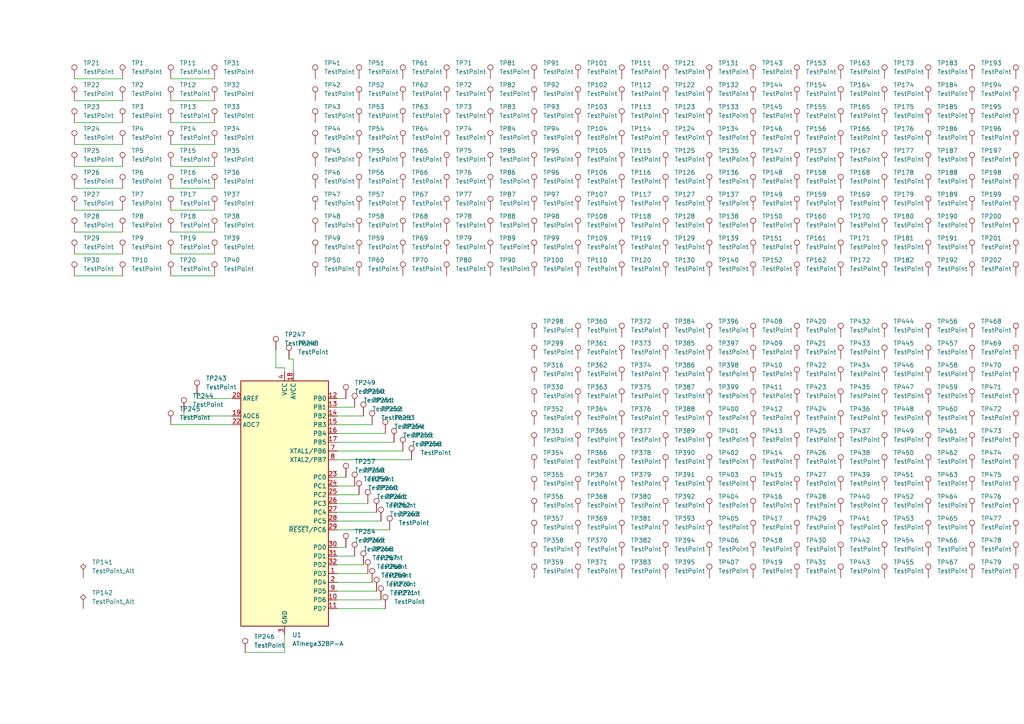
<source format=kicad_sch>
(kicad_sch (version 20231120) (generator "eeschema") (generator_version "8.0")
  (paper "A4")
  (wire (pts (xy 49.53 80.01) (xy 62.23 80.01)))
  (wire (pts (xy 21.59 35.56) (xy 35.56 35.56)))
  (wire (pts (xy 21.59 67.31) (xy 35.56 67.31)))
  (wire (pts (xy 49.53 54.61) (xy 62.23 54.61)))
  (wire (pts (xy 49.53 29.21) (xy 62.23 29.21)))
  (wire (pts (xy 85.09 104.14) (xy 85.09 107.95)))
  (wire (pts (xy 97.79 158.75) (xy 100.33 158.75)))
  (wire (pts (xy 49.53 67.31) (xy 62.23 67.31)))
  (wire (pts (xy 57.15 115.57) (xy 67.31 115.57)))
  (wire (pts (xy 97.79 130.81) (xy 116.84 130.81)))
  (wire (pts (xy 97.79 166.37) (xy 106.68 166.37)))
  (wire (pts (xy 97.79 148.59) (xy 109.22 148.59)))
  (wire (pts (xy 53.34 119.38) (xy 53.34 120.65)))
  (wire (pts (xy 97.79 173.99) (xy 110.49 173.99)))
  (wire (pts (xy 21.59 48.26) (xy 35.56 48.26)))
  (wire (pts (xy 21.59 22.86) (xy 35.56 22.86)))
  (wire (pts (xy 71.12 189.23) (xy 82.55 189.23)))
  (wire (pts (xy 57.15 114.3) (xy 57.15 115.57)))
  (wire (pts (xy 97.79 153.67) (xy 113.03 153.67)))
  (wire (pts (xy 97.79 138.43) (xy 100.33 138.43)))
  (wire (pts (xy 97.79 115.57) (xy 100.33 115.57)))
  (wire (pts (xy 97.79 176.53) (xy 111.76 176.53)))
  (wire (pts (xy 21.59 54.61) (xy 35.56 54.61)))
  (wire (pts (xy 97.79 123.19) (xy 107.95 123.19)))
  (wire (pts (xy 97.79 168.91) (xy 107.95 168.91)))
  (wire (pts (xy 83.82 104.14) (xy 85.09 104.14)))
  (wire (pts (xy 21.59 41.91) (xy 35.56 41.91)))
  (wire (pts (xy 97.79 171.45) (xy 109.22 171.45)))
  (wire (pts (xy 49.53 41.91) (xy 62.23 41.91)))
  (wire (pts (xy 80.01 106.68) (xy 80.01 101.6)))
  (wire (pts (xy 97.79 143.51) (xy 104.14 143.51)))
  (wire (pts (xy 49.53 123.19) (xy 67.31 123.19)))
  (wire (pts (xy 82.55 106.68) (xy 80.01 106.68)))
  (wire (pts (xy 97.79 120.65) (xy 105.41 120.65)))
  (wire (pts (xy 97.79 118.11) (xy 102.87 118.11)))
  (wire (pts (xy 97.79 161.29) (xy 102.87 161.29)))
  (wire (pts (xy 97.79 151.13) (xy 110.49 151.13)))
  (wire (pts (xy 49.53 60.96) (xy 62.23 60.96)))
  (wire (pts (xy 49.53 48.26) (xy 62.23 48.26)))
  (wire (pts (xy 21.59 60.96) (xy 35.56 60.96)))
  (wire (pts (xy 21.59 73.66) (xy 35.56 73.66)))
  (wire (pts (xy 49.53 73.66) (xy 62.23 73.66)))
  (wire (pts (xy 82.55 189.23) (xy 82.55 184.15)))
  (wire (pts (xy 97.79 146.05) (xy 106.68 146.05)))
  (wire (pts (xy 97.79 140.97) (xy 102.87 140.97)))
  (wire (pts (xy 49.53 22.86) (xy 62.23 22.86)))
  (wire (pts (xy 82.55 107.95) (xy 82.55 106.68)))
  (wire (pts (xy 97.79 128.27) (xy 114.3 128.27)))
  (wire (pts (xy 97.79 133.35) (xy 119.38 133.35)))
  (wire (pts (xy 21.59 29.21) (xy 35.56 29.21)))
  (wire (pts (xy 49.53 35.56) (xy 62.23 35.56)))
  (wire (pts (xy 21.59 80.01) (xy 35.56 80.01)))
  (wire (pts (xy 53.34 120.65) (xy 67.31 120.65)))
  (wire (pts (xy 97.79 163.83) (xy 105.41 163.83)))
  (wire (pts (xy 97.79 125.73) (xy 111.76 125.73)))
  (symbol (lib_id "Connector:TestPoint") (at 91.44 22.86 0) (unit 1)
    (property "Reference" "TP41" (at 93.98 18.2879 0) (effects (justify left)))
    (property "Value" "TestPoint" (at 93.98 20.8279 0) (effects (justify left)))
    (property "Footprint" "TestPoint:TestPoint_THTPad_D2.0mm_Drill1.0mm" (effects (hide yes)))
    (property "Description" "test point" (effects (hide yes)))
  )
  (symbol (lib_id "Connector:TestPoint") (at 574.04 148.59 0) (unit 1)
    (property "Reference" "TP752" (at 576.58 144.0179 0) (effects (justify left)))
    (property "Value" "TestPoint" (at 576.58 146.5579 0) (effects (justify left)))
    (property "Footprint" "TestPoint:TestPoint_Pad_1.0x1.0mm" (effects (hide yes)))
    (property "Description" "test point" (effects (hide yes)))
  )
  (symbol (lib_id "Connector:TestPoint") (at 180.34 22.86 0) (unit 1)
    (property "Reference" "TP111" (at 182.88 18.2879 0) (effects (justify left)))
    (property "Value" "TestPoint" (at 182.88 20.8279 0) (effects (justify left)))
    (property "Footprint" "TestPoint:TestPoint_THTPad_D2.0mm_Drill1.0mm" (effects (hide yes)))
    (property "Description" "test point" (effects (hide yes)))
  )
  (symbol (lib_id "Connector:TestPoint") (at 294.64 29.21 0) (unit 1)
    (property "Reference" "TP204" (at 297.18 24.6379 0) (effects (justify left)))
    (property "Value" "TestPoint" (at 297.18 27.1779 0) (effects (justify left)))
    (property "Footprint" "TestPoint:TestPoint_THTPad_D2.0mm_Drill1.0mm" (effects (hide yes)))
    (property "Description" "test point" (effects (hide yes)))
  )
  (symbol (lib_id "Connector:TestPoint") (at 256.54 167.64 0) (unit 1)
    (property "Reference" "TP455" (at 259.08 163.0679 0) (effects (justify left)))
    (property "Value" "TestPoint" (at 259.08 165.6079 0) (effects (justify left)))
    (property "Footprint" "TestPoint:TestPoint_Pad_1.0x1.0mm" (effects (hide yes)))
    (property "Description" "test point" (effects (hide yes)))
  )
  (symbol (lib_id "Connector:TestPoint") (at 269.24 41.91 0) (unit 1)
    (property "Reference" "TP186" (at 271.78 37.3379 0) (effects (justify left)))
    (property "Value" "TestPoint" (at 271.78 39.8779 0) (effects (justify left)))
    (property "Footprint" "TestPoint:TestPoint_THTPad_D2.0mm_Drill1.0mm" (effects (hide yes)))
    (property "Description" "test point" (effects (hide yes)))
  )
  (symbol (lib_id "Connector:TestPoint") (at 345.44 97.79 0) (unit 1)
    (property "Reference" "TP528" (at 347.98 93.2179 0) (effects (justify left)))
    (property "Value" "TestPoint" (at 347.98 95.7579 0) (effects (justify left)))
    (property "Footprint" "TestPoint:TestPoint_Pad_1.0x1.0mm" (effects (hide yes)))
    (property "Description" "test point" (effects (hide yes)))
  )
  (symbol (lib_id "Connector:TestPoint") (at 408.94 123.19 0) (unit 1)
    (property "Reference" "TP592" (at 411.48 118.6179 0) (effects (justify left)))
    (property "Value" "TestPoint" (at 411.48 121.1579 0) (effects (justify left)))
    (property "Footprint" "TestPoint:TestPoint_Pad_1.0x1.0mm" (effects (hide yes)))
    (property "Description" "test point" (effects (hide yes)))
  )
  (symbol (lib_id "Connector:TestPoint") (at 383.54 29.21 0) (unit 1)
    (property "Reference" "TP303" (at 386.08 24.6379 0) (effects (justify left)))
    (property "Value" "TestPoint" (at 386.08 27.1779 0) (effects (justify left)))
    (property "Footprint" "TestPoint:TestPoint_THTPad_D2.0mm_Drill1.0mm" (effects (hide yes)))
    (property "Description" "test point" (effects (hide yes)))
  )
  (symbol (lib_id "Connector:TestPoint") (at 104.14 41.91 0) (unit 1)
    (property "Reference" "TP54" (at 106.68 37.3379 0) (effects (justify left)))
    (property "Value" "TestPoint" (at 106.68 39.8779 0) (effects (justify left)))
    (property "Footprint" "TestPoint:TestPoint_THTPad_D2.0mm_Drill1.0mm" (effects (hide yes)))
    (property "Description" "test point" (effects (hide yes)))
  )
  (symbol (lib_id "Connector:TestPoint") (at 383.54 135.89 0) (unit 1)
    (property "Reference" "TP570" (at 386.08 131.3179 0) (effects (justify left)))
    (property "Value" "TestPoint" (at 386.08 133.8579 0) (effects (justify left)))
    (property "Footprint" "TestPoint:TestPoint_Pad_1.0x1.0mm" (effects (hide yes)))
    (property "Description" "test point" (effects (hide yes)))
  )
  (symbol (lib_id "Connector:TestPoint") (at 383.54 48.26 0) (unit 1)
    (property "Reference" "TP306" (at 386.08 43.6879 0) (effects (justify left)))
    (property "Value" "TestPoint" (at 386.08 46.2279 0) (effects (justify left)))
    (property "Footprint" "TestPoint:TestPoint_THTPad_D2.0mm_Drill1.0mm" (effects (hide yes)))
    (property "Description" "test point" (effects (hide yes)))
  )
  (symbol (lib_id "Connector:TestPoint") (at 408.94 48.26 0) (unit 1)
    (property "Reference" "TP326" (at 411.48 43.6879 0) (effects (justify left)))
    (property "Value" "TestPoint" (at 411.48 46.2279 0) (effects (justify left)))
    (property "Footprint" "TestPoint:TestPoint_THTPad_D2.0mm_Drill1.0mm" (effects (hide yes)))
    (property "Description" "test point" (effects (hide yes)))
  )
  (symbol (lib_id "Connector:TestPoint") (at 675.64 110.49 0) (unit 1)
    (property "Reference" "TP842" (at 678.18 105.9179 0) (effects (justify left)))
    (property "Value" "TestPoint" (at 678.18 108.4579 0) (effects (justify left)))
    (property "Footprint" "TestPoint:TestPoint_Pad_1.0x1.0mm" (effects (hide yes)))
    (property "Description" "test point" (effects (hide yes)))
  )
  (symbol (lib_id "Connector:TestPoint") (at 650.24 97.79 0) (unit 1)
    (property "Reference" "TP816" (at 652.78 93.2179 0) (effects (justify left)))
    (property "Value" "TestPoint" (at 652.78 95.7579 0) (effects (justify left)))
    (property "Footprint" "TestPoint:TestPoint_Pad_1.0x1.0mm" (effects (hide yes)))
    (property "Description" "test point" (effects (hide yes)))
  )
  (symbol (lib_id "Connector:TestPoint") (at 370.84 54.61 0) (unit 1)
    (property "Reference" "TP297" (at 373.38 50.0379 0) (effects (justify left)))
    (property "Value" "TestPoint" (at 373.38 52.5779 0) (effects (justify left)))
    (property "Footprint" "TestPoint:TestPoint_THTPad_D2.0mm_Drill1.0mm" (effects (hide yes)))
    (property "Description" "test point" (effects (hide yes)))
  )
  (symbol (lib_id "Connector:TestPoint") (at 104.14 73.66 0) (unit 1)
    (property "Reference" "TP59" (at 106.68 69.0879 0) (effects (justify left)))
    (property "Value" "TestPoint" (at 106.68 71.6279 0) (effects (justify left)))
    (property "Footprint" "TestPoint:TestPoint_THTPad_D2.0mm_Drill1.0mm" (effects (hide yes)))
    (property "Description" "test point" (effects (hide yes)))
  )
  (symbol (lib_id "Connector:TestPoint") (at 561.34 154.94 0) (unit 1)
    (property "Reference" "TP741" (at 563.88 150.3679 0) (effects (justify left)))
    (property "Value" "TestPoint" (at 563.88 152.9079 0) (effects (justify left)))
    (property "Footprint" "TestPoint:TestPoint_Pad_1.0x1.0mm" (effects (hide yes)))
    (property "Description" "test point" (effects (hide yes)))
  )
  (symbol (lib_id "Connector:TestPoint") (at 497.84 148.59 0) (unit 1)
    (property "Reference" "TP680" (at 500.38 144.0179 0) (effects (justify left)))
    (property "Value" "TestPoint" (at 500.38 146.5579 0) (effects (justify left)))
    (property "Footprint" "TestPoint:TestPoint_Pad_1.0x1.0mm" (effects (hide yes)))
    (property "Description" "test point" (effects (hide yes)))
  )
  (symbol (lib_id "Connector:TestPoint") (at 637.54 154.94 0) (unit 1)
    (property "Reference" "TP813" (at 640.08 150.3679 0) (effects (justify left)))
    (property "Value" "TestPoint" (at 640.08 152.9079 0) (effects (justify left)))
    (property "Footprint" "TestPoint:TestPoint_Pad_1.0x1.0mm" (effects (hide yes)))
    (property "Description" "test point" (effects (hide yes)))
  )
  (symbol (lib_id "Connector:TestPoint") (at 256.54 116.84 0) (unit 1)
    (property "Reference" "TP447" (at 259.08 112.2679 0) (effects (justify left)))
    (property "Value" "TestPoint" (at 259.08 114.8079 0) (effects (justify left)))
    (property "Footprint" "TestPoint:TestPoint_Pad_1.0x1.0mm" (effects (hide yes)))
    (property "Description" "test point" (effects (hide yes)))
  )
  (symbol (lib_id "Connector:TestPoint") (at 294.64 73.66 0) (unit 1)
    (property "Reference" "TP211" (at 297.18 69.0879 0) (effects (justify left)))
    (property "Value" "TestPoint" (at 297.18 71.6279 0) (effects (justify left)))
    (property "Footprint" "TestPoint:TestPoint_THTPad_D2.0mm_Drill1.0mm" (effects (hide yes)))
    (property "Description" "test point" (effects (hide yes)))
  )
  (symbol (lib_id "Connector:TestPoint") (at 510.54 135.89 0) (unit 1)
    (property "Reference" "TP690" (at 513.08 131.3179 0) (effects (justify left)))
    (property "Value" "TestPoint" (at 513.08 133.8579 0) (effects (justify left)))
    (property "Footprint" "TestPoint:TestPoint_Pad_1.0x1.0mm" (effects (hide yes)))
    (property "Description" "test point" (effects (hide yes)))
  )
  (symbol (lib_id "Connector:TestPoint") (at 612.14 142.24 0) (unit 1)
    (property "Reference" "TP787" (at 614.68 137.6679 0) (effects (justify left)))
    (property "Value" "TestPoint" (at 614.68 140.2079 0) (effects (justify left)))
    (property "Footprint" "TestPoint:TestPoint_Pad_1.0x1.0mm" (effects (hide yes)))
    (property "Description" "test point" (effects (hide yes)))
  )
  (symbol (lib_id "Connector:TestPoint") (at 485.14 116.84 0) (unit 1)
    (property "Reference" "TP663" (at 487.68 112.2679 0) (effects (justify left)))
    (property "Value" "TestPoint" (at 487.68 114.8079 0) (effects (justify left)))
    (property "Footprint" "TestPoint:TestPoint_Pad_1.0x1.0mm" (effects (hide yes)))
    (property "Description" "test point" (effects (hide yes)))
  )
  (symbol (lib_id "Connector:TestPoint") (at 104.14 54.61 0) (unit 1)
    (property "Reference" "TP56" (at 106.68 50.0379 0) (effects (justify left)))
    (property "Value" "TestPoint" (at 106.68 52.5779 0) (effects (justify left)))
    (property "Footprint" "TestPoint:TestPoint_THTPad_D2.0mm_Drill1.0mm" (effects (hide yes)))
    (property "Description" "test point" (effects (hide yes)))
  )
  (symbol (lib_id "Connector:TestPoint") (at 307.34 154.94 0) (unit 1)
    (property "Reference" "TP501" (at 309.88 150.3679 0) (effects (justify left)))
    (property "Value" "TestPoint" (at 309.88 152.9079 0) (effects (justify left)))
    (property "Footprint" "TestPoint:TestPoint_Pad_1.0x1.0mm" (effects (hide yes)))
    (property "Description" "test point" (effects (hide yes)))
  )
  (symbol (lib_id "Connector:TestPoint") (at 142.24 60.96 0) (unit 1)
    (property "Reference" "TP87" (at 144.78 56.3879 0) (effects (justify left)))
    (property "Value" "TestPoint" (at 144.78 58.9279 0) (effects (justify left)))
    (property "Footprint" "TestPoint:TestPoint_THTPad_D2.0mm_Drill1.0mm" (effects (hide yes)))
    (property "Description" "test point" (effects (hide yes)))
  )
  (symbol (lib_id "Connector:TestPoint") (at 447.04 104.14 0) (unit 1)
    (property "Reference" "TP625" (at 449.58 99.5679 0) (effects (justify left)))
    (property "Value" "TestPoint" (at 449.58 102.1079 0) (effects (justify left)))
    (property "Footprint" "TestPoint:TestPoint_Pad_1.0x1.0mm" (effects (hide yes)))
    (property "Description" "test point" (effects (hide yes)))
  )
  (symbol (lib_id "Connector:TestPoint") (at 107.95 168.91 0) (unit 1)
    (property "Reference" "TP268" (at 110.49 164.3379 0) (effects (justify left)))
    (property "Value" "TestPoint" (at 110.49 166.8779 0) (effects (justify left)))
    (property "Footprint" "TestPoint:TestPoint_THTPad_D2.0mm_Drill1.0mm" (effects (hide yes)))
    (property "Description" "test point" (effects (hide yes)))
  )
  (symbol (lib_id "Connector:TestPoint") (at 510.54 116.84 0) (unit 1)
    (property "Reference" "TP687" (at 513.08 112.2679 0) (effects (justify left)))
    (property "Value" "TestPoint" (at 513.08 114.8079 0) (effects (justify left)))
    (property "Footprint" "TestPoint:TestPoint_Pad_1.0x1.0mm" (effects (hide yes)))
    (property "Description" "test point" (effects (hide yes)))
  )
  (symbol (lib_id "Connector:TestPoint") (at 358.14 29.21 0) (unit 1)
    (property "Reference" "TP283" (at 360.68 24.6379 0) (effects (justify left)))
    (property "Value" "TestPoint" (at 360.68 27.1779 0) (effects (justify left)))
    (property "Footprint" "TestPoint:TestPoint_THTPad_D2.0mm_Drill1.0mm" (effects (hide yes)))
    (property "Description" "test point" (effects (hide yes)))
  )
  (symbol (lib_id "Connector:TestPoint") (at 167.64 67.31 0) (unit 1)
    (property "Reference" "TP108" (at 170.18 62.7379 0) (effects (justify left)))
    (property "Value" "TestPoint" (at 170.18 65.2779 0) (effects (justify left)))
    (property "Footprint" "TestPoint:TestPoint_THTPad_D2.0mm_Drill1.0mm" (effects (hide yes)))
    (property "Description" "test point" (effects (hide yes)))
  )
  (symbol (lib_id "Connector:TestPoint") (at 243.84 73.66 0) (unit 1)
    (property "Reference" "TP171" (at 246.38 69.0879 0) (effects (justify left)))
    (property "Value" "TestPoint" (at 246.38 71.6279 0) (effects (justify left)))
    (property "Footprint" "TestPoint:TestPoint_THTPad_D2.0mm_Drill1.0mm" (effects (hide yes)))
    (property "Description" "test point" (effects (hide yes)))
  )
  (symbol (lib_id "Connector:TestPoint") (at 307.34 73.66 0) (unit 1)
    (property "Reference" "TP221" (at 309.88 69.0879 0) (effects (justify left)))
    (property "Value" "TestPoint" (at 309.88 71.6279 0) (effects (justify left)))
    (property "Footprint" "TestPoint:TestPoint_THTPad_D2.0mm_Drill1.0mm" (effects (hide yes)))
    (property "Description" "test point" (effects (hide yes)))
  )
  (symbol (lib_id "Connector:TestPoint") (at 281.94 60.96 0) (unit 1)
    (property "Reference" "TP199" (at 284.48 56.3879 0) (effects (justify left)))
    (property "Value" "TestPoint" (at 284.48 58.9279 0) (effects (justify left)))
    (property "Footprint" "TestPoint:TestPoint_THTPad_D2.0mm_Drill1.0mm" (effects (hide yes)))
    (property "Description" "test point" (effects (hide yes)))
  )
  (symbol (lib_id "Connector:TestPoint") (at 497.84 116.84 0) (unit 1)
    (property "Reference" "TP675" (at 500.38 112.2679 0) (effects (justify left)))
    (property "Value" "TestPoint" (at 500.38 114.8079 0) (effects (justify left)))
    (property "Footprint" "TestPoint:TestPoint_Pad_1.0x1.0mm" (effects (hide yes)))
    (property "Description" "test point" (effects (hide yes)))
  )
  (symbol (lib_id "Connector:TestPoint") (at 358.14 104.14 0) (unit 1)
    (property "Reference" "TP541" (at 360.68 99.5679 0) (effects (justify left)))
    (property "Value" "TestPoint" (at 360.68 102.1079 0) (effects (justify left)))
    (property "Footprint" "TestPoint:TestPoint_Pad_1.0x1.0mm" (effects (hide yes)))
    (property "Description" "test point" (effects (hide yes)))
  )
  (symbol (lib_id "Connector:TestPoint") (at 548.64 135.89 0) (unit 1)
    (property "Reference" "TP726" (at 551.18 131.3179 0) (effects (justify left)))
    (property "Value" "TestPoint" (at 551.18 133.8579 0) (effects (justify left)))
    (property "Footprint" "TestPoint:TestPoint_Pad_1.0x1.0mm" (effects (hide yes)))
    (property "Description" "test point" (effects (hide yes)))
  )
  (symbol (lib_id "Connector:TestPoint") (at 256.54 97.79 0) (unit 1)
    (property "Reference" "TP444" (at 259.08 93.2179 0) (effects (justify left)))
    (property "Value" "TestPoint" (at 259.08 95.7579 0) (effects (justify left)))
    (property "Footprint" "TestPoint:TestPoint_Pad_1.0x1.0mm" (effects (hide yes)))
    (property "Description" "test point" (effects (hide yes)))
  )
  (symbol (lib_id "Connector:TestPoint") (at 154.94 73.66 0) (unit 1)
    (property "Reference" "TP99" (at 157.48 69.0879 0) (effects (justify left)))
    (property "Value" "TestPoint" (at 157.48 71.6279 0) (effects (justify left)))
    (property "Footprint" "TestPoint:TestPoint_THTPad_D2.0mm_Drill1.0mm" (effects (hide yes)))
    (property "Description" "test point" (effects (hide yes)))
  )
  (symbol (lib_id "Connector:TestPoint") (at 523.24 135.89 0) (unit 1)
    (property "Reference" "TP702" (at 525.78 131.3179 0) (effects (justify left)))
    (property "Value" "TestPoint" (at 525.78 133.8579 0) (effects (justify left)))
    (property "Footprint" "TestPoint:TestPoint_Pad_1.0x1.0mm" (effects (hide yes)))
    (property "Description" "test point" (effects (hide yes)))
  )
  (symbol (lib_id "Connector:TestPoint") (at 231.14 22.86 0) (unit 1)
    (property "Reference" "TP153" (at 233.68 18.2879 0) (effects (justify left)))
    (property "Value" "TestPoint" (at 233.68 20.8279 0) (effects (justify left)))
    (property "Footprint" "TestPoint:TestPoint_THTPad_D2.0mm_Drill1.0mm" (effects (hide yes)))
    (property "Description" "test point" (effects (hide yes)))
  )
  (symbol (lib_id "Connector:TestPoint") (at 218.44 104.14 0) (unit 1)
    (property "Reference" "TP409" (at 220.98 99.5679 0) (effects (justify left)))
    (property "Value" "TestPoint" (at 220.98 102.1079 0) (effects (justify left)))
    (property "Footprint" "TestPoint:TestPoint_Pad_1.0x1.0mm" (effects (hide yes)))
    (property "Description" "test point" (effects (hide yes)))
  )
  (symbol (lib_id "Connector:TestPoint") (at 586.74 104.14 0) (unit 1)
    (property "Reference" "TP757" (at 589.28 99.5679 0) (effects (justify left)))
    (property "Value" "TestPoint" (at 589.28 102.1079 0) (effects (justify left)))
    (property "Footprint" "TestPoint:TestPoint_Pad_1.0x1.0mm" (effects (hide yes)))
    (property "Description" "test point" (effects (hide yes)))
  )
  (symbol (lib_id "Connector:TestPoint") (at 167.64 60.96 0) (unit 1)
    (property "Reference" "TP107" (at 170.18 56.3879 0) (effects (justify left)))
    (property "Value" "TestPoint" (at 170.18 58.9279 0) (effects (justify left)))
    (property "Footprint" "TestPoint:TestPoint_THTPad_D2.0mm_Drill1.0mm" (effects (hide yes)))
    (property "Description" "test point" (effects (hide yes)))
  )
  (symbol (lib_id "Connector:TestPoint") (at 129.54 67.31 0) (unit 1)
    (property "Reference" "TP78" (at 132.08 62.7379 0) (effects (justify left)))
    (property "Value" "TestPoint" (at 132.08 65.2779 0) (effects (justify left)))
    (property "Footprint" "TestPoint:TestPoint_THTPad_D2.0mm_Drill1.0mm" (effects (hide yes)))
    (property "Description" "test point" (effects (hide yes)))
  )
  (symbol (lib_id "Connector:TestPoint") (at 193.04 142.24 0) (unit 1)
    (property "Reference" "TP391" (at 195.58 137.6679 0) (effects (justify left)))
    (property "Value" "TestPoint" (at 195.58 140.2079 0) (effects (justify left)))
    (property "Footprint" "TestPoint:TestPoint_Pad_1.0x1.0mm" (effects (hide yes)))
    (property "Description" "test point" (effects (hide yes)))
  )
  (symbol (lib_id "Connector:TestPoint") (at 777.24 123.19 0) (unit 1)
    (property "Reference" "TP940" (at 779.78 118.6179 0) (effects (justify left)))
    (property "Value" "TestPoint" (at 779.78 121.1579 0) (effects (justify left)))
    (property "Footprint" "TestPoint:TestPoint_Pad_1.0x1.0mm" (effects (hide yes)))
    (property "Description" "test point" (effects (hide yes)))
  )
  (symbol (lib_id "Connector:TestPoint") (at 396.24 110.49 0) (unit 1)
    (property "Reference" "TP578" (at 398.78 105.9179 0) (effects (justify left)))
    (property "Value" "TestPoint" (at 398.78 108.4579 0) (effects (justify left)))
    (property "Footprint" "TestPoint:TestPoint_Pad_1.0x1.0mm" (effects (hide yes)))
    (property "Description" "test point" (effects (hide yes)))
  )
  (symbol (lib_id "Connector:TestPoint") (at 662.94 148.59 0) (unit 1)
    (property "Reference" "TP836" (at 665.48 144.0179 0) (effects (justify left)))
    (property "Value" "TestPoint" (at 665.48 146.5579 0) (effects (justify left)))
    (property "Footprint" "TestPoint:TestPoint_Pad_1.0x1.0mm" (effects (hide yes)))
    (property "Description" "test point" (effects (hide yes)))
  )
  (symbol (lib_id "Connector:TestPoint") (at 320.04 54.61 0) (unit 1)
    (property "Reference" "TP228" (at 322.58 50.0379 0) (effects (justify left)))
    (property "Value" "TestPoint" (at 322.58 52.5779 0) (effects (justify left)))
    (property "Footprint" "TestPoint:TestPoint_THTPad_D2.0mm_Drill1.0mm" (effects (hide yes)))
    (property "Description" "test point" (effects (hide yes)))
  )
  (symbol (lib_id "Connector:TestPoint") (at 205.74 129.54 0) (unit 1)
    (property "Reference" "TP401" (at 208.28 124.9679 0) (effects (justify left)))
    (property "Value" "TestPoint" (at 208.28 127.5079 0) (effects (justify left)))
    (property "Footprint" "TestPoint:TestPoint_Pad_1.0x1.0mm" (effects (hide yes)))
    (property "Description" "test point" (effects (hide yes)))
  )
  (symbol (lib_id "Connector:TestPoint") (at 294.64 129.54 0) (unit 1)
    (property "Reference" "TP485" (at 297.18 124.9679 0) (effects (justify left)))
    (property "Value" "TestPoint" (at 297.18 127.5079 0) (effects (justify left)))
    (property "Footprint" "TestPoint:TestPoint_Pad_1.0x1.0mm" (effects (hide yes)))
    (property "Description" "test point" (effects (hide yes)))
  )
  (symbol (lib_id "Connector:TestPoint") (at 167.64 104.14 0) (unit 1)
    (property "Reference" "TP361" (at 170.18 99.5679 0) (effects (justify left)))
    (property "Value" "TestPoint" (at 170.18 102.1079 0) (effects (justify left)))
    (property "Footprint" "TestPoint:TestPoint_Pad_1.0x1.0mm" (effects (hide yes)))
    (property "Description" "test point" (effects (hide yes)))
  )
  (symbol (lib_id "Connector:TestPoint") (at 713.74 97.79 0) (unit 1)
    (property "Reference" "TP876" (at 716.28 93.2179 0) (effects (justify left)))
    (property "Value" "TestPoint" (at 716.28 95.7579 0) (effects (justify left)))
    (property "Footprint" "TestPoint:TestPoint_Pad_1.0x1.0mm" (effects (hide yes)))
    (property "Description" "test point" (effects (hide yes)))
  )
  (symbol (lib_id "Connector:TestPoint") (at 662.94 142.24 0) (unit 1)
    (property "Reference" "TP835" (at 665.48 137.6679 0) (effects (justify left)))
    (property "Value" "TestPoint" (at 665.48 140.2079 0) (effects (justify left)))
    (property "Footprint" "TestPoint:TestPoint_Pad_1.0x1.0mm" (effects (hide yes)))
    (property "Description" "test point" (effects (hide yes)))
  )
  (symbol (lib_id "Connector:TestPoint") (at 485.14 167.64 0) (unit 1)
    (property "Reference" "TP671" (at 487.68 163.0679 0) (effects (justify left)))
    (property "Value" "TestPoint" (at 487.68 165.6079 0) (effects (justify left)))
    (property "Footprint" "TestPoint:TestPoint_Pad_1.0x1.0mm" (effects (hide yes)))
    (property "Description" "test point" (effects (hide yes)))
  )
  (symbol (lib_id "Connector:TestPoint") (at 116.84 54.61 0) (unit 1)
    (property "Reference" "TP66" (at 119.38 50.0379 0) (effects (justify left)))
    (property "Value" "TestPoint" (at 119.38 52.5779 0) (effects (justify left)))
    (property "Footprint" "TestPoint:TestPoint_THTPad_D2.0mm_Drill1.0mm" (effects (hide yes)))
    (property "Description" "test point" (effects (hide yes)))
  )
  (symbol (lib_id "Connector:TestPoint") (at 396.24 135.89 0) (unit 1)
    (property "Reference" "TP582" (at 398.78 131.3179 0) (effects (justify left)))
    (property "Value" "TestPoint" (at 398.78 133.8579 0) (effects (justify left)))
    (property "Footprint" "TestPoint:TestPoint_Pad_1.0x1.0mm" (effects (hide yes)))
    (property "Description" "test point" (effects (hide yes)))
  )
  (symbol (lib_id "Connector:TestPoint") (at 104.14 35.56 0) (unit 1)
    (property "Reference" "TP53" (at 106.68 30.9879 0) (effects (justify left)))
    (property "Value" "TestPoint" (at 106.68 33.5279 0) (effects (justify left)))
    (property "Footprint" "TestPoint:TestPoint_THTPad_D2.0mm_Drill1.0mm" (effects (hide yes)))
    (property "Description" "test point" (effects (hide yes)))
  )
  (symbol (lib_id "Connector:TestPoint") (at 231.14 60.96 0) (unit 1)
    (property "Reference" "TP159" (at 233.68 56.3879 0) (effects (justify left)))
    (property "Value" "TestPoint" (at 233.68 58.9279 0) (effects (justify left)))
    (property "Footprint" "TestPoint:TestPoint_THTPad_D2.0mm_Drill1.0mm" (effects (hide yes)))
    (property "Description" "test point" (effects (hide yes)))
  )
  (symbol (lib_id "Connector:TestPoint") (at 345.44 29.21 0) (unit 1)
    (property "Reference" "TP273" (at 347.98 24.6379 0) (effects (justify left)))
    (property "Value" "TestPoint" (at 347.98 27.1779 0) (effects (justify left)))
    (property "Footprint" "TestPoint:TestPoint_THTPad_D2.0mm_Drill1.0mm" (effects (hide yes)))
    (property "Description" "test point" (effects (hide yes)))
  )
  (symbol (lib_id "Connector:TestPoint") (at 447.04 129.54 0) (unit 1)
    (property "Reference" "TP629" (at 449.58 124.9679 0) (effects (justify left)))
    (property "Value" "TestPoint" (at 449.58 127.5079 0) (effects (justify left)))
    (property "Footprint" "TestPoint:TestPoint_Pad_1.0x1.0mm" (effects (hide yes)))
    (property "Description" "test point" (effects (hide yes)))
  )
  (symbol (lib_id "Connector:TestPoint") (at 294.64 110.49 0) (unit 1)
    (property "Reference" "TP482" (at 297.18 105.9179 0) (effects (justify left)))
    (property "Value" "TestPoint" (at 297.18 108.4579 0) (effects (justify left)))
    (property "Footprint" "TestPoint:TestPoint_Pad_1.0x1.0mm" (effects (hide yes)))
    (property "Description" "test point" (effects (hide yes)))
  )
  (symbol (lib_id "Connector:TestPoint") (at 396.24 129.54 0) (unit 1)
    (property "Reference" "TP581" (at 398.78 124.9679 0) (effects (justify left)))
    (property "Value" "TestPoint" (at 398.78 127.5079 0) (effects (justify left)))
    (property "Footprint" "TestPoint:TestPoint_Pad_1.0x1.0mm" (effects (hide yes)))
    (property "Description" "test point" (effects (hide yes)))
  )
  (symbol (lib_id "Connector:TestPoint") (at 154.94 80.01 0) (unit 1)
    (property "Reference" "TP100" (at 157.48 75.4379 0) (effects (justify left)))
    (property "Value" "TestPoint" (at 157.48 77.9779 0) (effects (justify left)))
    (property "Footprint" "TestPoint:TestPoint_THTPad_D2.0mm_Drill1.0mm" (effects (hide yes)))
    (property "Description" "test point" (effects (hide yes)))
  )
  (symbol (lib_id "Connector:TestPoint") (at 193.04 73.66 0) (unit 1)
    (property "Reference" "TP129" (at 195.58 69.0879 0) (effects (justify left)))
    (property "Value" "TestPoint" (at 195.58 71.6279 0) (effects (justify left)))
    (property "Footprint" "TestPoint:TestPoint_THTPad_D2.0mm_Drill1.0mm" (effects (hide yes)))
    (property "Description" "test point" (effects (hide yes)))
  )
  (symbol (lib_id "Connector:TestPoint") (at 231.14 154.94 0) (unit 1)
    (property "Reference" "TP429" (at 233.68 150.3679 0) (effects (justify left)))
    (property "Value" "TestPoint" (at 233.68 152.9079 0) (effects (justify left)))
    (property "Footprint" "TestPoint:TestPoint_Pad_1.0x1.0mm" (effects (hide yes)))
    (property "Description" "test point" (effects (hide yes)))
  )
  (symbol (lib_id "Connector:TestPoint") (at 154.94 104.14 0) (unit 1)
    (property "Reference" "TP299" (at 157.48 99.5679 0) (effects (justify left)))
    (property "Value" "TestPoint" (at 157.48 102.1079 0) (effects (justify left)))
    (property "Footprint" "TestPoint:TestPoint_Pad_1.0x1.0mm" (effects (hide yes)))
    (property "Description" "test point" (effects (hide yes)))
  )
  (symbol (lib_id "Connector:TestPoint") (at 574.04 167.64 0) (unit 1)
    (property "Reference" "TP755" (at 576.58 163.0679 0) (effects (justify left)))
    (property "Value" "TestPoint" (at 576.58 165.6079 0) (effects (justify left)))
    (property "Footprint" "TestPoint:TestPoint_Pad_1.0x1.0mm" (effects (hide yes)))
    (property "Description" "test point" (effects (hide yes)))
  )
  (symbol (lib_id "Connector:TestPoint") (at 713.74 167.64 0) (unit 1)
    (property "Reference" "TP887" (at 716.28 163.0679 0) (effects (justify left)))
    (property "Value" "TestPoint" (at 716.28 165.6079 0) (effects (justify left)))
    (property "Footprint" "TestPoint:TestPoint_Pad_1.0x1.0mm" (effects (hide yes)))
    (property "Description" "test point" (effects (hide yes)))
  )
  (symbol (lib_id "Connector:TestPoint") (at 586.74 148.59 0) (unit 1)
    (property "Reference" "TP764" (at 589.28 144.0179 0) (effects (justify left)))
    (property "Value" "TestPoint" (at 589.28 146.5579 0) (effects (justify left)))
    (property "Footprint" "TestPoint:TestPoint_Pad_1.0x1.0mm" (effects (hide yes)))
    (property "Description" "test point" (effects (hide yes)))
  )
  (symbol (lib_id "Connector:TestPoint") (at 100.33 115.57 0) (unit 1)
    (property "Reference" "TP249" (at 102.87 110.9979 0) (effects (justify left)))
    (property "Value" "TestPoint" (at 102.87 113.5379 0) (effects (justify left)))
    (property "Footprint" "TestPoint:TestPoint_THTPad_D2.0mm_Drill1.0mm" (effects (hide yes)))
    (property "Description" "test point" (effects (hide yes)))
  )
  (symbol (lib_id "Connector:TestPoint") (at 256.54 161.29 0) (unit 1)
    (property "Reference" "TP454" (at 259.08 156.7179 0) (effects (justify left)))
    (property "Value" "TestPoint" (at 259.08 159.2579 0) (effects (justify left)))
    (property "Footprint" "TestPoint:TestPoint_Pad_1.0x1.0mm" (effects (hide yes)))
    (property "Description" "test point" (effects (hide yes)))
  )
  (symbol (lib_id "Connector:TestPoint") (at 269.24 110.49 0) (unit 1)
    (property "Reference" "TP458" (at 271.78 105.9179 0) (effects (justify left)))
    (property "Value" "TestPoint" (at 271.78 108.4579 0) (effects (justify left)))
    (property "Footprint" "TestPoint:TestPoint_Pad_1.0x1.0mm" (effects (hide yes)))
    (property "Description" "test point" (effects (hide yes)))
  )
  (symbol (lib_id "Connector:TestPoint") (at 358.14 60.96 0) (unit 1)
    (property "Reference" "TP288" (at 360.68 56.3879 0) (effects (justify left)))
    (property "Value" "TestPoint" (at 360.68 58.9279 0) (effects (justify left)))
    (property "Footprint" "TestPoint:TestPoint_THTPad_D2.0mm_Drill1.0mm" (effects (hide yes)))
    (property "Description" "test point" (effects (hide yes)))
  )
  (symbol (lib_id "Connector:TestPoint") (at 650.24 161.29 0) (unit 1)
    (property "Reference" "TP826" (at 652.78 156.7179 0) (effects (justify left)))
    (property "Value" "TestPoint" (at 652.78 159.2579 0) (effects (justify left)))
    (property "Footprint" "TestPoint:TestPoint_Pad_1.0x1.0mm" (effects (hide yes)))
    (property "Description" "test point" (effects (hide yes)))
  )
  (symbol (lib_id "Connector:TestPoint") (at 320.04 22.86 0) (unit 1)
    (property "Reference" "TP223" (at 322.58 18.2879 0) (effects (justify left)))
    (property "Value" "TestPoint" (at 322.58 20.8279 0) (effects (justify left)))
    (property "Footprint" "TestPoint:TestPoint_THTPad_D2.0mm_Drill1.0mm" (effects (hide yes)))
    (property "Description" "test point" (effects (hide yes)))
  )
  (symbol (lib_id "Connector:TestPoint") (at 561.34 116.84 0) (unit 1)
    (property "Reference" "TP735" (at 563.88 112.2679 0) (effects (justify left)))
    (property "Value" "TestPoint" (at 563.88 114.8079 0) (effects (justify left)))
    (property "Footprint" "TestPoint:TestPoint_Pad_1.0x1.0mm" (effects (hide yes)))
    (property "Description" "test point" (effects (hide yes)))
  )
  (symbol (lib_id "Connector:TestPoint") (at 281.94 35.56 0) (unit 1)
    (property "Reference" "TP195" (at 284.48 30.9879 0) (effects (justify left)))
    (property "Value" "TestPoint" (at 284.48 33.5279 0) (effects (justify left)))
    (property "Footprint" "TestPoint:TestPoint_THTPad_D2.0mm_Drill1.0mm" (effects (hide yes)))
    (property "Description" "test point" (effects (hide yes)))
  )
  (symbol (lib_id "Connector:TestPoint") (at 472.44 123.19 0) (unit 1)
    (property "Reference" "TP652" (at 474.98 118.6179 0) (effects (justify left)))
    (property "Value" "TestPoint" (at 474.98 121.1579 0) (effects (justify left)))
    (property "Footprint" "TestPoint:TestPoint_Pad_1.0x1.0mm" (effects (hide yes)))
    (property "Description" "test point" (effects (hide yes)))
  )
  (symbol (lib_id "Connector:TestPoint") (at 218.44 97.79 0) (unit 1)
    (property "Reference" "TP408" (at 220.98 93.2179 0) (effects (justify left)))
    (property "Value" "TestPoint" (at 220.98 95.7579 0) (effects (justify left)))
    (property "Footprint" "TestPoint:TestPoint_Pad_1.0x1.0mm" (effects (hide yes)))
    (property "Description" "test point" (effects (hide yes)))
  )
  (symbol (lib_id "Connector:TestPoint") (at 739.14 154.94 0) (unit 1)
    (property "Reference" "TP909" (at 741.68 150.3679 0) (effects (justify left)))
    (property "Value" "TestPoint" (at 741.68 152.9079 0) (effects (justify left)))
    (property "Footprint" "TestPoint:TestPoint_Pad_1.0x1.0mm" (effects (hide yes)))
    (property "Description" "test point" (effects (hide yes)))
  )
  (symbol (lib_id "Connector:TestPoint") (at 574.04 123.19 0) (unit 1)
    (property "Reference" "TP748" (at 576.58 118.6179 0) (effects (justify left)))
    (property "Value" "TestPoint" (at 576.58 121.1579 0) (effects (justify left)))
    (property "Footprint" "TestPoint:TestPoint_Pad_1.0x1.0mm" (effects (hide yes)))
    (property "Description" "test point" (effects (hide yes)))
  )
  (symbol (lib_id "Connector:TestPoint") (at 294.64 154.94 0) (unit 1)
    (property "Reference" "TP489" (at 297.18 150.3679 0) (effects (justify left)))
    (property "Value" "TestPoint" (at 297.18 152.9079 0) (effects (justify left)))
    (property "Footprint" "TestPoint:TestPoint_Pad_1.0x1.0mm" (effects (hide yes)))
    (property "Description" "test point" (effects (hide yes)))
  )
  (symbol (lib_id "Connector:TestPoint") (at 396.24 123.19 0) (unit 1)
    (property "Reference" "TP580" (at 398.78 118.6179 0) (effects (justify left)))
    (property "Value" "TestPoint" (at 398.78 121.1579 0) (effects (justify left)))
    (property "Footprint" "TestPoint:TestPoint_Pad_1.0x1.0mm" (effects (hide yes)))
    (property "Description" "test point" (effects (hide yes)))
  )
  (symbol (lib_id "Connector:TestPoint") (at 218.44 41.91 0) (unit 1)
    (property "Reference" "TP146" (at 220.98 37.3379 0) (effects (justify left)))
    (property "Value" "TestPoint" (at 220.98 39.8779 0) (effects (justify left)))
    (property "Footprint" "TestPoint:TestPoint_THTPad_D2.0mm_Drill1.0mm" (effects (hide yes)))
    (property "Description" "test point" (effects (hide yes)))
  )
  (symbol (lib_id "Connector:TestPoint") (at 294.64 60.96 0) (unit 1)
    (property "Reference" "TP209" (at 297.18 56.3879 0) (effects (justify left)))
    (property "Value" "TestPoint" (at 297.18 58.9279 0) (effects (justify left)))
    (property "Footprint" "TestPoint:TestPoint_THTPad_D2.0mm_Drill1.0mm" (effects (hide yes)))
    (property "Description" "test point" (effects (hide yes)))
  )
  (symbol (lib_id "Connector:TestPoint") (at 256.54 135.89 0) (unit 1)
    (property "Reference" "TP450" (at 259.08 131.3179 0) (effects (justify left)))
    (property "Value" "TestPoint" (at 259.08 133.8579 0) (effects (justify left)))
    (property "Footprint" "TestPoint:TestPoint_Pad_1.0x1.0mm" (effects (hide yes)))
    (property "Description" "test point" (effects (hide yes)))
  )
  (symbol (lib_id "Connector:TestPoint") (at 370.84 148.59 0) (unit 1)
    (property "Reference" "TP560" (at 373.38 144.0179 0) (effects (justify left)))
    (property "Value" "TestPoint" (at 373.38 146.5579 0) (effects (justify left)))
    (property "Footprint" "TestPoint:TestPoint_Pad_1.0x1.0mm" (effects (hide yes)))
    (property "Description" "test point" (effects (hide yes)))
  )
  (symbol (lib_id "Connector:TestPoint") (at 307.34 54.61 0) (unit 1)
    (property "Reference" "TP218" (at 309.88 50.0379 0) (effects (justify left)))
    (property "Value" "TestPoint" (at 309.88 52.5779 0) (effects (justify left)))
    (property "Footprint" "TestPoint:TestPoint_THTPad_D2.0mm_Drill1.0mm" (effects (hide yes)))
    (property "Description" "test point" (effects (hide yes)))
  )
  (symbol (lib_id "Connector:TestPoint") (at 358.14 142.24 0) (unit 1)
    (property "Reference" "TP547" (at 360.68 137.6679 0) (effects (justify left)))
    (property "Value" "TestPoint" (at 360.68 140.2079 0) (effects (justify left)))
    (property "Footprint" "TestPoint:TestPoint_Pad_1.0x1.0mm" (effects (hide yes)))
    (property "Description" "test point" (effects (hide yes)))
  )
  (symbol (lib_id "Connector:TestPoint") (at 358.14 116.84 0) (unit 1)
    (property "Reference" "TP543" (at 360.68 112.2679 0) (effects (justify left)))
    (property "Value" "TestPoint" (at 360.68 114.8079 0) (effects (justify left)))
    (property "Footprint" "TestPoint:TestPoint_Pad_1.0x1.0mm" (effects (hide yes)))
    (property "Description" "test point" (effects (hide yes)))
  )
  (symbol (lib_id "Connector:TestPoint") (at 307.34 167.64 0) (unit 1)
    (property "Reference" "TP503" (at 309.88 163.0679 0) (effects (justify left)))
    (property "Value" "TestPoint" (at 309.88 165.6079 0) (effects (justify left)))
    (property "Footprint" "TestPoint:TestPoint_Pad_1.0x1.0mm" (effects (hide yes)))
    (property "Description" "test point" (effects (hide yes)))
  )
  (symbol (lib_id "Connector:TestPoint") (at 49.53 73.66 0) (unit 1)
    (property "Reference" "TP19" (at 52.07 69.0879 0) (effects (justify left)))
    (property "Value" "TestPoint" (at 52.07 71.6279 0) (effects (justify left)))
    (property "Footprint" "TestPoint:TestPoint_Plated_Hole_D2.0mm" (effects (hide yes)))
    (property "Description" "test point" (effects (hide yes)))
  )
  (symbol (lib_id "Connector:TestPoint") (at 548.64 154.94 0) (unit 1)
    (property "Reference" "TP729" (at 551.18 150.3679 0) (effects (justify left)))
    (property "Value" "TestPoint" (at 551.18 152.9079 0) (effects (justify left)))
    (property "Footprint" "TestPoint:TestPoint_Pad_1.0x1.0mm" (effects (hide yes)))
    (property "Description" "test point" (effects (hide yes)))
  )
  (symbol (lib_id "Connector:TestPoint") (at 383.54 35.56 0) (unit 1)
    (property "Reference" "TP304" (at 386.08 30.9879 0) (effects (justify left)))
    (property "Value" "TestPoint" (at 386.08 33.5279 0) (effects (justify left)))
    (property "Footprint" "TestPoint:TestPoint_THTPad_D2.0mm_Drill1.0mm" (effects (hide yes)))
    (property "Description" "test point" (effects (hide yes)))
  )
  (symbol (lib_id "Connector:TestPoint") (at 193.04 48.26 0) (unit 1)
    (property "Reference" "TP125" (at 195.58 43.6879 0) (effects (justify left)))
    (property "Value" "TestPoint" (at 195.58 46.2279 0) (effects (justify left)))
    (property "Footprint" "TestPoint:TestPoint_THTPad_D2.0mm_Drill1.0mm" (effects (hide yes)))
    (property "Description" "test point" (effects (hide yes)))
  )
  (symbol (lib_id "Connector:TestPoint") (at 599.44 142.24 0) (unit 1)
    (property "Reference" "TP775" (at 601.98 137.6679 0) (effects (justify left)))
    (property "Value" "TestPoint" (at 601.98 140.2079 0) (effects (justify left)))
    (property "Footprint" "TestPoint:TestPoint_Pad_1.0x1.0mm" (effects (hide yes)))
    (property "Description" "test point" (effects (hide yes)))
  )
  (symbol (lib_id "Connector:TestPoint") (at 307.34 29.21 0) (unit 1)
    (property "Reference" "TP214" (at 309.88 24.6379 0) (effects (justify left)))
    (property "Value" "TestPoint" (at 309.88 27.1779 0) (effects (justify left)))
    (property "Footprint" "TestPoint:TestPoint_THTPad_D2.0mm_Drill1.0mm" (effects (hide yes)))
    (property "Description" "test point" (effects (hide yes)))
  )
  (symbol (lib_id "Connector:TestPoint") (at 574.04 142.24 0) (unit 1)
    (property "Reference" "TP751" (at 576.58 137.6679 0) (effects (justify left)))
    (property "Value" "TestPoint" (at 576.58 140.2079 0) (effects (justify left)))
    (property "Footprint" "TestPoint:TestPoint_Pad_1.0x1.0mm" (effects (hide yes)))
    (property "Description" "test point" (effects (hide yes)))
  )
  (symbol (lib_id "Connector:TestPoint") (at 332.74 142.24 0) (unit 1)
    (property "Reference" "TP523" (at 335.28 137.6679 0) (effects (justify left)))
    (property "Value" "TestPoint" (at 335.28 140.2079 0) (effects (justify left)))
    (property "Footprint" "TestPoint:TestPoint_Pad_1.0x1.0mm" (effects (hide yes)))
    (property "Description" "test point" (effects (hide yes)))
  )
  (symbol (lib_id "Connector:TestPoint") (at 154.94 60.96 0) (unit 1)
    (property "Reference" "TP97" (at 157.48 56.3879 0) (effects (justify left)))
    (property "Value" "TestPoint" (at 157.48 58.9279 0) (effects (justify left)))
    (property "Footprint" "TestPoint:TestPoint_THTPad_D2.0mm_Drill1.0mm" (effects (hide yes)))
    (property "Description" "test point" (effects (hide yes)))
  )
  (symbol (lib_id "Connector:TestPoint") (at 243.84 80.01 0) (unit 1)
    (property "Reference" "TP172" (at 246.38 75.4379 0) (effects (justify left)))
    (property "Value" "TestPoint" (at 246.38 77.9779 0) (effects (justify left)))
    (property "Footprint" "TestPoint:TestPoint_THTPad_D2.0mm_Drill1.0mm" (effects (hide yes)))
    (property "Description" "test point" (effects (hide yes)))
  )
  (symbol (lib_id "Connector:TestPoint") (at 599.44 167.64 0) (unit 1)
    (property "Reference" "TP779" (at 601.98 163.0679 0) (effects (justify left)))
    (property "Value" "TestPoint" (at 601.98 165.6079 0) (effects (justify left)))
    (property "Footprint" "TestPoint:TestPoint_Pad_1.0x1.0mm" (effects (hide yes)))
    (property "Description" "test point" (effects (hide yes)))
  )
  (symbol (lib_id "Connector:TestPoint") (at 345.44 80.01 0) (unit 1)
    (property "Reference" "TP281" (at 347.98 75.4379 0) (effects (justify left)))
    (property "Value" "TestPoint" (at 347.98 77.9779 0) (effects (justify left)))
    (property "Footprint" "TestPoint:TestPoint_THTPad_D2.0mm_Drill1.0mm" (effects (hide yes)))
    (property "Description" "test point" (effects (hide yes)))
  )
  (symbol (lib_id "Connector:TestPoint") (at 777.24 104.14 0) (unit 1)
    (property "Reference" "TP937" (at 779.78 99.5679 0) (effects (justify left)))
    (property "Value" "TestPoint" (at 779.78 102.1079 0) (effects (justify left)))
    (property "Footprint" "TestPoint:TestPoint_Pad_1.0x1.0mm" (effects (hide yes)))
    (property "Description" "test point" (effects (hide yes)))
  )
  (symbol (lib_id "Connector:TestPoint") (at 180.34 41.91 0) (unit 1)
    (property "Reference" "TP114" (at 182.88 37.3379 0) (effects (justify left)))
    (property "Value" "TestPoint" (at 182.88 39.8779 0) (effects (justify left)))
    (property "Footprint" "TestPoint:TestPoint_THTPad_D2.0mm_Drill1.0mm" (effects (hide yes)))
    (property "Description" "test point" (effects (hide yes)))
  )
  (symbol (lib_id "Connector:TestPoint") (at 383.54 167.64 0) (unit 1)
    (property "Reference" "TP575" (at 386.08 163.0679 0) (effects (justify left)))
    (property "Value" "TestPoint" (at 386.08 165.6079 0) (effects (justify left)))
    (property "Footprint" "TestPoint:TestPoint_Pad_1.0x1.0mm" (effects (hide yes)))
    (property "Description" "test point" (effects (hide yes)))
  )
  (symbol (lib_id "Connector:TestPoint") (at 320.04 123.19 0) (unit 1)
    (property "Reference" "TP508" (at 322.58 118.6179 0) (effects (justify left)))
    (property "Value" "TestPoint" (at 322.58 121.1579 0) (effects (justify left)))
    (property "Footprint" "TestPoint:TestPoint_Pad_1.0x1.0mm" (effects (hide yes)))
    (property "Description" "test point" (effects (hide yes)))
  )
  (symbol (lib_id "Connector:TestPoint") (at 269.24 29.21 0) (unit 1)
    (property "Reference" "TP184" (at 271.78 24.6379 0) (effects (justify left)))
    (property "Value" "TestPoint" (at 271.78 27.1779 0) (effects (justify left)))
    (property "Footprint" "TestPoint:TestPoint_THTPad_D2.0mm_Drill1.0mm" (effects (hide yes)))
    (property "Description" "test point" (effects (hide yes)))
  )
  (symbol (lib_id "Connector:TestPoint") (at 675.64 161.29 0) (unit 1)
    (property "Reference" "TP850" (at 678.18 156.7179 0) (effects (justify left)))
    (property "Value" "TestPoint" (at 678.18 159.2579 0) (effects (justify left)))
    (property "Footprint" "TestPoint:TestPoint_Pad_1.0x1.0mm" (effects (hide yes)))
    (property "Description" "test point" (effects (hide yes)))
  )
  (symbol (lib_id "Connector:TestPoint") (at 91.44 54.61 0) (unit 1)
    (property "Reference" "TP46" (at 93.98 50.0379 0) (effects (justify left)))
    (property "Value" "TestPoint" (at 93.98 52.5779 0) (effects (justify left)))
    (property "Footprint" "TestPoint:TestPoint_THTPad_D2.0mm_Drill1.0mm" (effects (hide yes)))
    (property "Description" "test point" (effects (hide yes)))
  )
  (symbol (lib_id "Connector:TestPoint") (at 256.54 142.24 0) (unit 1)
    (property "Reference" "TP451" (at 259.08 137.6679 0) (effects (justify left)))
    (property "Value" "TestPoint" (at 259.08 140.2079 0) (effects (justify left)))
    (property "Footprint" "TestPoint:TestPoint_Pad_1.0x1.0mm" (effects (hide yes)))
    (property "Description" "test point" (effects (hide yes)))
  )
  (symbol (lib_id "Connector:TestPoint") (at 421.64 73.66 0) (unit 1)
    (property "Reference" "TP340" (at 424.18 69.0879 0) (effects (justify left)))
    (property "Value" "TestPoint" (at 424.18 71.6279 0) (effects (justify left)))
    (property "Footprint" "TestPoint:TestPoint_THTPad_D2.0mm_Drill1.0mm" (effects (hide yes)))
    (property "Description" "test point" (effects (hide yes)))
  )
  (symbol (lib_id "Connector:TestPoint") (at 154.94 54.61 0) (unit 1)
    (property "Reference" "TP96" (at 157.48 50.0379 0) (effects (justify left)))
    (property "Value" "TestPoint" (at 157.48 52.5779 0) (effects (justify left)))
    (property "Footprint" "TestPoint:TestPoint_THTPad_D2.0mm_Drill1.0mm" (effects (hide yes)))
    (property "Description" "test point" (effects (hide yes)))
  )
  (symbol (lib_id "Connector:TestPoint") (at 91.44 48.26 0) (unit 1)
    (property "Reference" "TP45" (at 93.98 43.6879 0) (effects (justify left)))
    (property "Value" "TestPoint" (at 93.98 46.2279 0) (effects (justify left)))
    (property "Footprint" "TestPoint:TestPoint_THTPad_D2.0mm_Drill1.0mm" (effects (hide yes)))
    (property "Description" "test point" (effects (hide yes)))
  )
  (symbol (lib_id "Connector:TestPoint") (at 421.64 67.31 0) (unit 1)
    (property "Reference" "TP339" (at 424.18 62.7379 0) (effects (justify left)))
    (property "Value" "TestPoint" (at 424.18 65.2779 0) (effects (justify left)))
    (property "Footprint" "TestPoint:TestPoint_THTPad_D2.0mm_Drill1.0mm" (effects (hide yes)))
    (property "Description" "test point" (effects (hide yes)))
  )
  (symbol (lib_id "Connector:TestPoint") (at 370.84 29.21 0) (unit 1)
    (property "Reference" "TP293" (at 373.38 24.6379 0) (effects (justify left)))
    (property "Value" "TestPoint" (at 373.38 27.1779 0) (effects (justify left)))
    (property "Footprint" "TestPoint:TestPoint_THTPad_D2.0mm_Drill1.0mm" (effects (hide yes)))
    (property "Description" "test point" (effects (hide yes)))
  )
  (symbol (lib_id "Connector:TestPoint") (at 106.68 146.05 0) (unit 1)
    (property "Reference" "TP260" (at 109.22 141.4779 0) (effects (justify left)))
    (property "Value" "TestPoint" (at 109.22 144.0179 0) (effects (justify left)))
    (property "Footprint" "TestPoint:TestPoint_THTPad_D2.0mm_Drill1.0mm" (effects (hide yes)))
    (property "Description" "test point" (effects (hide yes)))
  )
  (symbol (lib_id "Connector:TestPoint") (at 408.94 35.56 0) (unit 1)
    (property "Reference" "TP324" (at 411.48 30.9879 0) (effects (justify left)))
    (property "Value" "TestPoint" (at 411.48 33.5279 0) (effects (justify left)))
    (property "Footprint" "TestPoint:TestPoint_THTPad_D2.0mm_Drill1.0mm" (effects (hide yes)))
    (property "Description" "test point" (effects (hide yes)))
  )
  (symbol (lib_id "Connector:TestPoint") (at 523.24 154.94 0) (unit 1)
    (property "Reference" "TP705" (at 525.78 150.3679 0) (effects (justify left)))
    (property "Value" "TestPoint" (at 525.78 152.9079 0) (effects (justify left)))
    (property "Footprint" "TestPoint:TestPoint_Pad_1.0x1.0mm" (effects (hide yes)))
    (property "Description" "test point" (effects (hide yes)))
  )
  (symbol (lib_id "Connector:TestPoint") (at 205.74 123.19 0) (unit 1)
    (property "Reference" "TP400" (at 208.28 118.6179 0) (effects (justify left)))
    (property "Value" "TestPoint" (at 208.28 121.1579 0) (effects (justify left)))
    (property "Footprint" "TestPoint:TestPoint_Pad_1.0x1.0mm" (effects (hide yes)))
    (property "Description" "test point" (effects (hide yes)))
  )
  (symbol (lib_id "Connector:TestPoint") (at 49.53 35.56 0) (unit 1)
    (property "Reference" "TP13" (at 52.07 30.9879 0) (effects (justify left)))
    (property "Value" "TestPoint" (at 52.07 33.5279 0) (effects (justify left)))
    (property "Footprint" "TestPoint:TestPoint_Plated_Hole_D2.0mm" (effects (hide yes)))
    (property "Description" "test point" (effects (hide yes)))
  )
  (symbol (lib_id "Connector:TestPoint") (at 281.94 123.19 0) (unit 1)
    (property "Reference" "TP472" (at 284.48 118.6179 0) (effects (justify left)))
    (property "Value" "TestPoint" (at 284.48 121.1579 0) (effects (justify left)))
    (property "Footprint" "TestPoint:TestPoint_Pad_1.0x1.0mm" (effects (hide yes)))
    (property "Description" "test point" (effects (hide yes)))
  )
  (symbol (lib_id "Connector:TestPoint") (at 167.64 116.84 0) (unit 1)
    (property "Reference" "TP363" (at 170.18 112.2679 0) (effects (justify left)))
    (property "Value" "TestPoint" (at 170.18 114.8079 0) (effects (justify left)))
    (property "Footprint" "TestPoint:TestPoint_Pad_1.0x1.0mm" (effects (hide yes)))
    (property "Description" "test point" (effects (hide yes)))
  )
  (symbol (lib_id "Connector:TestPoint") (at 485.14 123.19 0) (unit 1)
    (property "Reference" "TP664" (at 487.68 118.6179 0) (effects (justify left)))
    (property "Value" "TestPoint" (at 487.68 121.1579 0) (effects (justify left)))
    (property "Footprint" "TestPoint:TestPoint_Pad_1.0x1.0mm" (effects (hide yes)))
    (property "Description" "test point" (effects (hide yes)))
  )
  (symbol (lib_id "Connector:TestPoint") (at 447.04 22.86 0) (unit 1)
    (property "Reference" "TP858" (at 449.58 18.2879 0) (effects (justify left)))
    (property "Value" "TestPoint" (at 449.58 20.8279 0) (effects (justify left)))
    (property "Footprint" "TestPoint:TestPoint_THTPad_D2.0mm_Drill1.0mm" (effects (hide yes)))
    (property "Description" "test point" (effects (hide yes)))
  )
  (symbol (lib_id "Connector:TestPoint") (at 129.54 48.26 0) (unit 1)
    (property "Reference" "TP75" (at 132.08 43.6879 0) (effects (justify left)))
    (property "Value" "TestPoint" (at 132.08 46.2279 0) (effects (justify left)))
    (property "Footprint" "TestPoint:TestPoint_THTPad_D2.0mm_Drill1.0mm" (effects (hide yes)))
    (property "Description" "test point" (effects (hide yes)))
  )
  (symbol (lib_id "Connector:TestPoint") (at 142.24 80.01 0) (unit 1)
    (property "Reference" "TP90" (at 144.78 75.4379 0) (effects (justify left)))
    (property "Value" "TestPoint" (at 144.78 77.9779 0) (effects (justify left)))
    (property "Footprint" "TestPoint:TestPoint_THTPad_D2.0mm_Drill1.0mm" (effects (hide yes)))
    (property "Description" "test point" (effects (hide yes)))
  )
  (symbol (lib_id "Connector:TestPoint") (at 35.56 41.91 0) (unit 1)
    (property "Reference" "TP4" (at 38.1 37.3379 0) (effects (justify left)))
    (property "Value" "TestPoint" (at 38.1 39.8779 0) (effects (justify left)))
    (property "Footprint" "TestPoint:TestPoint_Plated_Hole_D2.0mm" (effects (hide yes)))
    (property "Description" "test point" (effects (hide yes)))
  )
  (symbol (lib_id "Connector:TestPoint") (at 243.84 110.49 0) (unit 1)
    (property "Reference" "TP434" (at 246.38 105.9179 0) (effects (justify left)))
    (property "Value" "TestPoint" (at 246.38 108.4579 0) (effects (justify left)))
    (property "Footprint" "TestPoint:TestPoint_Pad_1.0x1.0mm" (effects (hide yes)))
    (property "Description" "test point" (effects (hide yes)))
  )
  (symbol (lib_id "Connector:TestPoint") (at 726.44 97.79 0) (unit 1)
    (property "Reference" "TP888" (at 728.98 93.2179 0) (effects (justify left)))
    (property "Value" "TestPoint" (at 728.98 95.7579 0) (effects (justify left)))
    (property "Footprint" "TestPoint:TestPoint_Pad_1.0x1.0mm" (effects (hide yes)))
    (property "Description" "test point" (effects (hide yes)))
  )
  (symbol (lib_id "Connector:TestPoint") (at 535.94 116.84 0) (unit 1)
    (property "Reference" "TP711" (at 538.48 112.2679 0) (effects (justify left)))
    (property "Value" "TestPoint" (at 538.48 114.8079 0) (effects (justify left)))
    (property "Footprint" "TestPoint:TestPoint_Pad_1.0x1.0mm" (effects (hide yes)))
    (property "Description" "test point" (effects (hide yes)))
  )
  (symbol (lib_id "Connector:TestPoint") (at 548.64 123.19 0) (unit 1)
    (property "Reference" "TP724" (at 551.18 118.6179 0) (effects (justify left)))
    (property "Value" "TestPoint" (at 551.18 121.1579 0) (effects (justify left)))
    (property "Footprint" "TestPoint:TestPoint_Pad_1.0x1.0mm" (effects (hide yes)))
    (property "Description" "test point" (effects (hide yes)))
  )
  (symbol (lib_id "Connector:TestPoint") (at 345.44 129.54 0) (unit 1)
    (property "Reference" "TP533" (at 347.98 124.9679 0) (effects (justify left)))
    (property "Value" "TestPoint" (at 347.98 127.5079 0) (effects (justify left)))
    (property "Footprint" "TestPoint:TestPoint_Pad_1.0x1.0mm" (effects (hide yes)))
    (property "Description" "test point" (effects (hide yes)))
  )
  (symbol (lib_id "Connector:TestPoint") (at 320.04 116.84 0) (unit 1)
    (property "Reference" "TP507" (at 322.58 112.2679 0) (effects (justify left)))
    (property "Value" "TestPoint" (at 322.58 114.8079 0) (effects (justify left)))
    (property "Footprint" "TestPoint:TestPoint_Pad_1.0x1.0mm" (effects (hide yes)))
    (property "Description" "test point" (effects (hide yes)))
  )
  (symbol (lib_id "Connector:TestPoint") (at 421.64 54.61 0) (unit 1)
    (property "Reference" "TP337" (at 424.18 50.0379 0) (effects (justify left)))
    (property "Value" "TestPoint" (at 424.18 52.5779 0) (effects (justify left)))
    (property "Footprint" "TestPoint:TestPoint_THTPad_D2.0mm_Drill1.0mm" (effects (hide yes)))
    (property "Description" "test point" (effects (hide yes)))
  )
  (symbol (lib_id "Connector:TestPoint") (at 105.41 120.65 0) (unit 1)
    (property "Reference" "TP251" (at 107.95 116.0779 0) (effects (justify left)))
    (property "Value" "TestPoint" (at 107.95 118.6179 0) (effects (justify left)))
    (property "Footprint" "TestPoint:TestPoint_THTPad_D2.0mm_Drill1.0mm" (effects (hide yes)))
    (property "Description" "test point" (effects (hide yes)))
  )
  (symbol (lib_id "Connector:TestPoint") (at 62.23 73.66 0) (unit 1)
    (property "Reference" "TP39" (at 64.77 69.0879 0) (effects (justify left)))
    (property "Value" "TestPoint" (at 64.77 71.6279 0) (effects (justify left)))
    (property "Footprint" "TestPoint:TestPoint_THTPad_D2.0mm_Drill1.0mm" (effects (hide yes)))
    (property "Description" "test point" (effects (hide yes)))
  )
  (symbol (lib_id "Connector:TestPoint") (at 561.34 97.79 0) (unit 1)
    (property "Reference" "TP732" (at 563.88 93.2179 0) (effects (justify left)))
    (property "Value" "TestPoint" (at 563.88 95.7579 0) (effects (justify left)))
    (property "Footprint" "TestPoint:TestPoint_Pad_1.0x1.0mm" (effects (hide yes)))
    (property "Description" "test point" (effects (hide yes)))
  )
  (symbol (lib_id "Connector:TestPoint") (at 599.44 148.59 0) (unit 1)
    (property "Reference" "TP776" (at 601.98 144.0179 0) (effects (justify left)))
    (property "Value" "TestPoint" (at 601.98 146.5579 0) (effects (justify left)))
    (property "Footprint" "TestPoint:TestPoint_Pad_1.0x1.0mm" (effects (hide yes)))
    (property "Description" "test point" (effects (hide yes)))
  )
  (symbol (lib_id "Connector:TestPoint") (at 35.56 48.26 0) (unit 1)
    (property "Reference" "TP5" (at 38.1 43.6879 0) (effects (justify left)))
    (property "Value" "TestPoint" (at 38.1 46.2279 0) (effects (justify left)))
    (property "Footprint" "TestPoint:TestPoint_Plated_Hole_D2.0mm" (effects (hide yes)))
    (property "Description" "test point" (effects (hide yes)))
  )
  (symbol (lib_id "Connector:TestPoint") (at 345.44 60.96 0) (unit 1)
    (property "Reference" "TP278" (at 347.98 56.3879 0) (effects (justify left)))
    (property "Value" "TestPoint" (at 347.98 58.9279 0) (effects (justify left)))
    (property "Footprint" "TestPoint:TestPoint_THTPad_D2.0mm_Drill1.0mm" (effects (hide yes)))
    (property "Description" "test point" (effects (hide yes)))
  )
  (symbol (lib_id "Connector:TestPoint") (at 624.84 116.84 0) (unit 1)
    (property "Reference" "TP795" (at 627.38 112.2679 0) (effects (justify left)))
    (property "Value" "TestPoint" (at 627.38 114.8079 0) (effects (justify left)))
    (property "Footprint" "TestPoint:TestPoint_Pad_1.0x1.0mm" (effects (hide yes)))
    (property "Description" "test point" (effects (hide yes)))
  )
  (symbol (lib_id "Connector:TestPoint") (at 485.14 142.24 0) (unit 1)
    (property "Reference" "TP667" (at 487.68 137.6679 0) (effects (justify left)))
    (property "Value" "TestPoint" (at 487.68 140.2079 0) (effects (justify left)))
    (property "Footprint" "TestPoint:TestPoint_Pad_1.0x1.0mm" (effects (hide yes)))
    (property "Description" "test point" (effects (hide yes)))
  )
  (symbol (lib_id "Connector:TestPoint") (at 358.14 80.01 0) (unit 1)
    (property "Reference" "TP291" (at 360.68 75.4379 0) (effects (justify left)))
    (property "Value" "TestPoint" (at 360.68 77.9779 0) (effects (justify left)))
    (property "Footprint" "TestPoint:TestPoint_THTPad_D2.0mm_Drill1.0mm" (effects (hide yes)))
    (property "Description" "test point" (effects (hide yes)))
  )
  (symbol (lib_id "Connector:TestPoint") (at 218.44 29.21 0) (unit 1)
    (property "Reference" "TP144" (at 220.98 24.6379 0) (effects (justify left)))
    (property "Value" "TestPoint" (at 220.98 27.1779 0) (effects (justify left)))
    (property "Footprint" "TestPoint:TestPoint_THTPad_D2.0mm_Drill1.0mm" (effects (hide yes)))
    (property "Description" "test point" (effects (hide yes)))
  )
  (symbol (lib_id "Connector:TestPoint") (at 231.14 104.14 0) (unit 1)
    (property "Reference" "TP421" (at 233.68 99.5679 0) (effects (justify left)))
    (property "Value" "TestPoint" (at 233.68 102.1079 0) (effects (justify left)))
    (property "Footprint" "TestPoint:TestPoint_Pad_1.0x1.0mm" (effects (hide yes)))
    (property "Description" "test point" (effects (hide yes)))
  )
  (symbol (lib_id "Connector:TestPoint") (at 307.34 110.49 0) (unit 1)
    (property "Reference" "TP494" (at 309.88 105.9179 0) (effects (justify left)))
    (property "Value" "TestPoint" (at 309.88 108.4579 0) (effects (justify left)))
    (property "Footprint" "TestPoint:TestPoint_Pad_1.0x1.0mm" (effects (hide yes)))
    (property "Description" "test point" (effects (hide yes)))
  )
  (symbol (lib_id "Connector:TestPoint") (at 459.74 148.59 0) (unit 1)
    (property "Reference" "TP644" (at 462.28 144.0179 0) (effects (justify left)))
    (property "Value" "TestPoint" (at 462.28 146.5579 0) (effects (justify left)))
    (property "Footprint" "TestPoint:TestPoint_Pad_1.0x1.0mm" (effects (hide yes)))
    (property "Description" "test point" (effects (hide yes)))
  )
  (symbol (lib_id "Connector:TestPoint") (at 180.34 29.21 0) (unit 1)
    (property "Reference" "TP112" (at 182.88 24.6379 0) (effects (justify left)))
    (property "Value" "TestPoint" (at 182.88 27.1779 0) (effects (justify left)))
    (property "Footprint" "TestPoint:TestPoint_THTPad_D2.0mm_Drill1.0mm" (effects (hide yes)))
    (property "Description" "test point" (effects (hide yes)))
  )
  (symbol (lib_id "Connector:TestPoint") (at 561.34 148.59 0) (unit 1)
    (property "Reference" "TP740" (at 563.88 144.0179 0) (effects (justify left)))
    (property "Value" "TestPoint" (at 563.88 146.5579 0) (effects (justify left)))
    (property "Footprint" "TestPoint:TestPoint_Pad_1.0x1.0mm" (effects (hide yes)))
    (property "Description" "test point" (effects (hide yes)))
  )
  (symbol (lib_id "Connector:TestPoint") (at 574.04 135.89 0) (unit 1)
    (property "Reference" "TP750" (at 576.58 131.3179 0) (effects (justify left)))
    (property "Value" "TestPoint" (at 576.58 133.8579 0) (effects (justify left)))
    (property "Footprint" "TestPoint:TestPoint_Pad_1.0x1.0mm" (effects (hide yes)))
    (property "Description" "test point" (effects (hide yes)))
  )
  (symbol (lib_id "Connector:TestPoint") (at 764.54 148.59 0) (unit 1)
    (property "Reference" "TP932" (at 767.08 144.0179 0) (effects (justify left)))
    (property "Value" "TestPoint" (at 767.08 146.5579 0) (effects (justify left)))
    (property "Footprint" "TestPoint:TestPoint_Pad_1.0x1.0mm" (effects (hide yes)))
    (property "Description" "test point" (effects (hide yes)))
  )
  (symbol (lib_id "Connector:TestPoint") (at 307.34 142.24 0) (unit 1)
    (property "Reference" "TP499" (at 309.88 137.6679 0) (effects (justify left)))
    (property "Value" "TestPoint" (at 309.88 140.2079 0) (effects (justify left)))
    (property "Footprint" "TestPoint:TestPoint_Pad_1.0x1.0mm" (effects (hide yes)))
    (property "Description" "test point" (effects (hide yes)))
  )
  (symbol (lib_id "Connector:TestPoint") (at 358.14 110.49 0) (unit 1)
    (property "Reference" "TP542" (at 360.68 105.9179 0) (effects (justify left)))
    (property "Value" "TestPoint" (at 360.68 108.4579 0) (effects (justify left)))
    (property "Footprint" "TestPoint:TestPoint_Pad_1.0x1.0mm" (effects (hide yes)))
    (property "Description" "test point" (effects (hide yes)))
  )
  (symbol (lib_id "Connector:TestPoint") (at 396.24 41.91 0) (unit 1)
    (property "Reference" "TP315" (at 398.78 37.3379 0) (effects (justify left)))
    (property "Value" "TestPoint" (at 398.78 39.8779 0) (effects (justify left)))
    (property "Footprint" "TestPoint:TestPoint_THTPad_D2.0mm_Drill1.0mm" (effects (hide yes)))
    (property "Description" "test point" (effects (hide yes)))
  )
  (symbol (lib_id "Connector:TestPoint") (at 256.54 104.14 0) (unit 1)
    (property "Reference" "TP445" (at 259.08 99.5679 0) (effects (justify left)))
    (property "Value" "TestPoint" (at 259.08 102.1079 0) (effects (justify left)))
    (property "Footprint" "TestPoint:TestPoint_Pad_1.0x1.0mm" (effects (hide yes)))
    (property "Description" "test point" (effects (hide yes)))
  )
  (symbol (lib_id "Connector:TestPoint") (at 396.24 104.14 0) (unit 1)
    (property "Reference" "TP577" (at 398.78 99.5679 0) (effects (justify left)))
    (property "Value" "TestPoint" (at 398.78 102.1079 0) (effects (justify left)))
    (property "Footprint" "TestPoint:TestPoint_Pad_1.0x1.0mm" (effects (hide yes)))
    (property "Description" "test point" (effects (hide yes)))
  )
  (symbol (lib_id "Connector:TestPoint") (at 231.14 135.89 0) (unit 1)
    (property "Reference" "TP426" (at 233.68 131.3179 0) (effects (justify left)))
    (property "Value" "TestPoint" (at 233.68 133.8579 0) (effects (justify left)))
    (property "Footprint" "TestPoint:TestPoint_Pad_1.0x1.0mm" (effects (hide yes)))
    (property "Description" "test point" (effects (hide yes)))
  )
  (symbol (lib_id "Connector:TestPoint") (at 294.64 67.31 0) (unit 1)
    (property "Reference" "TP210" (at 297.18 62.7379 0) (effects (justify left)))
    (property "Value" "TestPoint" (at 297.18 65.2779 0) (effects (justify left)))
    (property "Footprint" "TestPoint:TestPoint_THTPad_D2.0mm_Drill1.0mm" (effects (hide yes)))
    (property "Description" "test point" (effects (hide yes)))
  )
  (symbol (lib_id "Connector:TestPoint") (at 624.84 104.14 0) (unit 1)
    (property "Reference" "TP793" (at 627.38 99.5679 0) (effects (justify left)))
    (property "Value" "TestPoint" (at 627.38 102.1079 0) (effects (justify left)))
    (property "Footprint" "TestPoint:TestPoint_Pad_1.0x1.0mm" (effects (hide yes)))
    (property "Description" "test point" (effects (hide yes)))
  )
  (symbol (lib_id "Connector:TestPoint") (at 574.04 129.54 0) (unit 1)
    (property "Reference" "TP749" (at 576.58 124.9679 0) (effects (justify left)))
    (property "Value" "TestPoint" (at 576.58 127.5079 0) (effects (justify left)))
    (property "Footprint" "TestPoint:TestPoint_Pad_1.0x1.0mm" (effects (hide yes)))
    (property "Description" "test point" (effects (hide yes)))
  )
  (symbol (lib_id "Connector:TestPoint") (at 345.44 161.29 0) (unit 1)
    (property "Reference" "TP538" (at 347.98 156.7179 0) (effects (justify left)))
    (property "Value" "TestPoint" (at 347.98 159.2579 0) (effects (justify left)))
    (property "Footprint" "TestPoint:TestPoint_Pad_1.0x1.0mm" (effects (hide yes)))
    (property "Description" "test point" (effects (hide yes)))
  )
  (symbol (lib_id "Connector:TestPoint") (at 218.44 110.49 0) (unit 1)
    (property "Reference" "TP410" (at 220.98 105.9179 0) (effects (justify left)))
    (property "Value" "TestPoint" (at 220.98 108.4579 0) (effects (justify left)))
    (property "Footprint" "TestPoint:TestPoint_Pad_1.0x1.0mm" (effects (hide yes)))
    (property "Description" "test point" (effects (hide yes)))
  )
  (symbol (lib_id "Connector:TestPoint") (at 269.24 129.54 0) (unit 1)
    (property "Reference" "TP461" (at 271.78 124.9679 0) (effects (justify left)))
    (property "Value" "TestPoint" (at 271.78 127.5079 0) (effects (justify left)))
    (property "Footprint" "TestPoint:TestPoint_Pad_1.0x1.0mm" (effects (hide yes)))
    (property "Description" "test point" (effects (hide yes)))
  )
  (symbol (lib_id "Connector:TestPoint") (at 49.53 29.21 0) (unit 1)
    (property "Reference" "TP12" (at 52.07 24.6379 0) (effects (justify left)))
    (property "Value" "TestPoint" (at 52.07 27.1779 0) (effects (justify left)))
    (property "Footprint" "TestPoint:TestPoint_Plated_Hole_D2.0mm" (effects (hide yes)))
    (property "Description" "test point" (effects (hide yes)))
  )
  (symbol (lib_id "Connector:TestPoint") (at 599.44 161.29 0) (unit 1)
    (property "Reference" "TP778" (at 601.98 156.7179 0) (effects (justify left)))
    (property "Value" "TestPoint" (at 601.98 159.2579 0) (effects (justify left)))
    (property "Footprint" "TestPoint:TestPoint_Pad_1.0x1.0mm" (effects (hide yes)))
    (property "Description" "test point" (effects (hide yes)))
  )
  (symbol (lib_id "Connector:TestPoint") (at 142.24 22.86 0) (unit 1)
    (property "Reference" "TP81" (at 144.78 18.2879 0) (effects (justify left)))
    (property "Value" "TestPoint" (at 144.78 20.8279 0) (effects (justify left)))
    (property "Footprint" "TestPoint:TestPoint_THTPad_D2.0mm_Drill1.0mm" (effects (hide yes)))
    (property "Description" "test point" (effects (hide yes)))
  )
  (symbol (lib_id "Connector:TestPoint") (at 396.24 148.59 0) (unit 1)
    (property "Reference" "TP584" (at 398.78 144.0179 0) (effects (justify left)))
    (property "Value" "TestPoint" (at 398.78 146.5579 0) (effects (justify left)))
    (property "Footprint" "TestPoint:TestPoint_Pad_1.0x1.0mm" (effects (hide yes)))
    (property "Description" "test point" (effects (hide yes)))
  )
  (symbol (lib_id "Connector:TestPoint") (at 396.24 60.96 0) (unit 1)
    (property "Reference" "TP318" (at 398.78 56.3879 0) (effects (justify left)))
    (property "Value" "TestPoint" (at 398.78 58.9279 0) (effects (justify left)))
    (property "Footprint" "TestPoint:TestPoint_THTPad_D2.0mm_Drill1.0mm" (effects (hide yes)))
    (property "Description" "test point" (effects (hide yes)))
  )
  (symbol (lib_id "Connector:TestPoint") (at 370.84 129.54 0) (unit 1)
    (property "Reference" "TP557" (at 373.38 124.9679 0) (effects (justify left)))
    (property "Value" "TestPoint" (at 373.38 127.5079 0) (effects (justify left)))
    (property "Footprint" "TestPoint:TestPoint_Pad_1.0x1.0mm" (effects (hide yes)))
    (property "Description" "test point" (effects (hide yes)))
  )
  (symbol (lib_id "Connector:TestPoint") (at 256.54 73.66 0) (unit 1)
    (property "Reference" "TP181" (at 259.08 69.0879 0) (effects (justify left)))
    (property "Value" "TestPoint" (at 259.08 71.6279 0) (effects (justify left)))
    (property "Footprint" "TestPoint:TestPoint_THTPad_D2.0mm_Drill1.0mm" (effects (hide yes)))
    (property "Description" "test point" (effects (hide yes)))
  )
  (symbol (lib_id "Connector:TestPoint") (at 675.64 104.14 0) (unit 1)
    (property "Reference" "TP841" (at 678.18 99.5679 0) (effects (justify left)))
    (property "Value" "TestPoint" (at 678.18 102.1079 0) (effects (justify left)))
    (property "Footprint" "TestPoint:TestPoint_Pad_1.0x1.0mm" (effects (hide yes)))
    (property "Description" "test point" (effects (hide yes)))
  )
  (symbol (lib_id "Connector:TestPoint") (at 119.38 133.35 0) (unit 1)
    (property "Reference" "TP256" (at 121.92 128.7779 0) (effects (justify left)))
    (property "Value" "TestPoint" (at 121.92 131.3179 0) (effects (justify left)))
    (property "Footprint" "TestPoint:TestPoint_THTPad_D2.0mm_Drill1.0mm" (effects (hide yes)))
    (property "Description" "test point" (effects (hide yes)))
  )
  (symbol (lib_id "Connector:TestPoint") (at 383.54 80.01 0) (unit 1)
    (property "Reference" "TP311" (at 386.08 75.4379 0) (effects (justify left)))
    (property "Value" "TestPoint" (at 386.08 77.9779 0) (effects (justify left)))
    (property "Footprint" "TestPoint:TestPoint_THTPad_D2.0mm_Drill1.0mm" (effects (hide yes)))
    (property "Description" "test point" (effects (hide yes)))
  )
  (symbol (lib_id "Connector:TestPoint") (at 167.64 110.49 0) (unit 1)
    (property "Reference" "TP362" (at 170.18 105.9179 0) (effects (justify left)))
    (property "Value" "TestPoint" (at 170.18 108.4579 0) (effects (justify left)))
    (property "Footprint" "TestPoint:TestPoint_Pad_1.0x1.0mm" (effects (hide yes)))
    (property "Description" "test point" (effects (hide yes)))
  )
  (symbol (lib_id "Connector:TestPoint") (at 193.04 129.54 0) (unit 1)
    (property "Reference" "TP389" (at 195.58 124.9679 0) (effects (justify left)))
    (property "Value" "TestPoint" (at 195.58 127.5079 0) (effects (justify left)))
    (property "Footprint" "TestPoint:TestPoint_Pad_1.0x1.0mm" (effects (hide yes)))
    (property "Description" "test point" (effects (hide yes)))
  )
  (symbol (lib_id "Connector:TestPoint") (at 650.24 142.24 0) (unit 1)
    (property "Reference" "TP823" (at 652.78 137.6679 0) (effects (justify left)))
    (property "Value" "TestPoint" (at 652.78 140.2079 0) (effects (justify left)))
    (property "Footprint" "TestPoint:TestPoint_Pad_1.0x1.0mm" (effects (hide yes)))
    (property "Description" "test point" (effects (hide yes)))
  )
  (symbol (lib_id "Connector:TestPoint") (at 218.44 154.94 0) (unit 1)
    (property "Reference" "TP417" (at 220.98 150.3679 0) (effects (justify left)))
    (property "Value" "TestPoint" (at 220.98 152.9079 0) (effects (justify left)))
    (property "Footprint" "TestPoint:TestPoint_Pad_1.0x1.0mm" (effects (hide yes)))
    (property "Description" "test point" (effects (hide yes)))
  )
  (symbol (lib_id "Connector:TestPoint") (at 612.14 167.64 0) (unit 1)
    (property "Reference" "TP791" (at 614.68 163.0679 0) (effects (justify left)))
    (property "Value" "TestPoint" (at 614.68 165.6079 0) (effects (justify left)))
    (property "Footprint" "TestPoint:TestPoint_Pad_1.0x1.0mm" (effects (hide yes)))
    (property "Description" "test point" (effects (hide yes)))
  )
  (symbol (lib_id "Connector:TestPoint") (at 218.44 67.31 0) (unit 1)
    (property "Reference" "TP150" (at 220.98 62.7379 0) (effects (justify left)))
    (property "Value" "TestPoint" (at 220.98 65.2779 0) (effects (justify left)))
    (property "Footprint" "TestPoint:TestPoint_THTPad_D2.0mm_Drill1.0mm" (effects (hide yes)))
    (property "Description" "test point" (effects (hide yes)))
  )
  (symbol (lib_id "Connector:TestPoint") (at 713.74 110.49 0) (unit 1)
    (property "Reference" "TP878" (at 716.28 105.9179 0) (effects (justify left)))
    (property "Value" "TestPoint" (at 716.28 108.4579 0) (effects (justify left)))
    (property "Footprint" "TestPoint:TestPoint_Pad_1.0x1.0mm" (effects (hide yes)))
    (property "Description" "test point" (effects (hide yes)))
  )
  (symbol (lib_id "Connector:TestPoint") (at 142.24 67.31 0) (unit 1)
    (property "Reference" "TP88" (at 144.78 62.7379 0) (effects (justify left)))
    (property "Value" "TestPoint" (at 144.78 65.2779 0) (effects (justify left)))
    (property "Footprint" "TestPoint:TestPoint_THTPad_D2.0mm_Drill1.0mm" (effects (hide yes)))
    (property "Description" "test point" (effects (hide yes)))
  )
  (symbol (lib_id "Connector:TestPoint") (at 612.14 135.89 0) (unit 1)
    (property "Reference" "TP786" (at 614.68 131.3179 0) (effects (justify left)))
    (property "Value" "TestPoint" (at 614.68 133.8579 0) (effects (justify left)))
    (property "Footprint" "TestPoint:TestPoint_Pad_1.0x1.0mm" (effects (hide yes)))
    (property "Description" "test point" (effects (hide yes)))
  )
  (symbol (lib_id "Connector:TestPoint") (at 345.44 135.89 0) (unit 1)
    (property "Reference" "TP534" (at 347.98 131.3179 0) (effects (justify left)))
    (property "Value" "TestPoint" (at 347.98 133.8579 0) (effects (justify left)))
    (property "Footprint" "TestPoint:TestPoint_Pad_1.0x1.0mm" (effects (hide yes)))
    (property "Description" "test point" (effects (hide yes)))
  )
  (symbol (lib_id "Connector:TestPoint") (at 624.84 110.49 0) (unit 1)
    (property "Reference" "TP794" (at 627.38 105.9179 0) (effects (justify left)))
    (property "Value" "TestPoint" (at 627.38 108.4579 0) (effects (justify left)))
    (property "Footprint" "TestPoint:TestPoint_Pad_1.0x1.0mm" (effects (hide yes)))
    (property "Description" "test point" (effects (hide yes)))
  )
  (symbol (lib_id "Connector:TestPoint") (at 294.64 22.86 0) (unit 1)
    (property "Reference" "TP203" (at 297.18 18.2879 0) (effects (justify left)))
    (property "Value" "TestPoint" (at 297.18 20.8279 0) (effects (justify left)))
    (property "Footprint" "TestPoint:TestPoint_THTPad_D2.0mm_Drill1.0mm" (effects (hide yes)))
    (property "Description" "test point" (effects (hide yes)))
  )
  (symbol (lib_id "Connector:TestPoint") (at 104.14 22.86 0) (unit 1)
    (property "Reference" "TP51" (at 106.68 18.2879 0) (effects (justify left)))
    (property "Value" "TestPoint" (at 106.68 20.8279 0) (effects (justify left)))
    (property "Footprint" "TestPoint:TestPoint_THTPad_D2.0mm_Drill1.0mm" (effects (hide yes)))
    (property "Description" "test point" (effects (hide yes)))
  )
  (symbol (lib_id "Connector:TestPoint") (at 408.94 67.31 0) (unit 1)
    (property "Reference" "TP329" (at 411.48 62.7379 0) (effects (justify left)))
    (property "Value" "TestPoint" (at 411.48 65.2779 0) (effects (justify left)))
    (property "Footprint" "TestPoint:TestPoint_THTPad_D2.0mm_Drill1.0mm" (effects (hide yes)))
    (property "Description" "test point" (effects (hide yes)))
  )
  (symbol (lib_id "Connector:TestPoint") (at 167.64 35.56 0) (unit 1)
    (property "Reference" "TP103" (at 170.18 30.9879 0) (effects (justify left)))
    (property "Value" "TestPoint" (at 170.18 33.5279 0) (effects (justify left)))
    (property "Footprint" "TestPoint:TestPoint_THTPad_D2.0mm_Drill1.0mm" (effects (hide yes)))
    (property "Description" "test point" (effects (hide yes)))
  )
  (symbol (lib_id "Connector:TestPoint") (at 205.74 161.29 0) (unit 1)
    (property "Reference" "TP406" (at 208.28 156.7179 0) (effects (justify left)))
    (property "Value" "TestPoint" (at 208.28 159.2579 0) (effects (justify left)))
    (property "Footprint" "TestPoint:TestPoint_Pad_1.0x1.0mm" (effects (hide yes)))
    (property "Description" "test point" (effects (hide yes)))
  )
  (symbol (lib_id "Connector:TestPoint") (at 662.94 167.64 0) (unit 1)
    (property "Reference" "TP839" (at 665.48 163.0679 0) (effects (justify left)))
    (property "Value" "TestPoint" (at 665.48 165.6079 0) (effects (justify left)))
    (property "Footprint" "TestPoint:TestPoint_Pad_1.0x1.0mm" (effects (hide yes)))
    (property "Description" "test point" (effects (hide yes)))
  )
  (symbol (lib_id "Connector:TestPoint") (at 294.64 54.61 0) (unit 1)
    (property "Reference" "TP208" (at 297.18 50.0379 0) (effects (justify left)))
    (property "Value" "TestPoint" (at 297.18 52.5779 0) (effects (justify left)))
    (property "Footprint" "TestPoint:TestPoint_THTPad_D2.0mm_Drill1.0mm" (effects (hide yes)))
    (property "Description" "test point" (effects (hide yes)))
  )
  (symbol (lib_id "Connector:TestPoint") (at 193.04 41.91 0) (unit 1)
    (property "Reference" "TP124" (at 195.58 37.3379 0) (effects (justify left)))
    (property "Value" "TestPoint" (at 195.58 39.8779 0) (effects (justify left)))
    (property "Footprint" "TestPoint:TestPoint_THTPad_D2.0mm_Drill1.0mm" (effects (hide yes)))
    (property "Description" "test point" (effects (hide yes)))
  )
  (symbol (lib_id "Connector:TestPoint") (at 243.84 129.54 0) (unit 1)
    (property "Reference" "TP437" (at 246.38 124.9679 0) (effects (justify left)))
    (property "Value" "TestPoint" (at 246.38 127.5079 0) (effects (justify left)))
    (property "Footprint" "TestPoint:TestPoint_Pad_1.0x1.0mm" (effects (hide yes)))
    (property "Description" "test point" (effects (hide yes)))
  )
  (symbol (lib_id "Connector:TestPoint") (at 421.64 35.56 0) (unit 1)
    (property "Reference" "TP334" (at 424.18 30.9879 0) (effects (justify left)))
    (property "Value" "TestPoint" (at 424.18 33.5279 0) (effects (justify left)))
    (property "Footprint" "TestPoint:TestPoint_THTPad_D2.0mm_Drill1.0mm" (effects (hide yes)))
    (property "Description" "test point" (effects (hide yes)))
  )
  (symbol (lib_id "Connector:TestPoint") (at 294.64 41.91 0) (unit 1)
    (property "Reference" "TP206" (at 297.18 37.3379 0) (effects (justify left)))
    (property "Value" "TestPoint" (at 297.18 39.8779 0) (effects (justify left)))
    (property "Footprint" "TestPoint:TestPoint_THTPad_D2.0mm_Drill1.0mm" (effects (hide yes)))
    (property "Description" "test point" (effects (hide yes)))
  )
  (symbol (lib_id "Connector:TestPoint") (at 154.94 41.91 0) (unit 1)
    (property "Reference" "TP94" (at 157.48 37.3379 0) (effects (justify left)))
    (property "Value" "TestPoint" (at 157.48 39.8779 0) (effects (justify left)))
    (property "Footprint" "TestPoint:TestPoint_THTPad_D2.0mm_Drill1.0mm" (effects (hide yes)))
    (property "Description" "test point" (effects (hide yes)))
  )
  (symbol (lib_id "Connector:TestPoint") (at 281.94 167.64 0) (unit 1)
    (property "Reference" "TP479" (at 284.48 163.0679 0) (effects (justify left)))
    (property "Value" "TestPoint" (at 284.48 165.6079 0) (effects (justify left)))
    (property "Footprint" "TestPoint:TestPoint_Pad_1.0x1.0mm" (effects (hide yes)))
    (property "Description" "test point" (effects (hide yes)))
  )
  (symbol (lib_id "Connector:TestPoint") (at 472.44 148.59 0) (unit 1)
    (property "Reference" "TP656" (at 474.98 144.0179 0) (effects (justify left)))
    (property "Value" "TestPoint" (at 474.98 146.5579 0) (effects (justify left)))
    (property "Footprint" "TestPoint:TestPoint_Pad_1.0x1.0mm" (effects (hide yes)))
    (property "Description" "test point" (effects (hide yes)))
  )
  (symbol (lib_id "Connector:TestPoint") (at 307.34 161.29 0) (unit 1)
    (property "Reference" "TP502" (at 309.88 156.7179 0) (effects (justify left)))
    (property "Value" "TestPoint" (at 309.88 159.2579 0) (effects (justify left)))
    (property "Footprint" "TestPoint:TestPoint_Pad_1.0x1.0mm" (effects (hide yes)))
    (property "Description" "test point" (effects (hide yes)))
  )
  (symbol (lib_id "Connector:TestPoint") (at 396.24 142.24 0) (unit 1)
    (property "Reference" "TP583" (at 398.78 137.6679 0) (effects (justify left)))
    (property "Value" "TestPoint" (at 398.78 140.2079 0) (effects (justify left)))
    (property "Footprint" "TestPoint:TestPoint_Pad_1.0x1.0mm" (effects (hide yes)))
    (property "Description" "test point" (effects (hide yes)))
  )
  (symbol (lib_id "Connector:TestPoint") (at 510.54 110.49 0) (unit 1)
    (property "Reference" "TP686" (at 513.08 105.9179 0) (effects (justify left)))
    (property "Value" "TestPoint" (at 513.08 108.4579 0) (effects (justify left)))
    (property "Footprint" "TestPoint:TestPoint_Pad_1.0x1.0mm" (effects (hide yes)))
    (property "Description" "test point" (effects (hide yes)))
  )
  (symbol (lib_id "Connector:TestPoint") (at 535.94 148.59 0) (unit 1)
    (property "Reference" "TP716" (at 538.48 144.0179 0) (effects (justify left)))
    (property "Value" "TestPoint" (at 538.48 146.5579 0) (effects (justify left)))
    (property "Footprint" "TestPoint:TestPoint_Pad_1.0x1.0mm" (effects (hide yes)))
    (property "Description" "test point" (effects (hide yes)))
  )
  (symbol (lib_id "Connector:TestPoint") (at 218.44 35.56 0) (unit 1)
    (property "Reference" "TP145" (at 220.98 30.9879 0) (effects (justify left)))
    (property "Value" "TestPoint" (at 220.98 33.5279 0) (effects (justify left)))
    (property "Footprint" "TestPoint:TestPoint_THTPad_D2.0mm_Drill1.0mm" (effects (hide yes)))
    (property "Description" "test point" (effects (hide yes)))
  )
  (symbol (lib_id "Connector:TestPoint") (at 586.74 116.84 0) (unit 1)
    (property "Reference" "TP759" (at 589.28 112.2679 0) (effects (justify left)))
    (property "Value" "TestPoint" (at 589.28 114.8079 0) (effects (justify left)))
    (property "Footprint" "TestPoint:TestPoint_Pad_1.0x1.0mm" (effects (hide yes)))
    (property "Description" "test point" (effects (hide yes)))
  )
  (symbol (lib_id "Connector:TestPoint") (at 193.04 154.94 0) (unit 1)
    (property "Reference" "TP393" (at 195.58 150.3679 0) (effects (justify left)))
    (property "Value" "TestPoint" (at 195.58 152.9079 0) (effects (justify left)))
    (property "Footprint" "TestPoint:TestPoint_Pad_1.0x1.0mm" (effects (hide yes)))
    (property "Description" "test point" (effects (hide yes)))
  )
  (symbol (lib_id "Connector:TestPoint") (at 561.34 123.19 0) (unit 1)
    (property "Reference" "TP736" (at 563.88 118.6179 0) (effects (justify left)))
    (property "Value" "TestPoint" (at 563.88 121.1579 0) (effects (justify left)))
    (property "Footprint" "TestPoint:TestPoint_Pad_1.0x1.0mm" (effects (hide yes)))
    (property "Description" "test point" (effects (hide yes)))
  )
  (symbol (lib_id "Connector:TestPoint") (at 421.64 80.01 0) (unit 1)
    (property "Reference" "TP341" (at 424.18 75.4379 0) (effects (justify left)))
    (property "Value" "TestPoint" (at 424.18 77.9779 0) (effects (justify left)))
    (property "Footprint" "TestPoint:TestPoint_THTPad_D2.0mm_Drill1.0mm" (effects (hide yes)))
    (property "Description" "test point" (effects (hide yes)))
  )
  (symbol (lib_id "Connector:TestPoint") (at 231.14 116.84 0) (unit 1)
    (property "Reference" "TP423" (at 233.68 112.2679 0) (effects (justify left)))
    (property "Value" "TestPoint" (at 233.68 114.8079 0) (effects (justify left)))
    (property "Footprint" "TestPoint:TestPoint_Pad_1.0x1.0mm" (effects (hide yes)))
    (property "Description" "test point" (effects (hide yes)))
  )
  (symbol (lib_id "Connector:TestPoint") (at 231.14 97.79 0) (unit 1)
    (property "Reference" "TP420" (at 233.68 93.2179 0) (effects (justify left)))
    (property "Value" "TestPoint" (at 233.68 95.7579 0) (effects (justify left)))
    (property "Footprint" "TestPoint:TestPoint_Pad_1.0x1.0mm" (effects (hide yes)))
    (property "Description" "test point" (effects (hide yes)))
  )
  (symbol (lib_id "Connector:TestPoint") (at 408.94 161.29 0) (unit 1)
    (property "Reference" "TP598" (at 411.48 156.7179 0) (effects (justify left)))
    (property "Value" "TestPoint" (at 411.48 159.2579 0) (effects (justify left)))
    (property "Footprint" "TestPoint:TestPoint_Pad_1.0x1.0mm" (effects (hide yes)))
    (property "Description" "test point" (effects (hide yes)))
  )
  (symbol (lib_id "Connector:TestPoint") (at 396.24 54.61 0) (unit 1)
    (property "Reference" "TP317" (at 398.78 50.0379 0) (effects (justify left)))
    (property "Value" "TestPoint" (at 398.78 52.5779 0) (effects (justify left)))
    (property "Footprint" "TestPoint:TestPoint_THTPad_D2.0mm_Drill1.0mm" (effects (hide yes)))
    (property "Description" "test point" (effects (hide yes)))
  )
  (symbol (lib_id "Connector:TestPoint") (at 307.34 129.54 0) (unit 1)
    (property "Reference" "TP497" (at 309.88 124.9679 0) (effects (justify left)))
    (property "Value" "TestPoint" (at 309.88 127.5079 0) (effects (justify left)))
    (property "Footprint" "TestPoint:TestPoint_Pad_1.0x1.0mm" (effects (hide yes)))
    (property "Description" "test point" (effects (hide yes)))
  )
  (symbol (lib_id "Connector:TestPoint") (at 294.64 161.29 0) (unit 1)
    (property "Reference" "TP490" (at 297.18 156.7179 0) (effects (justify left)))
    (property "Value" "TestPoint" (at 297.18 159.2579 0) (effects (justify left)))
    (property "Footprint" "TestPoint:TestPoint_Pad_1.0x1.0mm" (effects (hide yes)))
    (property "Description" "test point" (effects (hide yes)))
  )
  (symbol (lib_id "Connector:TestPoint") (at 281.94 80.01 0) (unit 1)
    (property "Reference" "TP202" (at 284.48 75.4379 0) (effects (justify left)))
    (property "Value" "TestPoint" (at 284.48 77.9779 0) (effects (justify left)))
    (property "Footprint" "TestPoint:TestPoint_THTPad_D2.0mm_Drill1.0mm" (effects (hide yes)))
    (property "Description" "test point" (effects (hide yes)))
  )
  (symbol (lib_id "Connector:TestPoint") (at 167.64 161.29 0) (unit 1)
    (property "Reference" "TP370" (at 170.18 156.7179 0) (effects (justify left)))
    (property "Value" "TestPoint" (at 170.18 159.2579 0) (effects (justify left)))
    (property "Footprint" "TestPoint:TestPoint_Pad_1.0x1.0mm" (effects (hide yes)))
    (property "Description" "test point" (effects (hide yes)))
  )
  (symbol (lib_id "Connector:TestPoint") (at 739.14 161.29 0) (unit 1)
    (property "Reference" "TP910" (at 741.68 156.7179 0) (effects (justify left)))
    (property "Value" "TestPoint" (at 741.68 159.2579 0) (effects (justify left)))
    (property "Footprint" "TestPoint:TestPoint_Pad_1.0x1.0mm" (effects (hide yes)))
    (property "Description" "test point" (effects (hide yes)))
  )
  (symbol (lib_id "Connector:TestPoint") (at 701.04 167.64 0) (unit 1)
    (property "Reference" "TP875" (at 703.58 163.0679 0) (effects (justify left)))
    (property "Value" "TestPoint" (at 703.58 165.6079 0) (effects (justify left)))
    (property "Footprint" "TestPoint:TestPoint_Pad_1.0x1.0mm" (effects (hide yes)))
    (property "Description" "test point" (effects (hide yes)))
  )
  (symbol (lib_id "Connector:TestPoint") (at 345.44 110.49 0) (unit 1)
    (property "Reference" "TP530" (at 347.98 105.9179 0) (effects (justify left)))
    (property "Value" "TestPoint" (at 347.98 108.4579 0) (effects (justify left)))
    (property "Footprint" "TestPoint:TestPoint_Pad_1.0x1.0mm" (effects (hide yes)))
    (property "Description" "test point" (effects (hide yes)))
  )
  (symbol (lib_id "Connector:TestPoint") (at 205.74 104.14 0) (unit 1)
    (property "Reference" "TP397" (at 208.28 99.5679 0) (effects (justify left)))
    (property "Value" "TestPoint" (at 208.28 102.1079 0) (effects (justify left)))
    (property "Footprint" "TestPoint:TestPoint_Pad_1.0x1.0mm" (effects (hide yes)))
    (property "Description" "test point" (effects (hide yes)))
  )
  (symbol (lib_id "Connector:TestPoint") (at 434.34 129.54 0) (unit 1)
    (property "Reference" "TP617" (at 436.88 124.9679 0) (effects (justify left)))
    (property "Value" "TestPoint" (at 436.88 127.5079 0) (effects (justify left)))
    (property "Footprint" "TestPoint:TestPoint_Pad_1.0x1.0mm" (effects (hide yes)))
    (property "Description" "test point" (effects (hide yes)))
  )
  (symbol (lib_id "Connector:TestPoint") (at 193.04 116.84 0) (unit 1)
    (property "Reference" "TP387" (at 195.58 112.2679 0) (effects (justify left)))
    (property "Value" "TestPoint" (at 195.58 114.8079 0) (effects (justify left)))
    (property "Footprint" "TestPoint:TestPoint_Pad_1.0x1.0mm" (effects (hide yes)))
    (property "Description" "test point" (effects (hide yes)))
  )
  (symbol (lib_id "Connector:TestPoint") (at 116.84 29.21 0) (unit 1)
    (property "Reference" "TP62" (at 119.38 24.6379 0) (effects (justify left)))
    (property "Value" "TestPoint" (at 119.38 27.1779 0) (effects (justify left)))
    (property "Footprint" "TestPoint:TestPoint_THTPad_D2.0mm_Drill1.0mm" (effects (hide yes)))
    (property "Description" "test point" (effects (hide yes)))
  )
  (symbol (lib_id "Connector:TestPoint") (at 510.54 97.79 0) (unit 1)
    (property "Reference" "TP684" (at 513.08 93.2179 0) (effects (justify left)))
    (property "Value" "TestPoint" (at 513.08 95.7579 0) (effects (justify left)))
    (property "Footprint" "TestPoint:TestPoint_Pad_1.0x1.0mm" (effects (hide yes)))
    (property "Description" "test point" (effects (hide yes)))
  )
  (symbol (lib_id "Connector:TestPoint") (at 396.24 35.56 0) (unit 1)
    (property "Reference" "TP314" (at 398.78 30.9879 0) (effects (justify left)))
    (property "Value" "TestPoint" (at 398.78 33.5279 0) (effects (justify left)))
    (property "Footprint" "TestPoint:TestPoint_THTPad_D2.0mm_Drill1.0mm" (effects (hide yes)))
    (property "Description" "test point" (effects (hide yes)))
  )
  (symbol (lib_id "Connector:TestPoint") (at 434.34 48.26 0) (unit 1)
    (property "Reference" "TP346" (at 436.88 43.6879 0) (effects (justify left)))
    (property "Value" "TestPoint" (at 436.88 46.2279 0) (effects (justify left)))
    (property "Footprint" "TestPoint:TestPoint_THTPad_D2.0mm_Drill1.0mm" (effects (hide yes)))
    (property "Description" "test point" (effects (hide yes)))
  )
  (symbol (lib_id "Connector:TestPoint") (at 269.24 80.01 0) (unit 1)
    (property "Reference" "TP192" (at 271.78 75.4379 0) (effects (justify left)))
    (property "Value" "TestPoint" (at 271.78 77.9779 0) (effects (justify left)))
    (property "Footprint" "TestPoint:TestPoint_THTPad_D2.0mm_Drill1.0mm" (effects (hide yes)))
    (property "Description" "test point" (effects (hide yes)))
  )
  (symbol (lib_id "Connector:TestPoint") (at 154.94 116.84 0) (unit 1)
    (property "Reference" "TP330" (at 157.48 112.2679 0) (effects (justify left)))
    (property "Value" "TestPoint" (at 157.48 114.8079 0) (effects (justify left)))
    (property "Footprint" "TestPoint:TestPoint_Pad_1.0x1.0mm" (effects (hide yes)))
    (property "Description" "test point" (effects (hide yes)))
  )
  (symbol (lib_id "Connector:TestPoint") (at 104.14 143.51 0) (unit 1)
    (property "Reference" "TP259" (at 106.68 138.9379 0) (effects (justify left)))
    (property "Value" "TestPoint" (at 106.68 141.4779 0) (effects (justify left)))
    (property "Footprint" "TestPoint:TestPoint_THTPad_D2.0mm_Drill1.0mm" (effects (hide yes)))
    (property "Description" "test point" (effects (hide yes)))
  )
  (symbol (lib_id "Connector:TestPoint") (at 510.54 154.94 0) (unit 1)
    (property "Reference" "TP693" (at 513.08 150.3679 0) (effects (justify left)))
    (property "Value" "TestPoint" (at 513.08 152.9079 0) (effects (justify left)))
    (property "Footprint" "TestPoint:TestPoint_Pad_1.0x1.0mm" (effects (hide yes)))
    (property "Description" "test point" (effects (hide yes)))
  )
  (symbol (lib_id "Connector:TestPoint") (at 167.64 148.59 0) (unit 1)
    (property "Reference" "TP368" (at 170.18 144.0179 0) (effects (justify left)))
    (property "Value" "TestPoint" (at 170.18 146.5579 0) (effects (justify left)))
    (property "Footprint" "TestPoint:TestPoint_Pad_1.0x1.0mm" (effects (hide yes)))
    (property "Description" "test point" (effects (hide yes)))
  )
  (symbol (lib_id "Connector:TestPoint") (at 358.14 41.91 0) (unit 1)
    (property "Reference" "TP285" (at 360.68 37.3379 0) (effects (justify left)))
    (property "Value" "TestPoint" (at 360.68 39.8779 0) (effects (justify left)))
    (property "Footprint" "TestPoint:TestPoint_THTPad_D2.0mm_Drill1.0mm" (effects (hide yes)))
    (property "Description" "test point" (effects (hide yes)))
  )
  (symbol (lib_id "Connector:TestPoint") (at 408.94 104.14 0) (unit 1)
    (property "Reference" "TP589" (at 411.48 99.5679 0) (effects (justify left)))
    (property "Value" "TestPoint" (at 411.48 102.1079 0) (effects (justify left)))
    (property "Footprint" "TestPoint:TestPoint_Pad_1.0x1.0mm" (effects (hide yes)))
    (property "Description" "test point" (effects (hide yes)))
  )
  (symbol (lib_id "Connector:TestPoint") (at 231.14 142.24 0) (unit 1)
    (property "Reference" "TP427" (at 233.68 137.6679 0) (effects (justify left)))
    (property "Value" "TestPoint" (at 233.68 140.2079 0) (effects (justify left)))
    (property "Footprint" "TestPoint:TestPoint_Pad_1.0x1.0mm" (effects (hide yes)))
    (property "Description" "test point" (effects (hide yes)))
  )
  (symbol (lib_id "Connector:TestPoint") (at 193.04 110.49 0) (unit 1)
    (property "Reference" "TP386" (at 195.58 105.9179 0) (effects (justify left)))
    (property "Value" "TestPoint" (at 195.58 108.4579 0) (effects (justify left)))
    (property "Footprint" "TestPoint:TestPoint_Pad_1.0x1.0mm" (effects (hide yes)))
    (property "Description" "test point" (effects (hide yes)))
  )
  (symbol (lib_id "Connector:TestPoint") (at 408.94 80.01 0) (unit 1)
    (property "Reference" "TP331" (at 411.48 75.4379 0) (effects (justify left)))
    (property "Value" "TestPoint" (at 411.48 77.9779 0) (effects (justify left)))
    (property "Footprint" "TestPoint:TestPoint_THTPad_D2.0mm_Drill1.0mm" (effects (hide yes)))
    (property "Description" "test point" (effects (hide yes)))
  )
  (symbol (lib_id "Connector:TestPoint") (at 510.54 123.19 0) (unit 1)
    (property "Reference" "TP688" (at 513.08 118.6179 0) (effects (justify left)))
    (property "Value" "TestPoint" (at 513.08 121.1579 0) (effects (justify left)))
    (property "Footprint" "TestPoint:TestPoint_Pad_1.0x1.0mm" (effects (hide yes)))
    (property "Description" "test point" (effects (hide yes)))
  )
  (symbol (lib_id "Connector:TestPoint") (at 497.84 154.94 0) (unit 1)
    (property "Reference" "TP681" (at 500.38 150.3679 0) (effects (justify left)))
    (property "Value" "TestPoint" (at 500.38 152.9079 0) (effects (justify left)))
    (property "Footprint" "TestPoint:TestPoint_Pad_1.0x1.0mm" (effects (hide yes)))
    (property "Description" "test point" (effects (hide yes)))
  )
  (symbol (lib_id "Connector:TestPoint") (at 243.84 60.96 0) (unit 1)
    (property "Reference" "TP169" (at 246.38 56.3879 0) (effects (justify left)))
    (property "Value" "TestPoint" (at 246.38 58.9279 0) (effects (justify left)))
    (property "Footprint" "TestPoint:TestPoint_THTPad_D2.0mm_Drill1.0mm" (effects (hide yes)))
    (property "Description" "test point" (effects (hide yes)))
  )
  (symbol (lib_id "Connector:TestPoint") (at 332.74 80.01 0) (unit 1)
    (property "Reference" "TP242" (at 335.28 75.4379 0) (effects (justify left)))
    (property "Value" "TestPoint" (at 335.28 77.9779 0) (effects (justify left)))
    (property "Footprint" "TestPoint:TestPoint_THTPad_D2.0mm_Drill1.0mm" (effects (hide yes)))
    (property "Description" "test point" (effects (hide yes)))
  )
  (symbol (lib_id "Connector:TestPoint") (at 434.34 80.01 0) (unit 1)
    (property "Reference" "TP351" (at 436.88 75.4379 0) (effects (justify left)))
    (property "Value" "TestPoint" (at 436.88 77.9779 0) (effects (justify left)))
    (property "Footprint" "TestPoint:TestPoint_THTPad_D2.0mm_Drill1.0mm" (effects (hide yes)))
    (property "Description" "test point" (effects (hide yes)))
  )
  (symbol (lib_id "Connector:TestPoint") (at 80.01 101.6 0) (unit 1)
    (property "Reference" "TP247" (at 82.55 97.0279 0) (effects (justify left)))
    (property "Value" "TestPoint" (at 82.55 99.5679 0) (effects (justify left)))
    (property "Footprint" "TestPoint:TestPoint_THTPad_D2.0mm_Drill1.0mm" (effects (hide yes)))
    (property "Description" "test point" (effects (hide yes)))
  )
  (symbol (lib_id "Connector:TestPoint") (at 269.24 60.96 0) (unit 1)
    (property "Reference" "TP189" (at 271.78 56.3879 0) (effects (justify left)))
    (property "Value" "TestPoint" (at 271.78 58.9279 0) (effects (justify left)))
    (property "Footprint" "TestPoint:TestPoint_THTPad_D2.0mm_Drill1.0mm" (effects (hide yes)))
    (property "Description" "test point" (effects (hide yes)))
  )
  (symbol (lib_id "Connector:TestPoint") (at 154.94 142.24 0) (unit 1)
    (property "Reference" "TP355" (at 157.48 137.6679 0) (effects (justify left)))
    (property "Value" "TestPoint" (at 157.48 140.2079 0) (effects (justify left)))
    (property "Footprint" "TestPoint:TestPoint_Pad_1.0x1.0mm" (effects (hide yes)))
    (property "Description" "test point" (effects (hide yes)))
  )
  (symbol (lib_id "Connector:TestPoint") (at 35.56 35.56 0) (unit 1)
    (property "Reference" "TP3" (at 38.1 30.9879 0) (effects (justify left)))
    (property "Value" "TestPoint" (at 38.1 33.5279 0) (effects (justify left)))
    (property "Footprint" "TestPoint:TestPoint_Plated_Hole_D2.0mm" (effects (hide yes)))
    (property "Description" "test point" (effects (hide yes)))
  )
  (symbol (lib_id "Connector:TestPoint") (at 62.23 67.31 0) (unit 1)
    (property "Reference" "TP38" (at 64.77 62.7379 0) (effects (justify left)))
    (property "Value" "TestPoint" (at 64.77 65.2779 0) (effects (justify left)))
    (property "Footprint" "TestPoint:TestPoint_THTPad_D2.0mm_Drill1.0mm" (effects (hide yes)))
    (property "Description" "test point" (effects (hide yes)))
  )
  (symbol (lib_id "Connector:TestPoint") (at 688.34 123.19 0) (unit 1)
    (property "Reference" "TP856" (at 690.88 118.6179 0) (effects (justify left)))
    (property "Value" "TestPoint" (at 690.88 121.1579 0) (effects (justify left)))
    (property "Footprint" "TestPoint:TestPoint_Pad_1.0x1.0mm" (effects (hide yes)))
    (property "Description" "test point" (effects (hide yes)))
  )
  (symbol (lib_id "Connector:TestPoint") (at 243.84 142.24 0) (unit 1)
    (property "Reference" "TP439" (at 246.38 137.6679 0) (effects (justify left)))
    (property "Value" "TestPoint" (at 246.38 140.2079 0) (effects (justify left)))
    (property "Footprint" "TestPoint:TestPoint_Pad_1.0x1.0mm" (effects (hide yes)))
    (property "Description" "test point" (effects (hide yes)))
  )
  (symbol (lib_id "Connector:TestPoint") (at 370.84 41.91 0) (unit 1)
    (property "Reference" "TP295" (at 373.38 37.3379 0) (effects (justify left)))
    (property "Value" "TestPoint" (at 373.38 39.8779 0) (effects (justify left)))
    (property "Footprint" "TestPoint:TestPoint_THTPad_D2.0mm_Drill1.0mm" (effects (hide yes)))
    (property "Description" "test point" (effects (hide yes)))
  )
  (symbol (lib_id "Connector:TestPoint") (at 218.44 148.59 0) (unit 1)
    (property "Reference" "TP416" (at 220.98 144.0179 0) (effects (justify left)))
    (property "Value" "TestPoint" (at 220.98 146.5579 0) (effects (justify left)))
    (property "Footprint" "TestPoint:TestPoint_Pad_1.0x1.0mm" (effects (hide yes)))
    (property "Description" "test point" (effects (hide yes)))
  )
  (symbol (lib_id "Connector:TestPoint") (at 109.22 148.59 0) (unit 1)
    (property "Reference" "TP261" (at 111.76 144.0179 0) (effects (justify left)))
    (property "Value" "TestPoint" (at 111.76 146.5579 0) (effects (justify left)))
    (property "Footprint" "TestPoint:TestPoint_THTPad_D2.0mm_Drill1.0mm" (effects (hide yes)))
    (property "Description" "test point" (effects (hide yes)))
  )
  (symbol (lib_id "Connector:TestPoint") (at 472.44 135.89 0) (unit 1)
    (property "Reference" "TP654" (at 474.98 131.3179 0) (effects (justify left)))
    (property "Value" "TestPoint" (at 474.98 133.8579 0) (effects (justify left)))
    (property "Footprint" "TestPoint:TestPoint_Pad_1.0x1.0mm" (effects (hide yes)))
    (property "Description" "test point" (effects (hide yes)))
  )
  (symbol (lib_id "Connector:TestPoint") (at 434.34 142.24 0) (unit 1)
    (property "Reference" "TP619" (at 436.88 137.6679 0) (effects (justify left)))
    (property "Value" "TestPoint" (at 436.88 140.2079 0) (effects (justify left)))
    (property "Footprint" "TestPoint:TestPoint_Pad_1.0x1.0mm" (effects (hide yes)))
    (property "Description" "test point" (effects (hide yes)))
  )
  (symbol (lib_id "Connector:TestPoint") (at 472.44 97.79 0) (unit 1)
    (property "Reference" "TP648" (at 474.98 93.2179 0) (effects (justify left)))
    (property "Value" "TestPoint" (at 474.98 95.7579 0) (effects (justify left)))
    (property "Footprint" "TestPoint:TestPoint_Pad_1.0x1.0mm" (effects (hide yes)))
    (property "Description" "test point" (effects (hide yes)))
  )
  (symbol (lib_id "Connector:TestPoint") (at 624.84 148.59 0) (unit 1)
    (property "Reference" "TP800" (at 627.38 144.0179 0) (effects (justify left)))
    (property "Value" "TestPoint" (at 627.38 146.5579 0) (effects (justify left)))
    (property "Footprint" "TestPoint:TestPoint_Pad_1.0x1.0mm" (effects (hide yes)))
    (property "Description" "test point" (effects (hide yes)))
  )
  (symbol (lib_id "Connector:TestPoint") (at 370.84 161.29 0) (unit 1)
    (property "Reference" "TP562" (at 373.38 156.7179 0) (effects (justify left)))
    (property "Value" "TestPoint" (at 373.38 159.2579 0) (effects (justify left)))
    (property "Footprint" "TestPoint:TestPoint_Pad_1.0x1.0mm" (effects (hide yes)))
    (property "Description" "test point" (effects (hide yes)))
  )
  (symbol (lib_id "Connector:TestPoint") (at 637.54 167.64 0) (unit 1)
    (property "Reference" "TP815" (at 640.08 163.0679 0) (effects (justify left)))
    (property "Value" "TestPoint" (at 640.08 165.6079 0) (effects (justify left)))
    (property "Footprint" "TestPoint:TestPoint_Pad_1.0x1.0mm" (effects (hide yes)))
    (property "Description" "test point" (effects (hide yes)))
  )
  (symbol (lib_id "Connector:TestPoint") (at 383.54 148.59 0) (unit 1)
    (property "Reference" "TP572" (at 386.08 144.0179 0) (effects (justify left)))
    (property "Value" "TestPoint" (at 386.08 146.5579 0) (effects (justify left)))
    (property "Footprint" "TestPoint:TestPoint_Pad_1.0x1.0mm" (effects (hide yes)))
    (property "Description" "test point" (effects (hide yes)))
  )
  (symbol (lib_id "Connector:TestPoint") (at 434.34 161.29 0) (unit 1)
    (property "Reference" "TP622" (at 436.88 156.7179 0) (effects (justify left)))
    (property "Value" "TestPoint" (at 436.88 159.2579 0) (effects (justify left)))
    (property "Footprint" "TestPoint:TestPoint_Pad_1.0x1.0mm" (effects (hide yes)))
    (property "Description" "test point" (effects (hide yes)))
  )
  (symbol (lib_id "Connector:TestPoint") (at 434.34 148.59 0) (unit 1)
    (property "Reference" "TP620" (at 436.88 144.0179 0) (effects (justify left)))
    (property "Value" "TestPoint" (at 436.88 146.5579 0) (effects (justify left)))
    (property "Footprint" "TestPoint:TestPoint_Pad_1.0x1.0mm" (effects (hide yes)))
    (property "Description" "test point" (effects (hide yes)))
  )
  (symbol (lib_id "Connector:TestPoint") (at 256.54 41.91 0) (unit 1)
    (property "Reference" "TP176" (at 259.08 37.3379 0) (effects (justify left)))
    (property "Value" "TestPoint" (at 259.08 39.8779 0) (effects (justify left)))
    (property "Footprint" "TestPoint:TestPoint_THTPad_D2.0mm_Drill1.0mm" (effects (hide yes)))
    (property "Description" "test point" (effects (hide yes)))
  )
  (symbol (lib_id "Connector:TestPoint") (at 193.04 97.79 0) (unit 1)
    (property "Reference" "TP384" (at 195.58 93.2179 0) (effects (justify left)))
    (property "Value" "TestPoint" (at 195.58 95.7579 0) (effects (justify left)))
    (property "Footprint" "TestPoint:TestPoint_Pad_1.0x1.0mm" (effects (hide yes)))
    (property "Description" "test point" (effects (hide yes)))
  )
  (symbol (lib_id "Connector:TestPoint") (at 535.94 154.94 0) (unit 1)
    (property "Reference" "TP717" (at 538.48 150.3679 0) (effects (justify left)))
    (property "Value" "TestPoint" (at 538.48 152.9079 0) (effects (justify left)))
    (property "Footprint" "TestPoint:TestPoint_Pad_1.0x1.0mm" (effects (hide yes)))
    (property "Description" "test point" (effects (hide yes)))
  )
  (symbol (lib_id "Connector:TestPoint") (at 332.74 154.94 0) (unit 1)
    (property "Reference" "TP525" (at 335.28 150.3679 0) (effects (justify left)))
    (property "Value" "TestPoint" (at 335.28 152.9079 0) (effects (justify left)))
    (property "Footprint" "TestPoint:TestPoint_Pad_1.0x1.0mm" (effects (hide yes)))
    (property "Description" "test point" (effects (hide yes)))
  )
  (symbol (lib_id "Connector:TestPoint") (at 167.64 167.64 0) (unit 1)
    (property "Reference" "TP371" (at 170.18 163.0679 0) (effects (justify left)))
    (property "Value" "TestPoint" (at 170.18 165.6079 0) (effects (justify left)))
    (property "Footprint" "TestPoint:TestPoint_Pad_1.0x1.0mm" (effects (hide yes)))
    (property "Description" "test point" (effects (hide yes)))
  )
  (symbol (lib_id "Connector:TestPoint") (at 523.24 116.84 0) (unit 1)
    (property "Reference" "TP699" (at 525.78 112.2679 0) (effects (justify left)))
    (property "Value" "TestPoint" (at 525.78 114.8079 0) (effects (justify left)))
    (property "Footprint" "TestPoint:TestPoint_Pad_1.0x1.0mm" (effects (hide yes)))
    (property "Description" "test point" (effects (hide yes)))
  )
  (symbol (lib_id "Connector:TestPoint") (at 281.94 110.49 0) (unit 1)
    (property "Reference" "TP470" (at 284.48 105.9179 0) (effects (justify left)))
    (property "Value" "TestPoint" (at 284.48 108.4579 0) (effects (justify left)))
    (property "Footprint" "TestPoint:TestPoint_Pad_1.0x1.0mm" (effects (hide yes)))
    (property "Description" "test point" (effects (hide yes)))
  )
  (symbol (lib_id "Connector:TestPoint") (at 548.64 161.29 0) (unit 1)
    (property "Reference" "TP730" (at 551.18 156.7179 0) (effects (justify left)))
    (property "Value" "TestPoint" (at 551.18 159.2579 0) (effects (justify left)))
    (property "Footprint" "TestPoint:TestPoint_Pad_1.0x1.0mm" (effects (hide yes)))
    (property "Description" "test point" (effects (hide yes)))
  )
  (symbol (lib_id "Connector:TestPoint") (at 548.64 129.54 0) (unit 1)
    (property "Reference" "TP725" (at 551.18 124.9679 0) (effects (justify left)))
    (property "Value" "TestPoint" (at 551.18 127.5079 0) (effects (justify left)))
    (property "Footprint" "TestPoint:TestPoint_Pad_1.0x1.0mm" (effects (hide yes)))
    (property "Description" "test point" (effects (hide yes)))
  )
  (symbol (lib_id "Connector:TestPoint") (at 193.04 35.56 0) (unit 1)
    (property "Reference" "TP123" (at 195.58 30.9879 0) (effects (justify left)))
    (property "Value" "TestPoint" (at 195.58 33.5279 0) (effects (justify left)))
    (property "Footprint" "TestPoint:TestPoint_THTPad_D2.0mm_Drill1.0mm" (effects (hide yes)))
    (property "Description" "test point" (effects (hide yes)))
  )
  (symbol (lib_id "Connector:TestPoint") (at 345.44 154.94 0) (unit 1)
    (property "Reference" "TP537" (at 347.98 150.3679 0) (effects (justify left)))
    (property "Value" "TestPoint" (at 347.98 152.9079 0) (effects (justify left)))
    (property "Footprint" "TestPoint:TestPoint_Pad_1.0x1.0mm" (effects (hide yes)))
    (property "Description" "test point" (effects (hide yes)))
  )
  (symbol (lib_id "Connector:TestPoint") (at 472.44 154.94 0) (unit 1)
    (property "Reference" "TP657" (at 474.98 150.3679 0) (effects (justify left)))
    (property "Value" "TestPoint" (at 474.98 152.9079 0) (effects (justify left)))
    (property "Footprint" "TestPoint:TestPoint_Pad_1.0x1.0mm" (effects (hide yes)))
    (property "Description" "test point" (effects (hide yes)))
  )
  (symbol (lib_id "Connector:TestPoint") (at 421.64 48.26 0) (unit 1)
    (property "Reference" "TP336" (at 424.18 43.6879 0) (effects (justify left)))
    (property "Value" "TestPoint" (at 424.18 46.2279 0) (effects (justify left)))
    (property "Footprint" "TestPoint:TestPoint_THTPad_D2.0mm_Drill1.0mm" (effects (hide yes)))
    (property "Description" "test point" (effects (hide yes)))
  )
  (symbol (lib_id "Connector:TestPoint") (at 751.84 148.59 0) (unit 1)
    (property "Reference" "TP920" (at 754.38 144.0179 0) (effects (justify left)))
    (property "Value" "TestPoint" (at 754.38 146.5579 0) (effects (justify left)))
    (property "Footprint" "TestPoint:TestPoint_Pad_1.0x1.0mm" (effects (hide yes)))
    (property "Description" "test point" (effects (hide yes)))
  )
  (symbol (lib_id "Connector:TestPoint") (at 129.54 29.21 0) (unit 1)
    (property "Reference" "TP72" (at 132.08 24.6379 0) (effects (justify left)))
    (property "Value" "TestPoint" (at 132.08 27.1779 0) (effects (justify left)))
    (property "Footprint" "TestPoint:TestPoint_THTPad_D2.0mm_Drill1.0mm" (effects (hide yes)))
    (property "Description" "test point" (effects (hide yes)))
  )
  (symbol (lib_id "Connector:TestPoint") (at 751.84 142.24 0) (unit 1)
    (property "Reference" "TP919" (at 754.38 137.6679 0) (effects (justify left)))
    (property "Value" "TestPoint" (at 754.38 140.2079 0) (effects (justify left)))
    (property "Footprint" "TestPoint:TestPoint_Pad_1.0x1.0mm" (effects (hide yes)))
    (property "Description" "test point" (effects (hide yes)))
  )
  (symbol (lib_id "Connector:TestPoint") (at 548.64 104.14 0) (unit 1)
    (property "Reference" "TP721" (at 551.18 99.5679 0) (effects (justify left)))
    (property "Value" "TestPoint" (at 551.18 102.1079 0) (effects (justify left)))
    (property "Footprint" "TestPoint:TestPoint_Pad_1.0x1.0mm" (effects (hide yes)))
    (property "Description" "test point" (effects (hide yes)))
  )
  (symbol (lib_id "Connector:TestPoint") (at 205.74 142.24 0) (unit 1)
    (property "Reference" "TP403" (at 208.28 137.6679 0) (effects (justify left)))
    (property "Value" "TestPoint" (at 208.28 140.2079 0) (effects (justify left)))
    (property "Footprint" "TestPoint:TestPoint_Pad_1.0x1.0mm" (effects (hide yes)))
    (property "Description" "test point" (effects (hide yes)))
  )
  (symbol (lib_id "Connector:TestPoint") (at 421.64 22.86 0) (unit 1)
    (property "Reference" "TP332" (at 424.18 18.2879 0) (effects (justify left)))
    (property "Value" "TestPoint" (at 424.18 20.8279 0) (effects (justify left)))
    (property "Footprint" "TestPoint:TestPoint_THTPad_D2.0mm_Drill1.0mm" (effects (hide yes)))
    (property "Description" "test point" (effects (hide yes)))
  )
  (symbol (lib_id "Connector:TestPoint") (at 383.54 60.96 0) (unit 1)
    (property "Reference" "TP308" (at 386.08 56.3879 0) (effects (justify left)))
    (property "Value" "TestPoint" (at 386.08 58.9279 0) (effects (justify left)))
    (property "Footprint" "TestPoint:TestPoint_THTPad_D2.0mm_Drill1.0mm" (effects (hide yes)))
    (property "Description" "test point" (effects (hide yes)))
  )
  (symbol (lib_id "Connector:TestPoint") (at 561.34 104.14 0) (unit 1)
    (property "Reference" "TP733" (at 563.88 99.5679 0) (effects (justify left)))
    (property "Value" "TestPoint" (at 563.88 102.1079 0) (effects (justify left)))
    (property "Footprint" "TestPoint:TestPoint_Pad_1.0x1.0mm" (effects (hide yes)))
    (property "Description" "test point" (effects (hide yes)))
  )
  (symbol (lib_id "Connector:TestPoint") (at 662.94 129.54 0) (unit 1)
    (property "Reference" "TP833" (at 665.48 124.9679 0) (effects (justify left)))
    (property "Value" "TestPoint" (at 665.48 127.5079 0) (effects (justify left)))
    (property "Footprint" "TestPoint:TestPoint_Pad_1.0x1.0mm" (effects (hide yes)))
    (property "Description" "test point" (effects (hide yes)))
  )
  (symbol (lib_id "Connector:TestPoint") (at 421.64 154.94 0) (unit 1)
    (property "Reference" "TP609" (at 424.18 150.3679 0) (effects (justify left)))
    (property "Value" "TestPoint" (at 424.18 152.9079 0) (effects (justify left)))
    (property "Footprint" "TestPoint:TestPoint_Pad_1.0x1.0mm" (effects (hide yes)))
    (property "Description" "test point" (effects (hide yes)))
  )
  (symbol (lib_id "Connector:TestPoint") (at 370.84 104.14 0) (unit 1)
    (property "Reference" "TP553" (at 373.38 99.5679 0) (effects (justify left)))
    (property "Value" "TestPoint" (at 373.38 102.1079 0) (effects (justify left)))
    (property "Footprint" "TestPoint:TestPoint_Pad_1.0x1.0mm" (effects (hide yes)))
    (property "Description" "test point" (effects (hide yes)))
  )
  (symbol (lib_id "Connector:TestPoint") (at 535.94 97.79 0) (unit 1)
    (property "Reference" "TP708" (at 538.48 93.2179 0) (effects (justify left)))
    (property "Value" "TestPoint" (at 538.48 95.7579 0) (effects (justify left)))
    (property "Footprint" "TestPoint:TestPoint_Pad_1.0x1.0mm" (effects (hide yes)))
    (property "Description" "test point" (effects (hide yes)))
  )
  (symbol (lib_id "Connector:TestPoint") (at 612.14 97.79 0) (unit 1)
    (property "Reference" "TP780" (at 614.68 93.2179 0) (effects (justify left)))
    (property "Value" "TestPoint" (at 614.68 95.7579 0) (effects (justify left)))
    (property "Footprint" "TestPoint:TestPoint_Pad_1.0x1.0mm" (effects (hide yes)))
    (property "Description" "test point" (effects (hide yes)))
  )
  (symbol (lib_id "Connector:TestPoint") (at 421.64 41.91 0) (unit 1)
    (property "Reference" "TP335" (at 424.18 37.3379 0) (effects (justify left)))
    (property "Value" "TestPoint" (at 424.18 39.8779 0) (effects (justify left)))
    (property "Footprint" "TestPoint:TestPoint_THTPad_D2.0mm_Drill1.0mm" (effects (hide yes)))
    (property "Description" "test point" (effects (hide yes)))
  )
  (symbol (lib_id "Connector:TestPoint") (at 408.94 142.24 0) (unit 1)
    (property "Reference" "TP595" (at 411.48 137.6679 0) (effects (justify left)))
    (property "Value" "TestPoint" (at 411.48 140.2079 0) (effects (justify left)))
    (property "Footprint" "TestPoint:TestPoint_Pad_1.0x1.0mm" (effects (hide yes)))
    (property "Description" "test point" (effects (hide yes)))
  )
  (symbol (lib_id "Connector:TestPoint") (at 739.14 167.64 0) (unit 1)
    (property "Reference" "TP911" (at 741.68 163.0679 0) (effects (justify left)))
    (property "Value" "TestPoint" (at 741.68 165.6079 0) (effects (justify left)))
    (property "Footprint" "TestPoint:TestPoint_Pad_1.0x1.0mm" (effects (hide yes)))
    (property "Description" "test point" (effects (hide yes)))
  )
  (symbol (lib_id "Connector:TestPoint") (at 320.04 97.79 0) (unit 1)
    (property "Reference" "TP504" (at 322.58 93.2179 0) (effects (justify left)))
    (property "Value" "TestPoint" (at 322.58 95.7579 0) (effects (justify left)))
    (property "Footprint" "TestPoint:TestPoint_Pad_1.0x1.0mm" (effects (hide yes)))
    (property "Description" "test point" (effects (hide yes)))
  )
  (symbol (lib_id "Connector:TestPoint") (at 142.24 35.56 0) (unit 1)
    (property "Reference" "TP83" (at 144.78 30.9879 0) (effects (justify left)))
    (property "Value" "TestPoint" (at 144.78 33.5279 0) (effects (justify left)))
    (property "Footprint" "TestPoint:TestPoint_THTPad_D2.0mm_Drill1.0mm" (effects (hide yes)))
    (property "Description" "test point" (effects (hide yes)))
  )
  (symbol (lib_id "Connector:TestPoint") (at 91.44 41.91 0) (unit 1)
    (property "Reference" "TP44" (at 93.98 37.3379 0) (effects (justify left)))
    (property "Value" "TestPoint" (at 93.98 39.8779 0) (effects (justify left)))
    (property "Footprint" "TestPoint:TestPoint_THTPad_D2.0mm_Drill1.0mm" (effects (hide yes)))
    (property "Description" "test point" (effects (hide yes)))
  )
  (symbol (lib_id "Connector:TestPoint") (at 497.84 97.79 0) (unit 1)
    (property "Reference" "TP672" (at 500.38 93.2179 0) (effects (justify left)))
    (property "Value" "TestPoint" (at 500.38 95.7579 0) (effects (justify left)))
    (property "Footprint" "TestPoint:TestPoint_Pad_1.0x1.0mm" (effects (hide yes)))
    (property "Description" "test point" (effects (hide yes)))
  )
  (symbol (lib_id "Connector:TestPoint") (at 434.34 110.49 0) (unit 1)
    (property "Reference" "TP614" (at 436.88 105.9179 0) (effects (justify left)))
    (property "Value" "TestPoint" (at 436.88 108.4579 0) (effects (justify left)))
    (property "Footprint" "TestPoint:TestPoint_Pad_1.0x1.0mm" (effects (hide yes)))
    (property "Description" "test point" (effects (hide yes)))
  )
  (symbol (lib_id "Connector:TestPoint") (at 764.54 161.29 0) (unit 1)
    (property "Reference" "TP934" (at 767.08 156.7179 0) (effects (justify left)))
    (property "Value" "TestPoint" (at 767.08 159.2579 0) (effects (justify left)))
    (property "Footprint" "TestPoint:TestPoint_Pad_1.0x1.0mm" (effects (hide yes)))
    (property "Description" "test point" (effects (hide yes)))
  )
  (symbol (lib_id "Connector:TestPoint") (at 332.74 41.91 0) (unit 1)
    (property "Reference" "TP236" (at 335.28 37.3379 0) (effects (justify left)))
    (property "Value" "TestPoint" (at 335.28 39.8779 0) (effects (justify left)))
    (property "Footprint" "TestPoint:TestPoint_THTPad_D2.0mm_Drill1.0mm" (effects (hide yes)))
    (property "Description" "test point" (effects (hide yes)))
  )
  (symbol (lib_id "Connector:TestPoint") (at 332.74 48.26 0) (unit 1)
    (property "Reference" "TP237" (at 335.28 43.6879 0) (effects (justify left)))
    (property "Value" "TestPoint" (at 335.28 46.2279 0) (effects (justify left)))
    (property "Footprint" "TestPoint:TestPoint_THTPad_D2.0mm_Drill1.0mm" (effects (hide yes)))
    (property "Description" "test point" (effects (hide yes)))
  )
  (symbol (lib_id "Connector:TestPoint") (at 358.14 97.79 0) (unit 1)
    (property "Reference" "TP540" (at 360.68 93.2179 0) (effects (justify left)))
    (property "Value" "TestPoint" (at 360.68 95.7579 0) (effects (justify left)))
    (property "Footprint" "TestPoint:TestPoint_Pad_1.0x1.0mm" (effects (hide yes)))
    (property "Description" "test point" (effects (hide yes)))
  )
  (symbol (lib_id "Connector:TestPoint") (at 320.04 104.14 0) (unit 1)
    (property "Reference" "TP505" (at 322.58 99.5679 0) (effects (justify left)))
    (property "Value" "TestPoint" (at 322.58 102.1079 0) (effects (justify left)))
    (property "Footprint" "TestPoint:TestPoint_Pad_1.0x1.0mm" (effects (hide yes)))
    (property "Description" "test point" (effects (hide yes)))
  )
  (symbol (lib_id "Connector:TestPoint") (at 154.94 135.89 0) (unit 1)
    (property "Reference" "TP354" (at 157.48 131.3179 0) (effects (justify left)))
    (property "Value" "TestPoint" (at 157.48 133.8579 0) (effects (justify left)))
    (property "Footprint" "TestPoint:TestPoint_Pad_1.0x1.0mm" (effects (hide yes)))
    (property "Description" "test point" (effects (hide yes)))
  )
  (symbol (lib_id "Connector:TestPoint") (at 332.74 161.29 0) (unit 1)
    (property "Reference" "TP526" (at 335.28 156.7179 0) (effects (justify left)))
    (property "Value" "TestPoint" (at 335.28 159.2579 0) (effects (justify left)))
    (property "Footprint" "TestPoint:TestPoint_Pad_1.0x1.0mm" (effects (hide yes)))
    (property "Description" "test point" (effects (hide yes)))
  )
  (symbol (lib_id "Connector:TestPoint") (at 116.84 41.91 0) (unit 1)
    (property "Reference" "TP64" (at 119.38 37.3379 0) (effects (justify left)))
    (property "Value" "TestPoint" (at 119.38 39.8779 0) (effects (justify left)))
    (property "Footprint" "TestPoint:TestPoint_THTPad_D2.0mm_Drill1.0mm" (effects (hide yes)))
    (property "Description" "test point" (effects (hide yes)))
  )
  (symbol (lib_id "Connector:TestPoint") (at 447.04 123.19 0) (unit 1)
    (property "Reference" "TP628" (at 449.58 118.6179 0) (effects (justify left)))
    (property "Value" "TestPoint" (at 449.58 121.1579 0) (effects (justify left)))
    (property "Footprint" "TestPoint:TestPoint_Pad_1.0x1.0mm" (effects (hide yes)))
    (property "Description" "test point" (effects (hide yes)))
  )
  (symbol (lib_id "Connector:TestPoint") (at 408.94 54.61 0) (unit 1)
    (property "Reference" "TP327" (at 411.48 50.0379 0) (effects (justify left)))
    (property "Value" "TestPoint" (at 411.48 52.5779 0) (effects (justify left)))
    (property "Footprint" "TestPoint:TestPoint_THTPad_D2.0mm_Drill1.0mm" (effects (hide yes)))
    (property "Description" "test point" (effects (hide yes)))
  )
  (symbol (lib_id "Connector:TestPoint") (at 447.04 116.84 0) (unit 1)
    (property "Reference" "TP627" (at 449.58 112.2679 0) (effects (justify left)))
    (property "Value" "TestPoint" (at 449.58 114.8079 0) (effects (justify left)))
    (property "Footprint" "TestPoint:TestPoint_Pad_1.0x1.0mm" (effects (hide yes)))
    (property "Description" "test point" (effects (hide yes)))
  )
  (symbol (lib_id "Connector:TestPoint") (at 675.64 167.64 0) (unit 1)
    (property "Reference" "TP851" (at 678.18 163.0679 0) (effects (justify left)))
    (property "Value" "TestPoint" (at 678.18 165.6079 0) (effects (justify left)))
    (property "Footprint" "TestPoint:TestPoint_Pad_1.0x1.0mm" (effects (hide yes)))
    (property "Description" "test point" (effects (hide yes)))
  )
  (symbol (lib_id "Connector:TestPoint") (at 434.34 167.64 0) (unit 1)
    (property "Reference" "TP623" (at 436.88 163.0679 0) (effects (justify left)))
    (property "Value" "TestPoint" (at 436.88 165.6079 0) (effects (justify left)))
    (property "Footprint" "TestPoint:TestPoint_Pad_1.0x1.0mm" (effects (hide yes)))
    (property "Description" "test point" (effects (hide yes)))
  )
  (symbol (lib_id "Connector:TestPoint") (at 116.84 130.81 0) (unit 1)
    (property "Reference" "TP255" (at 119.38 126.2379 0) (effects (justify left)))
    (property "Value" "TestPoint" (at 119.38 128.7779 0) (effects (justify left)))
    (property "Footprint" "TestPoint:TestPoint_THTPad_D2.0mm_Drill1.0mm" (effects (hide yes)))
    (property "Description" "test point" (effects (hide yes)))
  )
  (symbol (lib_id "Connector:TestPoint") (at 193.04 161.29 0) (unit 1)
    (property "Reference" "TP394" (at 195.58 156.7179 0) (effects (justify left)))
    (property "Value" "TestPoint" (at 195.58 159.2579 0) (effects (justify left)))
    (property "Footprint" "TestPoint:TestPoint_Pad_1.0x1.0mm" (effects (hide yes)))
    (property "Description" "test point" (effects (hide yes)))
  )
  (symbol (lib_id "Connector:TestPoint") (at 599.44 110.49 0) (unit 1)
    (property "Reference" "TP770" (at 601.98 105.9179 0) (effects (justify left)))
    (property "Value" "TestPoint" (at 601.98 108.4579 0) (effects (justify left)))
    (property "Footprint" "TestPoint:TestPoint_Pad_1.0x1.0mm" (effects (hide yes)))
    (property "Description" "test point" (effects (hide yes)))
  )
  (symbol (lib_id "Connector:TestPoint") (at 269.24 35.56 0) (unit 1)
    (property "Reference" "TP185" (at 271.78 30.9879 0) (effects (justify left)))
    (property "Value" "TestPoint" (at 271.78 33.5279 0) (effects (justify left)))
    (property "Footprint" "TestPoint:TestPoint_THTPad_D2.0mm_Drill1.0mm" (effects (hide yes)))
    (property "Description" "test point" (effects (hide yes)))
  )
  (symbol (lib_id "Connector:TestPoint") (at 269.24 161.29 0) (unit 1)
    (property "Reference" "TP466" (at 271.78 156.7179 0) (effects (justify left)))
    (property "Value" "TestPoint" (at 271.78 159.2579 0) (effects (justify left)))
    (property "Footprint" "TestPoint:TestPoint_Pad_1.0x1.0mm" (effects (hide yes)))
    (property "Description" "test point" (effects (hide yes)))
  )
  (symbol (lib_id "Connector:TestPoint") (at 332.74 110.49 0) (unit 1)
    (property "Reference" "TP518" (at 335.28 105.9179 0) (effects (justify left)))
    (property "Value" "TestPoint" (at 335.28 108.4579 0) (effects (justify left)))
    (property "Footprint" "TestPoint:TestPoint_Pad_1.0x1.0mm" (effects (hide yes)))
    (property "Description" "test point" (effects (hide yes)))
  )
  (symbol (lib_id "Connector:TestPoint") (at 370.84 167.64 0) (unit 1)
    (property "Reference" "TP563" (at 373.38 163.0679 0) (effects (justify left)))
    (property "Value" "TestPoint" (at 373.38 165.6079 0) (effects (justify left)))
    (property "Footprint" "TestPoint:TestPoint_Pad_1.0x1.0mm" (effects (hide yes)))
    (property "Description" "test point" (effects (hide yes)))
  )
  (symbol (lib_id "Connector:TestPoint") (at 383.54 67.31 0) (unit 1)
    (property "Reference" "TP309" (at 386.08 62.7379 0) (effects (justify left)))
    (property "Value" "TestPoint" (at 386.08 65.2779 0) (effects (justify left)))
    (property "Footprint" "TestPoint:TestPoint_THTPad_D2.0mm_Drill1.0mm" (effects (hide yes)))
    (property "Description" "test point" (effects (hide yes)))
  )
  (symbol (lib_id "Connector:TestPoint") (at 726.44 104.14 0) (unit 1)
    (property "Reference" "TP889" (at 728.98 99.5679 0) (effects (justify left)))
    (property "Value" "TestPoint" (at 728.98 102.1079 0) (effects (justify left)))
    (property "Footprint" "TestPoint:TestPoint_Pad_1.0x1.0mm" (effects (hide yes)))
    (property "Description" "test point" (effects (hide yes)))
  )
  (symbol (lib_id "Connector:TestPoint") (at 231.14 161.29 0) (unit 1)
    (property "Reference" "TP430" (at 233.68 156.7179 0) (effects (justify left)))
    (property "Value" "TestPoint" (at 233.68 159.2579 0) (effects (justify left)))
    (property "Footprint" "TestPoint:TestPoint_Pad_1.0x1.0mm" (effects (hide yes)))
    (property "Description" "test point" (effects (hide yes)))
  )
  (symbol (lib_id "Connector:TestPoint") (at 129.54 73.66 0) (unit 1)
    (property "Reference" "TP79" (at 132.08 69.0879 0) (effects (justify left)))
    (property "Value" "TestPoint" (at 132.08 71.6279 0) (effects (justify left)))
    (property "Footprint" "TestPoint:TestPoint_THTPad_D2.0mm_Drill1.0mm" (effects (hide yes)))
    (property "Description" "test point" (effects (hide yes)))
  )
  (symbol (lib_id "Connector:TestPoint") (at 243.84 104.14 0) (unit 1)
    (property "Reference" "TP433" (at 246.38 99.5679 0) (effects (justify left)))
    (property "Value" "TestPoint" (at 246.38 102.1079 0) (effects (justify left)))
    (property "Footprint" "TestPoint:TestPoint_Pad_1.0x1.0mm" (effects (hide yes)))
    (property "Description" "test point" (effects (hide yes)))
  )
  (symbol (lib_id "Connector:TestPoint") (at 523.24 142.24 0) (unit 1)
    (property "Reference" "TP703" (at 525.78 137.6679 0) (effects (justify left)))
    (property "Value" "TestPoint" (at 525.78 140.2079 0) (effects (justify left)))
    (property "Footprint" "TestPoint:TestPoint_Pad_1.0x1.0mm" (effects (hide yes)))
    (property "Description" "test point" (effects (hide yes)))
  )
  (symbol (lib_id "Connector:TestPoint") (at 434.34 54.61 0) (unit 1)
    (property "Reference" "TP347" (at 436.88 50.0379 0) (effects (justify left)))
    (property "Value" "TestPoint" (at 436.88 52.5779 0) (effects (justify left)))
    (property "Footprint" "TestPoint:TestPoint_THTPad_D2.0mm_Drill1.0mm" (effects (hide yes)))
    (property "Description" "test point" (effects (hide yes)))
  )
  (symbol (lib_id "Connector:TestPoint") (at 116.84 80.01 0) (unit 1)
    (property "Reference" "TP70" (at 119.38 75.4379 0) (effects (justify left)))
    (property "Value" "TestPoint" (at 119.38 77.9779 0) (effects (justify left)))
    (property "Footprint" "TestPoint:TestPoint_THTPad_D2.0mm_Drill1.0mm" (effects (hide yes)))
    (property "Description" "test point" (effects (hide yes)))
  )
  (symbol (lib_id "Connector:TestPoint") (at 205.74 22.86 0) (unit 1)
    (property "Reference" "TP131" (at 208.28 18.2879 0) (effects (justify left)))
    (property "Value" "TestPoint" (at 208.28 20.8279 0) (effects (justify left)))
    (property "Footprint" "TestPoint:TestPoint_THTPad_D2.0mm_Drill1.0mm" (effects (hide yes)))
    (property "Description" "test point" (effects (hide yes)))
  )
  (symbol (lib_id "Connector:TestPoint") (at 751.84 161.29 0) (unit 1)
    (property "Reference" "TP922" (at 754.38 156.7179 0) (effects (justify left)))
    (property "Value" "TestPoint" (at 754.38 159.2579 0) (effects (justify left)))
    (property "Footprint" "TestPoint:TestPoint_Pad_1.0x1.0mm" (effects (hide yes)))
    (property "Description" "test point" (effects (hide yes)))
  )
  (symbol (lib_id "Connector:TestPoint") (at 21.59 35.56 0) (unit 1)
    (property "Reference" "TP23" (at 24.13 30.9879 0) (effects (justify left)))
    (property "Value" "TestPoint" (at 24.13 33.5279 0) (effects (justify left)))
    (property "Footprint" "TestPoint:TestPoint_THTPad_D2.0mm_Drill1.0mm" (effects (hide yes)))
    (property "Description" "test point" (effects (hide yes)))
  )
  (symbol (lib_id "Connector:TestPoint") (at 243.84 135.89 0) (unit 1)
    (property "Reference" "TP438" (at 246.38 131.3179 0) (effects (justify left)))
    (property "Value" "TestPoint" (at 246.38 133.8579 0) (effects (justify left)))
    (property "Footprint" "TestPoint:TestPoint_Pad_1.0x1.0mm" (effects (hide yes)))
    (property "Description" "test point" (effects (hide yes)))
  )
  (symbol (lib_id "MCU_Microchip_ATmega:ATmega328P-A") (at 82.55 146.05 0) (unit 1)
    (property "Reference" "U1" (at 84.7441 184.15 0) (effects (justify left)))
    (property "Value" "ATmega328P-A" (at 84.7441 186.69 0) (effects (justify left)))
    (property "Footprint" "Package_QFP:TQFP-32_7x7mm_P0.8mm" (effects (hide yes)))
    (property "Datasheet" "http://ww1.microchip.com/downloads/en/DeviceDoc/ATmega328_P%20AVR%20MCU%20with%20picoPower%20Technology%20Data%20Sheet%2040001984A.pdf" (effects (hide yes)))
    (property "Description" "20MHz, 32kB Flash, 2kB SRAM, 1kB EEPROM, TQFP-32" (effects (hide yes)))
  )
  (symbol (lib_id "Connector:TestPoint") (at 231.14 41.91 0) (unit 1)
    (property "Reference" "TP156" (at 233.68 37.3379 0) (effects (justify left)))
    (property "Value" "TestPoint" (at 233.68 39.8779 0) (effects (justify left)))
    (property "Footprint" "TestPoint:TestPoint_THTPad_D2.0mm_Drill1.0mm" (effects (hide yes)))
    (property "Description" "test point" (effects (hide yes)))
  )
  (symbol (lib_id "Connector:TestPoint") (at 510.54 129.54 0) (unit 1)
    (property "Reference" "TP689" (at 513.08 124.9679 0) (effects (justify left)))
    (property "Value" "TestPoint" (at 513.08 127.5079 0) (effects (justify left)))
    (property "Footprint" "TestPoint:TestPoint_Pad_1.0x1.0mm" (effects (hide yes)))
    (property "Description" "test point" (effects (hide yes)))
  )
  (symbol (lib_id "Connector:TestPoint") (at 243.84 123.19 0) (unit 1)
    (property "Reference" "TP436" (at 246.38 118.6179 0) (effects (justify left)))
    (property "Value" "TestPoint" (at 246.38 121.1579 0) (effects (justify left)))
    (property "Footprint" "TestPoint:TestPoint_Pad_1.0x1.0mm" (effects (hide yes)))
    (property "Description" "test point" (effects (hide yes)))
  )
  (symbol (lib_id "Connector:TestPoint") (at 345.44 142.24 0) (unit 1)
    (property "Reference" "TP535" (at 347.98 137.6679 0) (effects (justify left)))
    (property "Value" "TestPoint" (at 347.98 140.2079 0) (effects (justify left)))
    (property "Footprint" "TestPoint:TestPoint_Pad_1.0x1.0mm" (effects (hide yes)))
    (property "Description" "test point" (effects (hide yes)))
  )
  (symbol (lib_id "Connector:TestPoint") (at 396.24 73.66 0) (unit 1)
    (property "Reference" "TP320" (at 398.78 69.0879 0) (effects (justify left)))
    (property "Value" "TestPoint" (at 398.78 71.6279 0) (effects (justify left)))
    (property "Footprint" "TestPoint:TestPoint_THTPad_D2.0mm_Drill1.0mm" (effects (hide yes)))
    (property "Description" "test point" (effects (hide yes)))
  )
  (symbol (lib_id "Connector:TestPoint") (at 434.34 60.96 0) (unit 1)
    (property "Reference" "TP348" (at 436.88 56.3879 0) (effects (justify left)))
    (property "Value" "TestPoint" (at 436.88 58.9279 0) (effects (justify left)))
    (property "Footprint" "TestPoint:TestPoint_THTPad_D2.0mm_Drill1.0mm" (effects (hide yes)))
    (property "Description" "test point" (effects (hide yes)))
  )
  (symbol (lib_id "Connector:TestPoint") (at 320.04 142.24 0) (unit 1)
    (property "Reference" "TP511" (at 322.58 137.6679 0) (effects (justify left)))
    (property "Value" "TestPoint" (at 322.58 140.2079 0) (effects (justify left)))
    (property "Footprint" "TestPoint:TestPoint_Pad_1.0x1.0mm" (effects (hide yes)))
    (property "Description" "test point" (effects (hide yes)))
  )
  (symbol (lib_id "Connector:TestPoint") (at 612.14 129.54 0) (unit 1)
    (property "Reference" "TP785" (at 614.68 124.9679 0) (effects (justify left)))
    (property "Value" "TestPoint" (at 614.68 127.5079 0) (effects (justify left)))
    (property "Footprint" "TestPoint:TestPoint_Pad_1.0x1.0mm" (effects (hide yes)))
    (property "Description" "test point" (effects (hide yes)))
  )
  (symbol (lib_id "Connector:TestPoint") (at 345.44 104.14 0) (unit 1)
    (property "Reference" "TP529" (at 347.98 99.5679 0) (effects (justify left)))
    (property "Value" "TestPoint" (at 347.98 102.1079 0) (effects (justify left)))
    (property "Footprint" "TestPoint:TestPoint_Pad_1.0x1.0mm" (effects (hide yes)))
    (property "Description" "test point" (effects (hide yes)))
  )
  (symbol (lib_id "Connector:TestPoint") (at 154.94 110.49 0) (unit 1)
    (property "Reference" "TP316" (at 157.48 105.9179 0) (effects (justify left)))
    (property "Value" "TestPoint" (at 157.48 108.4579 0) (effects (justify left)))
    (property "Footprint" "TestPoint:TestPoint_Pad_1.0x1.0mm" (effects (hide yes)))
    (property "Description" "test point" (effects (hide yes)))
  )
  (symbol (lib_id "Connector:TestPoint") (at 535.94 129.54 0) (unit 1)
    (property "Reference" "TP713" (at 538.48 124.9679 0) (effects (justify left)))
    (property "Value" "TestPoint" (at 538.48 127.5079 0) (effects (justify left)))
    (property "Footprint" "TestPoint:TestPoint_Pad_1.0x1.0mm" (effects (hide yes)))
    (property "Description" "test point" (effects (hide yes)))
  )
  (symbol (lib_id "Connector:TestPoint") (at 574.04 154.94 0) (unit 1)
    (property "Reference" "TP753" (at 576.58 150.3679 0) (effects (justify left)))
    (property "Value" "TestPoint" (at 576.58 152.9079 0) (effects (justify left)))
    (property "Footprint" "TestPoint:TestPoint_Pad_1.0x1.0mm" (effects (hide yes)))
    (property "Description" "test point" (effects (hide yes)))
  )
  (symbol (lib_id "Connector:TestPoint") (at 764.54 142.24 0) (unit 1)
    (property "Reference" "TP931" (at 767.08 137.6679 0) (effects (justify left)))
    (property "Value" "TestPoint" (at 767.08 140.2079 0) (effects (justify left)))
    (property "Footprint" "TestPoint:TestPoint_Pad_1.0x1.0mm" (effects (hide yes)))
    (property "Description" "test point" (effects (hide yes)))
  )
  (symbol (lib_id "Connector:TestPoint") (at 269.24 167.64 0) (unit 1)
    (property "Reference" "TP467" (at 271.78 163.0679 0) (effects (justify left)))
    (property "Value" "TestPoint" (at 271.78 165.6079 0) (effects (justify left)))
    (property "Footprint" "TestPoint:TestPoint_Pad_1.0x1.0mm" (effects (hide yes)))
    (property "Description" "test point" (effects (hide yes)))
  )
  (symbol (lib_id "Connector:TestPoint") (at 100.33 158.75 0) (unit 1)
    (property "Reference" "TP264" (at 102.87 154.1779 0) (effects (justify left)))
    (property "Value" "TestPoint" (at 102.87 156.7179 0) (effects (justify left)))
    (property "Footprint" "TestPoint:TestPoint_THTPad_D2.0mm_Drill1.0mm" (effects (hide yes)))
    (property "Description" "test point" (effects (hide yes)))
  )
  (symbol (lib_id "Connector:TestPoint") (at 358.14 54.61 0) (unit 1)
    (property "Reference" "TP287" (at 360.68 50.0379 0) (effects (justify left)))
    (property "Value" "TestPoint" (at 360.68 52.5779 0) (effects (justify left)))
    (property "Footprint" "TestPoint:TestPoint_THTPad_D2.0mm_Drill1.0mm" (effects (hide yes)))
    (property "Description" "test point" (effects (hide yes)))
  )
  (symbol (lib_id "Connector:TestPoint") (at 624.84 154.94 0) (unit 1)
    (property "Reference" "TP801" (at 627.38 150.3679 0) (effects (justify left)))
    (property "Value" "TestPoint" (at 627.38 152.9079 0) (effects (justify left)))
    (property "Footprint" "TestPoint:TestPoint_Pad_1.0x1.0mm" (effects (hide yes)))
    (property "Description" "test point" (effects (hide yes)))
  )
  (symbol (lib_id "Connector:TestPoint") (at 675.64 116.84 0) (unit 1)
    (property "Reference" "TP843" (at 678.18 112.2679 0) (effects (justify left)))
    (property "Value" "TestPoint" (at 678.18 114.8079 0) (effects (justify left)))
    (property "Footprint" "TestPoint:TestPoint_Pad_1.0x1.0mm" (effects (hide yes)))
    (property "Description" "test point" (effects (hide yes)))
  )
  (symbol (lib_id "Connector:TestPoint") (at 281.94 22.86 0) (unit 1)
    (property "Reference" "TP193" (at 284.48 18.2879 0) (effects (justify left)))
    (property "Value" "TestPoint" (at 284.48 20.8279 0) (effects (justify left)))
    (property "Footprint" "TestPoint:TestPoint_THTPad_D2.0mm_Drill1.0mm" (effects (hide yes)))
    (property "Description" "test point" (effects (hide yes)))
  )
  (symbol (lib_id "Connector:TestPoint") (at 459.74 135.89 0) (unit 1)
    (property "Reference" "TP642" (at 462.28 131.3179 0) (effects (justify left)))
    (property "Value" "TestPoint" (at 462.28 133.8579 0) (effects (justify left)))
    (property "Footprint" "TestPoint:TestPoint_Pad_1.0x1.0mm" (effects (hide yes)))
    (property "Description" "test point" (effects (hide yes)))
  )
  (symbol (lib_id "Connector:TestPoint") (at 91.44 73.66 0) (unit 1)
    (property "Reference" "TP49" (at 93.98 69.0879 0) (effects (justify left)))
    (property "Value" "TestPoint" (at 93.98 71.6279 0) (effects (justify left)))
    (property "Footprint" "TestPoint:TestPoint_THTPad_D2.0mm_Drill1.0mm" (effects (hide yes)))
    (property "Description" "test point" (effects (hide yes)))
  )
  (symbol (lib_id "Connector:TestPoint") (at 370.84 116.84 0) (unit 1)
    (property "Reference" "TP555" (at 373.38 112.2679 0) (effects (justify left)))
    (property "Value" "TestPoint" (at 373.38 114.8079 0) (effects (justify left)))
    (property "Footprint" "TestPoint:TestPoint_Pad_1.0x1.0mm" (effects (hide yes)))
    (property "Description" "test point" (effects (hide yes)))
  )
  (symbol (lib_id "Connector:TestPoint") (at 485.14 148.59 0) (unit 1)
    (property "Reference" "TP668" (at 487.68 144.0179 0) (effects (justify left)))
    (property "Value" "TestPoint" (at 487.68 146.5579 0) (effects (justify left)))
    (property "Footprint" "TestPoint:TestPoint_Pad_1.0x1.0mm" (effects (hide yes)))
    (property "Description" "test point" (effects (hide yes)))
  )
  (symbol (lib_id "Connector:TestPoint") (at 472.44 110.49 0) (unit 1)
    (property "Reference" "TP650" (at 474.98 105.9179 0) (effects (justify left)))
    (property "Value" "TestPoint" (at 474.98 108.4579 0) (effects (justify left)))
    (property "Footprint" "TestPoint:TestPoint_Pad_1.0x1.0mm" (effects (hide yes)))
    (property "Description" "test point" (effects (hide yes)))
  )
  (symbol (lib_id "Connector:TestPoint") (at 358.14 154.94 0) (unit 1)
    (property "Reference" "TP549" (at 360.68 150.3679 0) (effects (justify left)))
    (property "Value" "TestPoint" (at 360.68 152.9079 0) (effects (justify left)))
    (property "Footprint" "TestPoint:TestPoint_Pad_1.0x1.0mm" (effects (hide yes)))
    (property "Description" "test point" (effects (hide yes)))
  )
  (symbol (lib_id "Connector:TestPoint") (at 180.34 123.19 0) (unit 1)
    (property "Reference" "TP376" (at 182.88 118.6179 0) (effects (justify left)))
    (property "Value" "TestPoint" (at 182.88 121.1579 0) (effects (justify left)))
    (property "Footprint" "TestPoint:TestPoint_Pad_1.0x1.0mm" (effects (hide yes)))
    (property "Description" "test point" (effects (hide yes)))
  )
  (symbol (lib_id "Connector:TestPoint") (at 114.3 128.27 0) (unit 1)
    (property "Reference" "TP254" (at 116.84 123.6979 0) (effects (justify left)))
    (property "Value" "TestPoint" (at 116.84 126.2379 0) (effects (justify left)))
    (property "Footprint" "TestPoint:TestPoint_THTPad_D2.0mm_Drill1.0mm" (effects (hide yes)))
    (property "Description" "test point" (effects (hide yes)))
  )
  (symbol (lib_id "Connector:TestPoint") (at 332.74 22.86 0) (unit 1)
    (property "Reference" "TP233" (at 335.28 18.2879 0) (effects (justify left)))
    (property "Value" "TestPoint" (at 335.28 20.8279 0) (effects (justify left)))
    (property "Footprint" "TestPoint:TestPoint_THTPad_D2.0mm_Drill1.0mm" (effects (hide yes)))
    (property "Description" "test point" (effects (hide yes)))
  )
  (symbol (lib_id "Connector:TestPoint") (at 307.34 97.79 0) (unit 1)
    (property "Reference" "TP492" (at 309.88 93.2179 0) (effects (justify left)))
    (property "Value" "TestPoint" (at 309.88 95.7579 0) (effects (justify left)))
    (property "Footprint" "TestPoint:TestPoint_Pad_1.0x1.0mm" (effects (hide yes)))
    (property "Description" "test point" (effects (hide yes)))
  )
  (symbol (lib_id "Connector:TestPoint") (at 345.44 67.31 0) (unit 1)
    (property "Reference" "TP279" (at 347.98 62.7379 0) (effects (justify left)))
    (property "Value" "TestPoint" (at 347.98 65.2779 0) (effects (justify left)))
    (property "Footprint" "TestPoint:TestPoint_THTPad_D2.0mm_Drill1.0mm" (effects (hide yes)))
    (property "Description" "test point" (effects (hide yes)))
  )
  (symbol (lib_id "Connector:TestPoint") (at 434.34 22.86 0) (unit 1)
    (property "Reference" "TP342" (at 436.88 18.2879 0) (effects (justify left)))
    (property "Value" "TestPoint" (at 436.88 20.8279 0) (effects (justify left)))
    (property "Footprint" "TestPoint:TestPoint_THTPad_D2.0mm_Drill1.0mm" (effects (hide yes)))
    (property "Description" "test point" (effects (hide yes)))
  )
  (symbol (lib_id "Connector:TestPoint") (at 218.44 135.89 0) (unit 1)
    (property "Reference" "TP414" (at 220.98 131.3179 0) (effects (justify left)))
    (property "Value" "TestPoint" (at 220.98 133.8579 0) (effects (justify left)))
    (property "Footprint" "TestPoint:TestPoint_Pad_1.0x1.0mm" (effects (hide yes)))
    (property "Description" "test point" (effects (hide yes)))
  )
  (symbol (lib_id "Connector:TestPoint") (at 421.64 129.54 0) (unit 1)
    (property "Reference" "TP605" (at 424.18 124.9679 0) (effects (justify left)))
    (property "Value" "TestPoint" (at 424.18 127.5079 0) (effects (justify left)))
    (property "Footprint" "TestPoint:TestPoint_Pad_1.0x1.0mm" (effects (hide yes)))
    (property "Description" "test point" (effects (hide yes)))
  )
  (symbol (lib_id "Connector:TestPoint") (at 662.94 110.49 0) (unit 1)
    (property "Reference" "TP830" (at 665.48 105.9179 0) (effects (justify left)))
    (property "Value" "TestPoint" (at 665.48 108.4579 0) (effects (justify left)))
    (property "Footprint" "TestPoint:TestPoint_Pad_1.0x1.0mm" (effects (hide yes)))
    (property "Description" "test point" (effects (hide yes)))
  )
  (symbol (lib_id "Connector:TestPoint") (at 180.34 135.89 0) (unit 1)
    (property "Reference" "TP378" (at 182.88 131.3179 0) (effects (justify left)))
    (property "Value" "TestPoint" (at 182.88 133.8579 0) (effects (justify left)))
    (property "Footprint" "TestPoint:TestPoint_Pad_1.0x1.0mm" (effects (hide yes)))
    (property "Description" "test point" (effects (hide yes)))
  )
  (symbol (lib_id "Connector:TestPoint") (at 586.74 135.89 0) (unit 1)
    (property "Reference" "TP762" (at 589.28 131.3179 0) (effects (justify left)))
    (property "Value" "TestPoint" (at 589.28 133.8579 0) (effects (justify left)))
    (property "Footprint" "TestPoint:TestPoint_Pad_1.0x1.0mm" (effects (hide yes)))
    (property "Description" "test point" (effects (hide yes)))
  )
  (symbol (lib_id "Connector:TestPoint") (at 421.64 29.21 0) (unit 1)
    (property "Reference" "TP333" (at 424.18 24.6379 0) (effects (justify left)))
    (property "Value" "TestPoint" (at 424.18 27.1779 0) (effects (justify left)))
    (property "Footprint" "TestPoint:TestPoint_THTPad_D2.0mm_Drill1.0mm" (effects (hide yes)))
    (property "Description" "test point" (effects (hide yes)))
  )
  (symbol (lib_id "Connector:TestPoint") (at 624.84 135.89 0) (unit 1)
    (property "Reference" "TP798" (at 627.38 131.3179 0) (effects (justify left)))
    (property "Value" "TestPoint" (at 627.38 133.8579 0) (effects (justify left)))
    (property "Footprint" "TestPoint:TestPoint_Pad_1.0x1.0mm" (effects (hide yes)))
    (property "Description" "test point" (effects (hide yes)))
  )
  (symbol (lib_id "Connector:TestPoint") (at 447.04 110.49 0) (unit 1)
    (property "Reference" "TP626" (at 449.58 105.9179 0) (effects (justify left)))
    (property "Value" "TestPoint" (at 449.58 108.4579 0) (effects (justify left)))
    (property "Footprint" "TestPoint:TestPoint_Pad_1.0x1.0mm" (effects (hide yes)))
    (property "Description" "test point" (effects (hide yes)))
  )
  (symbol (lib_id "Connector:TestPoint") (at 307.34 22.86 0) (unit 1)
    (property "Reference" "TP213" (at 309.88 18.2879 0) (effects (justify left)))
    (property "Value" "TestPoint" (at 309.88 20.8279 0) (effects (justify left)))
    (property "Footprint" "TestPoint:TestPoint_THTPad_D2.0mm_Drill1.0mm" (effects (hide yes)))
    (property "Description" "test point" (effects (hide yes)))
  )
  (symbol (lib_id "Connector:TestPoint") (at 612.14 104.14 0) (unit 1)
    (property "Reference" "TP781" (at 614.68 99.5679 0) (effects (justify left)))
    (property "Value" "TestPoint" (at 614.68 102.1079 0) (effects (justify left)))
    (property "Footprint" "TestPoint:TestPoint_Pad_1.0x1.0mm" (effects (hide yes)))
    (property "Description" "test point" (effects (hide yes)))
  )
  (symbol (lib_id "Connector:TestPoint") (at 612.14 116.84 0) (unit 1)
    (property "Reference" "TP783" (at 614.68 112.2679 0) (effects (justify left)))
    (property "Value" "TestPoint" (at 614.68 114.8079 0) (effects (justify left)))
    (property "Footprint" "TestPoint:TestPoint_Pad_1.0x1.0mm" (effects (hide yes)))
    (property "Description" "test point" (effects (hide yes)))
  )
  (symbol (lib_id "Connector:TestPoint") (at 370.84 154.94 0) (unit 1)
    (property "Reference" "TP561" (at 373.38 150.3679 0) (effects (justify left)))
    (property "Value" "TestPoint" (at 373.38 152.9079 0) (effects (justify left)))
    (property "Footprint" "TestPoint:TestPoint_Pad_1.0x1.0mm" (effects (hide yes)))
    (property "Description" "test point" (effects (hide yes)))
  )
  (symbol (lib_id "Connector:TestPoint") (at 62.23 60.96 0) (unit 1)
    (property "Reference" "TP37" (at 64.77 56.3879 0) (effects (justify left)))
    (property "Value" "TestPoint" (at 64.77 58.9279 0) (effects (justify left)))
    (property "Footprint" "TestPoint:TestPoint_THTPad_D2.0mm_Drill1.0mm" (effects (hide yes)))
    (property "Description" "test point" (effects (hide yes)))
  )
  (symbol (lib_id "Connector:TestPoint") (at 307.34 35.56 0) (unit 1)
    (property "Reference" "TP215" (at 309.88 30.9879 0) (effects (justify left)))
    (property "Value" "TestPoint" (at 309.88 33.5279 0) (effects (justify left)))
    (property "Footprint" "TestPoint:TestPoint_THTPad_D2.0mm_Drill1.0mm" (effects (hide yes)))
    (property "Description" "test point" (effects (hide yes)))
  )
  (symbol (lib_id "Connector:TestPoint") (at 243.84 22.86 0) (unit 1)
    (property "Reference" "TP163" (at 246.38 18.2879 0) (effects (justify left)))
    (property "Value" "TestPoint" (at 246.38 20.8279 0) (effects (justify left)))
    (property "Footprint" "TestPoint:TestPoint_THTPad_D2.0mm_Drill1.0mm" (effects (hide yes)))
    (property "Description" "test point" (effects (hide yes)))
  )
  (symbol (lib_id "Connector:TestPoint") (at 510.54 104.14 0) (unit 1)
    (property "Reference" "TP685" (at 513.08 99.5679 0) (effects (justify left)))
    (property "Value" "TestPoint" (at 513.08 102.1079 0) (effects (justify left)))
    (property "Footprint" "TestPoint:TestPoint_Pad_1.0x1.0mm" (effects (hide yes)))
    (property "Description" "test point" (effects (hide yes)))
  )
  (symbol (lib_id "Connector:TestPoint") (at 485.14 97.79 0) (unit 1)
    (property "Reference" "TP660" (at 487.68 93.2179 0) (effects (justify left)))
    (property "Value" "TestPoint" (at 487.68 95.7579 0) (effects (justify left)))
    (property "Footprint" "TestPoint:TestPoint_Pad_1.0x1.0mm" (effects (hide yes)))
    (property "Description" "test point" (effects (hide yes)))
  )
  (symbol (lib_id "Connector:TestPoint") (at 104.14 48.26 0) (unit 1)
    (property "Reference" "TP55" (at 106.68 43.6879 0) (effects (justify left)))
    (property "Value" "TestPoint" (at 106.68 46.2279 0) (effects (justify left)))
    (property "Footprint" "TestPoint:TestPoint_THTPad_D2.0mm_Drill1.0mm" (effects (hide yes)))
    (property "Description" "test point" (effects (hide yes)))
  )
  (symbol (lib_id "Connector:TestPoint") (at 113.03 153.67 0) (unit 1)
    (property "Reference" "TP263" (at 115.57 149.0979 0) (effects (justify left)))
    (property "Value" "TestPoint" (at 115.57 151.6379 0) (effects (justify left)))
    (property "Footprint" "TestPoint:TestPoint_THTPad_D2.0mm_Drill1.0mm" (effects (hide yes)))
    (property "Description" "test point" (effects (hide yes)))
  )
  (symbol (lib_id "Connector:TestPoint") (at 472.44 142.24 0) (unit 1)
    (property "Reference" "TP655" (at 474.98 137.6679 0) (effects (justify left)))
    (property "Value" "TestPoint" (at 474.98 140.2079 0) (effects (justify left)))
    (property "Footprint" "TestPoint:TestPoint_Pad_1.0x1.0mm" (effects (hide yes)))
    (property "Description" "test point" (effects (hide yes)))
  )
  (symbol (lib_id "Connector:TestPoint") (at 294.64 116.84 0) (unit 1)
    (property "Reference" "TP483" (at 297.18 112.2679 0) (effects (justify left)))
    (property "Value" "TestPoint" (at 297.18 114.8079 0) (effects (justify left)))
    (property "Footprint" "TestPoint:TestPoint_Pad_1.0x1.0mm" (effects (hide yes)))
    (property "Description" "test point" (effects (hide yes)))
  )
  (symbol (lib_id "Connector:TestPoint") (at 370.84 110.49 0) (unit 1)
    (property "Reference" "TP554" (at 373.38 105.9179 0) (effects (justify left)))
    (property "Value" "TestPoint" (at 373.38 108.4579 0) (effects (justify left)))
    (property "Footprint" "TestPoint:TestPoint_Pad_1.0x1.0mm" (effects (hide yes)))
    (property "Description" "test point" (effects (hide yes)))
  )
  (symbol (lib_id "Connector:TestPoint") (at 497.84 129.54 0) (unit 1)
    (property "Reference" "TP677" (at 500.38 124.9679 0) (effects (justify left)))
    (property "Value" "TestPoint" (at 500.38 127.5079 0) (effects (justify left)))
    (property "Footprint" "TestPoint:TestPoint_Pad_1.0x1.0mm" (effects (hide yes)))
    (property "Description" "test point" (effects (hide yes)))
  )
  (symbol (lib_id "Connector:TestPoint") (at 256.54 22.86 0) (unit 1)
    (property "Reference" "TP173" (at 259.08 18.2879 0) (effects (justify left)))
    (property "Value" "TestPoint" (at 259.08 20.8279 0) (effects (justify left)))
    (property "Footprint" "TestPoint:TestPoint_THTPad_D2.0mm_Drill1.0mm" (effects (hide yes)))
    (property "Description" "test point" (effects (hide yes)))
  )
  (symbol (lib_id "Connector:TestPoint") (at 421.64 104.14 0) (unit 1)
    (property "Reference" "TP601" (at 424.18 99.5679 0) (effects (justify left)))
    (property "Value" "TestPoint" (at 424.18 102.1079 0) (effects (justify left)))
    (property "Footprint" "TestPoint:TestPoint_Pad_1.0x1.0mm" (effects (hide yes)))
    (property "Description" "test point" (effects (hide yes)))
  )
  (symbol (lib_id "Connector:TestPoint") (at 396.24 116.84 0) (unit 1)
    (property "Reference" "TP579" (at 398.78 112.2679 0) (effects (justify left)))
    (property "Value" "TestPoint" (at 398.78 114.8079 0) (effects (justify left)))
    (property "Footprint" "TestPoint:TestPoint_Pad_1.0x1.0mm" (effects (hide yes)))
    (property "Description" "test point" (effects (hide yes)))
  )
  (symbol (lib_id "Connector:TestPoint") (at 243.84 167.64 0) (unit 1)
    (property "Reference" "TP443" (at 246.38 163.0679 0) (effects (justify left)))
    (property "Value" "TestPoint" (at 246.38 165.6079 0) (effects (justify left)))
    (property "Footprint" "TestPoint:TestPoint_Pad_1.0x1.0mm" (effects (hide yes)))
    (property "Description" "test point" (effects (hide yes)))
  )
  (symbol (lib_id "Connector:TestPoint") (at 561.34 167.64 0) (unit 1)
    (property "Reference" "TP743" (at 563.88 163.0679 0) (effects (justify left)))
    (property "Value" "TestPoint" (at 563.88 165.6079 0) (effects (justify left)))
    (property "Footprint" "TestPoint:TestPoint_Pad_1.0x1.0mm" (effects (hide yes)))
    (property "Description" "test point" (effects (hide yes)))
  )
  (symbol (lib_id "Connector:TestPoint") (at 599.44 104.14 0) (unit 1)
    (property "Reference" "TP769" (at 601.98 99.5679 0) (effects (justify left)))
    (property "Value" "TestPoint" (at 601.98 102.1079 0) (effects (justify left)))
    (property "Footprint" "TestPoint:TestPoint_Pad_1.0x1.0mm" (effects (hide yes)))
    (property "Description" "test point" (effects (hide yes)))
  )
  (symbol (lib_id "Connector:TestPoint") (at 675.64 123.19 0) (unit 1)
    (property "Reference" "TP844" (at 678.18 118.6179 0) (effects (justify left)))
    (property "Value" "TestPoint" (at 678.18 121.1579 0) (effects (justify left)))
    (property "Footprint" "TestPoint:TestPoint_Pad_1.0x1.0mm" (effects (hide yes)))
    (property "Description" "test point" (effects (hide yes)))
  )
  (symbol (lib_id "Connector:TestPoint") (at 739.14 104.14 0) (unit 1)
    (property "Reference" "TP901" (at 741.68 99.5679 0) (effects (justify left)))
    (property "Value" "TestPoint" (at 741.68 102.1079 0) (effects (justify left)))
    (property "Footprint" "TestPoint:TestPoint_Pad_1.0x1.0mm" (effects (hide yes)))
    (property "Description" "test point" (effects (hide yes)))
  )
  (symbol (lib_id "Connector:TestPoint") (at 421.64 60.96 0) (unit 1)
    (property "Reference" "TP338" (at 424.18 56.3879 0) (effects (justify left)))
    (property "Value" "TestPoint" (at 424.18 58.9279 0) (effects (justify left)))
    (property "Footprint" "TestPoint:TestPoint_THTPad_D2.0mm_Drill1.0mm" (effects (hide yes)))
    (property "Description" "test point" (effects (hide yes)))
  )
  (symbol (lib_id "Connector:TestPoint") (at 100.33 138.43 0) (unit 1)
    (property "Reference" "TP257" (at 102.87 133.8579 0) (effects (justify left)))
    (property "Value" "TestPoint" (at 102.87 136.3979 0) (effects (justify left)))
    (property "Footprint" "TestPoint:TestPoint_THTPad_D2.0mm_Drill1.0mm" (effects (hide yes)))
    (property "Description" "test point" (effects (hide yes)))
  )
  (symbol (lib_id "Connector:TestPoint") (at 53.34 119.38 0) (unit 1)
    (property "Reference" "TP244" (at 55.88 114.8079 0) (effects (justify left)))
    (property "Value" "TestPoint" (at 55.88 117.3479 0) (effects (justify left)))
    (property "Footprint" "TestPoint:TestPoint_THTPad_D2.0mm_Drill1.0mm" (effects (hide yes)))
    (property "Description" "test point" (effects (hide yes)))
  )
  (symbol (lib_id "Connector:TestPoint") (at 447.04 135.89 0) (unit 1)
    (property "Reference" "TP630" (at 449.58 131.3179 0) (effects (justify left)))
    (property "Value" "TestPoint" (at 449.58 133.8579 0) (effects (justify left)))
    (property "Footprint" "TestPoint:TestPoint_Pad_1.0x1.0mm" (effects (hide yes)))
    (property "Description" "test point" (effects (hide yes)))
  )
  (symbol (lib_id "Connector:TestPoint") (at 167.64 129.54 0) (unit 1)
    (property "Reference" "TP365" (at 170.18 124.9679 0) (effects (justify left)))
    (property "Value" "TestPoint" (at 170.18 127.5079 0) (effects (justify left)))
    (property "Footprint" "TestPoint:TestPoint_Pad_1.0x1.0mm" (effects (hide yes)))
    (property "Description" "test point" (effects (hide yes)))
  )
  (symbol (lib_id "Connector:TestPoint") (at 345.44 22.86 0) (unit 1)
    (property "Reference" "TP272" (at 347.98 18.2879 0) (effects (justify left)))
    (property "Value" "TestPoint" (at 347.98 20.8279 0) (effects (justify left)))
    (property "Footprint" "TestPoint:TestPoint_THTPad_D2.0mm_Drill1.0mm" (effects (hide yes)))
    (property "Description" "test point" (effects (hide yes)))
  )
  (symbol (lib_id "Connector:TestPoint") (at 269.24 22.86 0) (unit 1)
    (property "Reference" "TP183" (at 271.78 18.2879 0) (effects (justify left)))
    (property "Value" "TestPoint" (at 271.78 20.8279 0) (effects (justify left)))
    (property "Footprint" "TestPoint:TestPoint_THTPad_D2.0mm_Drill1.0mm" (effects (hide yes)))
    (property "Description" "test point" (effects (hide yes)))
  )
  (symbol (lib_id "Connector:TestPoint") (at 193.04 54.61 0) (unit 1)
    (property "Reference" "TP126" (at 195.58 50.0379 0) (effects (justify left)))
    (property "Value" "TestPoint" (at 195.58 52.5779 0) (effects (justify left)))
    (property "Footprint" "TestPoint:TestPoint_THTPad_D2.0mm_Drill1.0mm" (effects (hide yes)))
    (property "Description" "test point" (effects (hide yes)))
  )
  (symbol (lib_id "Connector:TestPoint") (at 586.74 154.94 0) (unit 1)
    (property "Reference" "TP765" (at 589.28 150.3679 0) (effects (justify left)))
    (property "Value" "TestPoint" (at 589.28 152.9079 0) (effects (justify left)))
    (property "Footprint" "TestPoint:TestPoint_Pad_1.0x1.0mm" (effects (hide yes)))
    (property "Description" "test point" (effects (hide yes)))
  )
  (symbol (lib_id "Connector:TestPoint") (at 726.44 161.29 0) (unit 1)
    (property "Reference" "TP898" (at 728.98 156.7179 0) (effects (justify left)))
    (property "Value" "TestPoint" (at 728.98 159.2579 0) (effects (justify left)))
    (property "Footprint" "TestPoint:TestPoint_Pad_1.0x1.0mm" (effects (hide yes)))
    (property "Description" "test point" (effects (hide yes)))
  )
  (symbol (lib_id "Connector:TestPoint") (at 612.14 161.29 0) (unit 1)
    (property "Reference" "TP790" (at 614.68 156.7179 0) (effects (justify left)))
    (property "Value" "TestPoint" (at 614.68 159.2579 0) (effects (justify left)))
    (property "Footprint" "TestPoint:TestPoint_Pad_1.0x1.0mm" (effects (hide yes)))
    (property "Description" "test point" (effects (hide yes)))
  )
  (symbol (lib_id "Connector:TestPoint") (at 523.24 97.79 0) (unit 1)
    (property "Reference" "TP696" (at 525.78 93.2179 0) (effects (justify left)))
    (property "Value" "TestPoint" (at 525.78 95.7579 0) (effects (justify left)))
    (property "Footprint" "TestPoint:TestPoint_Pad_1.0x1.0mm" (effects (hide yes)))
    (property "Description" "test point" (effects (hide yes)))
  )
  (symbol (lib_id "Connector:TestPoint") (at 243.84 154.94 0) (unit 1)
    (property "Reference" "TP441" (at 246.38 150.3679 0) (effects (justify left)))
    (property "Value" "TestPoint" (at 246.38 152.9079 0) (effects (justify left)))
    (property "Footprint" "TestPoint:TestPoint_Pad_1.0x1.0mm" (effects (hide yes)))
    (property "Description" "test point" (effects (hide yes)))
  )
  (symbol (lib_id "Connector:TestPoint") (at 637.54 161.29 0) (unit 1)
    (property "Reference" "TP814" (at 640.08 156.7179 0) (effects (justify left)))
    (property "Value" "TestPoint" (at 640.08 159.2579 0) (effects (justify left)))
    (property "Footprint" "TestPoint:TestPoint_Pad_1.0x1.0mm" (effects (hide yes)))
    (property "Description" "test point" (effects (hide yes)))
  )
  (symbol (lib_id "Connector:TestPoint") (at 383.54 161.29 0) (unit 1)
    (property "Reference" "TP574" (at 386.08 156.7179 0) (effects (justify left)))
    (property "Value" "TestPoint" (at 386.08 159.2579 0) (effects (justify left)))
    (property "Footprint" "TestPoint:TestPoint_Pad_1.0x1.0mm" (effects (hide yes)))
    (property "Description" "test point" (effects (hide yes)))
  )
  (symbol (lib_id "Connector:TestPoint") (at 180.34 97.79 0) (unit 1)
    (property "Reference" "TP372" (at 182.88 93.2179 0) (effects (justify left)))
    (property "Value" "TestPoint" (at 182.88 95.7579 0) (effects (justify left)))
    (property "Footprint" "TestPoint:TestPoint_Pad_1.0x1.0mm" (effects (hide yes)))
    (property "Description" "test point" (effects (hide yes)))
  )
  (symbol (lib_id "Connector:TestPoint") (at 256.54 123.19 0) (unit 1)
    (property "Reference" "TP448" (at 259.08 118.6179 0) (effects (justify left)))
    (property "Value" "TestPoint" (at 259.08 121.1579 0) (effects (justify left)))
    (property "Footprint" "TestPoint:TestPoint_Pad_1.0x1.0mm" (effects (hide yes)))
    (property "Description" "test point" (effects (hide yes)))
  )
  (symbol (lib_id "Connector:TestPoint") (at 396.24 154.94 0) (unit 1)
    (property "Reference" "TP585" (at 398.78 150.3679 0) (effects (justify left)))
    (property "Value" "TestPoint" (at 398.78 152.9079 0) (effects (justify left)))
    (property "Footprint" "TestPoint:TestPoint_Pad_1.0x1.0mm" (effects (hide yes)))
    (property "Description" "test point" (effects (hide yes)))
  )
  (symbol (lib_id "Connector:TestPoint") (at 307.34 60.96 0) (unit 1)
    (property "Reference" "TP219" (at 309.88 56.3879 0) (effects (justify left)))
    (property "Value" "TestPoint" (at 309.88 58.9279 0) (effects (justify left)))
    (property "Footprint" "TestPoint:TestPoint_THTPad_D2.0mm_Drill1.0mm" (effects (hide yes)))
    (property "Description" "test point" (effects (hide yes)))
  )
  (symbol (lib_id "Connector:TestPoint") (at 62.23 80.01 0) (unit 1)
    (property "Reference" "TP40" (at 64.77 75.4379 0) (effects (justify left)))
    (property "Value" "TestPoint" (at 64.77 77.9779 0) (effects (justify left)))
    (property "Footprint" "TestPoint:TestPoint_THTPad_D2.0mm_Drill1.0mm" (effects (hide yes)))
    (property "Description" "test point" (effects (hide yes)))
  )
  (symbol (lib_id "Connector:TestPoint") (at 307.34 104.14 0) (unit 1)
    (property "Reference" "TP493" (at 309.88 99.5679 0) (effects (justify left)))
    (property "Value" "TestPoint" (at 309.88 102.1079 0) (effects (justify left)))
    (property "Footprint" "TestPoint:TestPoint_Pad_1.0x1.0mm" (effects (hide yes)))
    (property "Description" "test point" (effects (hide yes)))
  )
  (symbol (lib_id "Connector:TestPoint") (at 447.04 167.64 0) (unit 1)
    (property "Reference" "TP635" (at 449.58 163.0679 0) (effects (justify left)))
    (property "Value" "TestPoint" (at 449.58 165.6079 0) (effects (justify left)))
    (property "Footprint" "TestPoint:TestPoint_Pad_1.0x1.0mm" (effects (hide yes)))
    (property "Description" "test point" (effects (hide yes)))
  )
  (symbol (lib_id "Connector:TestPoint") (at 35.56 60.96 0) (unit 1)
    (property "Reference" "TP7" (at 38.1 56.3879 0) (effects (justify left)))
    (property "Value" "TestPoint" (at 38.1 58.9279 0) (effects (justify left)))
    (property "Footprint" "TestPoint:TestPoint_Plated_Hole_D2.0mm" (effects (hide yes)))
    (property "Description" "test point" (effects (hide yes)))
  )
  (symbol (lib_id "Connector:TestPoint") (at 383.54 54.61 0) (unit 1)
    (property "Reference" "TP307" (at 386.08 50.0379 0) (effects (justify left)))
    (property "Value" "TestPoint" (at 386.08 52.5779 0) (effects (justify left)))
    (property "Footprint" "TestPoint:TestPoint_THTPad_D2.0mm_Drill1.0mm" (effects (hide yes)))
    (property "Description" "test point" (effects (hide yes)))
  )
  (symbol (lib_id "Connector:TestPoint") (at 218.44 123.19 0) (unit 1)
    (property "Reference" "TP412" (at 220.98 118.6179 0) (effects (justify left)))
    (property "Value" "TestPoint" (at 220.98 121.1579 0) (effects (justify left)))
    (property "Footprint" "TestPoint:TestPoint_Pad_1.0x1.0mm" (effects (hide yes)))
    (property "Description" "test point" (effects (hide yes)))
  )
  (symbol (lib_id "Connector:TestPoint") (at 688.34 97.79 0) (unit 1)
    (property "Reference" "TP852" (at 690.88 93.2179 0) (effects (justify left)))
    (property "Value" "TestPoint" (at 690.88 95.7579 0) (effects (justify left)))
    (property "Footprint" "TestPoint:TestPoint_Pad_1.0x1.0mm" (effects (hide yes)))
    (property "Description" "test point" (effects (hide yes)))
  )
  (symbol (lib_id "Connector:TestPoint") (at 383.54 104.14 0) (unit 1)
    (property "Reference" "TP565" (at 386.08 99.5679 0) (effects (justify left)))
    (property "Value" "TestPoint" (at 386.08 102.1079 0) (effects (justify left)))
    (property "Footprint" "TestPoint:TestPoint_Pad_1.0x1.0mm" (effects (hide yes)))
    (property "Description" "test point" (effects (hide yes)))
  )
  (symbol (lib_id "Connector:TestPoint") (at 180.34 48.26 0) (unit 1)
    (property "Reference" "TP115" (at 182.88 43.6879 0) (effects (justify left)))
    (property "Value" "TestPoint" (at 182.88 46.2279 0) (effects (justify left)))
    (property "Footprint" "TestPoint:TestPoint_THTPad_D2.0mm_Drill1.0mm" (effects (hide yes)))
    (property "Description" "test point" (effects (hide yes)))
  )
  (symbol (lib_id "Connector:TestPoint") (at 650.24 110.49 0) (unit 1)
    (property "Reference" "TP818" (at 652.78 105.9179 0) (effects (justify left)))
    (property "Value" "TestPoint" (at 652.78 108.4579 0) (effects (justify left)))
    (property "Footprint" "TestPoint:TestPoint_Pad_1.0x1.0mm" (effects (hide yes)))
    (property "Description" "test point" (effects (hide yes)))
  )
  (symbol (lib_id "Connector:TestPoint") (at 637.54 97.79 0) (unit 1)
    (property "Reference" "TP804" (at 640.08 93.2179 0) (effects (justify left)))
    (property "Value" "TestPoint" (at 640.08 95.7579 0) (effects (justify left)))
    (property "Footprint" "TestPoint:TestPoint_Pad_1.0x1.0mm" (effects (hide yes)))
    (property "Description" "test point" (effects (hide yes)))
  )
  (symbol (lib_id "Connector:TestPoint") (at 218.44 73.66 0) (unit 1)
    (property "Reference" "TP151" (at 220.98 69.0879 0) (effects (justify left)))
    (property "Value" "TestPoint" (at 220.98 71.6279 0) (effects (justify left)))
    (property "Footprint" "TestPoint:TestPoint_THTPad_D2.0mm_Drill1.0mm" (effects (hide yes)))
    (property "Description" "test point" (effects (hide yes)))
  )
  (symbol (lib_id "Connector:TestPoint") (at 396.24 80.01 0) (unit 1)
    (property "Reference" "TP321" (at 398.78 75.4379 0) (effects (justify left)))
    (property "Value" "TestPoint" (at 398.78 77.9779 0) (effects (justify left)))
    (property "Footprint" "TestPoint:TestPoint_THTPad_D2.0mm_Drill1.0mm" (effects (hide yes)))
    (property "Description" "test point" (effects (hide yes)))
  )
  (symbol (lib_id "Connector:TestPoint") (at 764.54 129.54 0) (unit 1)
    (property "Reference" "TP929" (at 767.08 124.9679 0) (effects (justify left)))
    (property "Value" "TestPoint" (at 767.08 127.5079 0) (effects (justify left)))
    (property "Footprint" "TestPoint:TestPoint_Pad_1.0x1.0mm" (effects (hide yes)))
    (property "Description" "test point" (effects (hide yes)))
  )
  (symbol (lib_id "Connector:TestPoint") (at 105.41 163.83 0) (unit 1)
    (property "Reference" "TP266" (at 107.95 159.2579 0) (effects (justify left)))
    (property "Value" "TestPoint" (at 107.95 161.7979 0) (effects (justify left)))
    (property "Footprint" "TestPoint:TestPoint_THTPad_D2.0mm_Drill1.0mm" (effects (hide yes)))
    (property "Description" "test point" (effects (hide yes)))
  )
  (symbol (lib_id "Connector:TestPoint") (at 332.74 35.56 0) (unit 1)
    (property "Reference" "TP235" (at 335.28 30.9879 0) (effects (justify left)))
    (property "Value" "TestPoint" (at 335.28 33.5279 0) (effects (justify left)))
    (property "Footprint" "TestPoint:TestPoint_THTPad_D2.0mm_Drill1.0mm" (effects (hide yes)))
    (property "Description" "test point" (effects (hide yes)))
  )
  (symbol (lib_id "Connector:TestPoint") (at 193.04 123.19 0) (unit 1)
    (property "Reference" "TP388" (at 195.58 118.6179 0) (effects (justify left)))
    (property "Value" "TestPoint" (at 195.58 121.1579 0) (effects (justify left)))
    (property "Footprint" "TestPoint:TestPoint_Pad_1.0x1.0mm" (effects (hide yes)))
    (property "Description" "test point" (effects (hide yes)))
  )
  (symbol (lib_id "Connector:TestPoint") (at 281.94 161.29 0) (unit 1)
    (property "Reference" "TP478" (at 284.48 156.7179 0) (effects (justify left)))
    (property "Value" "TestPoint" (at 284.48 159.2579 0) (effects (justify left)))
    (property "Footprint" "TestPoint:TestPoint_Pad_1.0x1.0mm" (effects (hide yes)))
    (property "Description" "test point" (effects (hide yes)))
  )
  (symbol (lib_id "Connector:TestPoint") (at 281.94 154.94 0) (unit 1)
    (property "Reference" "TP477" (at 284.48 150.3679 0) (effects (justify left)))
    (property "Value" "TestPoint" (at 284.48 152.9079 0) (effects (justify left)))
    (property "Footprint" "TestPoint:TestPoint_Pad_1.0x1.0mm" (effects (hide yes)))
    (property "Description" "test point" (effects (hide yes)))
  )
  (symbol (lib_id "Connector:TestPoint") (at 231.14 110.49 0) (unit 1)
    (property "Reference" "TP422" (at 233.68 105.9179 0) (effects (justify left)))
    (property "Value" "TestPoint" (at 233.68 108.4579 0) (effects (justify left)))
    (property "Footprint" "TestPoint:TestPoint_Pad_1.0x1.0mm" (effects (hide yes)))
    (property "Description" "test point" (effects (hide yes)))
  )
  (symbol (lib_id "Connector:TestPoint") (at 408.94 167.64 0) (unit 1)
    (property "Reference" "TP599" (at 411.48 163.0679 0) (effects (justify left)))
    (property "Value" "TestPoint" (at 411.48 165.6079 0) (effects (justify left)))
    (property "Footprint" "TestPoint:TestPoint_Pad_1.0x1.0mm" (effects (hide yes)))
    (property "Description" "test point" (effects (hide yes)))
  )
  (symbol (lib_id "Connector:TestPoint") (at 332.74 67.31 0) (unit 1)
    (property "Reference" "TP240" (at 335.28 62.7379 0) (effects (justify left)))
    (property "Value" "TestPoint" (at 335.28 65.2779 0) (effects (justify left)))
    (property "Footprint" "TestPoint:TestPoint_THTPad_D2.0mm_Drill1.0mm" (effects (hide yes)))
    (property "Description" "test point" (effects (hide yes)))
  )
  (symbol (lib_id "Connector:TestPoint") (at 421.64 110.49 0) (unit 1)
    (property "Reference" "TP602" (at 424.18 105.9179 0) (effects (justify left)))
    (property "Value" "TestPoint" (at 424.18 108.4579 0) (effects (justify left)))
    (property "Footprint" "TestPoint:TestPoint_Pad_1.0x1.0mm" (effects (hide yes)))
    (property "Description" "test point" (effects (hide yes)))
  )
  (symbol (lib_id "Connector:TestPoint") (at 535.94 104.14 0) (unit 1)
    (property "Reference" "TP709" (at 538.48 99.5679 0) (effects (justify left)))
    (property "Value" "TestPoint" (at 538.48 102.1079 0) (effects (justify left)))
    (property "Footprint" "TestPoint:TestPoint_Pad_1.0x1.0mm" (effects (hide yes)))
    (property "Description" "test point" (effects (hide yes)))
  )
  (symbol (lib_id "Connector:TestPoint") (at 243.84 41.91 0) (unit 1)
    (property "Reference" "TP166" (at 246.38 37.3379 0) (effects (justify left)))
    (property "Value" "TestPoint" (at 246.38 39.8779 0) (effects (justify left)))
    (property "Footprint" "TestPoint:TestPoint_THTPad_D2.0mm_Drill1.0mm" (effects (hide yes)))
    (property "Description" "test point" (effects (hide yes)))
  )
  (symbol (lib_id "Connector:TestPoint") (at 650.24 148.59 0) (unit 1)
    (property "Reference" "TP824" (at 652.78 144.0179 0) (effects (justify left)))
    (property "Value" "TestPoint" (at 652.78 146.5579 0) (effects (justify left)))
    (property "Footprint" "TestPoint:TestPoint_Pad_1.0x1.0mm" (effects (hide yes)))
    (property "Description" "test point" (effects (hide yes)))
  )
  (symbol (lib_id "Connector:TestPoint") (at 459.74 161.29 0) (unit 1)
    (property "Reference" "TP646" (at 462.28 156.7179 0) (effects (justify left)))
    (property "Value" "TestPoint" (at 462.28 159.2579 0) (effects (justify left)))
    (property "Footprint" "TestPoint:TestPoint_Pad_1.0x1.0mm" (effects (hide yes)))
    (property "Description" "test point" (effects (hide yes)))
  )
  (symbol (lib_id "Connector:TestPoint") (at 421.64 167.64 0) (unit 1)
    (property "Reference" "TP611" (at 424.18 163.0679 0) (effects (justify left)))
    (property "Value" "TestPoint" (at 424.18 165.6079 0) (effects (justify left)))
    (property "Footprint" "TestPoint:TestPoint_Pad_1.0x1.0mm" (effects (hide yes)))
    (property "Description" "test point" (effects (hide yes)))
  )
  (symbol (lib_id "Connector:TestPoint") (at 675.64 142.24 0) (unit 1)
    (property "Reference" "TP847" (at 678.18 137.6679 0) (effects (justify left)))
    (property "Value" "TestPoint" (at 678.18 140.2079 0) (effects (justify left)))
    (property "Footprint" "TestPoint:TestPoint_Pad_1.0x1.0mm" (effects (hide yes)))
    (property "Description" "test point" (effects (hide yes)))
  )
  (symbol (lib_id "Connector:TestPoint") (at 396.24 29.21 0) (unit 1)
    (property "Reference" "TP313" (at 398.78 24.6379 0) (effects (justify left)))
    (property "Value" "TestPoint" (at 398.78 27.1779 0) (effects (justify left)))
    (property "Footprint" "TestPoint:TestPoint_THTPad_D2.0mm_Drill1.0mm" (effects (hide yes)))
    (property "Description" "test point" (effects (hide yes)))
  )
  (symbol (lib_id "Connector:TestPoint") (at 548.64 148.59 0) (unit 1)
    (property "Reference" "TP728" (at 551.18 144.0179 0) (effects (justify left)))
    (property "Value" "TestPoint" (at 551.18 146.5579 0) (effects (justify left)))
    (property "Footprint" "TestPoint:TestPoint_Pad_1.0x1.0mm" (effects (hide yes)))
    (property "Description" "test point" (effects (hide yes)))
  )
  (symbol (lib_id "Connector:TestPoint") (at 142.24 41.91 0) (unit 1)
    (property "Reference" "TP84" (at 144.78 37.3379 0) (effects (justify left)))
    (property "Value" "TestPoint" (at 144.78 39.8779 0) (effects (justify left)))
    (property "Footprint" "TestPoint:TestPoint_THTPad_D2.0mm_Drill1.0mm" (effects (hide yes)))
    (property "Description" "test point" (effects (hide yes)))
  )
  (symbol (lib_id "Connector:TestPoint") (at 205.74 135.89 0) (unit 1)
    (property "Reference" "TP402" (at 208.28 131.3179 0) (effects (justify left)))
    (property "Value" "TestPoint" (at 208.28 133.8579 0) (effects (justify left)))
    (property "Footprint" "TestPoint:TestPoint_Pad_1.0x1.0mm" (effects (hide yes)))
    (property "Description" "test point" (effects (hide yes)))
  )
  (symbol (lib_id "Connector:TestPoint") (at 408.94 29.21 0) (unit 1)
    (property "Reference" "TP323" (at 411.48 24.6379 0) (effects (justify left)))
    (property "Value" "TestPoint" (at 411.48 27.1779 0) (effects (justify left)))
    (property "Footprint" "TestPoint:TestPoint_THTPad_D2.0mm_Drill1.0mm" (effects (hide yes)))
    (property "Description" "test point" (effects (hide yes)))
  )
  (symbol (lib_id "Connector:TestPoint") (at 320.04 154.94 0) (unit 1)
    (property "Reference" "TP513" (at 322.58 150.3679 0) (effects (justify left)))
    (property "Value" "TestPoint" (at 322.58 152.9079 0) (effects (justify left)))
    (property "Footprint" "TestPoint:TestPoint_Pad_1.0x1.0mm" (effects (hide yes)))
    (property "Description" "test point" (effects (hide yes)))
  )
  (symbol (lib_id "Connector:TestPoint") (at 345.44 48.26 0) (unit 1)
    (property "Reference" "TP276" (at 347.98 43.6879 0) (effects (justify left)))
    (property "Value" "TestPoint" (at 347.98 46.2279 0) (effects (justify left)))
    (property "Footprint" "TestPoint:TestPoint_THTPad_D2.0mm_Drill1.0mm" (effects (hide yes)))
    (property "Description" "test point" (effects (hide yes)))
  )
  (symbol (lib_id "Connector:TestPoint") (at 612.14 148.59 0) (unit 1)
    (property "Reference" "TP788" (at 614.68 144.0179 0) (effects (justify left)))
    (property "Value" "TestPoint" (at 614.68 146.5579 0) (effects (justify left)))
    (property "Footprint" "TestPoint:TestPoint_Pad_1.0x1.0mm" (effects (hide yes)))
    (property "Description" "test point" (effects (hide yes)))
  )
  (symbol (lib_id "Connector:TestPoint") (at 62.23 35.56 0) (unit 1)
    (property "Reference" "TP33" (at 64.77 30.9879 0) (effects (justify left)))
    (property "Value" "TestPoint" (at 64.77 33.5279 0) (effects (justify left)))
    (property "Footprint" "TestPoint:TestPoint_THTPad_D2.0mm_Drill1.0mm" (effects (hide yes)))
    (property "Description" "test point" (effects (hide yes)))
  )
  (symbol (lib_id "Connector:TestPoint") (at 91.44 80.01 0) (unit 1)
    (property "Reference" "TP50" (at 93.98 75.4379 0) (effects (justify left)))
    (property "Value" "TestPoint" (at 93.98 77.9779 0) (effects (justify left)))
    (property "Footprint" "TestPoint:TestPoint_THTPad_D2.0mm_Drill1.0mm" (effects (hide yes)))
    (property "Description" "test point" (effects (hide yes)))
  )
  (symbol (lib_id "Connector:TestPoint") (at 447.04 97.79 0) (unit 1)
    (property "Reference" "TP624" (at 449.58 93.2179 0) (effects (justify left)))
    (property "Value" "TestPoint" (at 449.58 95.7579 0) (effects (justify left)))
    (property "Footprint" "TestPoint:TestPoint_Pad_1.0x1.0mm" (effects (hide yes)))
    (property "Description" "test point" (effects (hide yes)))
  )
  (symbol (lib_id "Connector:TestPoint") (at 688.34 167.64 0) (unit 1)
    (property "Reference" "TP863" (at 690.88 163.0679 0) (effects (justify left)))
    (property "Value" "TestPoint" (at 690.88 165.6079 0) (effects (justify left)))
    (property "Footprint" "TestPoint:TestPoint_Pad_1.0x1.0mm" (effects (hide yes)))
    (property "Description" "test point" (effects (hide yes)))
  )
  (symbol (lib_id "Connector:TestPoint") (at 35.56 80.01 0) (unit 1)
    (property "Reference" "TP10" (at 38.1 75.4379 0) (effects (justify left)))
    (property "Value" "TestPoint" (at 38.1 77.9779 0) (effects (justify left)))
    (property "Footprint" "TestPoint:TestPoint_Plated_Hole_D2.0mm" (effects (hide yes)))
    (property "Description" "test point" (effects (hide yes)))
  )
  (symbol (lib_id "Connector:TestPoint") (at 447.04 161.29 0) (unit 1)
    (property "Reference" "TP634" (at 449.58 156.7179 0) (effects (justify left)))
    (property "Value" "TestPoint" (at 449.58 159.2579 0) (effects (justify left)))
    (property "Footprint" "TestPoint:TestPoint_Pad_1.0x1.0mm" (effects (hide yes)))
    (property "Description" "test point" (effects (hide yes)))
  )
  (symbol (lib_id "Connector:TestPoint") (at 459.74 104.14 0) (unit 1)
    (property "Reference" "TP637" (at 462.28 99.5679 0) (effects (justify left)))
    (property "Value" "TestPoint" (at 462.28 102.1079 0) (effects (justify left)))
    (property "Footprint" "TestPoint:TestPoint_Pad_1.0x1.0mm" (effects (hide yes)))
    (property "Description" "test point" (effects (hide yes)))
  )
  (symbol (lib_id "Connector:TestPoint") (at 485.14 154.94 0) (unit 1)
    (property "Reference" "TP669" (at 487.68 150.3679 0) (effects (justify left)))
    (property "Value" "TestPoint" (at 487.68 152.9079 0) (effects (justify left)))
    (property "Footprint" "TestPoint:TestPoint_Pad_1.0x1.0mm" (effects (hide yes)))
    (property "Description" "test point" (effects (hide yes)))
  )
  (symbol (lib_id "Connector:TestPoint") (at 193.04 148.59 0) (unit 1)
    (property "Reference" "TP392" (at 195.58 144.0179 0) (effects (justify left)))
    (property "Value" "TestPoint" (at 195.58 146.5579 0) (effects (justify left)))
    (property "Footprint" "TestPoint:TestPoint_Pad_1.0x1.0mm" (effects (hide yes)))
    (property "Description" "test point" (effects (hide yes)))
  )
  (symbol (lib_id "Connector:TestPoint") (at 231.14 129.54 0) (unit 1)
    (property "Reference" "TP425" (at 233.68 124.9679 0) (effects (justify left)))
    (property "Value" "TestPoint" (at 233.68 127.5079 0) (effects (justify left)))
    (property "Footprint" "TestPoint:TestPoint_Pad_1.0x1.0mm" (effects (hide yes)))
    (property "Description" "test point" (effects (hide yes)))
  )
  (symbol (lib_id "Connector:TestPoint") (at 116.84 67.31 0) (unit 1)
    (property "Reference" "TP68" (at 119.38 62.7379 0) (effects (justify left)))
    (property "Value" "TestPoint" (at 119.38 65.2779 0) (effects (justify left)))
    (property "Footprint" "TestPoint:TestPoint_THTPad_D2.0mm_Drill1.0mm" (effects (hide yes)))
    (property "Description" "test point" (effects (hide yes)))
  )
  (symbol (lib_id "Connector:TestPoint") (at 561.34 142.24 0) (unit 1)
    (property "Reference" "TP739" (at 563.88 137.6679 0) (effects (justify left)))
    (property "Value" "TestPoint" (at 563.88 140.2079 0) (effects (justify left)))
    (property "Footprint" "TestPoint:TestPoint_Pad_1.0x1.0mm" (effects (hide yes)))
    (property "Description" "test point" (effects (hide yes)))
  )
  (symbol (lib_id "Connector:TestPoint") (at 129.54 22.86 0) (unit 1)
    (property "Reference" "TP71" (at 132.08 18.2879 0) (effects (justify left)))
    (property "Value" "TestPoint" (at 132.08 20.8279 0) (effects (justify left)))
    (property "Footprint" "TestPoint:TestPoint_THTPad_D2.0mm_Drill1.0mm" (effects (hide yes)))
    (property "Description" "test point" (effects (hide yes)))
  )
  (symbol (lib_id "Connector:TestPoint") (at 231.14 48.26 0) (unit 1)
    (property "Reference" "TP157" (at 233.68 43.6879 0) (effects (justify left)))
    (property "Value" "TestPoint" (at 233.68 46.2279 0) (effects (justify left)))
    (property "Footprint" "TestPoint:TestPoint_THTPad_D2.0mm_Drill1.0mm" (effects (hide yes)))
    (property "Description" "test point" (effects (hide yes)))
  )
  (symbol (lib_id "Connector:TestPoint") (at 205.74 29.21 0) (unit 1)
    (property "Reference" "TP132" (at 208.28 24.6379 0) (effects (justify left)))
    (property "Value" "TestPoint" (at 208.28 27.1779 0) (effects (justify left)))
    (property "Footprint" "TestPoint:TestPoint_THTPad_D2.0mm_Drill1.0mm" (effects (hide yes)))
    (property "Description" "test point" (effects (hide yes)))
  )
  (symbol (lib_id "Connector:TestPoint") (at 109.22 171.45 0) (unit 1)
    (property "Reference" "TP269" (at 111.76 166.8779 0) (effects (justify left)))
    (property "Value" "TestPoint" (at 111.76 169.4179 0) (effects (justify left)))
    (property "Footprint" "TestPoint:TestPoint_THTPad_D2.0mm_Drill1.0mm" (effects (hide yes)))
    (property "Description" "test point" (effects (hide yes)))
  )
  (symbol (lib_id "Connector:TestPoint") (at 612.14 154.94 0) (unit 1)
    (property "Reference" "TP789" (at 614.68 150.3679 0) (effects (justify left)))
    (property "Value" "TestPoint" (at 614.68 152.9079 0) (effects (justify left)))
    (property "Footprint" "TestPoint:TestPoint_Pad_1.0x1.0mm" (effects (hide yes)))
    (property "Description" "test point" (effects (hide yes)))
  )
  (symbol (lib_id "Connector:TestPoint") (at 269.24 142.24 0) (unit 1)
    (property "Reference" "TP463" (at 271.78 137.6679 0) (effects (justify left)))
    (property "Value" "TestPoint" (at 271.78 140.2079 0) (effects (justify left)))
    (property "Footprint" "TestPoint:TestPoint_Pad_1.0x1.0mm" (effects (hide yes)))
    (property "Description" "test point" (effects (hide yes)))
  )
  (symbol (lib_id "Connector:TestPoint") (at 459.74 97.79 0) (unit 1)
    (property "Reference" "TP636" (at 462.28 93.2179 0) (effects (justify left)))
    (property "Value" "TestPoint" (at 462.28 95.7579 0) (effects (justify left)))
    (property "Footprint" "TestPoint:TestPoint_Pad_1.0x1.0mm" (effects (hide yes)))
    (property "Description" "test point" (effects (hide yes)))
  )
  (symbol (lib_id "Connector:TestPoint") (at 167.64 73.66 0) (unit 1)
    (property "Reference" "TP109" (at 170.18 69.0879 0) (effects (justify left)))
    (property "Value" "TestPoint" (at 170.18 71.6279 0) (effects (justify left)))
    (property "Footprint" "TestPoint:TestPoint_THTPad_D2.0mm_Drill1.0mm" (effects (hide yes)))
    (property "Description" "test point" (effects (hide yes)))
  )
  (symbol (lib_id "Connector:TestPoint") (at 396.24 22.86 0) (unit 1)
    (property "Reference" "TP312" (at 398.78 18.2879 0) (effects (justify left)))
    (property "Value" "TestPoint" (at 398.78 20.8279 0) (effects (justify left)))
    (property "Footprint" "TestPoint:TestPoint_THTPad_D2.0mm_Drill1.0mm" (effects (hide yes)))
    (property "Description" "test point" (effects (hide yes)))
  )
  (symbol (lib_id "Connector:TestPoint") (at 49.53 67.31 0) (unit 1)
    (property "Reference" "TP18" (at 52.07 62.7379 0) (effects (justify left)))
    (property "Value" "TestPoint" (at 52.07 65.2779 0) (effects (justify left)))
    (property "Footprint" "TestPoint:TestPoint_Plated_Hole_D2.0mm" (effects (hide yes)))
    (property "Description" "test point" (effects (hide yes)))
  )
  (symbol (lib_id "Connector:TestPoint") (at 116.84 22.86 0) (unit 1)
    (property "Reference" "TP61" (at 119.38 18.2879 0) (effects (justify left)))
    (property "Value" "TestPoint" (at 119.38 20.8279 0) (effects (justify left)))
    (property "Footprint" "TestPoint:TestPoint_THTPad_D2.0mm_Drill1.0mm" (effects (hide yes)))
    (property "Description" "test point" (effects (hide yes)))
  )
  (symbol (lib_id "Connector:TestPoint") (at 421.64 142.24 0) (unit 1)
    (property "Reference" "TP607" (at 424.18 137.6679 0) (effects (justify left)))
    (property "Value" "TestPoint" (at 424.18 140.2079 0) (effects (justify left)))
    (property "Footprint" "TestPoint:TestPoint_Pad_1.0x1.0mm" (effects (hide yes)))
    (property "Description" "test point" (effects (hide yes)))
  )
  (symbol (lib_id "Connector:TestPoint") (at 612.14 110.49 0) (unit 1)
    (property "Reference" "TP782" (at 614.68 105.9179 0) (effects (justify left)))
    (property "Value" "TestPoint" (at 614.68 108.4579 0) (effects (justify left)))
    (property "Footprint" "TestPoint:TestPoint_Pad_1.0x1.0mm" (effects (hide yes)))
    (property "Description" "test point" (effects (hide yes)))
  )
  (symbol (lib_id "Connector:TestPoint") (at 332.74 135.89 0) (unit 1)
    (property "Reference" "TP522" (at 335.28 131.3179 0) (effects (justify left)))
    (property "Value" "TestPoint" (at 335.28 133.8579 0) (effects (justify left)))
    (property "Footprint" "TestPoint:TestPoint_Pad_1.0x1.0mm" (effects (hide yes)))
    (property "Description" "test point" (effects (hide yes)))
  )
  (symbol (lib_id "Connector:TestPoint") (at 294.64 97.79 0) (unit 1)
    (property "Reference" "TP480" (at 297.18 93.2179 0) (effects (justify left)))
    (property "Value" "TestPoint" (at 297.18 95.7579 0) (effects (justify left)))
    (property "Footprint" "TestPoint:TestPoint_Pad_1.0x1.0mm" (effects (hide yes)))
    (property "Description" "test point" (effects (hide yes)))
  )
  (symbol (lib_id "Connector:TestPoint") (at 510.54 148.59 0) (unit 1)
    (property "Reference" "TP692" (at 513.08 144.0179 0) (effects (justify left)))
    (property "Value" "TestPoint" (at 513.08 146.5579 0) (effects (justify left)))
    (property "Footprint" "TestPoint:TestPoint_Pad_1.0x1.0mm" (effects (hide yes)))
    (property "Description" "test point" (effects (hide yes)))
  )
  (symbol (lib_id "Connector:TestPoint") (at 370.84 48.26 0) (unit 1)
    (property "Reference" "TP296" (at 373.38 43.6879 0) (effects (justify left)))
    (property "Value" "TestPoint" (at 373.38 46.2279 0) (effects (justify left)))
    (property "Footprint" "TestPoint:TestPoint_THTPad_D2.0mm_Drill1.0mm" (effects (hide yes)))
    (property "Description" "test point" (effects (hide yes)))
  )
  (symbol (lib_id "Connector:TestPoint") (at 751.84 135.89 0) (unit 1)
    (property "Reference" "TP918" (at 754.38 131.3179 0) (effects (justify left)))
    (property "Value" "TestPoint" (at 754.38 133.8579 0) (effects (justify left)))
    (property "Footprint" "TestPoint:TestPoint_Pad_1.0x1.0mm" (effects (hide yes)))
    (property "Description" "test point" (effects (hide yes)))
  )
  (symbol (lib_id "Connector:TestPoint") (at 320.04 48.26 0) (unit 1)
    (property "Reference" "TP227" (at 322.58 43.6879 0) (effects (justify left)))
    (property "Value" "TestPoint" (at 322.58 46.2279 0) (effects (justify left)))
    (property "Footprint" "TestPoint:TestPoint_THTPad_D2.0mm_Drill1.0mm" (effects (hide yes)))
    (property "Description" "test point" (effects (hide yes)))
  )
  (symbol (lib_id "Connector:TestPoint") (at 281.94 104.14 0) (unit 1)
    (property "Reference" "TP469" (at 284.48 99.5679 0) (effects (justify left)))
    (property "Value" "TestPoint" (at 284.48 102.1079 0) (effects (justify left)))
    (property "Footprint" "TestPoint:TestPoint_Pad_1.0x1.0mm" (effects (hide yes)))
    (property "Description" "test point" (effects (hide yes)))
  )
  (symbol (lib_id "Connector:TestPoint") (at 332.74 54.61 0) (unit 1)
    (property "Reference" "TP238" (at 335.28 50.0379 0) (effects (justify left)))
    (property "Value" "TestPoint" (at 335.28 52.5779 0) (effects (justify left)))
    (property "Footprint" "TestPoint:TestPoint_THTPad_D2.0mm_Drill1.0mm" (effects (hide yes)))
    (property "Description" "test point" (effects (hide yes)))
  )
  (symbol (lib_id "Connector:TestPoint") (at 218.44 60.96 0) (unit 1)
    (property "Reference" "TP149" (at 220.98 56.3879 0) (effects (justify left)))
    (property "Value" "TestPoint" (at 220.98 58.9279 0) (effects (justify left)))
    (property "Footprint" "TestPoint:TestPoint_THTPad_D2.0mm_Drill1.0mm" (effects (hide yes)))
    (property "Description" "test point" (effects (hide yes)))
  )
  (symbol (lib_id "Connector:TestPoint") (at 281.94 54.61 0) (unit 1)
    (property "Reference" "TP198" (at 284.48 50.0379 0) (effects (justify left)))
    (property "Value" "TestPoint" (at 284.48 52.5779 0) (effects (justify left)))
    (property "Footprint" "TestPoint:TestPoint_THTPad_D2.0mm_Drill1.0mm" (effects (hide yes)))
    (property "Description" "test point" (effects (hide yes)))
  )
  (symbol (lib_id "Connector:TestPoint") (at 332.74 167.64 0) (unit 1)
    (property "Reference" "TP527" (at 335.28 163.0679 0) (effects (justify left)))
    (property "Value" "TestPoint" (at 335.28 165.6079 0) (effects (justify left)))
    (property "Footprint" "TestPoint:TestPoint_Pad_1.0x1.0mm" (effects (hide yes)))
    (property "Description" "test point" (effects (hide yes)))
  )
  (symbol (lib_id "Connector:TestPoint") (at 180.34 129.54 0) (unit 1)
    (property "Reference" "TP377" (at 182.88 124.9679 0) (effects (justify left)))
    (property "Value" "TestPoint" (at 182.88 127.5079 0) (effects (justify left)))
    (property "Footprint" "TestPoint:TestPoint_Pad_1.0x1.0mm" (effects (hide yes)))
    (property "Description" "test point" (effects (hide yes)))
  )
  (symbol (lib_id "Connector:TestPoint") (at 637.54 135.89 0) (unit 1)
    (property "Reference" "TP810" (at 640.08 131.3179 0) (effects (justify left)))
    (property "Value" "TestPoint" (at 640.08 133.8579 0) (effects (justify left)))
    (property "Footprint" "TestPoint:TestPoint_Pad_1.0x1.0mm" (effects (hide yes)))
    (property "Description" "test point" (effects (hide yes)))
  )
  (symbol (lib_id "Connector:TestPoint") (at 396.24 161.29 0) (unit 1)
    (property "Reference" "TP586" (at 398.78 156.7179 0) (effects (justify left)))
    (property "Value" "TestPoint" (at 398.78 159.2579 0) (effects (justify left)))
    (property "Footprint" "TestPoint:TestPoint_Pad_1.0x1.0mm" (effects (hide yes)))
    (property "Description" "test point" (effects (hide yes)))
  )
  (symbol (lib_id "Connector:TestPoint") (at 358.14 22.86 0) (unit 1)
    (property "Reference" "TP282" (at 360.68 18.2879 0) (effects (justify left)))
    (property "Value" "TestPoint" (at 360.68 20.8279 0) (effects (justify left)))
    (property "Footprint" "TestPoint:TestPoint_THTPad_D2.0mm_Drill1.0mm" (effects (hide yes)))
    (property "Description" "test point" (effects (hide yes)))
  )
  (symbol (lib_id "Connector:TestPoint") (at 205.74 48.26 0) (unit 1)
    (property "Reference" "TP135" (at 208.28 43.6879 0) (effects (justify left)))
    (property "Value" "TestPoint" (at 208.28 46.2279 0) (effects (justify left)))
    (property "Footprint" "TestPoint:TestPoint_THTPad_D2.0mm_Drill1.0mm" (effects (hide yes)))
    (property "Description" "test point" (effects (hide yes)))
  )
  (symbol (lib_id "Connector:TestPoint") (at 104.14 67.31 0) (unit 1)
    (property "Reference" "TP58" (at 106.68 62.7379 0) (effects (justify left)))
    (property "Value" "TestPoint" (at 106.68 65.2779 0) (effects (justify left)))
    (property "Footprint" "TestPoint:TestPoint_THTPad_D2.0mm_Drill1.0mm" (effects (hide yes)))
    (property "Description" "test point" (effects (hide yes)))
  )
  (symbol (lib_id "Connector:TestPoint") (at 408.94 135.89 0) (unit 1)
    (property "Reference" "TP594" (at 411.48 131.3179 0) (effects (justify left)))
    (property "Value" "TestPoint" (at 411.48 133.8579 0) (effects (justify left)))
    (property "Footprint" "TestPoint:TestPoint_Pad_1.0x1.0mm" (effects (hide yes)))
    (property "Description" "test point" (effects (hide yes)))
  )
  (symbol (lib_id "Connector:TestPoint") (at 180.34 35.56 0) (unit 1)
    (property "Reference" "TP113" (at 182.88 30.9879 0) (effects (justify left)))
    (property "Value" "TestPoint" (at 182.88 33.5279 0) (effects (justify left)))
    (property "Footprint" "TestPoint:TestPoint_THTPad_D2.0mm_Drill1.0mm" (effects (hide yes)))
    (property "Description" "test point" (effects (hide yes)))
  )
  (symbol (lib_id "Connector:TestPoint") (at 358.14 161.29 0) (unit 1)
    (property "Reference" "TP550" (at 360.68 156.7179 0) (effects (justify left)))
    (property "Value" "TestPoint" (at 360.68 159.2579 0) (effects (justify left)))
    (property "Footprint" "TestPoint:TestPoint_Pad_1.0x1.0mm" (effects (hide yes)))
    (property "Description" "test point" (effects (hide yes)))
  )
  (symbol (lib_id "Connector:TestPoint") (at 104.14 80.01 0) (unit 1)
    (property "Reference" "TP60" (at 106.68 75.4379 0) (effects (justify left)))
    (property "Value" "TestPoint" (at 106.68 77.9779 0) (effects (justify left)))
    (property "Footprint" "TestPoint:TestPoint_THTPad_D2.0mm_Drill1.0mm" (effects (hide yes)))
    (property "Description" "test point" (effects (hide yes)))
  )
  (symbol (lib_id "Connector:TestPoint") (at 62.23 41.91 0) (unit 1)
    (property "Reference" "TP34" (at 64.77 37.3379 0) (effects (justify left)))
    (property "Value" "TestPoint" (at 64.77 39.8779 0) (effects (justify left)))
    (property "Footprint" "TestPoint:TestPoint_THTPad_D2.0mm_Drill1.0mm" (effects (hide yes)))
    (property "Description" "test point" (effects (hide yes)))
  )
  (symbol (lib_id "Connector:TestPoint") (at 650.24 116.84 0) (unit 1)
    (property "Reference" "TP819" (at 652.78 112.2679 0) (effects (justify left)))
    (property "Value" "TestPoint" (at 652.78 114.8079 0) (effects (justify left)))
    (property "Footprint" "TestPoint:TestPoint_Pad_1.0x1.0mm" (effects (hide yes)))
    (property "Description" "test point" (effects (hide yes)))
  )
  (symbol (lib_id "Connector:TestPoint") (at 574.04 104.14 0) (unit 1)
    (property "Reference" "TP745" (at 576.58 99.5679 0) (effects (justify left)))
    (property "Value" "TestPoint" (at 576.58 102.1079 0) (effects (justify left)))
    (property "Footprint" "TestPoint:TestPoint_Pad_1.0x1.0mm" (effects (hide yes)))
    (property "Description" "test point" (effects (hide yes)))
  )
  (symbol (lib_id "Connector:TestPoint") (at 205.74 54.61 0) (unit 1)
    (property "Reference" "TP136" (at 208.28 50.0379 0) (effects (justify left)))
    (property "Value" "TestPoint" (at 208.28 52.5779 0) (effects (justify left)))
    (property "Footprint" "TestPoint:TestPoint_THTPad_D2.0mm_Drill1.0mm" (effects (hide yes)))
    (property "Description" "test point" (effects (hide yes)))
  )
  (symbol (lib_id "Connector:TestPoint") (at 548.64 116.84 0) (unit 1)
    (property "Reference" "TP723" (at 551.18 112.2679 0) (effects (justify left)))
    (property "Value" "TestPoint" (at 551.18 114.8079 0) (effects (justify left)))
    (property "Footprint" "TestPoint:TestPoint_Pad_1.0x1.0mm" (effects (hide yes)))
    (property "Description" "test point" (effects (hide yes)))
  )
  (symbol (lib_id "Connector:TestPoint") (at 243.84 161.29 0) (unit 1)
    (property "Reference" "TP442" (at 246.38 156.7179 0) (effects (justify left)))
    (property "Value" "TestPoint" (at 246.38 159.2579 0) (effects (justify left)))
    (property "Footprint" "TestPoint:TestPoint_Pad_1.0x1.0mm" (effects (hide yes)))
    (property "Description" "test point" (effects (hide yes)))
  )
  (symbol (lib_id "Connector:TestPoint") (at 154.94 167.64 0) (unit 1)
    (property "Reference" "TP359" (at 157.48 163.0679 0) (effects (justify left)))
    (property "Value" "TestPoint" (at 157.48 165.6079 0) (effects (justify left)))
    (property "Footprint" "TestPoint:TestPoint_Pad_1.0x1.0mm" (effects (hide yes)))
    (property "Description" "test point" (effects (hide yes)))
  )
  (symbol (lib_id "Connector:TestPoint") (at 523.24 148.59 0) (unit 1)
    (property "Reference" "TP704" (at 525.78 144.0179 0) (effects (justify left)))
    (property "Value" "TestPoint" (at 525.78 146.5579 0) (effects (justify left)))
    (property "Footprint" "TestPoint:TestPoint_Pad_1.0x1.0mm" (effects (hide yes)))
    (property "Description" "test point" (effects (hide yes)))
  )
  (symbol (lib_id "Connector:TestPoint") (at 701.04 104.14 0) (unit 1)
    (property "Reference" "TP865" (at 703.58 99.5679 0) (effects (justify left)))
    (property "Value" "TestPoint" (at 703.58 102.1079 0) (effects (justify left)))
    (property "Footprint" "TestPoint:TestPoint_Pad_1.0x1.0mm" (effects (hide yes)))
    (property "Description" "test point" (effects (hide yes)))
  )
  (symbol (lib_id "Connector:TestPoint") (at 129.54 41.91 0) (unit 1)
    (property "Reference" "TP74" (at 132.08 37.3379 0) (effects (justify left)))
    (property "Value" "TestPoint" (at 132.08 39.8779 0) (effects (justify left)))
    (property "Footprint" "TestPoint:TestPoint_THTPad_D2.0mm_Drill1.0mm" (effects (hide yes)))
    (property "Description" "test point" (effects (hide yes)))
  )
  (symbol (lib_id "Connector:TestPoint") (at 35.56 67.31 0) (unit 1)
    (property "Reference" "TP8" (at 38.1 62.7379 0) (effects (justify left)))
    (property "Value" "TestPoint" (at 38.1 65.2779 0) (effects (justify left)))
    (property "Footprint" "TestPoint:TestPoint_Plated_Hole_D2.0mm" (effects (hide yes)))
    (property "Description" "test point" (effects (hide yes)))
  )
  (symbol (lib_id "Connector:TestPoint") (at 281.94 73.66 0) (unit 1)
    (property "Reference" "TP201" (at 284.48 69.0879 0) (effects (justify left)))
    (property "Value" "TestPoint" (at 284.48 71.6279 0) (effects (justify left)))
    (property "Footprint" "TestPoint:TestPoint_THTPad_D2.0mm_Drill1.0mm" (effects (hide yes)))
    (property "Description" "test point" (effects (hide yes)))
  )
  (symbol (lib_id "Connector:TestPoint") (at 650.24 129.54 0) (unit 1)
    (property "Reference" "TP821" (at 652.78 124.9679 0) (effects (justify left)))
    (property "Value" "TestPoint" (at 652.78 127.5079 0) (effects (justify left)))
    (property "Footprint" "TestPoint:TestPoint_Pad_1.0x1.0mm" (effects (hide yes)))
    (property "Description" "test point" (effects (hide yes)))
  )
  (symbol (lib_id "Connector:TestPoint") (at 193.04 104.14 0) (unit 1)
    (property "Reference" "TP385" (at 195.58 99.5679 0) (effects (justify left)))
    (property "Value" "TestPoint" (at 195.58 102.1079 0) (effects (justify left)))
    (property "Footprint" "TestPoint:TestPoint_Pad_1.0x1.0mm" (effects (hide yes)))
    (property "Description" "test point" (effects (hide yes)))
  )
  (symbol (lib_id "Connector:TestPoint") (at 104.14 60.96 0) (unit 1)
    (property "Reference" "TP57" (at 106.68 56.3879 0) (effects (justify left)))
    (property "Value" "TestPoint" (at 106.68 58.9279 0) (effects (justify left)))
    (property "Footprint" "TestPoint:TestPoint_THTPad_D2.0mm_Drill1.0mm" (effects (hide yes)))
    (property "Description" "test point" (effects (hide yes)))
  )
  (symbol (lib_id "Connector:TestPoint") (at 523.24 110.49 0) (unit 1)
    (property "Reference" "TP698" (at 525.78 105.9179 0) (effects (justify left)))
    (property "Value" "TestPoint" (at 525.78 108.4579 0) (effects (justify left)))
    (property "Footprint" "TestPoint:TestPoint_Pad_1.0x1.0mm" (effects (hide yes)))
    (property "Description" "test point" (effects (hide yes)))
  )
  (symbol (lib_id "Connector:TestPoint") (at 599.44 97.79 0) (unit 1)
    (property "Reference" "TP768" (at 601.98 93.2179 0) (effects (justify left)))
    (property "Value" "TestPoint" (at 601.98 95.7579 0) (effects (justify left)))
    (property "Footprint" "TestPoint:TestPoint_Pad_1.0x1.0mm" (effects (hide yes)))
    (property "Description" "test point" (effects (hide yes)))
  )
  (symbol (lib_id "Connector:TestPoint") (at 269.24 54.61 0) (unit 1)
    (property "Reference" "TP188" (at 271.78 50.0379 0) (effects (justify left)))
    (property "Value" "TestPoint" (at 271.78 52.5779 0) (effects (justify left)))
    (property "Footprint" "TestPoint:TestPoint_THTPad_D2.0mm_Drill1.0mm" (effects (hide yes)))
    (property "Description" "test point" (effects (hide yes)))
  )
  (symbol (lib_id "Connector:TestPoint") (at 383.54 154.94 0) (unit 1)
    (property "Reference" "TP573" (at 386.08 150.3679 0) (effects (justify left)))
    (property "Value" "TestPoint" (at 386.08 152.9079 0) (effects (justify left)))
    (property "Footprint" "TestPoint:TestPoint_Pad_1.0x1.0mm" (effects (hide yes)))
    (property "Description" "test point" (effects (hide yes)))
  )
  (symbol (lib_id "Connector:TestPoint") (at 345.44 116.84 0) (unit 1)
    (property "Reference" "TP531" (at 347.98 112.2679 0) (effects (justify left)))
    (property "Value" "TestPoint" (at 347.98 114.8079 0) (effects (justify left)))
    (property "Footprint" "TestPoint:TestPoint_Pad_1.0x1.0mm" (effects (hide yes)))
    (property "Description" "test point" (effects (hide yes)))
  )
  (symbol (lib_id "Connector:TestPoint") (at 180.34 142.24 0) (unit 1)
    (property "Reference" "TP379" (at 182.88 137.6679 0) (effects (justify left)))
    (property "Value" "TestPoint" (at 182.88 140.2079 0) (effects (justify left)))
    (property "Footprint" "TestPoint:TestPoint_Pad_1.0x1.0mm" (effects (hide yes)))
    (property "Description" "test point" (effects (hide yes)))
  )
  (symbol (lib_id "Connector:TestPoint") (at 218.44 129.54 0) (unit 1)
    (property "Reference" "TP413" (at 220.98 124.9679 0) (effects (justify left)))
    (property "Value" "TestPoint" (at 220.98 127.5079 0) (effects (justify left)))
    (property "Footprint" "TestPoint:TestPoint_Pad_1.0x1.0mm" (effects (hide yes)))
    (property "Description" "test point" (effects (hide yes)))
  )
  (symbol (lib_id "Connector:TestPoint") (at 650.24 135.89 0) (unit 1)
    (property "Reference" "TP822" (at 652.78 131.3179 0) (effects (justify left)))
    (property "Value" "TestPoint" (at 652.78 133.8579 0) (effects (justify left)))
    (property "Footprint" "TestPoint:TestPoint_Pad_1.0x1.0mm" (effects (hide yes)))
    (property "Description" "test point" (effects (hide yes)))
  )
  (symbol (lib_id "Connector:TestPoint") (at 675.64 129.54 0) (unit 1)
    (property "Reference" "TP845" (at 678.18 124.9679 0) (effects (justify left)))
    (property "Value" "TestPoint" (at 678.18 127.5079 0) (effects (justify left)))
    (property "Footprint" "TestPoint:TestPoint_Pad_1.0x1.0mm" (effects (hide yes)))
    (property "Description" "test point" (effects (hide yes)))
  )
  (symbol (lib_id "Connector:TestPoint") (at 574.04 110.49 0) (unit 1)
    (property "Reference" "TP746" (at 576.58 105.9179 0) (effects (justify left)))
    (property "Value" "TestPoint" (at 576.58 108.4579 0) (effects (justify left)))
    (property "Footprint" "TestPoint:TestPoint_Pad_1.0x1.0mm" (effects (hide yes)))
    (property "Description" "test point" (effects (hide yes)))
  )
  (symbol (lib_id "Connector:TestPoint") (at 35.56 29.21 0) (unit 1)
    (property "Reference" "TP2" (at 38.1 24.6379 0) (effects (justify left)))
    (property "Value" "TestPoint" (at 38.1 27.1779 0) (effects (justify left)))
    (property "Footprint" "TestPoint:TestPoint_Plated_Hole_D2.0mm" (effects (hide yes)))
    (property "Description" "test point" (effects (hide yes)))
  )
  (symbol (lib_id "Connector:TestPoint") (at 35.56 54.61 0) (unit 1)
    (property "Reference" "TP6" (at 38.1 50.0379 0) (effects (justify left)))
    (property "Value" "TestPoint" (at 38.1 52.5779 0) (effects (justify left)))
    (property "Footprint" "TestPoint:TestPoint_Plated_Hole_D2.0mm" (effects (hide yes)))
    (property "Description" "test point" (effects (hide yes)))
  )
  (symbol (lib_id "Connector:TestPoint") (at 624.84 123.19 0) (unit 1)
    (property "Reference" "TP796" (at 627.38 118.6179 0) (effects (justify left)))
    (property "Value" "TestPoint" (at 627.38 121.1579 0) (effects (justify left)))
    (property "Footprint" "TestPoint:TestPoint_Pad_1.0x1.0mm" (effects (hide yes)))
    (property "Description" "test point" (effects (hide yes)))
  )
  (symbol (lib_id "Connector:TestPoint") (at 180.34 73.66 0) (unit 1)
    (property "Reference" "TP119" (at 182.88 69.0879 0) (effects (justify left)))
    (property "Value" "TestPoint" (at 182.88 71.6279 0) (effects (justify left)))
    (property "Footprint" "TestPoint:TestPoint_THTPad_D2.0mm_Drill1.0mm" (effects (hide yes)))
    (property "Description" "test point" (effects (hide yes)))
  )
  (symbol (lib_id "Connector:TestPoint") (at 726.44 148.59 0) (unit 1)
    (property "Reference" "TP896" (at 728.98 144.0179 0) (effects (justify left)))
    (property "Value" "TestPoint" (at 728.98 146.5579 0) (effects (justify left)))
    (property "Footprint" "TestPoint:TestPoint_Pad_1.0x1.0mm" (effects (hide yes)))
    (property "Description" "test point" (effects (hide yes)))
  )
  (symbol (lib_id "Connector:TestPoint") (at 307.34 135.89 0) (unit 1)
    (property "Reference" "TP498" (at 309.88 131.3179 0) (effects (justify left)))
    (property "Value" "TestPoint" (at 309.88 133.8579 0) (effects (justify left)))
    (property "Footprint" "TestPoint:TestPoint_Pad_1.0x1.0mm" (effects (hide yes)))
    (property "Description" "test point" (effects (hide yes)))
  )
  (symbol (lib_id "Connector:TestPoint") (at 256.54 60.96 0) (unit 1)
    (property "Reference" "TP179" (at 259.08 56.3879 0) (effects (justify left)))
    (property "Value" "TestPoint" (at 259.08 58.9279 0) (effects (justify left)))
    (property "Footprint" "TestPoint:TestPoint_THTPad_D2.0mm_Drill1.0mm" (effects (hide yes)))
    (property "Description" "test point" (effects (hide yes)))
  )
  (symbol (lib_id "Connector:TestPoint") (at 408.94 148.59 0) (unit 1)
    (property "Reference" "TP596" (at 411.48 144.0179 0) (effects (justify left)))
    (property "Value" "TestPoint" (at 411.48 146.5579 0) (effects (justify left)))
    (property "Footprint" "TestPoint:TestPoint_Pad_1.0x1.0mm" (effects (hide yes)))
    (property "Description" "test point" (effects (hide yes)))
  )
  (symbol (lib_id "Connector:TestPoint") (at 269.24 148.59 0) (unit 1)
    (property "Reference" "TP464" (at 271.78 144.0179 0) (effects (justify left)))
    (property "Value" "TestPoint" (at 271.78 146.5579 0) (effects (justify left)))
    (property "Footprint" "TestPoint:TestPoint_Pad_1.0x1.0mm" (effects (hide yes)))
    (property "Description" "test point" (effects (hide yes)))
  )
  (symbol (lib_id "Connector:TestPoint") (at 345.44 35.56 0) (unit 1)
    (property "Reference" "TP274" (at 347.98 30.9879 0) (effects (justify left)))
    (property "Value" "TestPoint" (at 347.98 33.5279 0) (effects (justify left)))
    (property "Footprint" "TestPoint:TestPoint_THTPad_D2.0mm_Drill1.0mm" (effects (hide yes)))
    (property "Description" "test point" (effects (hide yes)))
  )
  (symbol (lib_id "Connector:TestPoint") (at 637.54 123.19 0) (unit 1)
    (property "Reference" "TP808" (at 640.08 118.6179 0) (effects (justify left)))
    (property "Value" "TestPoint" (at 640.08 121.1579 0) (effects (justify left)))
    (property "Footprint" "TestPoint:TestPoint_Pad_1.0x1.0mm" (effects (hide yes)))
    (property "Description" "test point" (effects (hide yes)))
  )
  (symbol (lib_id "Connector:TestPoint") (at 129.54 80.01 0) (unit 1)
    (property "Reference" "TP80" (at 132.08 75.4379 0) (effects (justify left)))
    (property "Value" "TestPoint" (at 132.08 77.9779 0) (effects (justify left)))
    (property "Footprint" "TestPoint:TestPoint_THTPad_D2.0mm_Drill1.0mm" (effects (hide yes)))
    (property "Description" "test point" (effects (hide yes)))
  )
  (symbol (lib_id "Connector:TestPoint") (at 713.74 104.14 0) (unit 1)
    (property "Reference" "TP877" (at 716.28 99.5679 0) (effects (justify left)))
    (property "Value" "TestPoint" (at 716.28 102.1079 0) (effects (justify left)))
    (property "Footprint" "TestPoint:TestPoint_Pad_1.0x1.0mm" (effects (hide yes)))
    (property "Description" "test point" (effects (hide yes)))
  )
  (symbol (lib_id "Connector:TestPoint") (at 167.64 54.61 0) (unit 1)
    (property "Reference" "TP106" (at 170.18 50.0379 0) (effects (justify left)))
    (property "Value" "TestPoint" (at 170.18 52.5779 0) (effects (justify left)))
    (property "Footprint" "TestPoint:TestPoint_THTPad_D2.0mm_Drill1.0mm" (effects (hide yes)))
    (property "Description" "test point" (effects (hide yes)))
  )
  (symbol (lib_id "Connector:TestPoint") (at 180.34 116.84 0) (unit 1)
    (property "Reference" "TP375" (at 182.88 112.2679 0) (effects (justify left)))
    (property "Value" "TestPoint" (at 182.88 114.8079 0) (effects (justify left)))
    (property "Footprint" "TestPoint:TestPoint_Pad_1.0x1.0mm" (effects (hide yes)))
    (property "Description" "test point" (effects (hide yes)))
  )
  (symbol (lib_id "Connector:TestPoint") (at 485.14 129.54 0) (unit 1)
    (property "Reference" "TP665" (at 487.68 124.9679 0) (effects (justify left)))
    (property "Value" "TestPoint" (at 487.68 127.5079 0) (effects (justify left)))
    (property "Footprint" "TestPoint:TestPoint_Pad_1.0x1.0mm" (effects (hide yes)))
    (property "Description" "test point" (effects (hide yes)))
  )
  (symbol (lib_id "Connector:TestPoint") (at 586.74 129.54 0) (unit 1)
    (property "Reference" "TP761" (at 589.28 124.9679 0) (effects (justify left)))
    (property "Value" "TestPoint" (at 589.28 127.5079 0) (effects (justify left)))
    (property "Footprint" "TestPoint:TestPoint_Pad_1.0x1.0mm" (effects (hide yes)))
    (property "Description" "test point" (effects (hide yes)))
  )
  (symbol (lib_id "Connector:TestPoint") (at 650.24 167.64 0) (unit 1)
    (property "Reference" "TP827" (at 652.78 163.0679 0) (effects (justify left)))
    (property "Value" "TestPoint" (at 652.78 165.6079 0) (effects (justify left)))
    (property "Footprint" "TestPoint:TestPoint_Pad_1.0x1.0mm" (effects (hide yes)))
    (property "Description" "test point" (effects (hide yes)))
  )
  (symbol (lib_id "Connector:TestPoint") (at 383.54 22.86 0) (unit 1)
    (property "Reference" "TP302" (at 386.08 18.2879 0) (effects (justify left)))
    (property "Value" "TestPoint" (at 386.08 20.8279 0) (effects (justify left)))
    (property "Footprint" "TestPoint:TestPoint_THTPad_D2.0mm_Drill1.0mm" (effects (hide yes)))
    (property "Description" "test point" (effects (hide yes)))
  )
  (symbol (lib_id "Connector:TestPoint") (at 434.34 35.56 0) (unit 1)
    (property "Reference" "TP344" (at 436.88 30.9879 0) (effects (justify left)))
    (property "Value" "TestPoint" (at 436.88 33.5279 0) (effects (justify left)))
    (property "Footprint" "TestPoint:TestPoint_THTPad_D2.0mm_Drill1.0mm" (effects (hide yes)))
    (property "Description" "test point" (effects (hide yes)))
  )
  (symbol (lib_id "Connector:TestPoint") (at 294.64 123.19 0) (unit 1)
    (property "Reference" "TP484" (at 297.18 118.6179 0) (effects (justify left)))
    (property "Value" "TestPoint" (at 297.18 121.1579 0) (effects (justify left)))
    (property "Footprint" "TestPoint:TestPoint_Pad_1.0x1.0mm" (effects (hide yes)))
    (property "Description" "test point" (effects (hide yes)))
  )
  (symbol (lib_id "Connector:TestPoint") (at 332.74 73.66 0) (unit 1)
    (property "Reference" "TP241" (at 335.28 69.0879 0) (effects (justify left)))
    (property "Value" "TestPoint" (at 335.28 71.6279 0) (effects (justify left)))
    (property "Footprint" "TestPoint:TestPoint_THTPad_D2.0mm_Drill1.0mm" (effects (hide yes)))
    (property "Description" "test point" (effects (hide yes)))
  )
  (symbol (lib_id "Connector:TestPoint") (at 688.34 110.49 0) (unit 1)
    (property "Reference" "TP854" (at 690.88 105.9179 0) (effects (justify left)))
    (property "Value" "TestPoint" (at 690.88 108.4579 0) (effects (justify left)))
    (property "Footprint" "TestPoint:TestPoint_Pad_1.0x1.0mm" (effects (hide yes)))
    (property "Description" "test point" (effects (hide yes)))
  )
  (symbol (lib_id "Connector:TestPoint") (at 218.44 48.26 0) (unit 1)
    (property "Reference" "TP147" (at 220.98 43.6879 0) (effects (justify left)))
    (property "Value" "TestPoint" (at 220.98 46.2279 0) (effects (justify left)))
    (property "Footprint" "TestPoint:TestPoint_THTPad_D2.0mm_Drill1.0mm" (effects (hide yes)))
    (property "Description" "test point" (effects (hide yes)))
  )
  (symbol (lib_id "Connector:TestPoint") (at 701.04 161.29 0) (unit 1)
    (property "Reference" "TP874" (at 703.58 156.7179 0) (effects (justify left)))
    (property "Value" "TestPoint" (at 703.58 159.2579 0) (effects (justify left)))
    (property "Footprint" "TestPoint:TestPoint_Pad_1.0x1.0mm" (effects (hide yes)))
    (property "Description" "test point" (effects (hide yes)))
  )
  (symbol (lib_id "Connector:TestPoint") (at 383.54 73.66 0) (unit 1)
    (property "Reference" "TP310" (at 386.08 69.0879 0) (effects (justify left)))
    (property "Value" "TestPoint" (at 386.08 71.6279 0) (effects (justify left)))
    (property "Footprint" "TestPoint:TestPoint_THTPad_D2.0mm_Drill1.0mm" (effects (hide yes)))
    (property "Description" "test point" (effects (hide yes)))
  )
  (symbol (lib_id "Connector:TestPoint") (at 332.74 29.21 0) (unit 1)
    (property "Reference" "TP234" (at 335.28 24.6379 0) (effects (justify left)))
    (property "Value" "TestPoint" (at 335.28 27.1779 0) (effects (justify left)))
    (property "Footprint" "TestPoint:TestPoint_THTPad_D2.0mm_Drill1.0mm" (effects (hide yes)))
    (property "Description" "test point" (effects (hide yes)))
  )
  (symbol (lib_id "Connector:TestPoint") (at 751.84 167.64 0) (unit 1)
    (property "Reference" "TP923" (at 754.38 163.0679 0) (effects (justify left)))
    (property "Value" "TestPoint" (at 754.38 165.6079 0) (effects (justify left)))
    (property "Footprint" "TestPoint:TestPoint_Pad_1.0x1.0mm" (effects (hide yes)))
    (property "Description" "test point" (effects (hide yes)))
  )
  (symbol (lib_id "Connector:TestPoint") (at 269.24 48.26 0) (unit 1)
    (property "Reference" "TP187" (at 271.78 43.6879 0) (effects (justify left)))
    (property "Value" "TestPoint" (at 271.78 46.2279 0) (effects (justify left)))
    (property "Footprint" "TestPoint:TestPoint_THTPad_D2.0mm_Drill1.0mm" (effects (hide yes)))
    (property "Description" "test point" (effects (hide yes)))
  )
  (symbol (lib_id "Connector:TestPoint") (at 434.34 123.19 0) (unit 1)
    (property "Reference" "TP616" (at 436.88 118.6179 0) (effects (justify left)))
    (property "Value" "TestPoint" (at 436.88 121.1579 0) (effects (justify left)))
    (property "Footprint" "TestPoint:TestPoint_Pad_1.0x1.0mm" (effects (hide yes)))
    (property "Description" "test point" (effects (hide yes)))
  )
  (symbol (lib_id "Connector:TestPoint") (at 408.94 129.54 0) (unit 1)
    (property "Reference" "TP593" (at 411.48 124.9679 0) (effects (justify left)))
    (property "Value" "TestPoint" (at 411.48 127.5079 0) (effects (justify left)))
    (property "Footprint" "TestPoint:TestPoint_Pad_1.0x1.0mm" (effects (hide yes)))
    (property "Description" "test point" (effects (hide yes)))
  )
  (symbol (lib_id "Connector:TestPoint") (at 561.34 110.49 0) (unit 1)
    (property "Reference" "TP734" (at 563.88 105.9179 0) (effects (justify left)))
    (property "Value" "TestPoint" (at 563.88 108.4579 0) (effects (justify left)))
    (property "Footprint" "TestPoint:TestPoint_Pad_1.0x1.0mm" (effects (hide yes)))
    (property "Description" "test point" (effects (hide yes)))
  )
  (symbol (lib_id "Connector:TestPoint") (at 421.64 161.29 0) (unit 1)
    (property "Reference" "TP610" (at 424.18 156.7179 0) (effects (justify left)))
    (property "Value" "TestPoint" (at 424.18 159.2579 0) (effects (justify left)))
    (property "Footprint" "TestPoint:TestPoint_Pad_1.0x1.0mm" (effects (hide yes)))
    (property "Description" "test point" (effects (hide yes)))
  )
  (symbol (lib_id "Connector:TestPoint") (at 535.94 123.19 0) (unit 1)
    (property "Reference" "TP712" (at 538.48 118.6179 0) (effects (justify left)))
    (property "Value" "TestPoint" (at 538.48 121.1579 0) (effects (justify left)))
    (property "Footprint" "TestPoint:TestPoint_Pad_1.0x1.0mm" (effects (hide yes)))
    (property "Description" "test point" (effects (hide yes)))
  )
  (symbol (lib_id "Connector:TestPoint") (at 218.44 54.61 0) (unit 1)
    (property "Reference" "TP148" (at 220.98 50.0379 0) (effects (justify left)))
    (property "Value" "TestPoint" (at 220.98 52.5779 0) (effects (justify left)))
    (property "Footprint" "TestPoint:TestPoint_THTPad_D2.0mm_Drill1.0mm" (effects (hide yes)))
    (property "Description" "test point" (effects (hide yes)))
  )
  (symbol (lib_id "Connector:TestPoint") (at 497.84 135.89 0) (unit 1)
    (property "Reference" "TP678" (at 500.38 131.3179 0) (effects (justify left)))
    (property "Value" "TestPoint" (at 500.38 133.8579 0) (effects (justify left)))
    (property "Footprint" "TestPoint:TestPoint_Pad_1.0x1.0mm" (effects (hide yes)))
    (property "Description" "test point" (effects (hide yes)))
  )
  (symbol (lib_id "Connector:TestPoint") (at 205.74 35.56 0) (unit 1)
    (property "Reference" "TP133" (at 208.28 30.9879 0) (effects (justify left)))
    (property "Value" "TestPoint" (at 208.28 33.5279 0) (effects (justify left)))
    (property "Footprint" "TestPoint:TestPoint_THTPad_D2.0mm_Drill1.0mm" (effects (hide yes)))
    (property "Description" "test point" (effects (hide yes)))
  )
  (symbol (lib_id "Connector:TestPoint") (at 102.87 118.11 0) (unit 1)
    (property "Reference" "TP250" (at 105.41 113.5379 0) (effects (justify left)))
    (property "Value" "TestPoint" (at 105.41 116.0779 0) (effects (justify left)))
    (property "Footprint" "TestPoint:TestPoint_THTPad_D2.0mm_Drill1.0mm" (effects (hide yes)))
    (property "Description" "test point" (effects (hide yes)))
  )
  (symbol (lib_id "Connector:TestPoint") (at 106.68 166.37 0) (unit 1)
    (property "Reference" "TP267" (at 109.22 161.7979 0) (effects (justify left)))
    (property "Value" "TestPoint" (at 109.22 164.3379 0) (effects (justify left)))
    (property "Footprint" "TestPoint:TestPoint_THTPad_D2.0mm_Drill1.0mm" (effects (hide yes)))
    (property "Description" "test point" (effects (hide yes)))
  )
  (symbol (lib_id "Connector:TestPoint") (at 205.74 116.84 0) (unit 1)
    (property "Reference" "TP399" (at 208.28 112.2679 0) (effects (justify left)))
    (property "Value" "TestPoint" (at 208.28 114.8079 0) (effects (justify left)))
    (property "Footprint" "TestPoint:TestPoint_Pad_1.0x1.0mm" (effects (hide yes)))
    (property "Description" "test point" (effects (hide yes)))
  )
  (symbol (lib_id "Connector:TestPoint") (at 535.94 135.89 0) (unit 1)
    (property "Reference" "TP714" (at 538.48 131.3179 0) (effects (justify left)))
    (property "Value" "TestPoint" (at 538.48 133.8579 0) (effects (justify left)))
    (property "Footprint" "TestPoint:TestPoint_Pad_1.0x1.0mm" (effects (hide yes)))
    (property "Description" "test point" (effects (hide yes)))
  )
  (symbol (lib_id "Connector:TestPoint") (at 104.14 29.21 0) (unit 1)
    (property "Reference" "TP52" (at 106.68 24.6379 0) (effects (justify left)))
    (property "Value" "TestPoint" (at 106.68 27.1779 0) (effects (justify left)))
    (property "Footprint" "TestPoint:TestPoint_THTPad_D2.0mm_Drill1.0mm" (effects (hide yes)))
    (property "Description" "test point" (effects (hide yes)))
  )
  (symbol (lib_id "Connector:TestPoint") (at 510.54 167.64 0) (unit 1)
    (property "Reference" "TP695" (at 513.08 163.0679 0) (effects (justify left)))
    (property "Value" "TestPoint" (at 513.08 165.6079 0) (effects (justify left)))
    (property "Footprint" "TestPoint:TestPoint_Pad_1.0x1.0mm" (effects (hide yes)))
    (property "Description" "test point" (effects (hide yes)))
  )
  (symbol (lib_id "Connector:TestPoint") (at 307.34 80.01 0) (unit 1)
    (property "Reference" "TP222" (at 309.88 75.4379 0) (effects (justify left)))
    (property "Value" "TestPoint" (at 309.88 77.9779 0) (effects (justify left)))
    (property "Footprint" "TestPoint:TestPoint_THTPad_D2.0mm_Drill1.0mm" (effects (hide yes)))
    (property "Description" "test point" (effects (hide yes)))
  )
  (symbol (lib_id "Connector:TestPoint") (at 129.54 35.56 0) (unit 1)
    (property "Reference" "TP73" (at 132.08 30.9879 0) (effects (justify left)))
    (property "Value" "TestPoint" (at 132.08 33.5279 0) (effects (justify left)))
    (property "Footprint" "TestPoint:TestPoint_THTPad_D2.0mm_Drill1.0mm" (effects (hide yes)))
    (property "Description" "test point" (effects (hide yes)))
  )
  (symbol (lib_id "Connector:TestPoint") (at 167.64 22.86 0) (unit 1)
    (property "Reference" "TP101" (at 170.18 18.2879 0) (effects (justify left)))
    (property "Value" "TestPoint" (at 170.18 20.8279 0) (effects (justify left)))
    (property "Footprint" "TestPoint:TestPoint_THTPad_D2.0mm_Drill1.0mm" (effects (hide yes)))
    (property "Description" "test point" (effects (hide yes)))
  )
  (symbol (lib_id "Connector:TestPoint") (at 180.34 80.01 0) (unit 1)
    (property "Reference" "TP120" (at 182.88 75.4379 0) (effects (justify left)))
    (property "Value" "TestPoint" (at 182.88 77.9779 0) (effects (justify left)))
    (property "Footprint" "TestPoint:TestPoint_THTPad_D2.0mm_Drill1.0mm" (effects (hide yes)))
    (property "Description" "test point" (effects (hide yes)))
  )
  (symbol (lib_id "Connector:TestPoint") (at 218.44 161.29 0) (unit 1)
    (property "Reference" "TP418" (at 220.98 156.7179 0) (effects (justify left)))
    (property "Value" "TestPoint" (at 220.98 159.2579 0) (effects (justify left)))
    (property "Footprint" "TestPoint:TestPoint_Pad_1.0x1.0mm" (effects (hide yes)))
    (property "Description" "test point" (effects (hide yes)))
  )
  (symbol (lib_id "Connector:TestPoint") (at 231.14 80.01 0) (unit 1)
    (property "Reference" "TP162" (at 233.68 75.4379 0) (effects (justify left)))
    (property "Value" "TestPoint" (at 233.68 77.9779 0) (effects (justify left)))
    (property "Footprint" "TestPoint:TestPoint_THTPad_D2.0mm_Drill1.0mm" (effects (hide yes)))
    (property "Description" "test point" (effects (hide yes)))
  )
  (symbol (lib_id "Connector:TestPoint") (at 497.84 123.19 0) (unit 1)
    (property "Reference" "TP676" (at 500.38 118.6179 0) (effects (justify left)))
    (property "Value" "TestPoint" (at 500.38 121.1579 0) (effects (justify left)))
    (property "Footprint" "TestPoint:TestPoint_Pad_1.0x1.0mm" (effects (hide yes)))
    (property "Description" "test point" (effects (hide yes)))
  )
  (symbol (lib_id "Connector:TestPoint") (at 91.44 67.31 0) (unit 1)
    (property "Reference" "TP48" (at 93.98 62.7379 0) (effects (justify left)))
    (property "Value" "TestPoint" (at 93.98 65.2779 0) (effects (justify left)))
    (property "Footprint" "TestPoint:TestPoint_THTPad_D2.0mm_Drill1.0mm" (effects (hide yes)))
    (property "Description" "test point" (effects (hide yes)))
  )
  (symbol (lib_id "Connector:TestPoint") (at 624.84 97.79 0) (unit 1)
    (property "Reference" "TP792" (at 627.38 93.2179 0) (effects (justify left)))
    (property "Value" "TestPoint" (at 627.38 95.7579 0) (effects (justify left)))
    (property "Footprint" "TestPoint:TestPoint_Pad_1.0x1.0mm" (effects (hide yes)))
    (property "Description" "test point" (effects (hide yes)))
  )
  (symbol (lib_id "Connector:TestPoint") (at 231.14 167.64 0) (unit 1)
    (property "Reference" "TP431" (at 233.68 163.0679 0) (effects (justify left)))
    (property "Value" "TestPoint" (at 233.68 165.6079 0) (effects (justify left)))
    (property "Footprint" "TestPoint:TestPoint_Pad_1.0x1.0mm" (effects (hide yes)))
    (property "Description" "test point" (effects (hide yes)))
  )
  (symbol (lib_id "Connector:TestPoint") (at 205.74 110.49 0) (unit 1)
    (property "Reference" "TP398" (at 208.28 105.9179 0) (effects (justify left)))
    (property "Value" "TestPoint" (at 208.28 108.4579 0) (effects (justify left)))
    (property "Footprint" "TestPoint:TestPoint_Pad_1.0x1.0mm" (effects (hide yes)))
    (property "Description" "test point" (effects (hide yes)))
  )
  (symbol (lib_id "Connector:TestPoint") (at 129.54 54.61 0) (unit 1)
    (property "Reference" "TP76" (at 132.08 50.0379 0) (effects (justify left)))
    (property "Value" "TestPoint" (at 132.08 52.5779 0) (effects (justify left)))
    (property "Footprint" "TestPoint:TestPoint_THTPad_D2.0mm_Drill1.0mm" (effects (hide yes)))
    (property "Description" "test point" (effects (hide yes)))
  )
  (symbol (lib_id "Connector:TestPoint") (at 434.34 116.84 0) (unit 1)
    (property "Reference" "TP615" (at 436.88 112.2679 0) (effects (justify left)))
    (property "Value" "TestPoint" (at 436.88 114.8079 0) (effects (justify left)))
    (property "Footprint" "TestPoint:TestPoint_Pad_1.0x1.0mm" (effects (hide yes)))
    (property "Description" "test point" (effects (hide yes)))
  )
  (symbol (lib_id "Connector:TestPoint") (at 110.49 173.99 0) (unit 1)
    (property "Reference" "TP270" (at 113.03 169.4179 0) (effects (justify left)))
    (property "Value" "TestPoint" (at 113.03 171.9579 0) (effects (justify left)))
    (property "Footprint" "TestPoint:TestPoint_THTPad_D2.0mm_Drill1.0mm" (effects (hide yes)))
    (property "Description" "test point" (effects (hide yes)))
  )
  (symbol (lib_id "Connector:TestPoint") (at 599.44 123.19 0) (unit 1)
    (property "Reference" "TP772" (at 601.98 118.6179 0) (effects (justify left)))
    (property "Value" "TestPoint" (at 601.98 121.1579 0) (effects (justify left)))
    (property "Footprint" "TestPoint:TestPoint_Pad_1.0x1.0mm" (effects (hide yes)))
    (property "Description" "test point" (effects (hide yes)))
  )
  (symbol (lib_id "Connector:TestPoint") (at 180.34 161.29 0) (unit 1)
    (property "Reference" "TP382" (at 182.88 156.7179 0) (effects (justify left)))
    (property "Value" "TestPoint" (at 182.88 159.2579 0) (effects (justify left)))
    (property "Footprint" "TestPoint:TestPoint_Pad_1.0x1.0mm" (effects (hide yes)))
    (property "Description" "test point" (effects (hide yes)))
  )
  (symbol (lib_id "Connector:TestPoint") (at 205.74 97.79 0) (unit 1)
    (property "Reference" "TP396" (at 208.28 93.2179 0) (effects (justify left)))
    (property "Value" "TestPoint" (at 208.28 95.7579 0) (effects (justify left)))
    (property "Footprint" "TestPoint:TestPoint_Pad_1.0x1.0mm" (effects (hide yes)))
    (property "Description" "test point" (effects (hide yes)))
  )
  (symbol (lib_id "Connector:TestPoint") (at 485.14 161.29 0) (unit 1)
    (property "Reference" "TP670" (at 487.68 156.7179 0) (effects (justify left)))
    (property "Value" "TestPoint" (at 487.68 159.2579 0) (effects (justify left)))
    (property "Footprint" "TestPoint:TestPoint_Pad_1.0x1.0mm" (effects (hide yes)))
    (property "Description" "test point" (effects (hide yes)))
  )
  (symbol (lib_id "Connector:TestPoint") (at 21.59 22.86 0) (unit 1)
    (property "Reference" "TP21" (at 24.13 18.2879 0) (effects (justify left)))
    (property "Value" "TestPoint" (at 24.13 20.8279 0) (effects (justify left)))
    (property "Footprint" "TestPoint:TestPoint_THTPad_D2.0mm_Drill1.0mm" (effects (hide yes)))
    (property "Description" "test point" (effects (hide yes)))
  )
  (symbol (lib_id "Connector:TestPoint") (at 701.04 116.84 0) (unit 1)
    (property "Reference" "TP867" (at 703.58 112.2679 0) (effects (justify left)))
    (property "Value" "TestPoint" (at 703.58 114.8079 0) (effects (justify left)))
    (property "Footprint" "TestPoint:TestPoint_Pad_1.0x1.0mm" (effects (hide yes)))
    (property "Description" "test point" (effects (hide yes)))
  )
  (symbol (lib_id "Connector:TestPoint") (at 269.24 123.19 0) (unit 1)
    (property "Reference" "TP460" (at 271.78 118.6179 0) (effects (justify left)))
    (property "Value" "TestPoint" (at 271.78 121.1579 0) (effects (justify left)))
    (property "Footprint" "TestPoint:TestPoint_Pad_1.0x1.0mm" (effects (hide yes)))
    (property "Description" "test point" (effects (hide yes)))
  )
  (symbol (lib_id "Connector:TestPoint") (at 472.44 167.64 0) (unit 1)
    (property "Reference" "TP659" (at 474.98 163.0679 0) (effects (justify left)))
    (property "Value" "TestPoint" (at 474.98 165.6079 0) (effects (justify left)))
    (property "Footprint" "TestPoint:TestPoint_Pad_1.0x1.0mm" (effects (hide yes)))
    (property "Description" "test point" (effects (hide yes)))
  )
  (symbol (lib_id "Connector:TestPoint") (at 332.74 104.14 0) (unit 1)
    (property "Reference" "TP517" (at 335.28 99.5679 0) (effects (justify left)))
    (property "Value" "TestPoint" (at 335.28 102.1079 0) (effects (justify left)))
    (property "Footprint" "TestPoint:TestPoint_Pad_1.0x1.0mm" (effects (hide yes)))
    (property "Description" "test point" (effects (hide yes)))
  )
  (symbol (lib_id "Connector:TestPoint") (at 421.64 97.79 0) (unit 1)
    (property "Reference" "TP600" (at 424.18 93.2179 0) (effects (justify left)))
    (property "Value" "TestPoint" (at 424.18 95.7579 0) (effects (justify left)))
    (property "Footprint" "TestPoint:TestPoint_Pad_1.0x1.0mm" (effects (hide yes)))
    (property "Description" "test point" (effects (hide yes)))
  )
  (symbol (lib_id "Connector:TestPoint") (at 383.54 41.91 0) (unit 1)
    (property "Reference" "TP305" (at 386.08 37.3379 0) (effects (justify left)))
    (property "Value" "TestPoint" (at 386.08 39.8779 0) (effects (justify left)))
    (property "Footprint" "TestPoint:TestPoint_THTPad_D2.0mm_Drill1.0mm" (effects (hide yes)))
    (property "Description" "test point" (effects (hide yes)))
  )
  (symbol (lib_id "Connector:TestPoint") (at 459.74 167.64 0) (unit 1)
    (property "Reference" "TP647" (at 462.28 163.0679 0) (effects (justify left)))
    (property "Value" "TestPoint" (at 462.28 165.6079 0) (effects (justify left)))
    (property "Footprint" "TestPoint:TestPoint_Pad_1.0x1.0mm" (effects (hide yes)))
    (property "Description" "test point" (effects (hide yes)))
  )
  (symbol (lib_id "Connector:TestPoint") (at 294.64 35.56 0) (unit 1)
    (property "Reference" "TP205" (at 297.18 30.9879 0) (effects (justify left)))
    (property "Value" "TestPoint" (at 297.18 33.5279 0) (effects (justify left)))
    (property "Footprint" "TestPoint:TestPoint_THTPad_D2.0mm_Drill1.0mm" (effects (hide yes)))
    (property "Description" "test point" (effects (hide yes)))
  )
  (symbol (lib_id "Connector:TestPoint") (at 193.04 29.21 0) (unit 1)
    (property "Reference" "TP122" (at 195.58 24.6379 0) (effects (justify left)))
    (property "Value" "TestPoint" (at 195.58 27.1779 0) (effects (justify left)))
    (property "Footprint" "TestPoint:TestPoint_THTPad_D2.0mm_Drill1.0mm" (effects (hide yes)))
    (property "Description" "test point" (effects (hide yes)))
  )
  (symbol (lib_id "Connector:TestPoint") (at 116.84 60.96 0) (unit 1)
    (property "Reference" "TP67" (at 119.38 56.3879 0) (effects (justify left)))
    (property "Value" "TestPoint" (at 119.38 58.9279 0) (effects (justify left)))
    (property "Footprint" "TestPoint:TestPoint_THTPad_D2.0mm_Drill1.0mm" (effects (hide yes)))
    (property "Description" "test point" (effects (hide yes)))
  )
  (symbol (lib_id "Connector:TestPoint") (at 231.14 123.19 0) (unit 1)
    (property "Reference" "TP424" (at 233.68 118.6179 0) (effects (justify left)))
    (property "Value" "TestPoint" (at 233.68 121.1579 0) (effects (justify left)))
    (property "Footprint" "TestPoint:TestPoint_Pad_1.0x1.0mm" (effects (hide yes)))
    (property "Description" "test point" (effects (hide yes)))
  )
  (symbol (lib_id "Connector:TestPoint") (at 535.94 110.49 0) (unit 1)
    (property "Reference" "TP710" (at 538.48 105.9179 0) (effects (justify left)))
    (property "Value" "TestPoint" (at 538.48 108.4579 0) (effects (justify left)))
    (property "Footprint" "TestPoint:TestPoint_Pad_1.0x1.0mm" (effects (hide yes)))
    (property "Description" "test point" (effects (hide yes)))
  )
  (symbol (lib_id "Connector:TestPoint") (at 383.54 110.49 0) (unit 1)
    (property "Reference" "TP566" (at 386.08 105.9179 0) (effects (justify left)))
    (property "Value" "TestPoint" (at 386.08 108.4579 0) (effects (justify left)))
    (property "Footprint" "TestPoint:TestPoint_Pad_1.0x1.0mm" (effects (hide yes)))
    (property "Description" "test point" (effects (hide yes)))
  )
  (symbol (lib_id "Connector:TestPoint") (at 154.94 129.54 0) (unit 1)
    (property "Reference" "TP353" (at 157.48 124.9679 0) (effects (justify left)))
    (property "Value" "TestPoint" (at 157.48 127.5079 0) (effects (justify left)))
    (property "Footprint" "TestPoint:TestPoint_Pad_1.0x1.0mm" (effects (hide yes)))
    (property "Description" "test point" (effects (hide yes)))
  )
  (symbol (lib_id "Connector:TestPoint") (at 243.84 148.59 0) (unit 1)
    (property "Reference" "TP440" (at 246.38 144.0179 0) (effects (justify left)))
    (property "Value" "TestPoint" (at 246.38 146.5579 0) (effects (justify left)))
    (property "Footprint" "TestPoint:TestPoint_Pad_1.0x1.0mm" (effects (hide yes)))
    (property "Description" "test point" (effects (hide yes)))
  )
  (symbol (lib_id "Connector:TestPoint") (at 408.94 110.49 0) (unit 1)
    (property "Reference" "TP590" (at 411.48 105.9179 0) (effects (justify left)))
    (property "Value" "TestPoint" (at 411.48 108.4579 0) (effects (justify left)))
    (property "Footprint" "TestPoint:TestPoint_Pad_1.0x1.0mm" (effects (hide yes)))
    (property "Description" "test point" (effects (hide yes)))
  )
  (symbol (lib_id "Connector:TestPoint") (at 193.04 67.31 0) (unit 1)
    (property "Reference" "TP128" (at 195.58 62.7379 0) (effects (justify left)))
    (property "Value" "TestPoint" (at 195.58 65.2779 0) (effects (justify left)))
    (property "Footprint" "TestPoint:TestPoint_THTPad_D2.0mm_Drill1.0mm" (effects (hide yes)))
    (property "Description" "test point" (effects (hide yes)))
  )
  (symbol (lib_id "Connector:TestPoint") (at 111.76 176.53 0) (unit 1)
    (property "Reference" "TP271" (at 114.3 171.9579 0) (effects (justify left)))
    (property "Value" "TestPoint" (at 114.3 174.4979 0) (effects (justify left)))
    (property "Footprint" "TestPoint:TestPoint_THTPad_D2.0mm_Drill1.0mm" (effects (hide yes)))
    (property "Description" "test point" (effects (hide yes)))
  )
  (symbol (lib_id "Connector:TestPoint") (at 49.53 80.01 0) (unit 1)
    (property "Reference" "TP20" (at 52.07 75.4379 0) (effects (justify left)))
    (property "Value" "TestPoint" (at 52.07 77.9779 0) (effects (justify left)))
    (property "Footprint" "TestPoint:TestPoint_Plated_Hole_D2.0mm" (effects (hide yes)))
    (property "Description" "test point" (effects (hide yes)))
  )
  (symbol (lib_id "Connector:TestPoint") (at 345.44 41.91 0) (unit 1)
    (property "Reference" "TP275" (at 347.98 37.3379 0) (effects (justify left)))
    (property "Value" "TestPoint" (at 347.98 39.8779 0) (effects (justify left)))
    (property "Footprint" "TestPoint:TestPoint_THTPad_D2.0mm_Drill1.0mm" (effects (hide yes)))
    (property "Description" "test point" (effects (hide yes)))
  )
  (symbol (lib_id "Connector:TestPoint") (at 193.04 60.96 0) (unit 1)
    (property "Reference" "TP127" (at 195.58 56.3879 0) (effects (justify left)))
    (property "Value" "TestPoint" (at 195.58 58.9279 0) (effects (justify left)))
    (property "Footprint" "TestPoint:TestPoint_THTPad_D2.0mm_Drill1.0mm" (effects (hide yes)))
    (property "Description" "test point" (effects (hide yes)))
  )
  (symbol (lib_id "Connector:TestPoint_Alt") (at 24.13 176.53 0) (unit 1)
    (property "Reference" "TP142" (at 26.67 171.9579 0) (effects (justify left)))
    (property "Value" "TestPoint_Alt" (at 26.67 174.4979 0) (effects (justify left)))
    (property "Footprint" "business_card_back:business_card_back" (effects (hide yes)))
    (property "Description" "test point (alternative shape)" (effects (hide yes)))
  )
  (symbol (lib_id "Connector:TestPoint") (at 485.14 104.14 0) (unit 1)
    (property "Reference" "TP661" (at 487.68 99.5679 0) (effects (justify left)))
    (property "Value" "TestPoint" (at 487.68 102.1079 0) (effects (justify left)))
    (property "Footprint" "TestPoint:TestPoint_Pad_1.0x1.0mm" (effects (hide yes)))
    (property "Description" "test point" (effects (hide yes)))
  )
  (symbol (lib_id "Connector:TestPoint") (at 21.59 41.91 0) (unit 1)
    (property "Reference" "TP24" (at 24.13 37.3379 0) (effects (justify left)))
    (property "Value" "TestPoint" (at 24.13 39.8779 0) (effects (justify left)))
    (property "Footprint" "TestPoint:TestPoint_THTPad_D2.0mm_Drill1.0mm" (effects (hide yes)))
    (property "Description" "test point" (effects (hide yes)))
  )
  (symbol (lib_id "Connector:TestPoint") (at 35.56 73.66 0) (unit 1)
    (property "Reference" "TP9" (at 38.1 69.0879 0) (effects (justify left)))
    (property "Value" "TestPoint" (at 38.1 71.6279 0) (effects (justify left)))
    (property "Footprint" "TestPoint:TestPoint_Plated_Hole_D2.0mm" (effects (hide yes)))
    (property "Description" "test point" (effects (hide yes)))
  )
  (symbol (lib_id "Connector:TestPoint") (at 599.44 116.84 0) (unit 1)
    (property "Reference" "TP771" (at 601.98 112.2679 0) (effects (justify left)))
    (property "Value" "TestPoint" (at 601.98 114.8079 0) (effects (justify left)))
    (property "Footprint" "TestPoint:TestPoint_Pad_1.0x1.0mm" (effects (hide yes)))
    (property "Description" "test point" (effects (hide yes)))
  )
  (symbol (lib_id "Connector:TestPoint") (at 662.94 123.19 0) (unit 1)
    (property "Reference" "TP832" (at 665.48 118.6179 0) (effects (justify left)))
    (property "Value" "TestPoint" (at 665.48 121.1579 0) (effects (justify left)))
    (property "Footprint" "TestPoint:TestPoint_Pad_1.0x1.0mm" (effects (hide yes)))
    (property "Description" "test point" (effects (hide yes)))
  )
  (symbol (lib_id "Connector:TestPoint") (at 231.14 73.66 0) (unit 1)
    (property "Reference" "TP161" (at 233.68 69.0879 0) (effects (justify left)))
    (property "Value" "TestPoint" (at 233.68 71.6279 0) (effects (justify left)))
    (property "Footprint" "TestPoint:TestPoint_THTPad_D2.0mm_Drill1.0mm" (effects (hide yes)))
    (property "Description" "test point" (effects (hide yes)))
  )
  (symbol (lib_id "Connector:TestPoint") (at 218.44 142.24 0) (unit 1)
    (property "Reference" "TP415" (at 220.98 137.6679 0) (effects (justify left)))
    (property "Value" "TestPoint" (at 220.98 140.2079 0) (effects (justify left)))
    (property "Footprint" "TestPoint:TestPoint_Pad_1.0x1.0mm" (effects (hide yes)))
    (property "Description" "test point" (effects (hide yes)))
  )
  (symbol (lib_id "Connector:TestPoint") (at 472.44 116.84 0) (unit 1)
    (property "Reference" "TP651" (at 474.98 112.2679 0) (effects (justify left)))
    (property "Value" "TestPoint" (at 474.98 114.8079 0) (effects (justify left)))
    (property "Footprint" "TestPoint:TestPoint_Pad_1.0x1.0mm" (effects (hide yes)))
    (property "Description" "test point" (effects (hide yes)))
  )
  (symbol (lib_id "Connector:TestPoint") (at 205.74 167.64 0) (unit 1)
    (property "Reference" "TP407" (at 208.28 163.0679 0) (effects (justify left)))
    (property "Value" "TestPoint" (at 208.28 165.6079 0) (effects (justify left)))
    (property "Footprint" "TestPoint:TestPoint_Pad_1.0x1.0mm" (effects (hide yes)))
    (property "Description" "test point" (effects (hide yes)))
  )
  (symbol (lib_id "Connector:TestPoint") (at 180.34 60.96 0) (unit 1)
    (property "Reference" "TP117" (at 182.88 56.3879 0) (effects (justify left)))
    (property "Value" "TestPoint" (at 182.88 58.9279 0) (effects (justify left)))
    (property "Footprint" "TestPoint:TestPoint_THTPad_D2.0mm_Drill1.0mm" (effects (hide yes)))
    (property "Description" "test point" (effects (hide yes)))
  )
  (symbol (lib_id "Connector:TestPoint") (at 281.94 48.26 0) (unit 1)
    (property "Reference" "TP197" (at 284.48 43.6879 0) (effects (justify left)))
    (property "Value" "TestPoint" (at 284.48 46.2279 0) (effects (justify left)))
    (property "Footprint" "TestPoint:TestPoint_THTPad_D2.0mm_Drill1.0mm" (effects (hide yes)))
    (property "Description" "test point" (effects (hide yes)))
  )
  (symbol (lib_id "Connector:TestPoint") (at 650.24 104.14 0) (unit 1)
    (property "Reference" "TP817" (at 652.78 99.5679 0) (effects (justify left)))
    (property "Value" "TestPoint" (at 652.78 102.1079 0) (effects (justify left)))
    (property "Footprint" "TestPoint:TestPoint_Pad_1.0x1.0mm" (effects (hide yes)))
    (property "Description" "test point" (effects (hide yes)))
  )
  (symbol (lib_id "Connector:TestPoint") (at 142.24 29.21 0) (unit 1)
    (property "Reference" "TP82" (at 144.78 24.6379 0) (effects (justify left)))
    (property "Value" "TestPoint" (at 144.78 27.1779 0) (effects (justify left)))
    (property "Footprint" "TestPoint:TestPoint_THTPad_D2.0mm_Drill1.0mm" (effects (hide yes)))
    (property "Description" "test point" (effects (hide yes)))
  )
  (symbol (lib_id "Connector:TestPoint") (at 91.44 60.96 0) (unit 1)
    (property "Reference" "TP47" (at 93.98 56.3879 0) (effects (justify left)))
    (property "Value" "TestPoint" (at 93.98 58.9279 0) (effects (justify left)))
    (property "Footprint" "TestPoint:TestPoint_THTPad_D2.0mm_Drill1.0mm" (effects (hide yes)))
    (property "Description" "test point" (effects (hide yes)))
  )
  (symbol (lib_id "Connector:TestPoint") (at 637.54 104.14 0) (unit 1)
    (property "Reference" "TP805" (at 640.08 99.5679 0) (effects (justify left)))
    (property "Value" "TestPoint" (at 640.08 102.1079 0) (effects (justify left)))
    (property "Footprint" "TestPoint:TestPoint_Pad_1.0x1.0mm" (effects (hide yes)))
    (property "Description" "test point" (effects (hide yes)))
  )
  (symbol (lib_id "Connector:TestPoint") (at 269.24 104.14 0) (unit 1)
    (property "Reference" "TP457" (at 271.78 99.5679 0) (effects (justify left)))
    (property "Value" "TestPoint" (at 271.78 102.1079 0) (effects (justify left)))
    (property "Footprint" "TestPoint:TestPoint_Pad_1.0x1.0mm" (effects (hide yes)))
    (property "Description" "test point" (effects (hide yes)))
  )
  (symbol (lib_id "Connector:TestPoint") (at 662.94 135.89 0) (unit 1)
    (property "Reference" "TP834" (at 665.48 131.3179 0) (effects (justify left)))
    (property "Value" "TestPoint" (at 665.48 133.8579 0) (effects (justify left)))
    (property "Footprint" "TestPoint:TestPoint_Pad_1.0x1.0mm" (effects (hide yes)))
    (property "Description" "test point" (effects (hide yes)))
  )
  (symbol (lib_id "Connector:TestPoint") (at 396.24 167.64 0) (unit 1)
    (property "Reference" "TP587" (at 398.78 163.0679 0) (effects (justify left)))
    (property "Value" "TestPoint" (at 398.78 165.6079 0) (effects (justify left)))
    (property "Footprint" "TestPoint:TestPoint_Pad_1.0x1.0mm" (effects (hide yes)))
    (property "Description" "test point" (effects (hide yes)))
  )
  (symbol (lib_id "Connector:TestPoint") (at 447.04 148.59 0) (unit 1)
    (property "Reference" "TP632" (at 449.58 144.0179 0) (effects (justify left)))
    (property "Value" "TestPoint" (at 449.58 146.5579 0) (effects (justify left)))
    (property "Footprint" "TestPoint:TestPoint_Pad_1.0x1.0mm" (effects (hide yes)))
    (property "Description" "test point" (effects (hide yes)))
  )
  (symbol (lib_id "Connector:TestPoint") (at 231.14 67.31 0) (unit 1)
    (property "Reference" "TP160" (at 233.68 62.7379 0) (effects (justify left)))
    (property "Value" "TestPoint" (at 233.68 65.2779 0) (effects (justify left)))
    (property "Footprint" "TestPoint:TestPoint_THTPad_D2.0mm_Drill1.0mm" (effects (hide yes)))
    (property "Description" "test point" (effects (hide yes)))
  )
  (symbol (lib_id "Connector:TestPoint") (at 281.94 116.84 0) (unit 1)
    (property "Reference" "TP471" (at 284.48 112.2679 0) (effects (justify left)))
    (property "Value" "TestPoint" (at 284.48 114.8079 0) (effects (justify left)))
    (property "Footprint" "TestPoint:TestPoint_Pad_1.0x1.0mm" (effects (hide yes)))
    (property "Description" "test point" (effects (hide yes)))
  )
  (symbol (lib_id "Connector:TestPoint") (at 205.74 154.94 0) (unit 1)
    (property "Reference" "TP405" (at 208.28 150.3679 0) (effects (justify left)))
    (property "Value" "TestPoint" (at 208.28 152.9079 0) (effects (justify left)))
    (property "Footprint" "TestPoint:TestPoint_Pad_1.0x1.0mm" (effects (hide yes)))
    (property "Description" "test point" (effects (hide yes)))
  )
  (symbol (lib_id "Connector:TestPoint") (at 497.84 110.49 0) (unit 1)
    (property "Reference" "TP674" (at 500.38 105.9179 0) (effects (justify left)))
    (property "Value" "TestPoint" (at 500.38 108.4579 0) (effects (justify left)))
    (property "Footprint" "TestPoint:TestPoint_Pad_1.0x1.0mm" (effects (hide yes)))
    (property "Description" "test point" (effects (hide yes)))
  )
  (symbol (lib_id "Connector:TestPoint") (at 751.84 97.79 0) (unit 1)
    (property "Reference" "TP912" (at 754.38 93.2179 0) (effects (justify left)))
    (property "Value" "TestPoint" (at 754.38 95.7579 0) (effects (justify left)))
    (property "Footprint" "TestPoint:TestPoint_Pad_1.0x1.0mm" (effects (hide yes)))
    (property "Description" "test point" (effects (hide yes)))
  )
  (symbol (lib_id "Connector:TestPoint") (at 193.04 80.01 0) (unit 1)
    (property "Reference" "TP130" (at 195.58 75.4379 0) (effects (justify left)))
    (property "Value" "TestPoint" (at 195.58 77.9779 0) (effects (justify left)))
    (property "Footprint" "TestPoint:TestPoint_THTPad_D2.0mm_Drill1.0mm" (effects (hide yes)))
    (property "Description" "test point" (effects (hide yes)))
  )
  (symbol (lib_id "Connector:TestPoint") (at 535.94 167.64 0) (unit 1)
    (property "Reference" "TP719" (at 538.48 163.0679 0) (effects (justify left)))
    (property "Value" "TestPoint" (at 538.48 165.6079 0) (effects (justify left)))
    (property "Footprint" "TestPoint:TestPoint_Pad_1.0x1.0mm" (effects (hide yes)))
    (property "Description" "test point" (effects (hide yes)))
  )
  (symbol (lib_id "Connector:TestPoint") (at 777.24 135.89 0) (unit 1)
    (property "Reference" "TP942" (at 779.78 131.3179 0) (effects (justify left)))
    (property "Value" "TestPoint" (at 779.78 133.8579 0) (effects (justify left)))
    (property "Footprint" "TestPoint:TestPoint_Pad_1.0x1.0mm" (effects (hide yes)))
    (property "Description" "test point" (effects (hide yes)))
  )
  (symbol (lib_id "Connector:TestPoint") (at 345.44 73.66 0) (unit 1)
    (property "Reference" "TP280" (at 347.98 69.0879 0) (effects (justify left)))
    (property "Value" "TestPoint" (at 347.98 71.6279 0) (effects (justify left)))
    (property "Footprint" "TestPoint:TestPoint_THTPad_D2.0mm_Drill1.0mm" (effects (hide yes)))
    (property "Description" "test point" (effects (hide yes)))
  )
  (symbol (lib_id "Connector:TestPoint") (at 294.64 135.89 0) (unit 1)
    (property "Reference" "TP486" (at 297.18 131.3179 0) (effects (justify left)))
    (property "Value" "TestPoint" (at 297.18 133.8579 0) (effects (justify left)))
    (property "Footprint" "TestPoint:TestPoint_Pad_1.0x1.0mm" (effects (hide yes)))
    (property "Description" "test point" (effects (hide yes)))
  )
  (symbol (lib_id "Connector:TestPoint") (at 497.84 142.24 0) (unit 1)
    (property "Reference" "TP679" (at 500.38 137.6679 0) (effects (justify left)))
    (property "Value" "TestPoint" (at 500.38 140.2079 0) (effects (justify left)))
    (property "Footprint" "TestPoint:TestPoint_Pad_1.0x1.0mm" (effects (hide yes)))
    (property "Description" "test point" (effects (hide yes)))
  )
  (symbol (lib_id "Connector:TestPoint") (at 358.14 167.64 0) (unit 1)
    (property "Reference" "TP551" (at 360.68 163.0679 0) (effects (justify left)))
    (property "Value" "TestPoint" (at 360.68 165.6079 0) (effects (justify left)))
    (property "Footprint" "TestPoint:TestPoint_Pad_1.0x1.0mm" (effects (hide yes)))
    (property "Description" "test point" (effects (hide yes)))
  )
  (symbol (lib_id "Connector:TestPoint") (at 294.64 48.26 0) (unit 1)
    (property "Reference" "TP207" (at 297.18 43.6879 0) (effects (justify left)))
    (property "Value" "TestPoint" (at 297.18 46.2279 0) (effects (justify left)))
    (property "Footprint" "TestPoint:TestPoint_THTPad_D2.0mm_Drill1.0mm" (effects (hide yes)))
    (property "Description" "test point" (effects (hide yes)))
  )
  (symbol (lib_id "Connector:TestPoint") (at 231.14 35.56 0) (unit 1)
    (property "Reference" "TP155" (at 233.68 30.9879 0) (effects (justify left)))
    (property "Value" "TestPoint" (at 233.68 33.5279 0) (effects (justify left)))
    (property "Footprint" "TestPoint:TestPoint_THTPad_D2.0mm_Drill1.0mm" (effects (hide yes)))
    (property "Description" "test point" (effects (hide yes)))
  )
  (symbol (lib_id "Connector:TestPoint") (at 111.76 125.73 0) (unit 1)
    (property "Reference" "TP253" (at 114.3 121.1579 0) (effects (justify left)))
    (property "Value" "TestPoint" (at 114.3 123.6979 0) (effects (justify left)))
    (property "Footprint" "TestPoint:TestPoint_THTPad_D2.0mm_Drill1.0mm" (effects (hide yes)))
    (property "Description" "test point" (effects (hide yes)))
  )
  (symbol (lib_id "Connector:TestPoint") (at 726.44 110.49 0) (unit 1)
    (property "Reference" "TP890" (at 728.98 105.9179 0) (effects (justify left)))
    (property "Value" "TestPoint" (at 728.98 108.4579 0) (effects (justify left)))
    (property "Footprint" "TestPoint:TestPoint_Pad_1.0x1.0mm" (effects (hide yes)))
    (property "Description" "test point" (effects (hide yes)))
  )
  (symbol (lib_id "Connector:TestPoint") (at 637.54 110.49 0) (unit 1)
    (property "Reference" "TP806" (at 640.08 105.9179 0) (effects (justify left)))
    (property "Value" "TestPoint" (at 640.08 108.4579 0) (effects (justify left)))
    (property "Footprint" "TestPoint:TestPoint_Pad_1.0x1.0mm" (effects (hide yes)))
    (property "Description" "test point" (effects (hide yes)))
  )
  (symbol (lib_id "Connector:TestPoint") (at 116.84 73.66 0) (unit 1)
    (property "Reference" "TP69" (at 119.38 69.0879 0) (effects (justify left)))
    (property "Value" "TestPoint" (at 119.38 71.6279 0) (effects (justify left)))
    (property "Footprint" "TestPoint:TestPoint_THTPad_D2.0mm_Drill1.0mm" (effects (hide yes)))
    (property "Description" "test point" (effects (hide yes)))
  )
  (symbol (lib_id "Connector:TestPoint") (at 497.84 161.29 0) (unit 1)
    (property "Reference" "TP682" (at 500.38 156.7179 0) (effects (justify left)))
    (property "Value" "TestPoint" (at 500.38 159.2579 0) (effects (justify left)))
    (property "Footprint" "TestPoint:TestPoint_Pad_1.0x1.0mm" (effects (hide yes)))
    (property "Description" "test point" (effects (hide yes)))
  )
  (symbol (lib_id "Connector:TestPoint") (at 294.64 148.59 0) (unit 1)
    (property "Reference" "TP488" (at 297.18 144.0179 0) (effects (justify left)))
    (property "Value" "TestPoint" (at 297.18 146.5579 0) (effects (justify left)))
    (property "Footprint" "TestPoint:TestPoint_Pad_1.0x1.0mm" (effects (hide yes)))
    (property "Description" "test point" (effects (hide yes)))
  )
  (symbol (lib_id "Connector:TestPoint") (at 497.84 104.14 0) (unit 1)
    (property "Reference" "TP673" (at 500.38 99.5679 0) (effects (justify left)))
    (property "Value" "TestPoint" (at 500.38 102.1079 0) (effects (justify left)))
    (property "Footprint" "TestPoint:TestPoint_Pad_1.0x1.0mm" (effects (hide yes)))
    (property "Description" "test point" (effects (hide yes)))
  )
  (symbol (lib_id "Connector:TestPoint") (at 624.84 167.64 0) (unit 1)
    (property "Reference" "TP803" (at 627.38 163.0679 0) (effects (justify left)))
    (property "Value" "TestPoint" (at 627.38 165.6079 0) (effects (justify left)))
    (property "Footprint" "TestPoint:TestPoint_Pad_1.0x1.0mm" (effects (hide yes)))
    (property "Description" "test point" (effects (hide yes)))
  )
  (symbol (lib_id "Connector:TestPoint") (at 243.84 67.31 0) (unit 1)
    (property "Reference" "TP170" (at 246.38 62.7379 0) (effects (justify left)))
    (property "Value" "TestPoint" (at 246.38 65.2779 0) (effects (justify left)))
    (property "Footprint" "TestPoint:TestPoint_THTPad_D2.0mm_Drill1.0mm" (effects (hide yes)))
    (property "Description" "test point" (effects (hide yes)))
  )
  (symbol (lib_id "Connector:TestPoint") (at 637.54 116.84 0) (unit 1)
    (property "Reference" "TP807" (at 640.08 112.2679 0) (effects (justify left)))
    (property "Value" "TestPoint" (at 640.08 114.8079 0) (effects (justify left)))
    (property "Footprint" "TestPoint:TestPoint_Pad_1.0x1.0mm" (effects (hide yes)))
    (property "Description" "test point" (effects (hide yes)))
  )
  (symbol (lib_id "Connector:TestPoint") (at 167.64 97.79 0) (unit 1)
    (property "Reference" "TP360" (at 170.18 93.2179 0) (effects (justify left)))
    (property "Value" "TestPoint" (at 170.18 95.7579 0) (effects (justify left)))
    (property "Footprint" "TestPoint:TestPoint_Pad_1.0x1.0mm" (effects (hide yes)))
    (property "Description" "test point" (effects (hide yes)))
  )
  (symbol (lib_id "Connector:TestPoint") (at 21.59 29.21 0) (unit 1)
    (property "Reference" "TP22" (at 24.13 24.6379 0) (effects (justify left)))
    (property "Value" "TestPoint" (at 24.13 27.1779 0) (effects (justify left)))
    (property "Footprint" "TestPoint:TestPoint_THTPad_D2.0mm_Drill1.0mm" (effects (hide yes)))
    (property "Description" "test point" (effects (hide yes)))
  )
  (symbol (lib_id "Connector:TestPoint") (at 269.24 116.84 0) (unit 1)
    (property "Reference" "TP459" (at 271.78 112.2679 0) (effects (justify left)))
    (property "Value" "TestPoint" (at 271.78 114.8079 0) (effects (justify left)))
    (property "Footprint" "TestPoint:TestPoint_Pad_1.0x1.0mm" (effects (hide yes)))
    (property "Description" "test point" (effects (hide yes)))
  )
  (symbol (lib_id "Connector:TestPoint") (at 320.04 35.56 0) (unit 1)
    (property "Reference" "TP225" (at 322.58 30.9879 0) (effects (justify left)))
    (property "Value" "TestPoint" (at 322.58 33.5279 0) (effects (justify left)))
    (property "Footprint" "TestPoint:TestPoint_THTPad_D2.0mm_Drill1.0mm" (effects (hide yes)))
    (property "Description" "test point" (effects (hide yes)))
  )
  (symbol (lib_id "Connector:TestPoint") (at 370.84 97.79 0) (unit 1)
    (property "Reference" "TP552" (at 373.38 93.2179 0) (effects (justify left)))
    (property "Value" "TestPoint" (at 373.38 95.7579 0) (effects (justify left)))
    (property "Footprint" "TestPoint:TestPoint_Pad_1.0x1.0mm" (effects (hide yes)))
    (property "Description" "test point" (effects (hide yes)))
  )
  (symbol (lib_id "Connector:TestPoint") (at 383.54 129.54 0) (unit 1)
    (property "Reference" "TP569" (at 386.08 124.9679 0) (effects (justify left)))
    (property "Value" "TestPoint" (at 386.08 127.5079 0) (effects (justify left)))
    (property "Footprint" "TestPoint:TestPoint_Pad_1.0x1.0mm" (effects (hide yes)))
    (property "Description" "test point" (effects (hide yes)))
  )
  (symbol (lib_id "Connector:TestPoint") (at 256.54 148.59 0) (unit 1)
    (property "Reference" "TP452" (at 259.08 144.0179 0) (effects (justify left)))
    (property "Value" "TestPoint" (at 259.08 146.5579 0) (effects (justify left)))
    (property "Footprint" "TestPoint:TestPoint_Pad_1.0x1.0mm" (effects (hide yes)))
    (property "Description" "test point" (effects (hide yes)))
  )
  (symbol (lib_id "Connector:TestPoint") (at 345.44 123.19 0) (unit 1)
    (property "Reference" "TP532" (at 347.98 118.6179 0) (effects (justify left)))
    (property "Value" "TestPoint" (at 347.98 121.1579 0) (effects (justify left)))
    (property "Footprint" "TestPoint:TestPoint_Pad_1.0x1.0mm" (effects (hide yes)))
    (property "Description" "test point" (effects (hide yes)))
  )
  (symbol (lib_id "Connector:TestPoint") (at 751.84 154.94 0) (unit 1)
    (property "Reference" "TP921" (at 754.38 150.3679 0) (effects (justify left)))
    (property "Value" "TestPoint" (at 754.38 152.9079 0) (effects (justify left)))
    (property "Footprint" "TestPoint:TestPoint_Pad_1.0x1.0mm" (effects (hide yes)))
    (property "Description" "test point" (effects (hide yes)))
  )
  (symbol (lib_id "Connector:TestPoint") (at 281.94 135.89 0) (unit 1)
    (property "Reference" "TP474" (at 284.48 131.3179 0) (effects (justify left)))
    (property "Value" "TestPoint" (at 284.48 133.8579 0) (effects (justify left)))
    (property "Footprint" "TestPoint:TestPoint_Pad_1.0x1.0mm" (effects (hide yes)))
    (property "Description" "test point" (effects (hide yes)))
  )
  (symbol (lib_id "Connector:TestPoint") (at 167.64 41.91 0) (unit 1)
    (property "Reference" "TP104" (at 170.18 37.3379 0) (effects (justify left)))
    (property "Value" "TestPoint" (at 170.18 39.8779 0) (effects (justify left)))
    (property "Footprint" "TestPoint:TestPoint_THTPad_D2.0mm_Drill1.0mm" (effects (hide yes)))
    (property "Description" "test point" (effects (hide yes)))
  )
  (symbol (lib_id "Connector:TestPoint") (at 662.94 154.94 0) (unit 1)
    (property "Reference" "TP837" (at 665.48 150.3679 0) (effects (justify left)))
    (property "Value" "TestPoint" (at 665.48 152.9079 0) (effects (justify left)))
    (property "Footprint" "TestPoint:TestPoint_Pad_1.0x1.0mm" (effects (hide yes)))
    (property "Description" "test point" (effects (hide yes)))
  )
  (symbol (lib_id "Connector:TestPoint") (at 472.44 129.54 0) (unit 1)
    (property "Reference" "TP653" (at 474.98 124.9679 0) (effects (justify left)))
    (property "Value" "TestPoint" (at 474.98 127.5079 0) (effects (justify left)))
    (property "Footprint" "TestPoint:TestPoint_Pad_1.0x1.0mm" (effects (hide yes)))
    (property "Description" "test point" (effects (hide yes)))
  )
  (symbol (lib_id "Connector:TestPoint") (at 320.04 135.89 0) (unit 1)
    (property "Reference" "TP510" (at 322.58 131.3179 0) (effects (justify left)))
    (property "Value" "TestPoint" (at 322.58 133.8579 0) (effects (justify left)))
    (property "Footprint" "TestPoint:TestPoint_Pad_1.0x1.0mm" (effects (hide yes)))
    (property "Description" "test point" (effects (hide yes)))
  )
  (symbol (lib_id "Connector:TestPoint") (at 154.94 29.21 0) (unit 1)
    (property "Reference" "TP92" (at 157.48 24.6379 0) (effects (justify left)))
    (property "Value" "TestPoint" (at 157.48 27.1779 0) (effects (justify left)))
    (property "Footprint" "TestPoint:TestPoint_THTPad_D2.0mm_Drill1.0mm" (effects (hide yes)))
    (property "Description" "test point" (effects (hide yes)))
  )
  (symbol (lib_id "Connector:TestPoint") (at 129.54 60.96 0) (unit 1)
    (property "Reference" "TP77" (at 132.08 56.3879 0) (effects (justify left)))
    (property "Value" "TestPoint" (at 132.08 58.9279 0) (effects (justify left)))
    (property "Footprint" "TestPoint:TestPoint_THTPad_D2.0mm_Drill1.0mm" (effects (hide yes)))
    (property "Description" "test point" (effects (hide yes)))
  )
  (symbol (lib_id "Connector:TestPoint") (at 294.64 167.64 0) (unit 1)
    (property "Reference" "TP491" (at 297.18 163.0679 0) (effects (justify left)))
    (property "Value" "TestPoint" (at 297.18 165.6079 0) (effects (justify left)))
    (property "Footprint" "TestPoint:TestPoint_Pad_1.0x1.0mm" (effects (hide yes)))
    (property "Description" "test point" (effects (hide yes)))
  )
  (symbol (lib_id "Connector:TestPoint") (at 269.24 73.66 0) (unit 1)
    (property "Reference" "TP191" (at 271.78 69.0879 0) (effects (justify left)))
    (property "Value" "TestPoint" (at 271.78 71.6279 0) (effects (justify left)))
    (property "Footprint" "TestPoint:TestPoint_THTPad_D2.0mm_Drill1.0mm" (effects (hide yes)))
    (property "Description" "test point" (effects (hide yes)))
  )
  (symbol (lib_id "Connector:TestPoint") (at 383.54 97.79 0) (unit 1)
    (property "Reference" "TP564" (at 386.08 93.2179 0) (effects (justify left)))
    (property "Value" "TestPoint" (at 386.08 95.7579 0) (effects (justify left)))
    (property "Footprint" "TestPoint:TestPoint_Pad_1.0x1.0mm" (effects (hide yes)))
    (property "Description" "test point" (effects (hide yes)))
  )
  (symbol (lib_id "Connector:TestPoint") (at 421.64 135.89 0) (unit 1)
    (property "Reference" "TP606" (at 424.18 131.3179 0) (effects (justify left)))
    (property "Value" "TestPoint" (at 424.18 133.8579 0) (effects (justify left)))
    (property "Footprint" "TestPoint:TestPoint_Pad_1.0x1.0mm" (effects (hide yes)))
    (property "Description" "test point" (effects (hide yes)))
  )
  (symbol (lib_id "Connector:TestPoint") (at 561.34 129.54 0) (unit 1)
    (property "Reference" "TP737" (at 563.88 124.9679 0) (effects (justify left)))
    (property "Value" "TestPoint" (at 563.88 127.5079 0) (effects (justify left)))
    (property "Footprint" "TestPoint:TestPoint_Pad_1.0x1.0mm" (effects (hide yes)))
    (property "Description" "test point" (effects (hide yes)))
  )
  (symbol (lib_id "Connector:TestPoint") (at 281.94 97.79 0) (unit 1)
    (property "Reference" "TP468" (at 284.48 93.2179 0) (effects (justify left)))
    (property "Value" "TestPoint" (at 284.48 95.7579 0) (effects (justify left)))
    (property "Footprint" "TestPoint:TestPoint_Pad_1.0x1.0mm" (effects (hide yes)))
    (property "Description" "test point" (effects (hide yes)))
  )
  (symbol (lib_id "Connector:TestPoint") (at 574.04 97.79 0) (unit 1)
    (property "Reference" "TP744" (at 576.58 93.2179 0) (effects (justify left)))
    (property "Value" "TestPoint" (at 576.58 95.7579 0) (effects (justify left)))
    (property "Footprint" "TestPoint:TestPoint_Pad_1.0x1.0mm" (effects (hide yes)))
    (property "Description" "test point" (effects (hide yes)))
  )
  (symbol (lib_id "Connector:TestPoint") (at 320.04 60.96 0) (unit 1)
    (property "Reference" "TP229" (at 322.58 56.3879 0) (effects (justify left)))
    (property "Value" "TestPoint" (at 322.58 58.9279 0) (effects (justify left)))
    (property "Footprint" "TestPoint:TestPoint_THTPad_D2.0mm_Drill1.0mm" (effects (hide yes)))
    (property "Description" "test point" (effects (hide yes)))
  )
  (symbol (lib_id "Connector:TestPoint") (at 281.94 67.31 0) (unit 1)
    (property "Reference" "TP200" (at 284.48 62.7379 0) (effects (justify left)))
    (property "Value" "TestPoint" (at 284.48 65.2779 0) (effects (justify left)))
    (property "Footprint" "TestPoint:TestPoint_THTPad_D2.0mm_Drill1.0mm" (effects (hide yes)))
    (property "Description" "test point" (effects (hide yes)))
  )
  (symbol (lib_id "Connector:TestPoint") (at 294.64 142.24 0) (unit 1)
    (property "Reference" "TP487" (at 297.18 137.6679 0) (effects (justify left)))
    (property "Value" "TestPoint" (at 297.18 140.2079 0) (effects (justify left)))
    (property "Footprint" "TestPoint:TestPoint_Pad_1.0x1.0mm" (effects (hide yes)))
    (property "Description" "test point" (effects (hide yes)))
  )
  (symbol (lib_id "Connector:TestPoint") (at 358.14 48.26 0) (unit 1)
    (property "Reference" "TP286" (at 360.68 43.6879 0) (effects (justify left)))
    (property "Value" "TestPoint" (at 360.68 46.2279 0) (effects (justify left)))
    (property "Footprint" "TestPoint:TestPoint_THTPad_D2.0mm_Drill1.0mm" (effects (hide yes)))
    (property "Description" "test point" (effects (hide yes)))
  )
  (symbol (lib_id "Connector:TestPoint") (at 167.64 80.01 0) (unit 1)
    (property "Reference" "TP110" (at 170.18 75.4379 0) (effects (justify left)))
    (property "Value" "TestPoint" (at 170.18 77.9779 0) (effects (justify left)))
    (property "Footprint" "TestPoint:TestPoint_THTPad_D2.0mm_Drill1.0mm" (effects (hide yes)))
    (property "Description" "test point" (effects (hide yes)))
  )
  (symbol (lib_id "Connector:TestPoint") (at 688.34 129.54 0) (unit 1)
    (property "Reference" "TP857" (at 690.88 124.9679 0) (effects (justify left)))
    (property "Value" "TestPoint" (at 690.88 127.5079 0) (effects (justify left)))
    (property "Footprint" "TestPoint:TestPoint_Pad_1.0x1.0mm" (effects (hide yes)))
    (property "Description" "test point" (effects (hide yes)))
  )
  (symbol (lib_id "Connector:TestPoint") (at 21.59 67.31 0) (unit 1)
    (property "Reference" "TP28" (at 24.13 62.7379 0) (effects (justify left)))
    (property "Value" "TestPoint" (at 24.13 65.2779 0) (effects (justify left)))
    (property "Footprint" "TestPoint:TestPoint_THTPad_D2.0mm_Drill1.0mm" (effects (hide yes)))
    (property "Description" "test point" (effects (hide yes)))
  )
  (symbol (lib_id "Connector:TestPoint") (at 523.24 104.14 0) (unit 1)
    (property "Reference" "TP697" (at 525.78 99.5679 0) (effects (justify left)))
    (property "Value" "TestPoint" (at 525.78 102.1079 0) (effects (justify left)))
    (property "Footprint" "TestPoint:TestPoint_Pad_1.0x1.0mm" (effects (hide yes)))
    (property "Description" "test point" (effects (hide yes)))
  )
  (symbol (lib_id "Connector:TestPoint") (at 574.04 116.84 0) (unit 1)
    (property "Reference" "TP747" (at 576.58 112.2679 0) (effects (justify left)))
    (property "Value" "TestPoint" (at 576.58 114.8079 0) (effects (justify left)))
    (property "Footprint" "TestPoint:TestPoint_Pad_1.0x1.0mm" (effects (hide yes)))
    (property "Description" "test point" (effects (hide yes)))
  )
  (symbol (lib_id "Connector:TestPoint") (at 83.82 104.14 0) (unit 1)
    (property "Reference" "TP248" (at 86.36 99.5679 0) (effects (justify left)))
    (property "Value" "TestPoint" (at 86.36 102.1079 0) (effects (justify left)))
    (property "Footprint" "TestPoint:TestPoint_THTPad_D2.0mm_Drill1.0mm" (effects (hide yes)))
    (property "Description" "test point" (effects (hide yes)))
  )
  (symbol (lib_id "Connector:TestPoint") (at 408.94 97.79 0) (unit 1)
    (property "Reference" "TP588" (at 411.48 93.2179 0) (effects (justify left)))
    (property "Value" "TestPoint" (at 411.48 95.7579 0) (effects (justify left)))
    (property "Footprint" "TestPoint:TestPoint_Pad_1.0x1.0mm" (effects (hide yes)))
    (property "Description" "test point" (effects (hide yes)))
  )
  (symbol (lib_id "Connector:TestPoint") (at 154.94 35.56 0) (unit 1)
    (property "Reference" "TP93" (at 157.48 30.9879 0) (effects (justify left)))
    (property "Value" "TestPoint" (at 157.48 33.5279 0) (effects (justify left)))
    (property "Footprint" "TestPoint:TestPoint_THTPad_D2.0mm_Drill1.0mm" (effects (hide yes)))
    (property "Description" "test point" (effects (hide yes)))
  )
  (symbol (lib_id "Connector:TestPoint") (at 675.64 154.94 0) (unit 1)
    (property "Reference" "TP849" (at 678.18 150.3679 0) (effects (justify left)))
    (property "Value" "TestPoint" (at 678.18 152.9079 0) (effects (justify left)))
    (property "Footprint" "TestPoint:TestPoint_Pad_1.0x1.0mm" (effects (hide yes)))
    (property "Description" "test point" (effects (hide yes)))
  )
  (symbol (lib_id "Connector:TestPoint") (at 332.74 60.96 0) (unit 1)
    (property "Reference" "TP239" (at 335.28 56.3879 0) (effects (justify left)))
    (property "Value" "TestPoint" (at 335.28 58.9279 0) (effects (justify left)))
    (property "Footprint" "TestPoint:TestPoint_THTPad_D2.0mm_Drill1.0mm" (effects (hide yes)))
    (property "Description" "test point" (effects (hide yes)))
  )
  (symbol (lib_id "Connector:TestPoint") (at 358.14 67.31 0) (unit 1)
    (property "Reference" "TP289" (at 360.68 62.7379 0) (effects (justify left)))
    (property "Value" "TestPoint" (at 360.68 65.2779 0) (effects (justify left)))
    (property "Footprint" "TestPoint:TestPoint_THTPad_D2.0mm_Drill1.0mm" (effects (hide yes)))
    (property "Description" "test point" (effects (hide yes)))
  )
  (symbol (lib_id "Connector:TestPoint") (at 408.94 41.91 0) (unit 1)
    (property "Reference" "TP325" (at 411.48 37.3379 0) (effects (justify left)))
    (property "Value" "TestPoint" (at 411.48 39.8779 0) (effects (justify left)))
    (property "Footprint" "TestPoint:TestPoint_THTPad_D2.0mm_Drill1.0mm" (effects (hide yes)))
    (property "Description" "test point" (effects (hide yes)))
  )
  (symbol (lib_id "Connector:TestPoint") (at 713.74 116.84 0) (unit 1)
    (property "Reference" "TP879" (at 716.28 112.2679 0) (effects (justify left)))
    (property "Value" "TestPoint" (at 716.28 114.8079 0) (effects (justify left)))
    (property "Footprint" "TestPoint:TestPoint_Pad_1.0x1.0mm" (effects (hide yes)))
    (property "Description" "test point" (effects (hide yes)))
  )
  (symbol (lib_id "Connector:TestPoint") (at 49.53 48.26 0) (unit 1)
    (property "Reference" "TP15" (at 52.07 43.6879 0) (effects (justify left)))
    (property "Value" "TestPoint" (at 52.07 46.2279 0) (effects (justify left)))
    (property "Footprint" "TestPoint:TestPoint_Plated_Hole_D2.0mm" (effects (hide yes)))
    (property "Description" "test point" (effects (hide yes)))
  )
  (symbol (lib_id "Connector:TestPoint") (at 218.44 22.86 0) (unit 1)
    (property "Reference" "TP143" (at 220.98 18.2879 0) (effects (justify left)))
    (property "Value" "TestPoint" (at 220.98 20.8279 0) (effects (justify left)))
    (property "Footprint" "TestPoint:TestPoint_THTPad_D2.0mm_Drill1.0mm" (effects (hide yes)))
    (property "Description" "test point" (effects (hide yes)))
  )
  (symbol (lib_id "Connector:TestPoint") (at 107.95 123.19 0) (unit 1)
    (property "Reference" "TP252" (at 110.49 118.6179 0) (effects (justify left)))
    (property "Value" "TestPoint" (at 110.49 121.1579 0) (effects (justify left)))
    (property "Footprint" "TestPoint:TestPoint_THTPad_D2.0mm_Drill1.0mm" (effects (hide yes)))
    (property "Description" "test point" (effects (hide yes)))
  )
  (symbol (lib_id "Connector:TestPoint") (at 472.44 104.14 0) (unit 1)
    (property "Reference" "TP649" (at 474.98 99.5679 0) (effects (justify left)))
    (property "Value" "TestPoint" (at 474.98 102.1079 0) (effects (justify left)))
    (property "Footprint" "TestPoint:TestPoint_Pad_1.0x1.0mm" (effects (hide yes)))
    (property "Description" "test point" (effects (hide yes)))
  )
  (symbol (lib_id "Connector:TestPoint") (at 256.54 110.49 0) (unit 1)
    (property "Reference" "TP446" (at 259.08 105.9179 0) (effects (justify left)))
    (property "Value" "TestPoint" (at 259.08 108.4579 0) (effects (justify left)))
    (property "Footprint" "TestPoint:TestPoint_Pad_1.0x1.0mm" (effects (hide yes)))
    (property "Description" "test point" (effects (hide yes)))
  )
  (symbol (lib_id "Connector:TestPoint") (at 434.34 67.31 0) (unit 1)
    (property "Reference" "TP349" (at 436.88 62.7379 0) (effects (justify left)))
    (property "Value" "TestPoint" (at 436.88 65.2779 0) (effects (justify left)))
    (property "Footprint" "TestPoint:TestPoint_THTPad_D2.0mm_Drill1.0mm" (effects (hide yes)))
    (property "Description" "test point" (effects (hide yes)))
  )
  (symbol (lib_id "Connector:TestPoint") (at 281.94 142.24 0) (unit 1)
    (property "Reference" "TP475" (at 284.48 137.6679 0) (effects (justify left)))
    (property "Value" "TestPoint" (at 284.48 140.2079 0) (effects (justify left)))
    (property "Footprint" "TestPoint:TestPoint_Pad_1.0x1.0mm" (effects (hide yes)))
    (property "Description" "test point" (effects (hide yes)))
  )
  (symbol (lib_id "Connector:TestPoint") (at 231.14 148.59 0) (unit 1)
    (property "Reference" "TP428" (at 233.68 144.0179 0) (effects (justify left)))
    (property "Value" "TestPoint" (at 233.68 146.5579 0) (effects (justify left)))
    (property "Footprint" "TestPoint:TestPoint_Pad_1.0x1.0mm" (effects (hide yes)))
    (property "Description" "test point" (effects (hide yes)))
  )
  (symbol (lib_id "Connector:TestPoint") (at 599.44 135.89 0) (unit 1)
    (property "Reference" "TP774" (at 601.98 131.3179 0) (effects (justify left)))
    (property "Value" "TestPoint" (at 601.98 133.8579 0) (effects (justify left)))
    (property "Footprint" "TestPoint:TestPoint_Pad_1.0x1.0mm" (effects (hide yes)))
    (property "Description" "test point" (effects (hide yes)))
  )
  (symbol (lib_id "Connector:TestPoint") (at 49.53 123.19 0) (unit 1)
    (property "Reference" "TP245" (at 52.07 118.6179 0) (effects (justify left)))
    (property "Value" "TestPoint" (at 52.07 121.1579 0) (effects (justify left)))
    (property "Footprint" "TestPoint:TestPoint_THTPad_D2.0mm_Drill1.0mm" (effects (hide yes)))
    (property "Description" "test point" (effects (hide yes)))
  )
  (symbol (lib_id "Connector:TestPoint") (at 320.04 148.59 0) (unit 1)
    (property "Reference" "TP512" (at 322.58 144.0179 0) (effects (justify left)))
    (property "Value" "TestPoint" (at 322.58 146.5579 0) (effects (justify left)))
    (property "Footprint" "TestPoint:TestPoint_Pad_1.0x1.0mm" (effects (hide yes)))
    (property "Description" "test point" (effects (hide yes)))
  )
  (symbol (lib_id "Connector:TestPoint") (at 320.04 67.31 0) (unit 1)
    (property "Reference" "TP230" (at 322.58 62.7379 0) (effects (justify left)))
    (property "Value" "TestPoint" (at 322.58 65.2779 0) (effects (justify left)))
    (property "Footprint" "TestPoint:TestPoint_THTPad_D2.0mm_Drill1.0mm" (effects (hide yes)))
    (property "Description" "test point" (effects (hide yes)))
  )
  (symbol (lib_id "Connector:TestPoint") (at 434.34 97.79 0) (unit 1)
    (property "Reference" "TP612" (at 436.88 93.2179 0) (effects (justify left)))
    (property "Value" "TestPoint" (at 436.88 95.7579 0) (effects (justify left)))
    (property "Footprint" "TestPoint:TestPoint_Pad_1.0x1.0mm" (effects (hide yes)))
    (property "Description" "test point" (effects (hide yes)))
  )
  (symbol (lib_id "Connector:TestPoint") (at 110.49 151.13 0) (unit 1)
    (property "Reference" "TP262" (at 113.03 146.5579 0) (effects (justify left)))
    (property "Value" "TestPoint" (at 113.03 149.0979 0) (effects (justify left)))
    (property "Footprint" "TestPoint:TestPoint_THTPad_D2.0mm_Drill1.0mm" (effects (hide yes)))
    (property "Description" "test point" (effects (hide yes)))
  )
  (symbol (lib_id "Connector:TestPoint") (at 472.44 161.29 0) (unit 1)
    (property "Reference" "TP658" (at 474.98 156.7179 0) (effects (justify left)))
    (property "Value" "TestPoint" (at 474.98 159.2579 0) (effects (justify left)))
    (property "Footprint" "TestPoint:TestPoint_Pad_1.0x1.0mm" (effects (hide yes)))
    (property "Description" "test point" (effects (hide yes)))
  )
  (symbol (lib_id "Connector:TestPoint") (at 320.04 161.29 0) (unit 1)
    (property "Reference" "TP514" (at 322.58 156.7179 0) (effects (justify left)))
    (property "Value" "TestPoint" (at 322.58 159.2579 0) (effects (justify left)))
    (property "Footprint" "TestPoint:TestPoint_Pad_1.0x1.0mm" (effects (hide yes)))
    (property "Description" "test point" (effects (hide yes)))
  )
  (symbol (lib_id "Connector:TestPoint") (at 739.14 97.79 0) (unit 1)
    (property "Reference" "TP900" (at 741.68 93.2179 0) (effects (justify left)))
    (property "Value" "TestPoint" (at 741.68 95.7579 0) (effects (justify left)))
    (property "Footprint" "TestPoint:TestPoint_Pad_1.0x1.0mm" (effects (hide yes)))
    (property "Description" "test point" (effects (hide yes)))
  )
  (symbol (lib_id "Connector:TestPoint") (at 21.59 54.61 0) (unit 1)
    (property "Reference" "TP26" (at 24.13 50.0379 0) (effects (justify left)))
    (property "Value" "TestPoint" (at 24.13 52.5779 0) (effects (justify left)))
    (property "Footprint" "TestPoint:TestPoint_THTPad_D2.0mm_Drill1.0mm" (effects (hide yes)))
    (property "Description" "test point" (effects (hide yes)))
  )
  (symbol (lib_id "Connector:TestPoint") (at 269.24 135.89 0) (unit 1)
    (property "Reference" "TP462" (at 271.78 131.3179 0) (effects (justify left)))
    (property "Value" "TestPoint" (at 271.78 133.8579 0) (effects (justify left)))
    (property "Footprint" "TestPoint:TestPoint_Pad_1.0x1.0mm" (effects (hide yes)))
    (property "Description" "test point" (effects (hide yes)))
  )
  (symbol (lib_id "Connector:TestPoint") (at 167.64 48.26 0) (unit 1)
    (property "Reference" "TP105" (at 170.18 43.6879 0) (effects (justify left)))
    (property "Value" "TestPoint" (at 170.18 46.2279 0) (effects (justify left)))
    (property "Footprint" "TestPoint:TestPoint_THTPad_D2.0mm_Drill1.0mm" (effects (hide yes)))
    (property "Description" "test point" (effects (hide yes)))
  )
  (symbol (lib_id "Connector:TestPoint") (at 91.44 29.21 0) (unit 1)
    (property "Reference" "TP42" (at 93.98 24.6379 0) (effects (justify left)))
    (property "Value" "TestPoint" (at 93.98 27.1779 0) (effects (justify left)))
    (property "Footprint" "TestPoint:TestPoint_THTPad_D2.0mm_Drill1.0mm" (effects (hide yes)))
    (property "Description" "test point" (effects (hide yes)))
  )
  (symbol (lib_id "Connector:TestPoint") (at 49.53 60.96 0) (unit 1)
    (property "Reference" "TP17" (at 52.07 56.3879 0) (effects (justify left)))
    (property "Value" "TestPoint" (at 52.07 58.9279 0) (effects (justify left)))
    (property "Footprint" "TestPoint:TestPoint_Plated_Hole_D2.0mm" (effects (hide yes)))
    (property "Description" "test point" (effects (hide yes)))
  )
  (symbol (lib_id "Connector:TestPoint") (at 307.34 67.31 0) (unit 1)
    (property "Reference" "TP220" (at 309.88 62.7379 0) (effects (justify left)))
    (property "Value" "TestPoint" (at 309.88 65.2779 0) (effects (justify left)))
    (property "Footprint" "TestPoint:TestPoint_THTPad_D2.0mm_Drill1.0mm" (effects (hide yes)))
    (property "Description" "test point" (effects (hide yes)))
  )
  (symbol (lib_id "Connector:TestPoint") (at 256.54 35.56 0) (unit 1)
    (property "Reference" "TP175" (at 259.08 30.9879 0) (effects (justify left)))
    (property "Value" "TestPoint" (at 259.08 33.5279 0) (effects (justify left)))
    (property "Footprint" "TestPoint:TestPoint_THTPad_D2.0mm_Drill1.0mm" (effects (hide yes)))
    (property "Description" "test point" (effects (hide yes)))
  )
  (symbol (lib_id "Connector:TestPoint") (at 662.94 97.79 0) (unit 1)
    (property "Reference" "TP828" (at 665.48 93.2179 0) (effects (justify left)))
    (property "Value" "TestPoint" (at 665.48 95.7579 0) (effects (justify left)))
    (property "Footprint" "TestPoint:TestPoint_Pad_1.0x1.0mm" (effects (hide yes)))
    (property "Description" "test point" (effects (hide yes)))
  )
  (symbol (lib_id "Connector:TestPoint") (at 320.04 41.91 0) (unit 1)
    (property "Reference" "TP226" (at 322.58 37.3379 0) (effects (justify left)))
    (property "Value" "TestPoint" (at 322.58 39.8779 0) (effects (justify left)))
    (property "Footprint" "TestPoint:TestPoint_THTPad_D2.0mm_Drill1.0mm" (effects (hide yes)))
    (property "Description" "test point" (effects (hide yes)))
  )
  (symbol (lib_id "Connector:TestPoint") (at 243.84 54.61 0) (unit 1)
    (property "Reference" "TP168" (at 246.38 50.0379 0) (effects (justify left)))
    (property "Value" "TestPoint" (at 246.38 52.5779 0) (effects (justify left)))
    (property "Footprint" "TestPoint:TestPoint_THTPad_D2.0mm_Drill1.0mm" (effects (hide yes)))
    (property "Description" "test point" (effects (hide yes)))
  )
  (symbol (lib_id "Connector:TestPoint") (at 102.87 161.29 0) (unit 1)
    (property "Reference" "TP265" (at 105.41 156.7179 0) (effects (justify left)))
    (property "Value" "TestPoint" (at 105.41 159.2579 0) (effects (justify left)))
    (property "Footprint" "TestPoint:TestPoint_THTPad_D2.0mm_Drill1.0mm" (effects (hide yes)))
    (property "Description" "test point" (effects (hide yes)))
  )
  (symbol (lib_id "Connector:TestPoint") (at 434.34 73.66 0) (unit 1)
    (property "Reference" "TP350" (at 436.88 69.0879 0) (effects (justify left)))
    (property "Value" "TestPoint" (at 436.88 71.6279 0) (effects (justify left)))
    (property "Footprint" "TestPoint:TestPoint_THTPad_D2.0mm_Drill1.0mm" (effects (hide yes)))
    (property "Description" "test point" (effects (hide yes)))
  )
  (symbol (lib_id "Connector:TestPoint") (at 408.94 60.96 0) (unit 1)
    (property "Reference" "TP328" (at 411.48 56.3879 0) (effects (justify left)))
    (property "Value" "TestPoint" (at 411.48 58.9279 0) (effects (justify left)))
    (property "Footprint" "TestPoint:TestPoint_THTPad_D2.0mm_Drill1.0mm" (effects (hide yes)))
    (property "Description" "test point" (effects (hide yes)))
  )
  (symbol (lib_id "Connector:TestPoint") (at 434.34 104.14 0) (unit 1)
    (property "Reference" "TP613" (at 436.88 99.5679 0) (effects (justify left)))
    (property "Value" "TestPoint" (at 436.88 102.1079 0) (effects (justify left)))
    (property "Footprint" "TestPoint:TestPoint_Pad_1.0x1.0mm" (effects (hide yes)))
    (property "Description" "test point" (effects (hide yes)))
  )
  (symbol (lib_id "Connector:TestPoint") (at 447.04 142.24 0) (unit 1)
    (property "Reference" "TP631" (at 449.58 137.6679 0) (effects (justify left)))
    (property "Value" "TestPoint" (at 449.58 140.2079 0) (effects (justify left)))
    (property "Footprint" "TestPoint:TestPoint_Pad_1.0x1.0mm" (effects (hide yes)))
    (property "Description" "test point" (effects (hide yes)))
  )
  (symbol (lib_id "Connector:TestPoint") (at 599.44 154.94 0) (unit 1)
    (property "Reference" "TP777" (at 601.98 150.3679 0) (effects (justify left)))
    (property "Value" "TestPoint" (at 601.98 152.9079 0) (effects (justify left)))
    (property "Footprint" "TestPoint:TestPoint_Pad_1.0x1.0mm" (effects (hide yes)))
    (property "Description" "test point" (effects (hide yes)))
  )
  (symbol (lib_id "Connector:TestPoint") (at 421.64 148.59 0) (unit 1)
    (property "Reference" "TP608" (at 424.18 144.0179 0) (effects (justify left)))
    (property "Value" "TestPoint" (at 424.18 146.5579 0) (effects (justify left)))
    (property "Footprint" "TestPoint:TestPoint_Pad_1.0x1.0mm" (effects (hide yes)))
    (property "Description" "test point" (effects (hide yes)))
  )
  (symbol (lib_id "Connector:TestPoint") (at 231.14 29.21 0) (unit 1)
    (property "Reference" "TP154" (at 233.68 24.6379 0) (effects (justify left)))
    (property "Value" "TestPoint" (at 233.68 27.1779 0) (effects (justify left)))
    (property "Footprint" "TestPoint:TestPoint_THTPad_D2.0mm_Drill1.0mm" (effects (hide yes)))
    (property "Description" "test point" (effects (hide yes)))
  )
  (symbol (lib_id "Connector:TestPoint") (at 167.64 154.94 0) (unit 1)
    (property "Reference" "TP369" (at 170.18 150.3679 0) (effects (justify left)))
    (property "Value" "TestPoint" (at 170.18 152.9079 0) (effects (justify left)))
    (property "Footprint" "TestPoint:TestPoint_Pad_1.0x1.0mm" (effects (hide yes)))
    (property "Description" "test point" (effects (hide yes)))
  )
  (symbol (lib_id "Connector:TestPoint") (at 345.44 167.64 0) (unit 1)
    (property "Reference" "TP539" (at 347.98 163.0679 0) (effects (justify left)))
    (property "Value" "TestPoint" (at 347.98 165.6079 0) (effects (justify left)))
    (property "Footprint" "TestPoint:TestPoint_Pad_1.0x1.0mm" (effects (hide yes)))
    (property "Description" "test point" (effects (hide yes)))
  )
  (symbol (lib_id "Connector:TestPoint") (at 193.04 135.89 0) (unit 1)
    (property "Reference" "TP390" (at 195.58 131.3179 0) (effects (justify left)))
    (property "Value" "TestPoint" (at 195.58 133.8579 0) (effects (justify left)))
    (property "Footprint" "TestPoint:TestPoint_Pad_1.0x1.0mm" (effects (hide yes)))
    (property "Description" "test point" (effects (hide yes)))
  )
  (symbol (lib_id "Connector:TestPoint") (at 358.14 123.19 0) (unit 1)
    (property "Reference" "TP544" (at 360.68 118.6179 0) (effects (justify left)))
    (property "Value" "TestPoint" (at 360.68 121.1579 0) (effects (justify left)))
    (property "Footprint" "TestPoint:TestPoint_Pad_1.0x1.0mm" (effects (hide yes)))
    (property "Description" "test point" (effects (hide yes)))
  )
  (symbol (lib_id "Connector:TestPoint") (at 370.84 142.24 0) (unit 1)
    (property "Reference" "TP559" (at 373.38 137.6679 0) (effects (justify left)))
    (property "Value" "TestPoint" (at 373.38 140.2079 0) (effects (justify left)))
    (property "Footprint" "TestPoint:TestPoint_Pad_1.0x1.0mm" (effects (hide yes)))
    (property "Description" "test point" (effects (hide yes)))
  )
  (symbol (lib_id "Connector:TestPoint") (at 180.34 104.14 0) (unit 1)
    (property "Reference" "TP373" (at 182.88 99.5679 0) (effects (justify left)))
    (property "Value" "TestPoint" (at 182.88 102.1079 0) (effects (justify left)))
    (property "Footprint" "TestPoint:TestPoint_Pad_1.0x1.0mm" (effects (hide yes)))
    (property "Description" "test point" (effects (hide yes)))
  )
  (symbol (lib_id "Connector:TestPoint") (at 713.74 161.29 0) (unit 1)
    (property "Reference" "TP886" (at 716.28 156.7179 0) (effects (justify left)))
    (property "Value" "TestPoint" (at 716.28 159.2579 0) (effects (justify left)))
    (property "Footprint" "TestPoint:TestPoint_Pad_1.0x1.0mm" (effects (hide yes)))
    (property "Description" "test point" (effects (hide yes)))
  )
  (symbol (lib_id "Connector:TestPoint") (at 434.34 135.89 0) (unit 1)
    (property "Reference" "TP618" (at 436.88 131.3179 0) (effects (justify left)))
    (property "Value" "TestPoint" (at 436.88 133.8579 0) (effects (justify left)))
    (property "Footprint" "TestPoint:TestPoint_Pad_1.0x1.0mm" (effects (hide yes)))
    (property "Description" "test point" (effects (hide yes)))
  )
  (symbol (lib_id "Connector:TestPoint") (at 57.15 114.3 0) (unit 1)
    (property "Reference" "TP243" (at 59.69 109.7279 0) (effects (justify left)))
    (property "Value" "TestPoint" (at 59.69 112.2679 0) (effects (justify left)))
    (property "Footprint" "TestPoint:TestPoint_THTPad_D2.0mm_Drill1.0mm" (effects (hide yes)))
    (property "Description" "test point" (effects (hide yes)))
  )
  (symbol (lib_id "Connector:TestPoint") (at 320.04 29.21 0) (unit 1)
    (property "Reference" "TP224" (at 322.58 24.6379 0) (effects (justify left)))
    (property "Value" "TestPoint" (at 322.58 27.1779 0) (effects (justify left)))
    (property "Footprint" "TestPoint:TestPoint_THTPad_D2.0mm_Drill1.0mm" (effects (hide yes)))
    (property "Description" "test point" (effects (hide yes)))
  )
  (symbol (lib_id "Connector:TestPoint") (at 332.74 97.79 0) (unit 1)
    (property "Reference" "TP516" (at 335.28 93.2179 0) (effects (justify left)))
    (property "Value" "TestPoint" (at 335.28 95.7579 0) (effects (justify left)))
    (property "Footprint" "TestPoint:TestPoint_Pad_1.0x1.0mm" (effects (hide yes)))
    (property "Description" "test point" (effects (hide yes)))
  )
  (symbol (lib_id "Connector:TestPoint") (at 662.94 104.14 0) (unit 1)
    (property "Reference" "TP829" (at 665.48 99.5679 0) (effects (justify left)))
    (property "Value" "TestPoint" (at 665.48 102.1079 0) (effects (justify left)))
    (property "Footprint" "TestPoint:TestPoint_Pad_1.0x1.0mm" (effects (hide yes)))
    (property "Description" "test point" (effects (hide yes)))
  )
  (symbol (lib_id "Connector:TestPoint") (at 523.24 167.64 0) (unit 1)
    (property "Reference" "TP707" (at 525.78 163.0679 0) (effects (justify left)))
    (property "Value" "TestPoint" (at 525.78 165.6079 0) (effects (justify left)))
    (property "Footprint" "TestPoint:TestPoint_Pad_1.0x1.0mm" (effects (hide yes)))
    (property "Description" "test point" (effects (hide yes)))
  )
  (symbol (lib_id "Connector:TestPoint") (at 167.64 142.24 0) (unit 1)
    (property "Reference" "TP367" (at 170.18 137.6679 0) (effects (justify left)))
    (property "Value" "TestPoint" (at 170.18 140.2079 0) (effects (justify left)))
    (property "Footprint" "TestPoint:TestPoint_Pad_1.0x1.0mm" (effects (hide yes)))
    (property "Description" "test point" (effects (hide yes)))
  )
  (symbol (lib_id "Connector:TestPoint") (at 307.34 123.19 0) (unit 1)
    (property "Reference" "TP496" (at 309.88 118.6179 0) (effects (justify left)))
    (property "Value" "TestPoint" (at 309.88 121.1579 0) (effects (justify left)))
    (property "Footprint" "TestPoint:TestPoint_Pad_1.0x1.0mm" (effects (hide yes)))
    (property "Description" "test point" (effects (hide yes)))
  )
  (symbol (lib_id "Connector:TestPoint") (at 764.54 135.89 0) (unit 1)
    (property "Reference" "TP930" (at 767.08 131.3179 0) (effects (justify left)))
    (property "Value" "TestPoint" (at 767.08 133.8579 0) (effects (justify left)))
    (property "Footprint" "TestPoint:TestPoint_Pad_1.0x1.0mm" (effects (hide yes)))
    (property "Description" "test point" (effects (hide yes)))
  )
  (symbol (lib_id "Connector:TestPoint") (at 332.74 123.19 0) (unit 1)
    (property "Reference" "TP520" (at 335.28 118.6179 0) (effects (justify left)))
    (property "Value" "TestPoint" (at 335.28 121.1579 0) (effects (justify left)))
    (property "Footprint" "TestPoint:TestPoint_Pad_1.0x1.0mm" (effects (hide yes)))
    (property "Description" "test point" (effects (hide yes)))
  )
  (symbol (lib_id "Connector:TestPoint") (at 383.54 116.84 0) (unit 1)
    (property "Reference" "TP567" (at 386.08 112.2679 0) (effects (justify left)))
    (property "Value" "TestPoint" (at 386.08 114.8079 0) (effects (justify left)))
    (property "Footprint" "TestPoint:TestPoint_Pad_1.0x1.0mm" (effects (hide yes)))
    (property "Description" "test point" (effects (hide yes)))
  )
  (symbol (lib_id "Connector:TestPoint") (at 459.74 154.94 0) (unit 1)
    (property "Reference" "TP645" (at 462.28 150.3679 0) (effects (justify left)))
    (property "Value" "TestPoint" (at 462.28 152.9079 0) (effects (justify left)))
    (property "Footprint" "TestPoint:TestPoint_Pad_1.0x1.0mm" (effects (hide yes)))
    (property "Description" "test point" (effects (hide yes)))
  )
  (symbol (lib_id "Connector:TestPoint") (at 777.24 161.29 0) (unit 1)
    (property "Reference" "TP946" (at 779.78 156.7179 0) (effects (justify left)))
    (property "Value" "TestPoint" (at 779.78 159.2579 0) (effects (justify left)))
    (property "Footprint" "TestPoint:TestPoint_Pad_1.0x1.0mm" (effects (hide yes)))
    (property "Description" "test point" (effects (hide yes)))
  )
  (symbol (lib_id "Connector:TestPoint") (at 154.94 97.79 0) (unit 1)
    (property "Reference" "TP298" (at 157.48 93.2179 0) (effects (justify left)))
    (property "Value" "TestPoint" (at 157.48 95.7579 0) (effects (justify left)))
    (property "Footprint" "TestPoint:TestPoint_Pad_1.0x1.0mm" (effects (hide yes)))
    (property "Description" "test point" (effects (hide yes)))
  )
  (symbol (lib_id "Connector:TestPoint") (at 650.24 123.19 0) (unit 1)
    (property "Reference" "TP820" (at 652.78 118.6179 0) (effects (justify left)))
    (property "Value" "TestPoint" (at 652.78 121.1579 0) (effects (justify left)))
    (property "Footprint" "TestPoint:TestPoint_Pad_1.0x1.0mm" (effects (hide yes)))
    (property "Description" "test point" (effects (hide yes)))
  )
  (symbol (lib_id "Connector:TestPoint") (at 586.74 97.79 0) (unit 1)
    (property "Reference" "TP756" (at 589.28 93.2179 0) (effects (justify left)))
    (property "Value" "TestPoint" (at 589.28 95.7579 0) (effects (justify left)))
    (property "Footprint" "TestPoint:TestPoint_Pad_1.0x1.0mm" (effects (hide yes)))
    (property "Description" "test point" (effects (hide yes)))
  )
  (symbol (lib_id "Connector:TestPoint") (at 332.74 148.59 0) (unit 1)
    (property "Reference" "TP524" (at 335.28 144.0179 0) (effects (justify left)))
    (property "Value" "TestPoint" (at 335.28 146.5579 0) (effects (justify left)))
    (property "Footprint" "TestPoint:TestPoint_Pad_1.0x1.0mm" (effects (hide yes)))
    (property "Description" "test point" (effects (hide yes)))
  )
  (symbol (lib_id "Connector:TestPoint") (at 256.54 29.21 0) (unit 1)
    (property "Reference" "TP174" (at 259.08 24.6379 0) (effects (justify left)))
    (property "Value" "TestPoint" (at 259.08 27.1779 0) (effects (justify left)))
    (property "Footprint" "TestPoint:TestPoint_THTPad_D2.0mm_Drill1.0mm" (effects (hide yes)))
    (property "Description" "test point" (effects (hide yes)))
  )
  (symbol (lib_id "Connector:TestPoint") (at 294.64 80.01 0) (unit 1)
    (property "Reference" "TP212" (at 297.18 75.4379 0) (effects (justify left)))
    (property "Value" "TestPoint" (at 297.18 77.9779 0) (effects (justify left)))
    (property "Footprint" "TestPoint:TestPoint_THTPad_D2.0mm_Drill1.0mm" (effects (hide yes)))
    (property "Description" "test point" (effects (hide yes)))
  )
  (symbol (lib_id "Connector:TestPoint") (at 49.53 22.86 0) (unit 1)
    (property "Reference" "TP11" (at 52.07 18.2879 0) (effects (justify left)))
    (property "Value" "TestPoint" (at 52.07 20.8279 0) (effects (justify left)))
    (property "Footprint" "TestPoint:TestPoint_Plated_Hole_D2.0mm" (effects (hide yes)))
    (property "Description" "test point" (effects (hide yes)))
  )
  (symbol (lib_id "Connector:TestPoint") (at 777.24 97.79 0) (unit 1)
    (property "Reference" "TP936" (at 779.78 93.2179 0) (effects (justify left)))
    (property "Value" "TestPoint" (at 779.78 95.7579 0) (effects (justify left)))
    (property "Footprint" "TestPoint:TestPoint_Pad_1.0x1.0mm" (effects (hide yes)))
    (property "Description" "test point" (effects (hide yes)))
  )
  (symbol (lib_id "Connector:TestPoint") (at 307.34 116.84 0) (unit 1)
    (property "Reference" "TP495" (at 309.88 112.2679 0) (effects (justify left)))
    (property "Value" "TestPoint" (at 309.88 114.8079 0) (effects (justify left)))
    (property "Footprint" "TestPoint:TestPoint_Pad_1.0x1.0mm" (effects (hide yes)))
    (property "Description" "test point" (effects (hide yes)))
  )
  (symbol (lib_id "Connector:TestPoint") (at 307.34 48.26 0) (unit 1)
    (property "Reference" "TP217" (at 309.88 43.6879 0) (effects (justify left)))
    (property "Value" "TestPoint" (at 309.88 46.2279 0) (effects (justify left)))
    (property "Footprint" "TestPoint:TestPoint_THTPad_D2.0mm_Drill1.0mm" (effects (hide yes)))
    (property "Description" "test point" (effects (hide yes)))
  )
  (symbol (lib_id "Connector:TestPoint") (at 62.23 48.26 0) (unit 1)
    (property "Reference" "TP35" (at 64.77 43.6879 0) (effects (justify left)))
    (property "Value" "TestPoint" (at 64.77 46.2279 0) (effects (justify left)))
    (property "Footprint" "TestPoint:TestPoint_THTPad_D2.0mm_Drill1.0mm" (effects (hide yes)))
    (property "Description" "test point" (effects (hide yes)))
  )
  (symbol (lib_id "Connector:TestPoint") (at 116.84 35.56 0) (unit 1)
    (property "Reference" "TP63" (at 119.38 30.9879 0) (effects (justify left)))
    (property "Value" "TestPoint" (at 119.38 33.5279 0) (effects (justify left)))
    (property "Footprint" "TestPoint:TestPoint_THTPad_D2.0mm_Drill1.0mm" (effects (hide yes)))
    (property "Description" "test point" (effects (hide yes)))
  )
  (symbol (lib_id "Connector:TestPoint") (at 62.23 54.61 0) (unit 1)
    (property "Reference" "TP36" (at 64.77 50.0379 0) (effects (justify left)))
    (property "Value" "TestPoint" (at 64.77 52.5779 0) (effects (justify left)))
    (property "Footprint" "TestPoint:TestPoint_THTPad_D2.0mm_Drill1.0mm" (effects (hide yes)))
    (property "Description" "test point" (effects (hide yes)))
  )
  (symbol (lib_id "Connector:TestPoint") (at 320.04 110.49 0) (unit 1)
    (property "Reference" "TP506" (at 322.58 105.9179 0) (effects (justify left)))
    (property "Value" "TestPoint" (at 322.58 108.4579 0) (effects (justify left)))
    (property "Footprint" "TestPoint:TestPoint_Pad_1.0x1.0mm" (effects (hide yes)))
    (property "Description" "test point" (effects (hide yes)))
  )
  (symbol (lib_id "Connector:TestPoint") (at 408.94 154.94 0) (unit 1)
    (property "Reference" "TP597" (at 411.48 150.3679 0) (effects (justify left)))
    (property "Value" "TestPoint" (at 411.48 152.9079 0) (effects (justify left)))
    (property "Footprint" "TestPoint:TestPoint_Pad_1.0x1.0mm" (effects (hide yes)))
    (property "Description" "test point" (effects (hide yes)))
  )
  (symbol (lib_id "Connector:TestPoint") (at 269.24 97.79 0) (unit 1)
    (property "Reference" "TP456" (at 271.78 93.2179 0) (effects (justify left)))
    (property "Value" "TestPoint" (at 271.78 95.7579 0) (effects (justify left)))
    (property "Footprint" "TestPoint:TestPoint_Pad_1.0x1.0mm" (effects (hide yes)))
    (property "Description" "test point" (effects (hide yes)))
  )
  (symbol (lib_id "Connector:TestPoint") (at 396.24 97.79 0) (unit 1)
    (property "Reference" "TP576" (at 398.78 93.2179 0) (effects (justify left)))
    (property "Value" "TestPoint" (at 398.78 95.7579 0) (effects (justify left)))
    (property "Footprint" "TestPoint:TestPoint_Pad_1.0x1.0mm" (effects (hide yes)))
    (property "Description" "test point" (effects (hide yes)))
  )
  (symbol (lib_id "Connector:TestPoint") (at 320.04 167.64 0) (unit 1)
    (property "Reference" "TP515" (at 322.58 163.0679 0) (effects (justify left)))
    (property "Value" "TestPoint" (at 322.58 165.6079 0) (effects (justify left)))
    (property "Footprint" "TestPoint:TestPoint_Pad_1.0x1.0mm" (effects (hide yes)))
    (property "Description" "test point" (effects (hide yes)))
  )
  (symbol (lib_id "Connector:TestPoint") (at 726.44 167.64 0) (unit 1)
    (property "Reference" "TP899" (at 728.98 163.0679 0) (effects (justify left)))
    (property "Value" "TestPoint" (at 728.98 165.6079 0) (effects (justify left)))
    (property "Footprint" "TestPoint:TestPoint_Pad_1.0x1.0mm" (effects (hide yes)))
    (property "Description" "test point" (effects (hide yes)))
  )
  (symbol (lib_id "Connector:TestPoint") (at 243.84 35.56 0) (unit 1)
    (property "Reference" "TP165" (at 246.38 30.9879 0) (effects (justify left)))
    (property "Value" "TestPoint" (at 246.38 33.5279 0) (effects (justify left)))
    (property "Footprint" "TestPoint:TestPoint_THTPad_D2.0mm_Drill1.0mm" (effects (hide yes)))
    (property "Description" "test point" (effects (hide yes)))
  )
  (symbol (lib_id "Connector:TestPoint") (at 307.34 148.59 0) (unit 1)
    (property "Reference" "TP500" (at 309.88 144.0179 0) (effects (justify left)))
    (property "Value" "TestPoint" (at 309.88 146.5579 0) (effects (justify left)))
    (property "Footprint" "TestPoint:TestPoint_Pad_1.0x1.0mm" (effects (hide yes)))
    (property "Description" "test point" (effects (hide yes)))
  )
  (symbol (lib_id "Connector:TestPoint") (at 142.24 54.61 0) (unit 1)
    (property "Reference" "TP86" (at 144.78 50.0379 0) (effects (justify left)))
    (property "Value" "TestPoint" (at 144.78 52.5779 0) (effects (justify left)))
    (property "Footprint" "TestPoint:TestPoint_THTPad_D2.0mm_Drill1.0mm" (effects (hide yes)))
    (property "Description" "test point" (effects (hide yes)))
  )
  (symbol (lib_id "Connector:TestPoint") (at 193.04 22.86 0) (unit 1)
    (property "Reference" "TP121" (at 195.58 18.2879 0) (effects (justify left)))
    (property "Value" "TestPoint" (at 195.58 20.8279 0) (effects (justify left)))
    (property "Footprint" "TestPoint:TestPoint_THTPad_D2.0mm_Drill1.0mm" (effects (hide yes)))
    (property "Description" "test point" (effects (hide yes)))
  )
  (symbol (lib_id "Connector:TestPoint") (at 612.14 123.19 0) (unit 1)
    (property "Reference" "TP784" (at 614.68 118.6179 0) (effects (justify left)))
    (property "Value" "TestPoint" (at 614.68 121.1579 0) (effects (justify left)))
    (property "Footprint" "TestPoint:TestPoint_Pad_1.0x1.0mm" (effects (hide yes)))
    (property "Description" "test point" (effects (hide yes)))
  )
  (symbol (lib_id "Connector:TestPoint") (at 205.74 60.96 0) (unit 1)
    (property "Reference" "TP137" (at 208.28 56.3879 0) (effects (justify left)))
    (property "Value" "TestPoint" (at 208.28 58.9279 0) (effects (justify left)))
    (property "Footprint" "TestPoint:TestPoint_THTPad_D2.0mm_Drill1.0mm" (effects (hide yes)))
    (property "Description" "test point" (effects (hide yes)))
  )
  (symbol (lib_id "Connector:TestPoint") (at 548.64 167.64 0) (unit 1)
    (property "Reference" "TP731" (at 551.18 163.0679 0) (effects (justify left)))
    (property "Value" "TestPoint" (at 551.18 165.6079 0) (effects (justify left)))
    (property "Footprint" "TestPoint:TestPoint_Pad_1.0x1.0mm" (effects (hide yes)))
    (property "Description" "test point" (effects (hide yes)))
  )
  (symbol (lib_id "Connector:TestPoint") (at 205.74 148.59 0) (unit 1)
    (property "Reference" "TP404" (at 208.28 144.0179 0) (effects (justify left)))
    (property "Value" "TestPoint" (at 208.28 146.5579 0) (effects (justify left)))
    (property "Footprint" "TestPoint:TestPoint_Pad_1.0x1.0mm" (effects (hide yes)))
    (property "Description" "test point" (effects (hide yes)))
  )
  (symbol (lib_id "Connector:TestPoint") (at 535.94 142.24 0) (unit 1)
    (property "Reference" "TP715" (at 538.48 137.6679 0) (effects (justify left)))
    (property "Value" "TestPoint" (at 538.48 140.2079 0) (effects (justify left)))
    (property "Footprint" "TestPoint:TestPoint_Pad_1.0x1.0mm" (effects (hide yes)))
    (property "Description" "test point" (effects (hide yes)))
  )
  (symbol (lib_id "Connector:TestPoint") (at 358.14 129.54 0) (unit 1)
    (property "Reference" "TP545" (at 360.68 124.9679 0) (effects (justify left)))
    (property "Value" "TestPoint" (at 360.68 127.5079 0) (effects (justify left)))
    (property "Footprint" "TestPoint:TestPoint_Pad_1.0x1.0mm" (effects (hide yes)))
    (property "Description" "test point" (effects (hide yes)))
  )
  (symbol (lib_id "Connector:TestPoint") (at 777.24 129.54 0) (unit 1)
    (property "Reference" "TP941" (at 779.78 124.9679 0) (effects (justify left)))
    (property "Value" "TestPoint" (at 779.78 127.5079 0) (effects (justify left)))
    (property "Footprint" "TestPoint:TestPoint_Pad_1.0x1.0mm" (effects (hide yes)))
    (property "Description" "test point" (effects (hide yes)))
  )
  (symbol (lib_id "Connector:TestPoint") (at 320.04 80.01 0) (unit 1)
    (property "Reference" "TP232" (at 322.58 75.4379 0) (effects (justify left)))
    (property "Value" "TestPoint" (at 322.58 77.9779 0) (effects (justify left)))
    (property "Footprint" "TestPoint:TestPoint_THTPad_D2.0mm_Drill1.0mm" (effects (hide yes)))
    (property "Description" "test point" (effects (hide yes)))
  )
  (symbol (lib_id "Connector:TestPoint") (at 777.24 110.49 0) (unit 1)
    (property "Reference" "TP938" (at 779.78 105.9179 0) (effects (justify left)))
    (property "Value" "TestPoint" (at 779.78 108.4579 0) (effects (justify left)))
    (property "Footprint" "TestPoint:TestPoint_Pad_1.0x1.0mm" (effects (hide yes)))
    (property "Description" "test point" (effects (hide yes)))
  )
  (symbol (lib_id "Connector:TestPoint") (at 256.54 54.61 0) (unit 1)
    (property "Reference" "TP178" (at 259.08 50.0379 0) (effects (justify left)))
    (property "Value" "TestPoint" (at 259.08 52.5779 0) (effects (justify left)))
    (property "Footprint" "TestPoint:TestPoint_THTPad_D2.0mm_Drill1.0mm" (effects (hide yes)))
    (property "Description" "test point" (effects (hide yes)))
  )
  (symbol (lib_id "Connector:TestPoint") (at 49.53 54.61 0) (unit 1)
    (property "Reference" "TP16" (at 52.07 50.0379 0) (effects (justify left)))
    (property "Value" "TestPoint" (at 52.07 52.5779 0) (effects (justify left)))
    (property "Footprint" "TestPoint:TestPoint_Plated_Hole_D2.0mm" (effects (hide yes)))
    (property "Description" "test point" (effects (hide yes)))
  )
  (symbol (lib_id "Connector:TestPoint") (at 281.94 41.91 0) (unit 1)
    (property "Reference" "TP196" (at 284.48 37.3379 0) (effects (justify left)))
    (property "Value" "TestPoint" (at 284.48 39.8779 0) (effects (justify left)))
    (property "Footprint" "TestPoint:TestPoint_THTPad_D2.0mm_Drill1.0mm" (effects (hide yes)))
    (property "Description" "test point" (effects (hide yes)))
  )
  (symbol (lib_id "Connector:TestPoint") (at 383.54 142.24 0) (unit 1)
    (property "Reference" "TP571" (at 386.08 137.6679 0) (effects (justify left)))
    (property "Value" "TestPoint" (at 386.08 140.2079 0) (effects (justify left)))
    (property "Footprint" "TestPoint:TestPoint_Pad_1.0x1.0mm" (effects (hide yes)))
    (property "Description" "test point" (effects (hide yes)))
  )
  (symbol (lib_id "Connector:TestPoint") (at 459.74 142.24 0) (unit 1)
    (property "Reference" "TP643" (at 462.28 137.6679 0) (effects (justify left)))
    (property "Value" "TestPoint" (at 462.28 140.2079 0) (effects (justify left)))
    (property "Footprint" "TestPoint:TestPoint_Pad_1.0x1.0mm" (effects (hide yes)))
    (property "Description" "test point" (effects (hide yes)))
  )
  (symbol (lib_id "Connector:TestPoint") (at 71.12 189.23 0) (unit 1)
    (property "Reference" "TP246" (at 73.66 184.6579 0) (effects (justify left)))
    (property "Value" "TestPoint" (at 73.66 187.1979 0) (effects (justify left)))
    (property "Footprint" "TestPoint:TestPoint_THTPad_D2.0mm_Drill1.0mm" (effects (hide yes)))
    (property "Description" "test point" (effects (hide yes)))
  )
  (symbol (lib_id "Connector:TestPoint") (at 154.94 123.19 0) (unit 1)
    (property "Reference" "TP352" (at 157.48 118.6179 0) (effects (justify left)))
    (property "Value" "TestPoint" (at 157.48 121.1579 0) (effects (justify left)))
    (property "Footprint" "TestPoint:TestPoint_Pad_1.0x1.0mm" (effects (hide yes)))
    (property "Description" "test point" (effects (hide yes)))
  )
  (symbol (lib_id "Connector:TestPoint") (at 320.04 73.66 0) (unit 1)
    (property "Reference" "TP231" (at 322.58 69.0879 0) (effects (justify left)))
    (property "Value" "TestPoint" (at 322.58 71.6279 0) (effects (justify left)))
    (property "Footprint" "TestPoint:TestPoint_THTPad_D2.0mm_Drill1.0mm" (effects (hide yes)))
    (property "Description" "test point" (effects (hide yes)))
  )
  (symbol (lib_id "Connector:TestPoint") (at 370.84 73.66 0) (unit 1)
    (property "Reference" "TP300" (at 373.38 69.0879 0) (effects (justify left)))
    (property "Value" "TestPoint" (at 373.38 71.6279 0) (effects (justify left)))
    (property "Footprint" "TestPoint:TestPoint_THTPad_D2.0mm_Drill1.0mm" (effects (hide yes)))
    (property "Description" "test point" (effects (hide yes)))
  )
  (symbol (lib_id "Connector:TestPoint") (at 358.14 73.66 0) (unit 1)
    (property "Reference" "TP290" (at 360.68 69.0879 0) (effects (justify left)))
    (property "Value" "TestPoint" (at 360.68 71.6279 0) (effects (justify left)))
    (property "Footprint" "TestPoint:TestPoint_THTPad_D2.0mm_Drill1.0mm" (effects (hide yes)))
    (property "Description" "test point" (effects (hide yes)))
  )
  (symbol (lib_id "Connector:TestPoint") (at 180.34 67.31 0) (unit 1)
    (property "Reference" "TP118" (at 182.88 62.7379 0) (effects (justify left)))
    (property "Value" "TestPoint" (at 182.88 65.2779 0) (effects (justify left)))
    (property "Footprint" "TestPoint:TestPoint_THTPad_D2.0mm_Drill1.0mm" (effects (hide yes)))
    (property "Description" "test point" (effects (hide yes)))
  )
  (symbol (lib_id "Connector:TestPoint") (at 662.94 116.84 0) (unit 1)
    (property "Reference" "TP831" (at 665.48 112.2679 0) (effects (justify left)))
    (property "Value" "TestPoint" (at 665.48 114.8079 0) (effects (justify left)))
    (property "Footprint" "TestPoint:TestPoint_Pad_1.0x1.0mm" (effects (hide yes)))
    (property "Description" "test point" (effects (hide yes)))
  )
  (symbol (lib_id "Connector:TestPoint") (at 154.94 148.59 0) (unit 1)
    (property "Reference" "TP356" (at 157.48 144.0179 0) (effects (justify left)))
    (property "Value" "TestPoint" (at 157.48 146.5579 0) (effects (justify left)))
    (property "Footprint" "TestPoint:TestPoint_Pad_1.0x1.0mm" (effects (hide yes)))
    (property "Description" "test point" (effects (hide yes)))
  )
  (symbol (lib_id "Connector:TestPoint") (at 523.24 161.29 0) (unit 1)
    (property "Reference" "TP706" (at 525.78 156.7179 0) (effects (justify left)))
    (property "Value" "TestPoint" (at 525.78 159.2579 0) (effects (justify left)))
    (property "Footprint" "TestPoint:TestPoint_Pad_1.0x1.0mm" (effects (hide yes)))
    (property "Description" "test point" (effects (hide yes)))
  )
  (symbol (lib_id "Connector:TestPoint") (at 523.24 129.54 0) (unit 1)
    (property "Reference" "TP701" (at 525.78 124.9679 0) (effects (justify left)))
    (property "Value" "TestPoint" (at 525.78 127.5079 0) (effects (justify left)))
    (property "Footprint" "TestPoint:TestPoint_Pad_1.0x1.0mm" (effects (hide yes)))
    (property "Description" "test point" (effects (hide yes)))
  )
  (symbol (lib_id "Connector:TestPoint") (at 62.23 22.86 0) (unit 1)
    (property "Reference" "TP31" (at 64.77 18.2879 0) (effects (justify left)))
    (property "Value" "TestPoint" (at 64.77 20.8279 0) (effects (justify left)))
    (property "Footprint" "TestPoint:TestPoint_THTPad_D2.0mm_Drill1.0mm" (effects (hide yes)))
    (property "Description" "test point" (effects (hide yes)))
  )
  (symbol (lib_id "Connector:TestPoint") (at 726.44 154.94 0) (unit 1)
    (property "Reference" "TP897" (at 728.98 150.3679 0) (effects (justify left)))
    (property "Value" "TestPoint" (at 728.98 152.9079 0) (effects (justify left)))
    (property "Footprint" "TestPoint:TestPoint_Pad_1.0x1.0mm" (effects (hide yes)))
    (property "Description" "test point" (effects (hide yes)))
  )
  (symbol (lib_id "Connector:TestPoint_Alt") (at 24.13 167.64 0) (unit 1)
    (property "Reference" "TP141" (at 26.67 163.0679 0) (effects (justify left)))
    (property "Value" "TestPoint_Alt" (at 26.67 165.6079 0) (effects (justify left)))
    (property "Footprint" "business_card_front:business_card_front" (effects (hide yes)))
    (property "Description" "test point (alternative shape)" (effects (hide yes)))
  )
  (symbol (lib_id "Connector:TestPoint") (at 675.64 97.79 0) (unit 1)
    (property "Reference" "TP840" (at 678.18 93.2179 0) (effects (justify left)))
    (property "Value" "TestPoint" (at 678.18 95.7579 0) (effects (justify left)))
    (property "Footprint" "TestPoint:TestPoint_Pad_1.0x1.0mm" (effects (hide yes)))
    (property "Description" "test point" (effects (hide yes)))
  )
  (symbol (lib_id "Connector:TestPoint") (at 535.94 161.29 0) (unit 1)
    (property "Reference" "TP718" (at 538.48 156.7179 0) (effects (justify left)))
    (property "Value" "TestPoint" (at 538.48 159.2579 0) (effects (justify left)))
    (property "Footprint" "TestPoint:TestPoint_Pad_1.0x1.0mm" (effects (hide yes)))
    (property "Description" "test point" (effects (hide yes)))
  )
  (symbol (lib_id "Connector:TestPoint") (at 358.14 148.59 0) (unit 1)
    (property "Reference" "TP548" (at 360.68 144.0179 0) (effects (justify left)))
    (property "Value" "TestPoint" (at 360.68 146.5579 0) (effects (justify left)))
    (property "Footprint" "TestPoint:TestPoint_Pad_1.0x1.0mm" (effects (hide yes)))
    (property "Description" "test point" (effects (hide yes)))
  )
  (symbol (lib_id "Connector:TestPoint") (at 256.54 129.54 0) (unit 1)
    (property "Reference" "TP449" (at 259.08 124.9679 0) (effects (justify left)))
    (property "Value" "TestPoint" (at 259.08 127.5079 0) (effects (justify left)))
    (property "Footprint" "TestPoint:TestPoint_Pad_1.0x1.0mm" (effects (hide yes)))
    (property "Description" "test point" (effects (hide yes)))
  )
  (symbol (lib_id "Connector:TestPoint") (at 193.04 167.64 0) (unit 1)
    (property "Reference" "TP395" (at 195.58 163.0679 0) (effects (justify left)))
    (property "Value" "TestPoint" (at 195.58 165.6079 0) (effects (justify left)))
    (property "Footprint" "TestPoint:TestPoint_Pad_1.0x1.0mm" (effects (hide yes)))
    (property "Description" "test point" (effects (hide yes)))
  )
  (symbol (lib_id "Connector:TestPoint") (at 345.44 148.59 0) (unit 1)
    (property "Reference" "TP536" (at 347.98 144.0179 0) (effects (justify left)))
    (property "Value" "TestPoint" (at 347.98 146.5579 0) (effects (justify left)))
    (property "Footprint" "TestPoint:TestPoint_Pad_1.0x1.0mm" (effects (hide yes)))
    (property "Description" "test point" (effects (hide yes)))
  )
  (symbol (lib_id "Connector:TestPoint") (at 548.64 110.49 0) (unit 1)
    (property "Reference" "TP722" (at 551.18 105.9179 0) (effects (justify left)))
    (property "Value" "TestPoint" (at 551.18 108.4579 0) (effects (justify left)))
    (property "Footprint" "TestPoint:TestPoint_Pad_1.0x1.0mm" (effects (hide yes)))
    (property "Description" "test point" (effects (hide yes)))
  )
  (symbol (lib_id "Connector:TestPoint") (at 713.74 154.94 0) (unit 1)
    (property "Reference" "TP885" (at 716.28 150.3679 0) (effects (justify left)))
    (property "Value" "TestPoint" (at 716.28 152.9079 0) (effects (justify left)))
    (property "Footprint" "TestPoint:TestPoint_Pad_1.0x1.0mm" (effects (hide yes)))
    (property "Description" "test point" (effects (hide yes)))
  )
  (symbol (lib_id "Connector:TestPoint") (at 370.84 123.19 0) (unit 1)
    (property "Reference" "TP556" (at 373.38 118.6179 0) (effects (justify left)))
    (property "Value" "TestPoint" (at 373.38 121.1579 0) (effects (justify left)))
    (property "Footprint" "TestPoint:TestPoint_Pad_1.0x1.0mm" (effects (hide yes)))
    (property "Description" "test point" (effects (hide yes)))
  )
  (symbol (lib_id "Connector:TestPoint") (at 102.87 140.97 0) (unit 1)
    (property "Reference" "TP258" (at 105.41 136.3979 0) (effects (justify left)))
    (property "Value" "TestPoint" (at 105.41 138.9379 0) (effects (justify left)))
    (property "Footprint" "TestPoint:TestPoint_THTPad_D2.0mm_Drill1.0mm" (effects (hide yes)))
    (property "Description" "test point" (effects (hide yes)))
  )
  (symbol (lib_id "Connector:TestPoint") (at 370.84 35.56 0) (unit 1)
    (property "Reference" "TP294" (at 373.38 30.9879 0) (effects (justify left)))
    (property "Value" "TestPoint" (at 373.38 33.5279 0) (effects (justify left)))
    (property "Footprint" "TestPoint:TestPoint_THTPad_D2.0mm_Drill1.0mm" (effects (hide yes)))
    (property "Description" "test point" (effects (hide yes)))
  )
  (symbol (lib_id "Connector:TestPoint") (at 574.04 161.29 0) (unit 1)
    (property "Reference" "TP754" (at 576.58 156.7179 0) (effects (justify left)))
    (property "Value" "TestPoint" (at 576.58 159.2579 0) (effects (justify left)))
    (property "Footprint" "TestPoint:TestPoint_Pad_1.0x1.0mm" (effects (hide yes)))
    (property "Description" "test point" (effects (hide yes)))
  )
  (symbol (lib_id "Connector:TestPoint") (at 485.14 110.49 0) (unit 1)
    (property "Reference" "TP662" (at 487.68 105.9179 0) (effects (justify left)))
    (property "Value" "TestPoint" (at 487.68 108.4579 0) (effects (justify left)))
    (property "Footprint" "TestPoint:TestPoint_Pad_1.0x1.0mm" (effects (hide yes)))
    (property "Description" "test point" (effects (hide yes)))
  )
  (symbol (lib_id "Connector:TestPoint") (at 142.24 73.66 0) (unit 1)
    (property "Reference" "TP89" (at 144.78 69.0879 0) (effects (justify left)))
    (property "Value" "TestPoint" (at 144.78 71.6279 0) (effects (justify left)))
    (property "Footprint" "TestPoint:TestPoint_THTPad_D2.0mm_Drill1.0mm" (effects (hide yes)))
    (property "Description" "test point" (effects (hide yes)))
  )
  (symbol (lib_id "Connector:TestPoint") (at 624.84 142.24 0) (unit 1)
    (property "Reference" "TP799" (at 627.38 137.6679 0) (effects (justify left)))
    (property "Value" "TestPoint" (at 627.38 140.2079 0) (effects (justify left)))
    (property "Footprint" "TestPoint:TestPoint_Pad_1.0x1.0mm" (effects (hide yes)))
    (property "Description" "test point" (effects (hide yes)))
  )
  (symbol (lib_id "Connector:TestPoint") (at 256.54 154.94 0) (unit 1)
    (property "Reference" "TP453" (at 259.08 150.3679 0) (effects (justify left)))
    (property "Value" "TestPoint" (at 259.08 152.9079 0) (effects (justify left)))
    (property "Footprint" "TestPoint:TestPoint_Pad_1.0x1.0mm" (effects (hide yes)))
    (property "Description" "test point" (effects (hide yes)))
  )
  (symbol (lib_id "Connector:TestPoint") (at 243.84 116.84 0) (unit 1)
    (property "Reference" "TP435" (at 246.38 112.2679 0) (effects (justify left)))
    (property "Value" "TestPoint" (at 246.38 114.8079 0) (effects (justify left)))
    (property "Footprint" "TestPoint:TestPoint_Pad_1.0x1.0mm" (effects (hide yes)))
    (property "Description" "test point" (effects (hide yes)))
  )
  (symbol (lib_id "Connector:TestPoint") (at 637.54 129.54 0) (unit 1)
    (property "Reference" "TP809" (at 640.08 124.9679 0) (effects (justify left)))
    (property "Value" "TestPoint" (at 640.08 127.5079 0) (effects (justify left)))
    (property "Footprint" "TestPoint:TestPoint_Pad_1.0x1.0mm" (effects (hide yes)))
    (property "Description" "test point" (effects (hide yes)))
  )
  (symbol (lib_id "Connector:TestPoint") (at 370.84 135.89 0) (unit 1)
    (property "Reference" "TP558" (at 373.38 131.3179 0) (effects (justify left)))
    (property "Value" "TestPoint" (at 373.38 133.8579 0) (effects (justify left)))
    (property "Footprint" "TestPoint:TestPoint_Pad_1.0x1.0mm" (effects (hide yes)))
    (property "Description" "test point" (effects (hide yes)))
  )
  (symbol (lib_id "Connector:TestPoint") (at 688.34 116.84 0) (unit 1)
    (property "Reference" "TP855" (at 690.88 112.2679 0) (effects (justify left)))
    (property "Value" "TestPoint" (at 690.88 114.8079 0) (effects (justify left)))
    (property "Footprint" "TestPoint:TestPoint_Pad_1.0x1.0mm" (effects (hide yes)))
    (property "Description" "test point" (effects (hide yes)))
  )
  (symbol (lib_id "Connector:TestPoint") (at 91.44 35.56 0) (unit 1)
    (property "Reference" "TP43" (at 93.98 30.9879 0) (effects (justify left)))
    (property "Value" "TestPoint" (at 93.98 33.5279 0) (effects (justify left)))
    (property "Footprint" "TestPoint:TestPoint_THTPad_D2.0mm_Drill1.0mm" (effects (hide yes)))
    (property "Description" "test point" (effects (hide yes)))
  )
  (symbol (lib_id "Connector:TestPoint") (at 662.94 161.29 0) (unit 1)
    (property "Reference" "TP838" (at 665.48 156.7179 0) (effects (justify left)))
    (property "Value" "TestPoint" (at 665.48 159.2579 0) (effects (justify left)))
    (property "Footprint" "TestPoint:TestPoint_Pad_1.0x1.0mm" (effects (hide yes)))
    (property "Description" "test point" (effects (hide yes)))
  )
  (symbol (lib_id "Connector:TestPoint") (at 167.64 29.21 0) (unit 1)
    (property "Reference" "TP102" (at 170.18 24.6379 0) (effects (justify left)))
    (property "Value" "TestPoint" (at 170.18 27.1779 0) (effects (justify left)))
    (property "Footprint" "TestPoint:TestPoint_THTPad_D2.0mm_Drill1.0mm" (effects (hide yes)))
    (property "Description" "test point" (effects (hide yes)))
  )
  (symbol (lib_id "Connector:TestPoint") (at 599.44 129.54 0) (unit 1)
    (property "Reference" "TP773" (at 601.98 124.9679 0) (effects (justify left)))
    (property "Value" "TestPoint" (at 601.98 127.5079 0) (effects (justify left)))
    (property "Footprint" "TestPoint:TestPoint_Pad_1.0x1.0mm" (effects (hide yes)))
    (property "Description" "test point" (effects (hide yes)))
  )
  (symbol (lib_id "Connector:TestPoint") (at 154.94 48.26 0) (unit 1)
    (property "Reference" "TP95" (at 157.48 43.6879 0) (effects (justify left)))
    (property "Value" "TestPoint" (at 157.48 46.2279 0) (effects (justify left)))
    (property "Footprint" "TestPoint:TestPoint_THTPad_D2.0mm_Drill1.0mm" (effects (hide yes)))
    (property "Description" "test point" (effects (hide yes)))
  )
  (symbol (lib_id "Connector:TestPoint") (at 116.84 48.26 0) (unit 1)
    (property "Reference" "TP65" (at 119.38 43.6879 0) (effects (justify left)))
    (property "Value" "TestPoint" (at 119.38 46.2279 0) (effects (justify left)))
    (property "Footprint" "TestPoint:TestPoint_THTPad_D2.0mm_Drill1.0mm" (effects (hide yes)))
    (property "Description" "test point" (effects (hide yes)))
  )
  (symbol (lib_id "Connector:TestPoint") (at 62.23 29.21 0) (unit 1)
    (property "Reference" "TP32" (at 64.77 24.6379 0) (effects (justify left)))
    (property "Value" "TestPoint" (at 64.77 27.1779 0) (effects (justify left)))
    (property "Footprint" "TestPoint:TestPoint_THTPad_D2.0mm_Drill1.0mm" (effects (hide yes)))
    (property "Description" "test point" (effects (hide yes)))
  )
  (symbol (lib_id "Connector:TestPoint") (at 154.94 161.29 0) (unit 1)
    (property "Reference" "TP358" (at 157.48 156.7179 0) (effects (justify left)))
    (property "Value" "TestPoint" (at 157.48 159.2579 0) (effects (justify left)))
    (property "Footprint" "TestPoint:TestPoint_Pad_1.0x1.0mm" (effects (hide yes)))
    (property "Description" "test point" (effects (hide yes)))
  )
  (symbol (lib_id "Connector:TestPoint") (at 434.34 154.94 0) (unit 1)
    (property "Reference" "TP621" (at 436.88 150.3679 0) (effects (justify left)))
    (property "Value" "TestPoint" (at 436.88 152.9079 0) (effects (justify left)))
    (property "Footprint" "TestPoint:TestPoint_Pad_1.0x1.0mm" (effects (hide yes)))
    (property "Description" "test point" (effects (hide yes)))
  )
  (symbol (lib_id "Connector:TestPoint") (at 586.74 123.19 0) (unit 1)
    (property "Reference" "TP760" (at 589.28 118.6179 0) (effects (justify left)))
    (property "Value" "TestPoint" (at 589.28 121.1579 0) (effects (justify left)))
    (property "Footprint" "TestPoint:TestPoint_Pad_1.0x1.0mm" (effects (hide yes)))
    (property "Description" "test point" (effects (hide yes)))
  )
  (symbol (lib_id "Connector:TestPoint") (at 180.34 54.61 0) (unit 1)
    (property "Reference" "TP116" (at 182.88 50.0379 0) (effects (justify left)))
    (property "Value" "TestPoint" (at 182.88 52.5779 0) (effects (justify left)))
    (property "Footprint" "TestPoint:TestPoint_THTPad_D2.0mm_Drill1.0mm" (effects (hide yes)))
    (property "Description" "test point" (effects (hide yes)))
  )
  (symbol (lib_id "Connector:TestPoint") (at 434.34 41.91 0) (unit 1)
    (property "Reference" "TP345" (at 436.88 37.3379 0) (effects (justify left)))
    (property "Value" "TestPoint" (at 436.88 39.8779 0) (effects (justify left)))
    (property "Footprint" "TestPoint:TestPoint_THTPad_D2.0mm_Drill1.0mm" (effects (hide yes)))
    (property "Description" "test point" (effects (hide yes)))
  )
  (symbol (lib_id "Connector:TestPoint") (at 510.54 161.29 0) (unit 1)
    (property "Reference" "TP694" (at 513.08 156.7179 0) (effects (justify left)))
    (property "Value" "TestPoint" (at 513.08 159.2579 0) (effects (justify left)))
    (property "Footprint" "TestPoint:TestPoint_Pad_1.0x1.0mm" (effects (hide yes)))
    (property "Description" "test point" (effects (hide yes)))
  )
  (symbol (lib_id "Connector:TestPoint") (at 764.54 154.94 0) (unit 1)
    (property "Reference" "TP933" (at 767.08 150.3679 0) (effects (justify left)))
    (property "Value" "TestPoint" (at 767.08 152.9079 0) (effects (justify left)))
    (property "Footprint" "TestPoint:TestPoint_Pad_1.0x1.0mm" (effects (hide yes)))
    (property "Description" "test point" (effects (hide yes)))
  )
  (symbol (lib_id "Connector:TestPoint") (at 459.74 129.54 0) (unit 1)
    (property "Reference" "TP641" (at 462.28 124.9679 0) (effects (justify left)))
    (property "Value" "TestPoint" (at 462.28 127.5079 0) (effects (justify left)))
    (property "Footprint" "TestPoint:TestPoint_Pad_1.0x1.0mm" (effects (hide yes)))
    (property "Description" "test point" (effects (hide yes)))
  )
  (symbol (lib_id "Connector:TestPoint") (at 205.74 41.91 0) (unit 1)
    (property "Reference" "TP134" (at 208.28 37.3379 0) (effects (justify left)))
    (property "Value" "TestPoint" (at 208.28 39.8779 0) (effects (justify left)))
    (property "Footprint" "TestPoint:TestPoint_THTPad_D2.0mm_Drill1.0mm" (effects (hide yes)))
    (property "Description" "test point" (effects (hide yes)))
  )
  (symbol (lib_id "Connector:TestPoint") (at 281.94 148.59 0) (unit 1)
    (property "Reference" "TP476" (at 284.48 144.0179 0) (effects (justify left)))
    (property "Value" "TestPoint" (at 284.48 146.5579 0) (effects (justify left)))
    (property "Footprint" "TestPoint:TestPoint_Pad_1.0x1.0mm" (effects (hide yes)))
    (property "Description" "test point" (effects (hide yes)))
  )
  (symbol (lib_id "Connector:TestPoint") (at 548.64 142.24 0) (unit 1)
    (property "Reference" "TP727" (at 551.18 137.6679 0) (effects (justify left)))
    (property "Value" "TestPoint" (at 551.18 140.2079 0) (effects (justify left)))
    (property "Footprint" "TestPoint:TestPoint_Pad_1.0x1.0mm" (effects (hide yes)))
    (property "Description" "test point" (effects (hide yes)))
  )
  (symbol (lib_id "Connector:TestPoint") (at 739.14 142.24 0) (unit 1)
    (property "Reference" "TP907" (at 741.68 137.6679 0) (effects (justify left)))
    (property "Value" "TestPoint" (at 741.68 140.2079 0) (effects (justify left)))
    (property "Footprint" "TestPoint:TestPoint_Pad_1.0x1.0mm" (effects (hide yes)))
    (property "Description" "test point" (effects (hide yes)))
  )
  (symbol (lib_id "Connector:TestPoint") (at 218.44 80.01 0) (unit 1)
    (property "Reference" "TP152" (at 220.98 75.4379 0) (effects (justify left)))
    (property "Value" "TestPoint" (at 220.98 77.9779 0) (effects (justify left)))
    (property "Footprint" "TestPoint:TestPoint_THTPad_D2.0mm_Drill1.0mm" (effects (hide yes)))
    (property "Description" "test point" (effects (hide yes)))
  )
  (symbol (lib_id "Connector:TestPoint") (at 421.64 123.19 0) (unit 1)
    (property "Reference" "TP604" (at 424.18 118.6179 0) (effects (justify left)))
    (property "Value" "TestPoint" (at 424.18 121.1579 0) (effects (justify left)))
    (property "Footprint" "TestPoint:TestPoint_Pad_1.0x1.0mm" (effects (hide yes)))
    (property "Description" "test point" (effects (hide yes)))
  )
  (symbol (lib_id "Connector:TestPoint") (at 320.04 129.54 0) (unit 1)
    (property "Reference" "TP509" (at 322.58 124.9679 0) (effects (justify left)))
    (property "Value" "TestPoint" (at 322.58 127.5079 0) (effects (justify left)))
    (property "Footprint" "TestPoint:TestPoint_Pad_1.0x1.0mm" (effects (hide yes)))
    (property "Description" "test point" (effects (hide yes)))
  )
  (symbol (lib_id "Connector:TestPoint") (at 180.34 167.64 0) (unit 1)
    (property "Reference" "TP383" (at 182.88 163.0679 0) (effects (justify left)))
    (property "Value" "TestPoint" (at 182.88 165.6079 0) (effects (justify left)))
    (property "Footprint" "TestPoint:TestPoint_Pad_1.0x1.0mm" (effects (hide yes)))
    (property "Description" "test point" (effects (hide yes)))
  )
  (symbol (lib_id "Connector:TestPoint") (at 205.74 80.01 0) (unit 1)
    (property "Reference" "TP140" (at 208.28 75.4379 0) (effects (justify left)))
    (property "Value" "TestPoint" (at 208.28 77.9779 0) (effects (justify left)))
    (property "Footprint" "TestPoint:TestPoint_THTPad_D2.0mm_Drill1.0mm" (effects (hide yes)))
    (property "Description" "test point" (effects (hide yes)))
  )
  (symbol (lib_id "Connector:TestPoint") (at 205.74 67.31 0) (unit 1)
    (property "Reference" "TP138" (at 208.28 62.7379 0) (effects (justify left)))
    (property "Value" "TestPoint" (at 208.28 65.2779 0) (effects (justify left)))
    (property "Footprint" "TestPoint:TestPoint_THTPad_D2.0mm_Drill1.0mm" (effects (hide yes)))
    (property "Description" "test point" (effects (hide yes)))
  )
  (symbol (lib_id "Connector:TestPoint") (at 21.59 48.26 0) (unit 1)
    (property "Reference" "TP25" (at 24.13 43.6879 0) (effects (justify left)))
    (property "Value" "TestPoint" (at 24.13 46.2279 0) (effects (justify left)))
    (property "Footprint" "TestPoint:TestPoint_THTPad_D2.0mm_Drill1.0mm" (effects (hide yes)))
    (property "Description" "test point" (effects (hide yes)))
  )
  (symbol (lib_id "Connector:TestPoint") (at 167.64 135.89 0) (unit 1)
    (property "Reference" "TP366" (at 170.18 131.3179 0) (effects (justify left)))
    (property "Value" "TestPoint" (at 170.18 133.8579 0) (effects (justify left)))
    (property "Footprint" "TestPoint:TestPoint_Pad_1.0x1.0mm" (effects (hide yes)))
    (property "Description" "test point" (effects (hide yes)))
  )
  (symbol (lib_id "Connector:TestPoint") (at 688.34 104.14 0) (unit 1)
    (property "Reference" "TP853" (at 690.88 99.5679 0) (effects (justify left)))
    (property "Value" "TestPoint" (at 690.88 102.1079 0) (effects (justify left)))
    (property "Footprint" "TestPoint:TestPoint_Pad_1.0x1.0mm" (effects (hide yes)))
    (property "Description" "test point" (effects (hide yes)))
  )
  (symbol (lib_id "Connector:TestPoint") (at 701.04 123.19 0) (unit 1)
    (property "Reference" "TP868" (at 703.58 118.6179 0) (effects (justify left)))
    (property "Value" "TestPoint" (at 703.58 121.1579 0) (effects (justify left)))
    (property "Footprint" "TestPoint:TestPoint_Pad_1.0x1.0mm" (effects (hide yes)))
    (property "Description" "test point" (effects (hide yes)))
  )
  (symbol (lib_id "Connector:TestPoint") (at 497.84 167.64 0) (unit 1)
    (property "Reference" "TP683" (at 500.38 163.0679 0) (effects (justify left)))
    (property "Value" "TestPoint" (at 500.38 165.6079 0) (effects (justify left)))
    (property "Footprint" "TestPoint:TestPoint_Pad_1.0x1.0mm" (effects (hide yes)))
    (property "Description" "test point" (effects (hide yes)))
  )
  (symbol (lib_id "Connector:TestPoint") (at 154.94 154.94 0) (unit 1)
    (property "Reference" "TP357" (at 157.48 150.3679 0) (effects (justify left)))
    (property "Value" "TestPoint" (at 157.48 152.9079 0) (effects (justify left)))
    (property "Footprint" "TestPoint:TestPoint_Pad_1.0x1.0mm" (effects (hide yes)))
    (property "Description" "test point" (effects (hide yes)))
  )
  (symbol (lib_id "Connector:TestPoint") (at 586.74 161.29 0) (unit 1)
    (property "Reference" "TP766" (at 589.28 156.7179 0) (effects (justify left)))
    (property "Value" "TestPoint" (at 589.28 159.2579 0) (effects (justify left)))
    (property "Footprint" "TestPoint:TestPoint_Pad_1.0x1.0mm" (effects (hide yes)))
    (property "Description" "test point" (effects (hide yes)))
  )
  (symbol (lib_id "Connector:TestPoint") (at 459.74 110.49 0) (unit 1)
    (property "Reference" "TP638" (at 462.28 105.9179 0) (effects (justify left)))
    (property "Value" "TestPoint" (at 462.28 108.4579 0) (effects (justify left)))
    (property "Footprint" "TestPoint:TestPoint_Pad_1.0x1.0mm" (effects (hide yes)))
    (property "Description" "test point" (effects (hide yes)))
  )
  (symbol (lib_id "Connector:TestPoint") (at 739.14 148.59 0) (unit 1)
    (property "Reference" "TP908" (at 741.68 144.0179 0) (effects (justify left)))
    (property "Value" "TestPoint" (at 741.68 146.5579 0) (effects (justify left)))
    (property "Footprint" "TestPoint:TestPoint_Pad_1.0x1.0mm" (effects (hide yes)))
    (property "Description" "test point" (effects (hide yes)))
  )
  (symbol (lib_id "Connector:TestPoint") (at 383.54 123.19 0) (unit 1)
    (property "Reference" "TP568" (at 386.08 118.6179 0) (effects (justify left)))
    (property "Value" "TestPoint" (at 386.08 121.1579 0) (effects (justify left)))
    (property "Footprint" "TestPoint:TestPoint_Pad_1.0x1.0mm" (effects (hide yes)))
    (property "Description" "test point" (effects (hide yes)))
  )
  (symbol (lib_id "Connector:TestPoint") (at 586.74 142.24 0) (unit 1)
    (property "Reference" "TP763" (at 589.28 137.6679 0) (effects (justify left)))
    (property "Value" "TestPoint" (at 589.28 140.2079 0) (effects (justify left)))
    (property "Footprint" "TestPoint:TestPoint_Pad_1.0x1.0mm" (effects (hide yes)))
    (property "Description" "test point" (effects (hide yes)))
  )
  (symbol (lib_id "Connector:TestPoint") (at 523.24 123.19 0) (unit 1)
    (property "Reference" "TP700" (at 525.78 118.6179 0) (effects (justify left)))
    (property "Value" "TestPoint" (at 525.78 121.1579 0) (effects (justify left)))
    (property "Footprint" "TestPoint:TestPoint_Pad_1.0x1.0mm" (effects (hide yes)))
    (property "Description" "test point" (effects (hide yes)))
  )
  (symbol (lib_id "Connector:TestPoint") (at 637.54 142.24 0) (unit 1)
    (property "Reference" "TP811" (at 640.08 137.6679 0) (effects (justify left)))
    (property "Value" "TestPoint" (at 640.08 140.2079 0) (effects (justify left)))
    (property "Footprint" "TestPoint:TestPoint_Pad_1.0x1.0mm" (effects (hide yes)))
    (property "Description" "test point" (effects (hide yes)))
  )
  (symbol (lib_id "Connector:TestPoint") (at 408.94 116.84 0) (unit 1)
    (property "Reference" "TP591" (at 411.48 112.2679 0) (effects (justify left)))
    (property "Value" "TestPoint" (at 411.48 114.8079 0) (effects (justify left)))
    (property "Footprint" "TestPoint:TestPoint_Pad_1.0x1.0mm" (effects (hide yes)))
    (property "Description" "test point" (effects (hide yes)))
  )
  (symbol (lib_id "Connector:TestPoint") (at 675.64 148.59 0) (unit 1)
    (property "Reference" "TP848" (at 678.18 144.0179 0) (effects (justify left)))
    (property "Value" "TestPoint" (at 678.18 146.5579 0) (effects (justify left)))
    (property "Footprint" "TestPoint:TestPoint_Pad_1.0x1.0mm" (effects (hide yes)))
    (property "Description" "test point" (effects (hide yes)))
  )
  (symbol (lib_id "Connector:TestPoint") (at 49.53 41.91 0) (unit 1)
    (property "Reference" "TP14" (at 52.07 37.3379 0) (effects (justify left)))
    (property "Value" "TestPoint" (at 52.07 39.8779 0) (effects (justify left)))
    (property "Footprint" "TestPoint:TestPoint_Plated_Hole_D2.0mm" (effects (hide yes)))
    (property "Description" "test point" (effects (hide yes)))
  )
  (symbol (lib_id "Connector:TestPoint") (at 307.34 41.91 0) (unit 1)
    (property "Reference" "TP216" (at 309.88 37.3379 0) (effects (justify left)))
    (property "Value" "TestPoint" (at 309.88 39.8779 0) (effects (justify left)))
    (property "Footprint" "TestPoint:TestPoint_THTPad_D2.0mm_Drill1.0mm" (effects (hide yes)))
    (property "Description" "test point" (effects (hide yes)))
  )
  (symbol (lib_id "Connector:TestPoint") (at 142.24 48.26 0) (unit 1)
    (property "Reference" "TP85" (at 144.78 43.6879 0) (effects (justify left)))
    (property "Value" "TestPoint" (at 144.78 46.2279 0) (effects (justify left)))
    (property "Footprint" "TestPoint:TestPoint_THTPad_D2.0mm_Drill1.0mm" (effects (hide yes)))
    (property "Description" "test point" (effects (hide yes)))
  )
  (symbol (lib_id "Connector:TestPoint") (at 180.34 110.49 0) (unit 1)
    (property "Reference" "TP374" (at 182.88 105.9179 0) (effects (justify left)))
    (property "Value" "TestPoint" (at 182.88 108.4579 0) (effects (justify left)))
    (property "Footprint" "TestPoint:TestPoint_Pad_1.0x1.0mm" (effects (hide yes)))
    (property "Description" "test point" (effects (hide yes)))
  )
  (symbol (lib_id "Connector:TestPoint") (at 358.14 135.89 0) (unit 1)
    (property "Reference" "TP546" (at 360.68 131.3179 0) (effects (justify left)))
    (property "Value" "TestPoint" (at 360.68 133.8579 0) (effects (justify left)))
    (property "Footprint" "TestPoint:TestPoint_Pad_1.0x1.0mm" (effects (hide yes)))
    (property "Description" "test point" (effects (hide yes)))
  )
  (symbol (lib_id "Connector:TestPoint") (at 459.74 116.84 0) (unit 1)
    (property "Reference" "TP639" (at 462.28 112.2679 0) (effects (justify left)))
    (property "Value" "TestPoint" (at 462.28 114.8079 0) (effects (justify left)))
    (property "Footprint" "TestPoint:TestPoint_Pad_1.0x1.0mm" (effects (hide yes)))
    (property "Description" "test point" (effects (hide yes)))
  )
  (symbol (lib_id "Connector:TestPoint") (at 777.24 167.64 0) (unit 1)
    (property "Reference" "TP947" (at 779.78 163.0679 0) (effects (justify left)))
    (property "Value" "TestPoint" (at 779.78 165.6079 0) (effects (justify left)))
    (property "Footprint" "TestPoint:TestPoint_Pad_1.0x1.0mm" (effects (hide yes)))
    (property "Description" "test point" (effects (hide yes)))
  )
  (symbol (lib_id "Connector:TestPoint") (at 243.84 48.26 0) (unit 1)
    (property "Reference" "TP167" (at 246.38 43.6879 0) (effects (justify left)))
    (property "Value" "TestPoint" (at 246.38 46.2279 0) (effects (justify left)))
    (property "Footprint" "TestPoint:TestPoint_THTPad_D2.0mm_Drill1.0mm" (effects (hide yes)))
    (property "Description" "test point" (effects (hide yes)))
  )
  (symbol (lib_id "Connector:TestPoint") (at 434.34 29.21 0) (unit 1)
    (property "Reference" "TP343" (at 436.88 24.6379 0) (effects (justify left)))
    (property "Value" "TestPoint" (at 436.88 27.1779 0) (effects (justify left)))
    (property "Footprint" "TestPoint:TestPoint_THTPad_D2.0mm_Drill1.0mm" (effects (hide yes)))
    (property "Description" "test point" (effects (hide yes)))
  )
  (symbol (lib_id "Connector:TestPoint") (at 243.84 29.21 0) (unit 1)
    (property "Reference" "TP164" (at 246.38 24.6379 0) (effects (justify left)))
    (property "Value" "TestPoint" (at 246.38 27.1779 0) (effects (justify left)))
    (property "Footprint" "TestPoint:TestPoint_THTPad_D2.0mm_Drill1.0mm" (effects (hide yes)))
    (property "Description" "test point" (effects (hide yes)))
  )
  (symbol (lib_id "Connector:TestPoint") (at 269.24 154.94 0) (unit 1)
    (property "Reference" "TP465" (at 271.78 150.3679 0) (effects (justify left)))
    (property "Value" "TestPoint" (at 271.78 152.9079 0) (effects (justify left)))
    (property "Footprint" "TestPoint:TestPoint_Pad_1.0x1.0mm" (effects (hide yes)))
    (property "Description" "test point" (effects (hide yes)))
  )
  (symbol (lib_id "Connector:TestPoint") (at 231.14 54.61 0) (unit 1)
    (property "Reference" "TP158" (at 233.68 50.0379 0) (effects (justify left)))
    (property "Value" "TestPoint" (at 233.68 52.5779 0) (effects (justify left)))
    (property "Footprint" "TestPoint:TestPoint_THTPad_D2.0mm_Drill1.0mm" (effects (hide yes)))
    (property "Description" "test point" (effects (hide yes)))
  )
  (symbol (lib_id "Connector:TestPoint") (at 167.64 123.19 0) (unit 1)
    (property "Reference" "TP364" (at 170.18 118.6179 0) (effects (justify left)))
    (property "Value" "TestPoint" (at 170.18 121.1579 0) (effects (justify left)))
    (property "Footprint" "TestPoint:TestPoint_Pad_1.0x1.0mm" (effects (hide yes)))
    (property "Description" "test point" (effects (hide yes)))
  )
  (symbol (lib_id "Connector:TestPoint") (at 218.44 116.84 0) (unit 1)
    (property "Reference" "TP411" (at 220.98 112.2679 0) (effects (justify left)))
    (property "Value" "TestPoint" (at 220.98 114.8079 0) (effects (justify left)))
    (property "Footprint" "TestPoint:TestPoint_Pad_1.0x1.0mm" (effects (hide yes)))
    (property "Description" "test point" (effects (hide yes)))
  )
  (symbol (lib_id "Connector:TestPoint") (at 332.74 116.84 0) (unit 1)
    (property "Reference" "TP519" (at 335.28 112.2679 0) (effects (justify left)))
    (property "Value" "TestPoint" (at 335.28 114.8079 0) (effects (justify left)))
    (property "Footprint" "TestPoint:TestPoint_Pad_1.0x1.0mm" (effects (hide yes)))
    (property "Description" "test point" (effects (hide yes)))
  )
  (symbol (lib_id "Connector:TestPoint") (at 675.64 135.89 0) (unit 1)
    (property "Reference" "TP846" (at 678.18 131.3179 0) (effects (justify left)))
    (property "Value" "TestPoint" (at 678.18 133.8579 0) (effects (justify left)))
    (property "Footprint" "TestPoint:TestPoint_Pad_1.0x1.0mm" (effects (hide yes)))
    (property "Description" "test point" (effects (hide yes)))
  )
  (symbol (lib_id "Connector:TestPoint") (at 764.54 167.64 0) (unit 1)
    (property "Reference" "TP935" (at 767.08 163.0679 0) (effects (justify left)))
    (property "Value" "TestPoint" (at 767.08 165.6079 0) (effects (justify left)))
    (property "Footprint" "TestPoint:TestPoint_Pad_1.0x1.0mm" (effects (hide yes)))
    (property "Description" "test point" (effects (hide yes)))
  )
  (symbol (lib_id "Connector:TestPoint") (at 624.84 129.54 0) (unit 1)
    (property "Reference" "TP797" (at 627.38 124.9679 0) (effects (justify left)))
    (property "Value" "TestPoint" (at 627.38 127.5079 0) (effects (justify left)))
    (property "Footprint" "TestPoint:TestPoint_Pad_1.0x1.0mm" (effects (hide yes)))
    (property "Description" "test point" (effects (hide yes)))
  )
  (symbol (lib_id "Connector:TestPoint") (at 408.94 22.86 0) (unit 1)
    (property "Reference" "TP322" (at 411.48 18.2879 0) (effects (justify left)))
    (property "Value" "TestPoint" (at 411.48 20.8279 0) (effects (justify left)))
    (property "Footprint" "TestPoint:TestPoint_THTPad_D2.0mm_Drill1.0mm" (effects (hide yes)))
    (property "Description" "test point" (effects (hide yes)))
  )
  (symbol (lib_id "Connector:TestPoint") (at 243.84 97.79 0) (unit 1)
    (property "Reference" "TP432" (at 246.38 93.2179 0) (effects (justify left)))
    (property "Value" "TestPoint" (at 246.38 95.7579 0) (effects (justify left)))
    (property "Footprint" "TestPoint:TestPoint_Pad_1.0x1.0mm" (effects (hide yes)))
    (property "Description" "test point" (effects (hide yes)))
  )
  (symbol (lib_id "Connector:TestPoint") (at 281.94 129.54 0) (unit 1)
    (property "Reference" "TP473" (at 284.48 124.9679 0) (effects (justify left)))
    (property "Value" "TestPoint" (at 284.48 127.5079 0) (effects (justify left)))
    (property "Footprint" "TestPoint:TestPoint_Pad_1.0x1.0mm" (effects (hide yes)))
    (property "Description" "test point" (effects (hide yes)))
  )
  (symbol (lib_id "Connector:TestPoint") (at 154.94 22.86 0) (unit 1)
    (property "Reference" "TP91" (at 157.48 18.2879 0) (effects (justify left)))
    (property "Value" "TestPoint" (at 157.48 20.8279 0) (effects (justify left)))
    (property "Footprint" "TestPoint:TestPoint_THTPad_D2.0mm_Drill1.0mm" (effects (hide yes)))
    (property "Description" "test point" (effects (hide yes)))
  )
  (symbol (lib_id "Connector:TestPoint") (at 269.24 67.31 0) (unit 1)
    (property "Reference" "TP190" (at 271.78 62.7379 0) (effects (justify left)))
    (property "Value" "TestPoint" (at 271.78 65.2779 0) (effects (justify left)))
    (property "Footprint" "TestPoint:TestPoint_THTPad_D2.0mm_Drill1.0mm" (effects (hide yes)))
    (property "Description" "test point" (effects (hide yes)))
  )
  (symbol (lib_id "Connector:TestPoint") (at 485.14 135.89 0) (unit 1)
    (property "Reference" "TP666" (at 487.68 131.3179 0) (effects (justify left)))
    (property "Value" "TestPoint" (at 487.68 133.8579 0) (effects (justify left)))
    (property "Footprint" "TestPoint:TestPoint_Pad_1.0x1.0mm" (effects (hide yes)))
    (property "Description" "test point" (effects (hide yes)))
  )
  (symbol (lib_id "Connector:TestPoint") (at 21.59 73.66 0) (unit 1)
    (property "Reference" "TP29" (at 24.13 69.0879 0) (effects (justify left)))
    (property "Value" "TestPoint" (at 24.13 71.6279 0) (effects (justify left)))
    (property "Footprint" "TestPoint:TestPoint_THTPad_D2.0mm_Drill1.0mm" (effects (hide yes)))
    (property "Description" "test point" (effects (hide yes)))
  )
  (symbol (lib_id "Connector:TestPoint") (at 154.94 67.31 0) (unit 1)
    (property "Reference" "TP98" (at 157.48 62.7379 0) (effects (justify left)))
    (property "Value" "TestPoint" (at 157.48 65.2779 0) (effects (justify left)))
    (property "Footprint" "TestPoint:TestPoint_THTPad_D2.0mm_Drill1.0mm" (effects (hide yes)))
    (property "Description" "test point" (effects (hide yes)))
  )
  (symbol (lib_id "Connector:TestPoint") (at 370.84 22.86 0) (unit 1)
    (property "Reference" "TP292" (at 373.38 18.2879 0) (effects (justify left)))
    (property "Value" "TestPoint" (at 373.38 20.8279 0) (effects (justify left)))
    (property "Footprint" "TestPoint:TestPoint_THTPad_D2.0mm_Drill1.0mm" (effects (hide yes)))
    (property "Description" "test point" (effects (hide yes)))
  )
  (symbol (lib_id "Connector:TestPoint") (at 548.64 97.79 0) (unit 1)
    (property "Reference" "TP720" (at 551.18 93.2179 0) (effects (justify left)))
    (property "Value" "TestPoint" (at 551.18 95.7579 0) (effects (justify left)))
    (property "Footprint" "TestPoint:TestPoint_Pad_1.0x1.0mm" (effects (hide yes)))
    (property "Description" "test point" (effects (hide yes)))
  )
  (symbol (lib_id "Connector:TestPoint") (at 256.54 48.26 0) (unit 1)
    (property "Reference" "TP177" (at 259.08 43.6879 0) (effects (justify left)))
    (property "Value" "TestPoint" (at 259.08 46.2279 0) (effects (justify left)))
    (property "Footprint" "TestPoint:TestPoint_THTPad_D2.0mm_Drill1.0mm" (effects (hide yes)))
    (property "Description" "test point" (effects (hide yes)))
  )
  (symbol (lib_id "Connector:TestPoint") (at 777.24 142.24 0) (unit 1)
    (property "Reference" "TP943" (at 779.78 137.6679 0) (effects (justify left)))
    (property "Value" "TestPoint" (at 779.78 140.2079 0) (effects (justify left)))
    (property "Footprint" "TestPoint:TestPoint_Pad_1.0x1.0mm" (effects (hide yes)))
    (property "Description" "test point" (effects (hide yes)))
  )
  (symbol (lib_id "Connector:TestPoint") (at 21.59 80.01 0) (unit 1)
    (property "Reference" "TP30" (at 24.13 75.4379 0) (effects (justify left)))
    (property "Value" "TestPoint" (at 24.13 77.9779 0) (effects (justify left)))
    (property "Footprint" "TestPoint:TestPoint_THTPad_D2.0mm_Drill1.0mm" (effects (hide yes)))
    (property "Description" "test point" (effects (hide yes)))
  )
  (symbol (lib_id "Connector:TestPoint") (at 561.34 135.89 0) (unit 1)
    (property "Reference" "TP738" (at 563.88 131.3179 0) (effects (justify left)))
    (property "Value" "TestPoint" (at 563.88 133.8579 0) (effects (justify left)))
    (property "Footprint" "TestPoint:TestPoint_Pad_1.0x1.0mm" (effects (hide yes)))
    (property "Description" "test point" (effects (hide yes)))
  )
  (symbol (lib_id "Connector:TestPoint") (at 586.74 110.49 0) (unit 1)
    (property "Reference" "TP758" (at 589.28 105.9179 0) (effects (justify left)))
    (property "Value" "TestPoint" (at 589.28 108.4579 0) (effects (justify left)))
    (property "Footprint" "TestPoint:TestPoint_Pad_1.0x1.0mm" (effects (hide yes)))
    (property "Description" "test point" (effects (hide yes)))
  )
  (symbol (lib_id "Connector:TestPoint") (at 650.24 154.94 0) (unit 1)
    (property "Reference" "TP825" (at 652.78 150.3679 0) (effects (justify left)))
    (property "Value" "TestPoint" (at 652.78 152.9079 0) (effects (justify left)))
    (property "Footprint" "TestPoint:TestPoint_Pad_1.0x1.0mm" (effects (hide yes)))
    (property "Description" "test point" (effects (hide yes)))
  )
  (symbol (lib_id "Connector:TestPoint") (at 701.04 110.49 0) (unit 1)
    (property "Reference" "TP866" (at 703.58 105.9179 0) (effects (justify left)))
    (property "Value" "TestPoint" (at 703.58 108.4579 0) (effects (justify left)))
    (property "Footprint" "TestPoint:TestPoint_Pad_1.0x1.0mm" (effects (hide yes)))
    (property "Description" "test point" (effects (hide yes)))
  )
  (symbol (lib_id "Connector:TestPoint") (at 637.54 148.59 0) (unit 1)
    (property "Reference" "TP812" (at 640.08 144.0179 0) (effects (justify left)))
    (property "Value" "TestPoint" (at 640.08 146.5579 0) (effects (justify left)))
    (property "Footprint" "TestPoint:TestPoint_Pad_1.0x1.0mm" (effects (hide yes)))
    (property "Description" "test point" (effects (hide yes)))
  )
  (symbol (lib_id "Connector:TestPoint") (at 35.56 22.86 0) (unit 1)
    (property "Reference" "TP1" (at 38.1 18.2879 0) (effects (justify left)))
    (property "Value" "TestPoint" (at 38.1 20.8279 0) (effects (justify left)))
    (property "Footprint" "TestPoint:TestPoint_Plated_Hole_D2.0mm" (effects (hide yes)))
    (property "Description" "test point" (effects (hide yes)))
  )
  (symbol (lib_id "Connector:TestPoint") (at 370.84 80.01 0) (unit 1)
    (property "Reference" "TP301" (at 373.38 75.4379 0) (effects (justify left)))
    (property "Value" "TestPoint" (at 373.38 77.9779 0) (effects (justify left)))
    (property "Footprint" "TestPoint:TestPoint_THTPad_D2.0mm_Drill1.0mm" (effects (hide yes)))
    (property "Description" "test point" (effects (hide yes)))
  )
  (symbol (lib_id "Connector:TestPoint") (at 256.54 67.31 0) (unit 1)
    (property "Reference" "TP180" (at 259.08 62.7379 0) (effects (justify left)))
    (property "Value" "TestPoint" (at 259.08 65.2779 0) (effects (justify left)))
    (property "Footprint" "TestPoint:TestPoint_THTPad_D2.0mm_Drill1.0mm" (effects (hide yes)))
    (property "Description" "test point" (effects (hide yes)))
  )
  (symbol (lib_id "Connector:TestPoint") (at 180.34 148.59 0) (unit 1)
    (property "Reference" "TP380" (at 182.88 144.0179 0) (effects (justify left)))
    (property "Value" "TestPoint" (at 182.88 146.5579 0) (effects (justify left)))
    (property "Footprint" "TestPoint:TestPoint_Pad_1.0x1.0mm" (effects (hide yes)))
    (property "Description" "test point" (effects (hide yes)))
  )
  (symbol (lib_id "Connector:TestPoint") (at 205.74 73.66 0) (unit 1)
    (property "Reference" "TP139" (at 208.28 69.0879 0) (effects (justify left)))
    (property "Value" "TestPoint" (at 208.28 71.6279 0) (effects (justify left)))
    (property "Footprint" "TestPoint:TestPoint_THTPad_D2.0mm_Drill1.0mm" (effects (hide yes)))
    (property "Description" "test point" (effects (hide yes)))
  )
  (symbol (lib_id "Connector:TestPoint") (at 447.04 154.94 0) (unit 1)
    (property "Reference" "TP633" (at 449.58 150.3679 0) (effects (justify left)))
    (property "Value" "TestPoint" (at 449.58 152.9079 0) (effects (justify left)))
    (property "Footprint" "TestPoint:TestPoint_Pad_1.0x1.0mm" (effects (hide yes)))
    (property "Description" "test point" (effects (hide yes)))
  )
  (symbol (lib_id "Connector:TestPoint") (at 701.04 97.79 0) (unit 1)
    (property "Reference" "TP864" (at 703.58 93.2179 0) (effects (justify left)))
    (property "Value" "TestPoint" (at 703.58 95.7579 0) (effects (justify left)))
    (property "Footprint" "TestPoint:TestPoint_Pad_1.0x1.0mm" (effects (hide yes)))
    (property "Description" "test point" (effects (hide yes)))
  )
  (symbol (lib_id "Connector:TestPoint") (at 510.54 142.24 0) (unit 1)
    (property "Reference" "TP691" (at 513.08 137.6679 0) (effects (justify left)))
    (property "Value" "TestPoint" (at 513.08 140.2079 0) (effects (justify left)))
    (property "Footprint" "TestPoint:TestPoint_Pad_1.0x1.0mm" (effects (hide yes)))
    (property "Description" "test point" (effects (hide yes)))
  )
  (symbol (lib_id "Connector:TestPoint") (at 624.84 161.29 0) (unit 1)
    (property "Reference" "TP802" (at 627.38 156.7179 0) (effects (justify left)))
    (property "Value" "TestPoint" (at 627.38 159.2579 0) (effects (justify left)))
    (property "Footprint" "TestPoint:TestPoint_Pad_1.0x1.0mm" (effects (hide yes)))
    (property "Description" "test point" (effects (hide yes)))
  )
  (symbol (lib_id "Connector:TestPoint") (at 358.14 35.56 0) (unit 1)
    (property "Reference" "TP284" (at 360.68 30.9879 0) (effects (justify left)))
    (property "Value" "TestPoint" (at 360.68 33.5279 0) (effects (justify left)))
    (property "Footprint" "TestPoint:TestPoint_THTPad_D2.0mm_Drill1.0mm" (effects (hide yes)))
    (property "Description" "test point" (effects (hide yes)))
  )
  (symbol (lib_id "Connector:TestPoint") (at 459.74 123.19 0) (unit 1)
    (property "Reference" "TP640" (at 462.28 118.6179 0) (effects (justify left)))
    (property "Value" "TestPoint" (at 462.28 121.1579 0) (effects (justify left)))
    (property "Footprint" "TestPoint:TestPoint_Pad_1.0x1.0mm" (effects (hide yes)))
    (property "Description" "test point" (effects (hide yes)))
  )
  (symbol (lib_id "Connector:TestPoint") (at 396.24 67.31 0) (unit 1)
    (property "Reference" "TP319" (at 398.78 62.7379 0) (effects (justify left)))
    (property "Value" "TestPoint" (at 398.78 65.2779 0) (effects (justify left)))
    (property "Footprint" "TestPoint:TestPoint_THTPad_D2.0mm_Drill1.0mm" (effects (hide yes)))
    (property "Description" "test point" (effects (hide yes)))
  )
  (symbol (lib_id "Connector:TestPoint") (at 777.24 116.84 0) (unit 1)
    (property "Reference" "TP939" (at 779.78 112.2679 0) (effects (justify left)))
    (property "Value" "TestPoint" (at 779.78 114.8079 0) (effects (justify left)))
    (property "Footprint" "TestPoint:TestPoint_Pad_1.0x1.0mm" (effects (hide yes)))
    (property "Description" "test point" (effects (hide yes)))
  )
  (symbol (lib_id "Connector:TestPoint") (at 777.24 148.59 0) (unit 1)
    (property "Reference" "TP944" (at 779.78 144.0179 0) (effects (justify left)))
    (property "Value" "TestPoint" (at 779.78 146.5579 0) (effects (justify left)))
    (property "Footprint" "TestPoint:TestPoint_Pad_1.0x1.0mm" (effects (hide yes)))
    (property "Description" "test point" (effects (hide yes)))
  )
  (symbol (lib_id "Connector:TestPoint") (at 421.64 116.84 0) (unit 1)
    (property "Reference" "TP603" (at 424.18 112.2679 0) (effects (justify left)))
    (property "Value" "TestPoint" (at 424.18 114.8079 0) (effects (justify left)))
    (property "Footprint" "TestPoint:TestPoint_Pad_1.0x1.0mm" (effects (hide yes)))
    (property "Description" "test point" (effects (hide yes)))
  )
  (symbol (lib_id "Connector:TestPoint") (at 345.44 54.61 0) (unit 1)
    (property "Reference" "TP277" (at 347.98 50.0379 0) (effects (justify left)))
    (property "Value" "TestPoint" (at 347.98 52.5779 0) (effects (justify left)))
    (property "Footprint" "TestPoint:TestPoint_THTPad_D2.0mm_Drill1.0mm" (effects (hide yes)))
    (property "Description" "test point" (effects (hide yes)))
  )
  (symbol (lib_id "Connector:TestPoint") (at 281.94 29.21 0) (unit 1)
    (property "Reference" "TP194" (at 284.48 24.6379 0) (effects (justify left)))
    (property "Value" "TestPoint" (at 284.48 27.1779 0) (effects (justify left)))
    (property "Footprint" "TestPoint:TestPoint_THTPad_D2.0mm_Drill1.0mm" (effects (hide yes)))
    (property "Description" "test point" (effects (hide yes)))
  )
  (symbol (lib_id "Connector:TestPoint") (at 777.24 154.94 0) (unit 1)
    (property "Reference" "TP945" (at 779.78 150.3679 0) (effects (justify left)))
    (property "Value" "TestPoint" (at 779.78 152.9079 0) (effects (justify left)))
    (property "Footprint" "TestPoint:TestPoint_Pad_1.0x1.0mm" (effects (hide yes)))
    (property "Description" "test point" (effects (hide yes)))
  )
  (symbol (lib_id "Connector:TestPoint") (at 294.64 104.14 0) (unit 1)
    (property "Reference" "TP481" (at 297.18 99.5679 0) (effects (justify left)))
    (property "Value" "TestPoint" (at 297.18 102.1079 0) (effects (justify left)))
    (property "Footprint" "TestPoint:TestPoint_Pad_1.0x1.0mm" (effects (hide yes)))
    (property "Description" "test point" (effects (hide yes)))
  )
  (symbol (lib_id "Connector:TestPoint") (at 561.34 161.29 0) (unit 1)
    (property "Reference" "TP742" (at 563.88 156.7179 0) (effects (justify left)))
    (property "Value" "TestPoint" (at 563.88 159.2579 0) (effects (justify left)))
    (property "Footprint" "TestPoint:TestPoint_Pad_1.0x1.0mm" (effects (hide yes)))
    (property "Description" "test point" (effects (hide yes)))
  )
  (symbol (lib_id "Connector:TestPoint") (at 21.59 60.96 0) (unit 1)
    (property "Reference" "TP27" (at 24.13 56.3879 0) (effects (justify left)))
    (property "Value" "TestPoint" (at 24.13 58.9279 0) (effects (justify left)))
    (property "Footprint" "TestPoint:TestPoint_THTPad_D2.0mm_Drill1.0mm" (effects (hide yes)))
    (property "Description" "test point" (effects (hide yes)))
  )
  (symbol (lib_id "Connector:TestPoint") (at 218.44 167.64 0) (unit 1)
    (property "Reference" "TP419" (at 220.98 163.0679 0) (effects (justify left)))
    (property "Value" "TestPoint" (at 220.98 165.6079 0) (effects (justify left)))
    (property "Footprint" "TestPoint:TestPoint_Pad_1.0x1.0mm" (effects (hide yes)))
    (property "Description" "test point" (effects (hide yes)))
  )
  (symbol (lib_id "Connector:TestPoint") (at 180.34 154.94 0) (unit 1)
    (property "Reference" "TP381" (at 182.88 150.3679 0) (effects (justify left)))
    (property "Value" "TestPoint" (at 182.88 152.9079 0) (effects (justify left)))
    (property "Footprint" "TestPoint:TestPoint_Pad_1.0x1.0mm" (effects (hide yes)))
    (property "Description" "test point" (effects (hide yes)))
  )
  (symbol (lib_id "Connector:TestPoint") (at 586.74 167.64 0) (unit 1)
    (property "Reference" "TP767" (at 589.28 163.0679 0) (effects (justify left)))
    (property "Value" "TestPoint" (at 589.28 165.6079 0) (effects (justify left)))
    (property "Footprint" "TestPoint:TestPoint_Pad_1.0x1.0mm" (effects (hide yes)))
    (property "Description" "test point" (effects (hide yes)))
  )
  (symbol (lib_id "Connector:TestPoint") (at 256.54 80.01 0) (unit 1)
    (property "Reference" "TP182" (at 259.08 75.4379 0) (effects (justify left)))
    (property "Value" "TestPoint" (at 259.08 77.9779 0) (effects (justify left)))
    (property "Footprint" "TestPoint:TestPoint_THTPad_D2.0mm_Drill1.0mm" (effects (hide yes)))
    (property "Description" "test point" (effects (hide yes)))
  )
  (symbol (lib_id "Connector:TestPoint") (at 332.74 129.54 0) (unit 1)
    (property "Reference" "TP521" (at 335.28 124.9679 0) (effects (justify left)))
    (property "Value" "TestPoint" (at 335.28 127.5079 0) (effects (justify left)))
    (property "Footprint" "TestPoint:TestPoint_Pad_1.0x1.0mm" (effects (hide yes)))
    (property "Description" "test point" (effects (hide yes)))
  )
)
</source>
